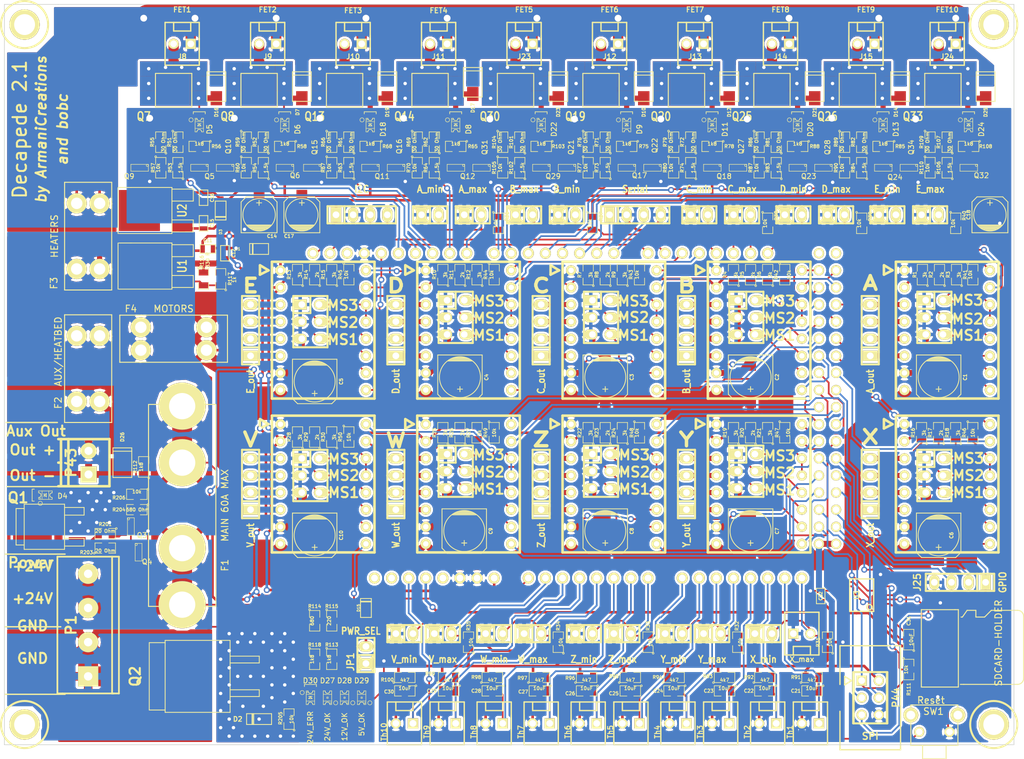
<source format=kicad_pcb>
(kicad_pcb (version 20171130) (host pcbnew 5.1.12-84ad8e8a86~92~ubuntu20.04.1)
  (layers (0 F.Cu signal) (31 B.Cu signal) (34 B.Paste user hide) (35 F.Paste user hide) (36 B.SilkS user hide) (37 F.SilkS user hide) (38 B.Mask user hide) (39 F.Mask user hide) (44 Edge.Cuts user))
  (net 0 "")
  (net 1 +24V)
  (net 2 +3.3V)
  (net 3 +V_GATE)
  (net 4 +V_HEATBED)
  (net 5 +V_HEATERS)
  (net 6 +V_LOGIC)
  (net 7 +V_MOTOR)
  (net 8 "/FET Drivers/FET1_OUT")
  (net 9 "/FET Drivers/FET2_OUT")
  (net 10 "/FET Drivers/FET3_OUT")
  (net 11 "/FET Drivers/FET_OUT4")
  (net 12 "/FET PWM Drivers/FET_OUT_P1")
  (net 13 "/FET PWM Drivers/FET_OUT_P2")
  (net 14 "/FET PWM Drivers/FET_OUT_P3")
  (net 15 "/FET PWM Drivers/FET_OUT_P4")
  (net 16 "/More FET drivers/FET_OUT_5")
  (net 17 "/More FET drivers/FET_OUT_P5")
  (net 18 /Power/24V_IN)
  (net 19 /Power/AUX_RTN)
  (net 20 /Power/GND_IN)
  (net 21 /Stepstick/MOT_1A_A)
  (net 22 /Stepstick/MOT_1A_B)
  (net 23 /Stepstick/MOT_1A_C)
  (net 24 /Stepstick/MOT_1A_D)
  (net 25 /Stepstick/MOT_1A_E)
  (net 26 /Stepstick/MOT_1A_V)
  (net 27 /Stepstick/MOT_1A_W)
  (net 28 /Stepstick/MOT_1A_X)
  (net 29 /Stepstick/MOT_1A_Y)
  (net 30 /Stepstick/MOT_1A_Z)
  (net 31 /Stepstick/MOT_1B_A)
  (net 32 /Stepstick/MOT_1B_B)
  (net 33 /Stepstick/MOT_1B_C)
  (net 34 /Stepstick/MOT_1B_D)
  (net 35 /Stepstick/MOT_1B_E)
  (net 36 /Stepstick/MOT_1B_V)
  (net 37 /Stepstick/MOT_1B_W)
  (net 38 /Stepstick/MOT_1B_X)
  (net 39 /Stepstick/MOT_1B_Y)
  (net 40 /Stepstick/MOT_1B_Z)
  (net 41 /Stepstick/MOT_2A_A)
  (net 42 /Stepstick/MOT_2A_B)
  (net 43 /Stepstick/MOT_2A_C)
  (net 44 /Stepstick/MOT_2A_D)
  (net 45 /Stepstick/MOT_2A_E)
  (net 46 /Stepstick/MOT_2A_V)
  (net 47 /Stepstick/MOT_2A_W)
  (net 48 /Stepstick/MOT_2A_X)
  (net 49 /Stepstick/MOT_2A_Y)
  (net 50 /Stepstick/MOT_2A_Z)
  (net 51 /Stepstick/MOT_2B_A)
  (net 52 /Stepstick/MOT_2B_B)
  (net 53 /Stepstick/MOT_2B_C)
  (net 54 /Stepstick/MOT_2B_D)
  (net 55 /Stepstick/MOT_2B_E)
  (net 56 /Stepstick/MOT_2B_V)
  (net 57 /Stepstick/MOT_2B_W)
  (net 58 /Stepstick/MOT_2B_X)
  (net 59 /Stepstick/MOT_2B_Y)
  (net 60 /Stepstick/MOT_2B_Z)
  (net 61 AGND)
  (net 62 ARDUINO_VIN)
  (net 63 A_axis)
  (net 64 Aux_output)
  (net 65 B_axis)
  (net 66 C_axis)
  (net 67 D_axis)
  (net 68 E_axis)
  (net 69 FET1)
  (net 70 FET1_PWM)
  (net 71 FET2)
  (net 72 FET2_PWM)
  (net 73 FET3)
  (net 74 FET3_PWM)
  (net 75 FET4)
  (net 76 FET4_PWM)
  (net 77 FET5)
  (net 78 FET5_PWM)
  (net 79 GND)
  (net 80 GPIO1)
  (net 81 GPIO2)
  (net 82 GPIO3)
  (net 83 MISO)
  (net 84 MOSI)
  (net 85 MotorA_Enable)
  (net 86 MotorA_dir)
  (net 87 MotorA_step)
  (net 88 MotorB_Enable)
  (net 89 MotorB_dir)
  (net 90 MotorB_step)
  (net 91 MotorC_Enable)
  (net 92 MotorC_dir)
  (net 93 MotorC_step)
  (net 94 MotorD_Enable)
  (net 95 MotorD_dir)
  (net 96 MotorD_step)
  (net 97 MotorE_Enable)
  (net 98 MotorE_dir)
  (net 99 MotorE_step)
  (net 100 MotorV_Enable)
  (net 101 MotorV_dir)
  (net 102 MotorV_step)
  (net 103 MotorW_Enable)
  (net 104 MotorW_dir)
  (net 105 MotorW_step)
  (net 106 MotorX_Enable)
  (net 107 MotorX_dir)
  (net 108 MotorX_step)
  (net 109 MotorY_Enable)
  (net 110 MotorY_dir)
  (net 111 MotorY_step)
  (net 112 MotorZ_Enable)
  (net 113 MotorZ_dir)
  (net 114 MotorZ_step)
  (net 115 N-000001)
  (net 116 N-00000103)
  (net 117 N-00000104)
  (net 118 N-00000105)
  (net 119 N-00000106)
  (net 120 N-00000108)
  (net 121 N-0000011)
  (net 122 N-00000114)
  (net 123 N-0000012)
  (net 124 N-00000120)
  (net 125 N-00000123)
  (net 126 N-00000124)
  (net 127 N-00000125)
  (net 128 N-00000127)
  (net 129 N-00000128)
  (net 130 N-00000129)
  (net 131 N-00000130)
  (net 132 N-00000184)
  (net 133 N-00000185)
  (net 134 N-00000186)
  (net 135 N-00000187)
  (net 136 N-00000188)
  (net 137 N-00000189)
  (net 138 N-0000019)
  (net 139 N-00000190)
  (net 140 N-00000191)
  (net 141 N-00000192)
  (net 142 N-00000193)
  (net 143 N-00000194)
  (net 144 N-00000195)
  (net 145 N-00000197)
  (net 146 N-00000198)
  (net 147 N-00000199)
  (net 148 N-000002)
  (net 149 N-00000201)
  (net 150 N-00000202)
  (net 151 N-00000205)
  (net 152 N-00000206)
  (net 153 N-00000207)
  (net 154 N-00000208)
  (net 155 N-00000209)
  (net 156 N-0000021)
  (net 157 N-00000210)
  (net 158 N-00000211)
  (net 159 N-00000212)
  (net 160 N-00000215)
  (net 161 N-00000216)
  (net 162 N-00000217)
  (net 163 N-00000218)
  (net 164 N-00000219)
  (net 165 N-0000022)
  (net 166 N-00000220)
  (net 167 N-00000221)
  (net 168 N-00000222)
  (net 169 N-00000223)
  (net 170 N-00000224)
  (net 171 N-00000225)
  (net 172 N-00000227)
  (net 173 N-00000228)
  (net 174 N-00000229)
  (net 175 N-0000023)
  (net 176 N-00000230)
  (net 177 N-00000232)
  (net 178 N-00000233)
  (net 179 N-00000235)
  (net 180 N-00000236)
  (net 181 N-00000237)
  (net 182 N-00000238)
  (net 183 N-00000239)
  (net 184 N-0000024)
  (net 185 N-00000240)
  (net 186 N-00000242)
  (net 187 N-00000243)
  (net 188 N-00000248)
  (net 189 N-00000249)
  (net 190 N-00000250)
  (net 191 N-0000037)
  (net 192 N-0000038)
  (net 193 N-0000039)
  (net 194 N-0000044)
  (net 195 N-0000047)
  (net 196 N-0000050)
  (net 197 N-0000051)
  (net 198 N-0000052)
  (net 199 N-0000057)
  (net 200 N-0000058)
  (net 201 N-0000059)
  (net 202 N-0000060)
  (net 203 N-0000062)
  (net 204 N-0000064)
  (net 205 N-0000065)
  (net 206 N-0000066)
  (net 207 N-000007)
  (net 208 N-000008)
  (net 209 N-0000085)
  (net 210 N-0000086)
  (net 211 N-0000087)
  (net 212 N-0000088)
  (net 213 N-000009)
  (net 214 N-0000090)
  (net 215 N-0000091)
  (net 216 N-0000092)
  (net 217 N-0000094)
  (net 218 N-0000096)
  (net 219 N-0000097)
  (net 220 Reset)
  (net 221 Rx0)
  (net 222 SCK)
  (net 223 SCL1)
  (net 224 SDA1)
  (net 225 SS)
  (net 226 TH1)
  (net 227 TH10)
  (net 228 TH2)
  (net 229 TH3)
  (net 230 TH4)
  (net 231 TH5)
  (net 232 TH6)
  (net 233 TH7)
  (net 234 TH8)
  (net 235 TH9)
  (net 236 Tx0)
  (net 237 V_axis)
  (net 238 W_axis)
  (net 239 X_axis)
  (net 240 Y_axis)
  (net 241 Z_axis)
  (module StepStick (layer F.Cu) (at 176.53 90.805 270)
    (fp_text reference StepStick_1 hide)
    (fp_text value STEPSTICK_A hide)
    (pad 1 thru_hole circle (at -8.89 0 270) (size 1.524 1.524) (drill 0.8128) (layers *.Cu *.Mask F.SilkS) (net 79 GND))
    (pad 2 thru_hole circle (at -6.35 0 270) (size 1.524 1.524) (drill 0.8128) (layers *.Cu *.Mask F.SilkS) (net 6 +V_LOGIC))
    (pad 3 thru_hole circle (at -3.81 0 270) (size 1.524 1.524) (drill 0.8128) (layers *.Cu *.Mask F.SilkS) (net 31 /Stepstick/MOT_1B_A))
    (pad 4 thru_hole circle (at -1.27 0 270) (size 1.524 1.524) (drill 0.8128) (layers *.Cu *.Mask F.SilkS) (net 21 /Stepstick/MOT_1A_A))
    (pad 5 thru_hole circle (at 1.27 0 270) (size 1.524 1.524) (drill 0.8128) (layers *.Cu *.Mask F.SilkS) (net 41 /Stepstick/MOT_2A_A))
    (pad 6 thru_hole circle (at 3.81 0 270) (size 1.524 1.524) (drill 0.8128) (layers *.Cu *.Mask F.SilkS) (net 51 /Stepstick/MOT_2B_A))
    (pad 7 thru_hole circle (at 6.35 0 270) (size 1.524 1.524) (drill 0.8128) (layers *.Cu *.Mask F.SilkS) (net 79 GND))
    (pad 8 thru_hole circle (at 8.89 0 270) (size 1.524 1.524) (drill 0.8128) (layers *.Cu *.Mask F.SilkS) (net 7 +V_MOTOR))
    (pad 9 thru_hole circle (at 8.89 -12.7 270) (size 1.524 1.524) (drill 0.8128) (layers *.Cu *.Mask F.SilkS) (net 85 MotorA_Enable))
    (pad 10 thru_hole circle (at 6.35 -12.7 270) (size 1.524 1.524) (drill 0.8128) (layers *.Cu *.Mask F.SilkS) (net 122 N-00000114))
    (pad 11 thru_hole circle (at 3.81 -12.7 270) (size 1.524 1.524) (drill 0.8128) (layers *.Cu *.Mask F.SilkS) (net 118 N-00000105))
    (pad 12 thru_hole circle (at 1.27 -12.7 270) (size 1.524 1.524) (drill 0.8128) (layers *.Cu *.Mask F.SilkS) (net 119 N-00000106))
    (pad 13 thru_hole circle (at -1.27 -12.7 270) (size 1.524 1.524) (drill 0.8128) (layers *.Cu *.Mask F.SilkS) (net 120 N-00000108))
    (pad 14 thru_hole circle (at -3.81 -12.7 270) (size 1.524 1.524) (drill 0.8128) (layers *.Cu *.Mask F.SilkS) (net 120 N-00000108))
    (pad 15 thru_hole circle (at -6.35 -12.7 270) (size 1.524 1.524) (drill 0.8128) (layers *.Cu *.Mask F.SilkS) (net 87 MotorA_step))
    (pad 16 thru_hole circle (at -8.89 -12.7 270) (size 1.524 1.524) (drill 0.8128) (layers *.Cu *.Mask F.SilkS) (net 86 MotorA_dir))
  )
  (module StepStick (layer F.Cu) (at 148.59 113.665 270)
    (fp_text reference StepStick_7 hide)
    (fp_text value STEPSTICK_Y (at 0.635 -66.675 270) (layer F.SilkS) (effects (font (size 1.524 1.524) (thickness 0.3048))))
    (pad 1 thru_hole circle (at -8.89 0 270) (size 1.524 1.524) (drill 0.8128) (layers *.Cu *.Mask F.SilkS) (net 79 GND))
    (pad 2 thru_hole circle (at -6.35 0 270) (size 1.524 1.524) (drill 0.8128) (layers *.Cu *.Mask F.SilkS) (net 6 +V_LOGIC))
    (pad 3 thru_hole circle (at -3.81 0 270) (size 1.524 1.524) (drill 0.8128) (layers *.Cu *.Mask F.SilkS) (net 39 /Stepstick/MOT_1B_Y))
    (pad 4 thru_hole circle (at -1.27 0 270) (size 1.524 1.524) (drill 0.8128) (layers *.Cu *.Mask F.SilkS) (net 29 /Stepstick/MOT_1A_Y))
    (pad 5 thru_hole circle (at 1.27 0 270) (size 1.524 1.524) (drill 0.8128) (layers *.Cu *.Mask F.SilkS) (net 49 /Stepstick/MOT_2A_Y))
    (pad 6 thru_hole circle (at 3.81 0 270) (size 1.524 1.524) (drill 0.8128) (layers *.Cu *.Mask F.SilkS) (net 59 /Stepstick/MOT_2B_Y))
    (pad 7 thru_hole circle (at 6.35 0 270) (size 1.524 1.524) (drill 0.8128) (layers *.Cu *.Mask F.SilkS) (net 79 GND))
    (pad 8 thru_hole circle (at 8.89 0 270) (size 1.524 1.524) (drill 0.8128) (layers *.Cu *.Mask F.SilkS) (net 7 +V_MOTOR))
    (pad 9 thru_hole circle (at 8.89 -12.7 270) (size 1.524 1.524) (drill 0.8128) (layers *.Cu *.Mask F.SilkS) (net 109 MotorY_Enable))
    (pad 10 thru_hole circle (at 6.35 -12.7 270) (size 1.524 1.524) (drill 0.8128) (layers *.Cu *.Mask F.SilkS) (net 194 N-0000044))
    (pad 11 thru_hole circle (at 3.81 -12.7 270) (size 1.524 1.524) (drill 0.8128) (layers *.Cu *.Mask F.SilkS) (net 191 N-0000037))
    (pad 12 thru_hole circle (at 1.27 -12.7 270) (size 1.524 1.524) (drill 0.8128) (layers *.Cu *.Mask F.SilkS) (net 192 N-0000038))
    (pad 13 thru_hole circle (at -1.27 -12.7 270) (size 1.524 1.524) (drill 0.8128) (layers *.Cu *.Mask F.SilkS) (net 193 N-0000039))
    (pad 14 thru_hole circle (at -3.81 -12.7 270) (size 1.524 1.524) (drill 0.8128) (layers *.Cu *.Mask F.SilkS) (net 193 N-0000039))
    (pad 15 thru_hole circle (at -6.35 -12.7 270) (size 1.524 1.524) (drill 0.8128) (layers *.Cu *.Mask F.SilkS) (net 111 MotorY_step))
    (pad 16 thru_hole circle (at -8.89 -12.7 270) (size 1.524 1.524) (drill 0.8128) (layers *.Cu *.Mask F.SilkS) (net 110 MotorY_dir))
  )
  (module StepStick (layer F.Cu) (at 127 90.805 270)
    (fp_text reference StepStick_3 hide)
    (fp_text value STEPSTICK_C (at 1.27 -106.045 270) (layer F.SilkS) (effects (font (size 1.524 1.524) (thickness 0.3048))))
    (pad 1 thru_hole circle (at -8.89 0 270) (size 1.524 1.524) (drill 0.8128) (layers *.Cu *.Mask F.SilkS) (net 79 GND))
    (pad 2 thru_hole circle (at -6.35 0 270) (size 1.524 1.524) (drill 0.8128) (layers *.Cu *.Mask F.SilkS) (net 6 +V_LOGIC))
    (pad 3 thru_hole circle (at -3.81 0 270) (size 1.524 1.524) (drill 0.8128) (layers *.Cu *.Mask F.SilkS) (net 33 /Stepstick/MOT_1B_C))
    (pad 4 thru_hole circle (at -1.27 0 270) (size 1.524 1.524) (drill 0.8128) (layers *.Cu *.Mask F.SilkS) (net 23 /Stepstick/MOT_1A_C))
    (pad 5 thru_hole circle (at 1.27 0 270) (size 1.524 1.524) (drill 0.8128) (layers *.Cu *.Mask F.SilkS) (net 43 /Stepstick/MOT_2A_C))
    (pad 6 thru_hole circle (at 3.81 0 270) (size 1.524 1.524) (drill 0.8128) (layers *.Cu *.Mask F.SilkS) (net 53 /Stepstick/MOT_2B_C))
    (pad 7 thru_hole circle (at 6.35 0 270) (size 1.524 1.524) (drill 0.8128) (layers *.Cu *.Mask F.SilkS) (net 79 GND))
    (pad 8 thru_hole circle (at 8.89 0 270) (size 1.524 1.524) (drill 0.8128) (layers *.Cu *.Mask F.SilkS) (net 7 +V_MOTOR))
    (pad 9 thru_hole circle (at 8.89 -12.7 270) (size 1.524 1.524) (drill 0.8128) (layers *.Cu *.Mask F.SilkS) (net 91 MotorC_Enable))
    (pad 10 thru_hole circle (at 6.35 -12.7 270) (size 1.524 1.524) (drill 0.8128) (layers *.Cu *.Mask F.SilkS) (net 128 N-00000127))
    (pad 11 thru_hole circle (at 3.81 -12.7 270) (size 1.524 1.524) (drill 0.8128) (layers *.Cu *.Mask F.SilkS) (net 130 N-00000129))
    (pad 12 thru_hole circle (at 1.27 -12.7 270) (size 1.524 1.524) (drill 0.8128) (layers *.Cu *.Mask F.SilkS) (net 131 N-00000130))
    (pad 13 thru_hole circle (at -1.27 -12.7 270) (size 1.524 1.524) (drill 0.8128) (layers *.Cu *.Mask F.SilkS) (net 129 N-00000128))
    (pad 14 thru_hole circle (at -3.81 -12.7 270) (size 1.524 1.524) (drill 0.8128) (layers *.Cu *.Mask F.SilkS) (net 129 N-00000128))
    (pad 15 thru_hole circle (at -6.35 -12.7 270) (size 1.524 1.524) (drill 0.8128) (layers *.Cu *.Mask F.SilkS) (net 93 MotorC_step))
    (pad 16 thru_hole circle (at -8.89 -12.7 270) (size 1.524 1.524) (drill 0.8128) (layers *.Cu *.Mask F.SilkS) (net 92 MotorC_dir))
  )
  (module StepStick (layer F.Cu) (at 127 113.665 270)
    (fp_text reference StepStick_8 hide)
    (fp_text value STEPSTICK_Z (at 0 -105.41 270) (layer F.SilkS) (effects (font (size 1.524 1.524) (thickness 0.3048))))
    (pad 1 thru_hole circle (at -8.89 0 270) (size 1.524 1.524) (drill 0.8128) (layers *.Cu *.Mask F.SilkS) (net 79 GND))
    (pad 2 thru_hole circle (at -6.35 0 270) (size 1.524 1.524) (drill 0.8128) (layers *.Cu *.Mask F.SilkS) (net 6 +V_LOGIC))
    (pad 3 thru_hole circle (at -3.81 0 270) (size 1.524 1.524) (drill 0.8128) (layers *.Cu *.Mask F.SilkS) (net 40 /Stepstick/MOT_1B_Z))
    (pad 4 thru_hole circle (at -1.27 0 270) (size 1.524 1.524) (drill 0.8128) (layers *.Cu *.Mask F.SilkS) (net 30 /Stepstick/MOT_1A_Z))
    (pad 5 thru_hole circle (at 1.27 0 270) (size 1.524 1.524) (drill 0.8128) (layers *.Cu *.Mask F.SilkS) (net 50 /Stepstick/MOT_2A_Z))
    (pad 6 thru_hole circle (at 3.81 0 270) (size 1.524 1.524) (drill 0.8128) (layers *.Cu *.Mask F.SilkS) (net 60 /Stepstick/MOT_2B_Z))
    (pad 7 thru_hole circle (at 6.35 0 270) (size 1.524 1.524) (drill 0.8128) (layers *.Cu *.Mask F.SilkS) (net 79 GND))
    (pad 8 thru_hole circle (at 8.89 0 270) (size 1.524 1.524) (drill 0.8128) (layers *.Cu *.Mask F.SilkS) (net 7 +V_MOTOR))
    (pad 9 thru_hole circle (at 8.89 -12.7 270) (size 1.524 1.524) (drill 0.8128) (layers *.Cu *.Mask F.SilkS) (net 112 MotorZ_Enable))
    (pad 10 thru_hole circle (at 6.35 -12.7 270) (size 1.524 1.524) (drill 0.8128) (layers *.Cu *.Mask F.SilkS) (net 210 N-0000086))
    (pad 11 thru_hole circle (at 3.81 -12.7 270) (size 1.524 1.524) (drill 0.8128) (layers *.Cu *.Mask F.SilkS) (net 209 N-0000085))
    (pad 12 thru_hole circle (at 1.27 -12.7 270) (size 1.524 1.524) (drill 0.8128) (layers *.Cu *.Mask F.SilkS) (net 211 N-0000087))
    (pad 13 thru_hole circle (at -1.27 -12.7 270) (size 1.524 1.524) (drill 0.8128) (layers *.Cu *.Mask F.SilkS) (net 212 N-0000088))
    (pad 14 thru_hole circle (at -3.81 -12.7 270) (size 1.524 1.524) (drill 0.8128) (layers *.Cu *.Mask F.SilkS) (net 212 N-0000088))
    (pad 15 thru_hole circle (at -6.35 -12.7 270) (size 1.524 1.524) (drill 0.8128) (layers *.Cu *.Mask F.SilkS) (net 114 MotorZ_step))
    (pad 16 thru_hole circle (at -8.89 -12.7 270) (size 1.524 1.524) (drill 0.8128) (layers *.Cu *.Mask F.SilkS) (net 113 MotorZ_dir))
  )
  (module StepStick (layer F.Cu) (at 105.41 113.665 270)
    (fp_text reference StepStick_9 hide)
    (fp_text value STEPSTICK_W (at 0 -141.605 270) (layer F.SilkS) (effects (font (size 1.524 1.524) (thickness 0.3048))))
    (pad 1 thru_hole circle (at -8.89 0 270) (size 1.524 1.524) (drill 0.8128) (layers *.Cu *.Mask F.SilkS) (net 79 GND))
    (pad 2 thru_hole circle (at -6.35 0 270) (size 1.524 1.524) (drill 0.8128) (layers *.Cu *.Mask F.SilkS) (net 6 +V_LOGIC))
    (pad 3 thru_hole circle (at -3.81 0 270) (size 1.524 1.524) (drill 0.8128) (layers *.Cu *.Mask F.SilkS) (net 37 /Stepstick/MOT_1B_W))
    (pad 4 thru_hole circle (at -1.27 0 270) (size 1.524 1.524) (drill 0.8128) (layers *.Cu *.Mask F.SilkS) (net 27 /Stepstick/MOT_1A_W))
    (pad 5 thru_hole circle (at 1.27 0 270) (size 1.524 1.524) (drill 0.8128) (layers *.Cu *.Mask F.SilkS) (net 47 /Stepstick/MOT_2A_W))
    (pad 6 thru_hole circle (at 3.81 0 270) (size 1.524 1.524) (drill 0.8128) (layers *.Cu *.Mask F.SilkS) (net 57 /Stepstick/MOT_2B_W))
    (pad 7 thru_hole circle (at 6.35 0 270) (size 1.524 1.524) (drill 0.8128) (layers *.Cu *.Mask F.SilkS) (net 79 GND))
    (pad 8 thru_hole circle (at 8.89 0 270) (size 1.524 1.524) (drill 0.8128) (layers *.Cu *.Mask F.SilkS) (net 7 +V_MOTOR))
    (pad 9 thru_hole circle (at 8.89 -12.7 270) (size 1.524 1.524) (drill 0.8128) (layers *.Cu *.Mask F.SilkS) (net 103 MotorW_Enable))
    (pad 10 thru_hole circle (at 6.35 -12.7 270) (size 1.524 1.524) (drill 0.8128) (layers *.Cu *.Mask F.SilkS) (net 216 N-0000092))
    (pad 11 thru_hole circle (at 3.81 -12.7 270) (size 1.524 1.524) (drill 0.8128) (layers *.Cu *.Mask F.SilkS) (net 215 N-0000091))
    (pad 12 thru_hole circle (at 1.27 -12.7 270) (size 1.524 1.524) (drill 0.8128) (layers *.Cu *.Mask F.SilkS) (net 214 N-0000090))
    (pad 13 thru_hole circle (at -1.27 -12.7 270) (size 1.524 1.524) (drill 0.8128) (layers *.Cu *.Mask F.SilkS) (net 217 N-0000094))
    (pad 14 thru_hole circle (at -3.81 -12.7 270) (size 1.524 1.524) (drill 0.8128) (layers *.Cu *.Mask F.SilkS) (net 217 N-0000094))
    (pad 15 thru_hole circle (at -6.35 -12.7 270) (size 1.524 1.524) (drill 0.8128) (layers *.Cu *.Mask F.SilkS) (net 105 MotorW_step))
    (pad 16 thru_hole circle (at -8.89 -12.7 270) (size 1.524 1.524) (drill 0.8128) (layers *.Cu *.Mask F.SilkS) (net 104 MotorW_dir))
  )
  (module StepStick (layer F.Cu) (at 83.82 113.665 270)
    (fp_text reference StepStick_10 hide)
    (fp_text value STEPSTICK_V (at -0.635 -174.625 270) (layer F.SilkS) (effects (font (size 1.524 1.524) (thickness 0.3048))))
    (pad 1 thru_hole circle (at -8.89 0 270) (size 1.524 1.524) (drill 0.8128) (layers *.Cu *.Mask F.SilkS) (net 79 GND))
    (pad 2 thru_hole circle (at -6.35 0 270) (size 1.524 1.524) (drill 0.8128) (layers *.Cu *.Mask F.SilkS) (net 6 +V_LOGIC))
    (pad 3 thru_hole circle (at -3.81 0 270) (size 1.524 1.524) (drill 0.8128) (layers *.Cu *.Mask F.SilkS) (net 36 /Stepstick/MOT_1B_V))
    (pad 4 thru_hole circle (at -1.27 0 270) (size 1.524 1.524) (drill 0.8128) (layers *.Cu *.Mask F.SilkS) (net 26 /Stepstick/MOT_1A_V))
    (pad 5 thru_hole circle (at 1.27 0 270) (size 1.524 1.524) (drill 0.8128) (layers *.Cu *.Mask F.SilkS) (net 46 /Stepstick/MOT_2A_V))
    (pad 6 thru_hole circle (at 3.81 0 270) (size 1.524 1.524) (drill 0.8128) (layers *.Cu *.Mask F.SilkS) (net 56 /Stepstick/MOT_2B_V))
    (pad 7 thru_hole circle (at 6.35 0 270) (size 1.524 1.524) (drill 0.8128) (layers *.Cu *.Mask F.SilkS) (net 79 GND))
    (pad 8 thru_hole circle (at 8.89 0 270) (size 1.524 1.524) (drill 0.8128) (layers *.Cu *.Mask F.SilkS) (net 7 +V_MOTOR))
    (pad 9 thru_hole circle (at 8.89 -12.7 270) (size 1.524 1.524) (drill 0.8128) (layers *.Cu *.Mask F.SilkS) (net 100 MotorV_Enable))
    (pad 10 thru_hole circle (at 6.35 -12.7 270) (size 1.524 1.524) (drill 0.8128) (layers *.Cu *.Mask F.SilkS) (net 204 N-0000064))
    (pad 11 thru_hole circle (at 3.81 -12.7 270) (size 1.524 1.524) (drill 0.8128) (layers *.Cu *.Mask F.SilkS) (net 205 N-0000065))
    (pad 12 thru_hole circle (at 1.27 -12.7 270) (size 1.524 1.524) (drill 0.8128) (layers *.Cu *.Mask F.SilkS) (net 206 N-0000066))
    (pad 13 thru_hole circle (at -1.27 -12.7 270) (size 1.524 1.524) (drill 0.8128) (layers *.Cu *.Mask F.SilkS) (net 203 N-0000062))
    (pad 14 thru_hole circle (at -3.81 -12.7 270) (size 1.524 1.524) (drill 0.8128) (layers *.Cu *.Mask F.SilkS) (net 203 N-0000062))
    (pad 15 thru_hole circle (at -6.35 -12.7 270) (size 1.524 1.524) (drill 0.8128) (layers *.Cu *.Mask F.SilkS) (net 102 MotorV_step))
    (pad 16 thru_hole circle (at -8.89 -12.7 270) (size 1.524 1.524) (drill 0.8128) (layers *.Cu *.Mask F.SilkS) (net 101 MotorV_dir))
  )
  (module StepStick (layer F.Cu) (at 176.53 113.665 270)
    (fp_text reference StepStick_6 hide)
    (fp_text value STEPSTICK_X hide)
    (pad 1 thru_hole circle (at -8.89 0 270) (size 1.524 1.524) (drill 0.8128) (layers *.Cu *.Mask F.SilkS) (net 79 GND))
    (pad 2 thru_hole circle (at -6.35 0 270) (size 1.524 1.524) (drill 0.8128) (layers *.Cu *.Mask F.SilkS) (net 6 +V_LOGIC))
    (pad 3 thru_hole circle (at -3.81 0 270) (size 1.524 1.524) (drill 0.8128) (layers *.Cu *.Mask F.SilkS) (net 38 /Stepstick/MOT_1B_X))
    (pad 4 thru_hole circle (at -1.27 0 270) (size 1.524 1.524) (drill 0.8128) (layers *.Cu *.Mask F.SilkS) (net 28 /Stepstick/MOT_1A_X))
    (pad 5 thru_hole circle (at 1.27 0 270) (size 1.524 1.524) (drill 0.8128) (layers *.Cu *.Mask F.SilkS) (net 48 /Stepstick/MOT_2A_X))
    (pad 6 thru_hole circle (at 3.81 0 270) (size 1.524 1.524) (drill 0.8128) (layers *.Cu *.Mask F.SilkS) (net 58 /Stepstick/MOT_2B_X))
    (pad 7 thru_hole circle (at 6.35 0 270) (size 1.524 1.524) (drill 0.8128) (layers *.Cu *.Mask F.SilkS) (net 79 GND))
    (pad 8 thru_hole circle (at 8.89 0 270) (size 1.524 1.524) (drill 0.8128) (layers *.Cu *.Mask F.SilkS) (net 7 +V_MOTOR))
    (pad 9 thru_hole circle (at 8.89 -12.7 270) (size 1.524 1.524) (drill 0.8128) (layers *.Cu *.Mask F.SilkS) (net 106 MotorX_Enable))
    (pad 10 thru_hole circle (at 6.35 -12.7 270) (size 1.524 1.524) (drill 0.8128) (layers *.Cu *.Mask F.SilkS) (net 202 N-0000060))
    (pad 11 thru_hole circle (at 3.81 -12.7 270) (size 1.524 1.524) (drill 0.8128) (layers *.Cu *.Mask F.SilkS) (net 201 N-0000059))
    (pad 12 thru_hole circle (at 1.27 -12.7 270) (size 1.524 1.524) (drill 0.8128) (layers *.Cu *.Mask F.SilkS) (net 200 N-0000058))
    (pad 13 thru_hole circle (at -1.27 -12.7 270) (size 1.524 1.524) (drill 0.8128) (layers *.Cu *.Mask F.SilkS) (net 199 N-0000057))
    (pad 14 thru_hole circle (at -3.81 -12.7 270) (size 1.524 1.524) (drill 0.8128) (layers *.Cu *.Mask F.SilkS) (net 199 N-0000057))
    (pad 15 thru_hole circle (at -6.35 -12.7 270) (size 1.524 1.524) (drill 0.8128) (layers *.Cu *.Mask F.SilkS) (net 108 MotorX_step))
    (pad 16 thru_hole circle (at -8.89 -12.7 270) (size 1.524 1.524) (drill 0.8128) (layers *.Cu *.Mask F.SilkS) (net 107 MotorX_dir))
  )
  (module StepStick (layer F.Cu) (at 148.59 90.805 270)
    (fp_text reference StepStick_2 hide)
    (fp_text value STEPSTICK_B (at 1.27 -66.04 270) (layer F.SilkS) (effects (font (size 1.524 1.524) (thickness 0.3048))))
    (pad 1 thru_hole circle (at -8.89 0 270) (size 1.524 1.524) (drill 0.8128) (layers *.Cu *.Mask F.SilkS) (net 79 GND))
    (pad 2 thru_hole circle (at -6.35 0 270) (size 1.524 1.524) (drill 0.8128) (layers *.Cu *.Mask F.SilkS) (net 6 +V_LOGIC))
    (pad 3 thru_hole circle (at -3.81 0 270) (size 1.524 1.524) (drill 0.8128) (layers *.Cu *.Mask F.SilkS) (net 32 /Stepstick/MOT_1B_B))
    (pad 4 thru_hole circle (at -1.27 0 270) (size 1.524 1.524) (drill 0.8128) (layers *.Cu *.Mask F.SilkS) (net 22 /Stepstick/MOT_1A_B))
    (pad 5 thru_hole circle (at 1.27 0 270) (size 1.524 1.524) (drill 0.8128) (layers *.Cu *.Mask F.SilkS) (net 42 /Stepstick/MOT_2A_B))
    (pad 6 thru_hole circle (at 3.81 0 270) (size 1.524 1.524) (drill 0.8128) (layers *.Cu *.Mask F.SilkS) (net 52 /Stepstick/MOT_2B_B))
    (pad 7 thru_hole circle (at 6.35 0 270) (size 1.524 1.524) (drill 0.8128) (layers *.Cu *.Mask F.SilkS) (net 79 GND))
    (pad 8 thru_hole circle (at 8.89 0 270) (size 1.524 1.524) (drill 0.8128) (layers *.Cu *.Mask F.SilkS) (net 7 +V_MOTOR))
    (pad 9 thru_hole circle (at 8.89 -12.7 270) (size 1.524 1.524) (drill 0.8128) (layers *.Cu *.Mask F.SilkS) (net 88 MotorB_Enable))
    (pad 10 thru_hole circle (at 6.35 -12.7 270) (size 1.524 1.524) (drill 0.8128) (layers *.Cu *.Mask F.SilkS) (net 117 N-00000104))
    (pad 11 thru_hole circle (at 3.81 -12.7 270) (size 1.524 1.524) (drill 0.8128) (layers *.Cu *.Mask F.SilkS) (net 218 N-0000096))
    (pad 12 thru_hole circle (at 1.27 -12.7 270) (size 1.524 1.524) (drill 0.8128) (layers *.Cu *.Mask F.SilkS) (net 219 N-0000097))
    (pad 13 thru_hole circle (at -1.27 -12.7 270) (size 1.524 1.524) (drill 0.8128) (layers *.Cu *.Mask F.SilkS) (net 116 N-00000103))
    (pad 14 thru_hole circle (at -3.81 -12.7 270) (size 1.524 1.524) (drill 0.8128) (layers *.Cu *.Mask F.SilkS) (net 116 N-00000103))
    (pad 15 thru_hole circle (at -6.35 -12.7 270) (size 1.524 1.524) (drill 0.8128) (layers *.Cu *.Mask F.SilkS) (net 90 MotorB_step))
    (pad 16 thru_hole circle (at -8.89 -12.7 270) (size 1.524 1.524) (drill 0.8128) (layers *.Cu *.Mask F.SilkS) (net 89 MotorB_dir))
  )
  (module StepStick (layer F.Cu) (at 105.41 90.805 270)
    (fp_text reference StepStick_4 hide)
    (fp_text value STEPSTICK_D (at 2.54 -139.7 270) (layer F.SilkS) (effects (font (size 1.524 1.524) (thickness 0.3048))))
    (pad 1 thru_hole circle (at -8.89 0 270) (size 1.524 1.524) (drill 0.8128) (layers *.Cu *.Mask F.SilkS) (net 79 GND))
    (pad 2 thru_hole circle (at -6.35 0 270) (size 1.524 1.524) (drill 0.8128) (layers *.Cu *.Mask F.SilkS) (net 6 +V_LOGIC))
    (pad 3 thru_hole circle (at -3.81 0 270) (size 1.524 1.524) (drill 0.8128) (layers *.Cu *.Mask F.SilkS) (net 34 /Stepstick/MOT_1B_D))
    (pad 4 thru_hole circle (at -1.27 0 270) (size 1.524 1.524) (drill 0.8128) (layers *.Cu *.Mask F.SilkS) (net 24 /Stepstick/MOT_1A_D))
    (pad 5 thru_hole circle (at 1.27 0 270) (size 1.524 1.524) (drill 0.8128) (layers *.Cu *.Mask F.SilkS) (net 44 /Stepstick/MOT_2A_D))
    (pad 6 thru_hole circle (at 3.81 0 270) (size 1.524 1.524) (drill 0.8128) (layers *.Cu *.Mask F.SilkS) (net 54 /Stepstick/MOT_2B_D))
    (pad 7 thru_hole circle (at 6.35 0 270) (size 1.524 1.524) (drill 0.8128) (layers *.Cu *.Mask F.SilkS) (net 79 GND))
    (pad 8 thru_hole circle (at 8.89 0 270) (size 1.524 1.524) (drill 0.8128) (layers *.Cu *.Mask F.SilkS) (net 7 +V_MOTOR))
    (pad 9 thru_hole circle (at 8.89 -12.7 270) (size 1.524 1.524) (drill 0.8128) (layers *.Cu *.Mask F.SilkS) (net 94 MotorD_Enable))
    (pad 10 thru_hole circle (at 6.35 -12.7 270) (size 1.524 1.524) (drill 0.8128) (layers *.Cu *.Mask F.SilkS) (net 127 N-00000125))
    (pad 11 thru_hole circle (at 3.81 -12.7 270) (size 1.524 1.524) (drill 0.8128) (layers *.Cu *.Mask F.SilkS) (net 126 N-00000124))
    (pad 12 thru_hole circle (at 1.27 -12.7 270) (size 1.524 1.524) (drill 0.8128) (layers *.Cu *.Mask F.SilkS) (net 125 N-00000123))
    (pad 13 thru_hole circle (at -1.27 -12.7 270) (size 1.524 1.524) (drill 0.8128) (layers *.Cu *.Mask F.SilkS) (net 124 N-00000120))
    (pad 14 thru_hole circle (at -3.81 -12.7 270) (size 1.524 1.524) (drill 0.8128) (layers *.Cu *.Mask F.SilkS) (net 124 N-00000120))
    (pad 15 thru_hole circle (at -6.35 -12.7 270) (size 1.524 1.524) (drill 0.8128) (layers *.Cu *.Mask F.SilkS) (net 96 MotorD_step))
    (pad 16 thru_hole circle (at -8.89 -12.7 270) (size 1.524 1.524) (drill 0.8128) (layers *.Cu *.Mask F.SilkS) (net 95 MotorD_dir))
  )
  (module StepStick (layer F.Cu) (at 83.82 90.805 270)
    (fp_text reference StepStick_5 hide)
    (fp_text value STEPSTICK_E (at 1.905 -173.99 270) (layer F.SilkS) (effects (font (size 1.524 1.524) (thickness 0.3048))))
    (pad 1 thru_hole circle (at -8.89 0 270) (size 1.524 1.524) (drill 0.8128) (layers *.Cu *.Mask F.SilkS) (net 79 GND))
    (pad 2 thru_hole circle (at -6.35 0 270) (size 1.524 1.524) (drill 0.8128) (layers *.Cu *.Mask F.SilkS) (net 6 +V_LOGIC))
    (pad 3 thru_hole circle (at -3.81 0 270) (size 1.524 1.524) (drill 0.8128) (layers *.Cu *.Mask F.SilkS) (net 35 /Stepstick/MOT_1B_E))
    (pad 4 thru_hole circle (at -1.27 0 270) (size 1.524 1.524) (drill 0.8128) (layers *.Cu *.Mask F.SilkS) (net 25 /Stepstick/MOT_1A_E))
    (pad 5 thru_hole circle (at 1.27 0 270) (size 1.524 1.524) (drill 0.8128) (layers *.Cu *.Mask F.SilkS) (net 45 /Stepstick/MOT_2A_E))
    (pad 6 thru_hole circle (at 3.81 0 270) (size 1.524 1.524) (drill 0.8128) (layers *.Cu *.Mask F.SilkS) (net 55 /Stepstick/MOT_2B_E))
    (pad 7 thru_hole circle (at 6.35 0 270) (size 1.524 1.524) (drill 0.8128) (layers *.Cu *.Mask F.SilkS) (net 79 GND))
    (pad 8 thru_hole circle (at 8.89 0 270) (size 1.524 1.524) (drill 0.8128) (layers *.Cu *.Mask F.SilkS) (net 7 +V_MOTOR))
    (pad 9 thru_hole circle (at 8.89 -12.7 270) (size 1.524 1.524) (drill 0.8128) (layers *.Cu *.Mask F.SilkS) (net 97 MotorE_Enable))
    (pad 10 thru_hole circle (at 6.35 -12.7 270) (size 1.524 1.524) (drill 0.8128) (layers *.Cu *.Mask F.SilkS) (net 196 N-0000050))
    (pad 11 thru_hole circle (at 3.81 -12.7 270) (size 1.524 1.524) (drill 0.8128) (layers *.Cu *.Mask F.SilkS) (net 198 N-0000052))
    (pad 12 thru_hole circle (at 1.27 -12.7 270) (size 1.524 1.524) (drill 0.8128) (layers *.Cu *.Mask F.SilkS) (net 197 N-0000051))
    (pad 13 thru_hole circle (at -1.27 -12.7 270) (size 1.524 1.524) (drill 0.8128) (layers *.Cu *.Mask F.SilkS) (net 195 N-0000047))
    (pad 14 thru_hole circle (at -3.81 -12.7 270) (size 1.524 1.524) (drill 0.8128) (layers *.Cu *.Mask F.SilkS) (net 195 N-0000047))
    (pad 15 thru_hole circle (at -6.35 -12.7 270) (size 1.524 1.524) (drill 0.8128) (layers *.Cu *.Mask F.SilkS) (net 99 MotorE_step))
    (pad 16 thru_hole circle (at -8.89 -12.7 270) (size 1.524 1.524) (drill 0.8128) (layers *.Cu *.Mask F.SilkS) (net 98 MotorE_dir))
  )
  (module SM0805 (layer F.Cu) (at 86.36 82.55 90)
    (fp_text reference R13 (at 0 -1.27 90) (layer F.SilkS) (effects (font (size 0.50038 0.50038) (thickness 0.10922))))
    (fp_text value 3k (at 0 0.381 90) (layer F.SilkS) (effects (font (size 0.50038 0.50038) (thickness 0.10922))))
    (pad 1 smd rect (at -0.9525 0 90) (size 0.889 1.397) (layers F.Cu F.Paste F.Mask) (net 196 N-0000050))
    (pad 2 smd rect (at 0.9525 0 90) (size 0.889 1.397) (layers F.Cu F.Paste F.Mask) (net 6 +V_LOGIC))
  )
  (module SM0805 (layer F.Cu) (at 110.49 82.55 90)
    (fp_text reference R11 (at 0 -1.27 90) (layer F.SilkS) (effects (font (size 0.50038 0.50038) (thickness 0.10922))))
    (fp_text value 2k (at 0 0.381 90) (layer F.SilkS) (effects (font (size 0.50038 0.50038) (thickness 0.10922))))
    (pad 1 smd rect (at -0.9525 0 90) (size 0.889 1.397) (layers F.Cu F.Paste F.Mask) (net 126 N-00000124))
    (pad 2 smd rect (at 0.9525 0 90) (size 0.889 1.397) (layers F.Cu F.Paste F.Mask) (net 6 +V_LOGIC))
  )
  (module SM0805 (layer F.Cu) (at 113.03 82.55 90)
    (fp_text reference R12 (at 0 -1.27 90) (layer F.SilkS) (effects (font (size 0.50038 0.50038) (thickness 0.10922))))
    (fp_text value 3k (at 0 0.381 90) (layer F.SilkS) (effects (font (size 0.50038 0.50038) (thickness 0.10922))))
    (pad 1 smd rect (at -0.9525 0 90) (size 0.889 1.397) (layers F.Cu F.Paste F.Mask) (net 125 N-00000123))
    (pad 2 smd rect (at 0.9525 0 90) (size 0.889 1.397) (layers F.Cu F.Paste F.Mask) (net 6 +V_LOGIC))
  )
  (module SM0805 (layer F.Cu) (at 104.14 66.675 270)
    (fp_text reference R70 (at 0 1.27 270) (layer F.SilkS) (effects (font (size 0.50038 0.50038) (thickness 0.10922))))
    (fp_text value 10k (at 0 0.381 270) (layer F.SilkS) (effects (font (size 0.50038 0.50038) (thickness 0.10922))))
    (pad 1 smd rect (at -0.9525 0 270) (size 0.889 1.397) (layers F.Cu F.Paste F.Mask) (net 75 FET4))
    (pad 2 smd rect (at 0.9525 0 270) (size 0.889 1.397) (layers F.Cu F.Paste F.Mask) (net 79 GND))
  )
  (module SM0805 (layer F.Cu) (at 93.98 82.55 270)
    (fp_text reference R45 (at 0 1.27 270) (layer F.SilkS) (effects (font (size 0.50038 0.50038) (thickness 0.10922))))
    (fp_text value 10k (at 0 0.381 270) (layer F.SilkS) (effects (font (size 0.50038 0.50038) (thickness 0.10922))))
    (pad 1 smd rect (at -0.9525 0 270) (size 0.889 1.397) (layers F.Cu F.Paste F.Mask) (net 6 +V_LOGIC))
    (pad 2 smd rect (at 0.9525 0 270) (size 0.889 1.397) (layers F.Cu F.Paste F.Mask) (net 195 N-0000047))
  )
  (module SM0805 (layer F.Cu) (at 132.08 82.55 90)
    (fp_text reference R8 (at 0 -1.27 90) (layer F.SilkS) (effects (font (size 0.50038 0.50038) (thickness 0.10922))))
    (fp_text value 2k (at 0 0.381 90) (layer F.SilkS) (effects (font (size 0.50038 0.50038) (thickness 0.10922))))
    (pad 1 smd rect (at -0.9525 0 90) (size 0.889 1.397) (layers F.Cu F.Paste F.Mask) (net 130 N-00000129))
    (pad 2 smd rect (at 0.9525 0 90) (size 0.889 1.397) (layers F.Cu F.Paste F.Mask) (net 6 +V_LOGIC))
  )
  (module SM0805 (layer F.Cu) (at 132.08 66.675 90)
    (fp_text reference R73 (at 0 -1.27 90) (layer F.SilkS) (effects (font (size 0.50038 0.50038) (thickness 0.10922))))
    (fp_text value 1.5k (at 0 0.381 90) (layer F.SilkS) (effects (font (size 0.50038 0.50038) (thickness 0.10922))))
    (pad 1 smd rect (at -0.9525 0 90) (size 0.889 1.397) (layers F.Cu F.Paste F.Mask) (net 70 FET1_PWM))
    (pad 2 smd rect (at 0.9525 0 90) (size 0.889 1.397) (layers F.Cu F.Paste F.Mask) (net 176 N-00000230))
  )
  (module SM0805 (layer F.Cu) (at 107.95 82.55 90)
    (fp_text reference R10 (at 0 -1.27 90) (layer F.SilkS) (effects (font (size 0.50038 0.50038) (thickness 0.10922))))
    (fp_text value 3k (at 0 0.381 90) (layer F.SilkS) (effects (font (size 0.50038 0.50038) (thickness 0.10922))))
    (pad 1 smd rect (at -0.9525 0 90) (size 0.889 1.397) (layers F.Cu F.Paste F.Mask) (net 127 N-00000125))
    (pad 2 smd rect (at 0.9525 0 90) (size 0.889 1.397) (layers F.Cu F.Paste F.Mask) (net 6 +V_LOGIC))
  )
  (module SM0805 (layer F.Cu) (at 115.57 82.55 270)
    (fp_text reference R44 (at 0 1.27 270) (layer F.SilkS) (effects (font (size 0.50038 0.50038) (thickness 0.10922))))
    (fp_text value 10k (at 0 0.381 270) (layer F.SilkS) (effects (font (size 0.50038 0.50038) (thickness 0.10922))))
    (pad 1 smd rect (at -0.9525 0 270) (size 0.889 1.397) (layers F.Cu F.Paste F.Mask) (net 6 +V_LOGIC))
    (pad 2 smd rect (at 0.9525 0 270) (size 0.889 1.397) (layers F.Cu F.Paste F.Mask) (net 124 N-00000120))
  )
  (module SM0805 (layer F.Cu) (at 129.54 66.675 270)
    (fp_text reference R77 (at 0 1.27 270) (layer F.SilkS) (effects (font (size 0.50038 0.50038) (thickness 0.10922))))
    (fp_text value 10k (at 0 0.381 270) (layer F.SilkS) (effects (font (size 0.50038 0.50038) (thickness 0.10922))))
    (pad 1 smd rect (at -0.9525 0 270) (size 0.889 1.397) (layers F.Cu F.Paste F.Mask) (net 70 FET1_PWM))
    (pad 2 smd rect (at 0.9525 0 270) (size 0.889 1.397) (layers F.Cu F.Paste F.Mask) (net 79 GND))
  )
  (module SM0805 (layer F.Cu) (at 134.62 82.55 90)
    (fp_text reference R9 (at 0 -1.27 90) (layer F.SilkS) (effects (font (size 0.50038 0.50038) (thickness 0.10922))))
    (fp_text value 3k (at 0 0.381 90) (layer F.SilkS) (effects (font (size 0.50038 0.50038) (thickness 0.10922))))
    (pad 1 smd rect (at -0.9525 0 90) (size 0.889 1.397) (layers F.Cu F.Paste F.Mask) (net 131 N-00000130))
    (pad 2 smd rect (at 0.9525 0 90) (size 0.889 1.397) (layers F.Cu F.Paste F.Mask) (net 6 +V_LOGIC))
  )
  (module SM0805 (layer F.Cu) (at 157.48 66.675 90)
    (fp_text reference R83 (at 0 -1.27 90) (layer F.SilkS) (effects (font (size 0.50038 0.50038) (thickness 0.10922))))
    (fp_text value 1.5k (at 0 0.381 90) (layer F.SilkS) (effects (font (size 0.50038 0.50038) (thickness 0.10922))))
    (pad 1 smd rect (at -0.9525 0 90) (size 0.889 1.397) (layers F.Cu F.Paste F.Mask) (net 74 FET3_PWM))
    (pad 2 smd rect (at 0.9525 0 90) (size 0.889 1.397) (layers F.Cu F.Paste F.Mask) (net 167 N-00000221))
  )
  (module SM0805 (layer F.Cu) (at 106.68 66.675 90)
    (fp_text reference R64 (at 0 -1.27 90) (layer F.SilkS) (effects (font (size 0.50038 0.50038) (thickness 0.10922))))
    (fp_text value 1.5k (at 0 0.381 90) (layer F.SilkS) (effects (font (size 0.50038 0.50038) (thickness 0.10922))))
    (pad 1 smd rect (at -0.9525 0 90) (size 0.889 1.397) (layers F.Cu F.Paste F.Mask) (net 75 FET4))
    (pad 2 smd rect (at 0.9525 0 90) (size 0.889 1.397) (layers F.Cu F.Paste F.Mask) (net 153 N-00000207))
  )
  (module SM0805 (layer F.Cu) (at 88.9 82.55 90)
    (fp_text reference R14 (at 0 -1.27 90) (layer F.SilkS) (effects (font (size 0.50038 0.50038) (thickness 0.10922))))
    (fp_text value 2k (at 0 0.381 90) (layer F.SilkS) (effects (font (size 0.50038 0.50038) (thickness 0.10922))))
    (pad 1 smd rect (at -0.9525 0 90) (size 0.889 1.397) (layers F.Cu F.Paste F.Mask) (net 198 N-0000052))
    (pad 2 smd rect (at 0.9525 0 90) (size 0.889 1.397) (layers F.Cu F.Paste F.Mask) (net 6 +V_LOGIC))
  )
  (module SM0805 (layer F.Cu) (at 91.44 82.55 90)
    (fp_text reference R15 (at 0 -1.27 90) (layer F.SilkS) (effects (font (size 0.50038 0.50038) (thickness 0.10922))))
    (fp_text value 3k (at 0 0.381 90) (layer F.SilkS) (effects (font (size 0.50038 0.50038) (thickness 0.10922))))
    (pad 1 smd rect (at -0.9525 0 90) (size 0.889 1.397) (layers F.Cu F.Paste F.Mask) (net 197 N-0000051))
    (pad 2 smd rect (at 0.9525 0 90) (size 0.889 1.397) (layers F.Cu F.Paste F.Mask) (net 6 +V_LOGIC))
  )
  (module SM0805 (layer F.Cu) (at 91.44 66.675 270)
    (fp_text reference R67 (at 0 1.27 270) (layer F.SilkS) (effects (font (size 0.50038 0.50038) (thickness 0.10922))))
    (fp_text value 10k (at 0 0.381 270) (layer F.SilkS) (effects (font (size 0.50038 0.50038) (thickness 0.10922))))
    (pad 1 smd rect (at -0.9525 0 270) (size 0.889 1.397) (layers F.Cu F.Paste F.Mask) (net 73 FET3))
    (pad 2 smd rect (at 0.9525 0 270) (size 0.889 1.397) (layers F.Cu F.Paste F.Mask) (net 79 GND))
  )
  (module SM0805 (layer F.Cu) (at 186.69 106.045 270)
    (fp_text reference R46 (at 0 1.27 270) (layer F.SilkS) (effects (font (size 0.50038 0.50038) (thickness 0.10922))))
    (fp_text value 10k (at 0 0 270) (layer F.SilkS) (effects (font (size 0.50038 0.50038) (thickness 0.10922))))
    (pad 1 smd rect (at -0.9525 0 270) (size 0.889 1.397) (layers F.Cu F.Paste F.Mask) (net 6 +V_LOGIC))
    (pad 2 smd rect (at 0.9525 0 270) (size 0.889 1.397) (layers F.Cu F.Paste F.Mask) (net 199 N-0000057))
  )
  (module SM0805 (layer F.Cu) (at 179.07 106.045 90)
    (fp_text reference R16 (at 0 -1.27 90) (layer F.SilkS) (effects (font (size 0.50038 0.50038) (thickness 0.10922))))
    (fp_text value 3k (at 0 0.381 90) (layer F.SilkS) (effects (font (size 0.50038 0.50038) (thickness 0.10922))))
    (pad 1 smd rect (at -0.9525 0 90) (size 0.889 1.397) (layers F.Cu F.Paste F.Mask) (net 202 N-0000060))
    (pad 2 smd rect (at 0.9525 0 90) (size 0.889 1.397) (layers F.Cu F.Paste F.Mask) (net 6 +V_LOGIC))
  )
  (module SM0805 (layer F.Cu) (at 93.98 66.675 90)
    (fp_text reference R63 (at 0 -1.27 90) (layer F.SilkS) (effects (font (size 0.50038 0.50038) (thickness 0.10922))))
    (fp_text value 1.5k (at 0 0.381 90) (layer F.SilkS) (effects (font (size 0.50038 0.50038) (thickness 0.10922))))
    (pad 1 smd rect (at -0.9525 0 90) (size 0.889 1.397) (layers F.Cu F.Paste F.Mask) (net 73 FET3))
    (pad 2 smd rect (at 0.9525 0 90) (size 0.889 1.397) (layers F.Cu F.Paste F.Mask) (net 137 N-00000189))
  )
  (module SM0805 (layer F.Cu) (at 181.61 106.045 90)
    (fp_text reference R17 (at 0 -1.27 90) (layer F.SilkS) (effects (font (size 0.50038 0.50038) (thickness 0.10922))))
    (fp_text value 2k (at 0 0.381 90) (layer F.SilkS) (effects (font (size 0.50038 0.50038) (thickness 0.10922))))
    (pad 1 smd rect (at -0.9525 0 90) (size 0.889 1.397) (layers F.Cu F.Paste F.Mask) (net 201 N-0000059))
    (pad 2 smd rect (at 0.9525 0 90) (size 0.889 1.397) (layers F.Cu F.Paste F.Mask) (net 6 +V_LOGIC))
  )
  (module SM0805 (layer F.Cu) (at 184.15 106.045 90)
    (fp_text reference R18 (at 0 -1.27 90) (layer F.SilkS) (effects (font (size 0.50038 0.50038) (thickness 0.10922))))
    (fp_text value 3k (at 0 0.381 90) (layer F.SilkS) (effects (font (size 0.50038 0.50038) (thickness 0.10922))))
    (pad 1 smd rect (at -0.9525 0 90) (size 0.889 1.397) (layers F.Cu F.Paste F.Mask) (net 200 N-0000058))
    (pad 2 smd rect (at 0.9525 0 90) (size 0.889 1.397) (layers F.Cu F.Paste F.Mask) (net 6 +V_LOGIC))
  )
  (module SM0805 (layer F.Cu) (at 78.74 66.675 270)
    (fp_text reference R60 (at 0 1.27 270) (layer F.SilkS) (effects (font (size 0.50038 0.50038) (thickness 0.10922))))
    (fp_text value 10k (at 0 0.381 270) (layer F.SilkS) (effects (font (size 0.50038 0.50038) (thickness 0.10922))))
    (pad 1 smd rect (at -0.9525 0 270) (size 0.889 1.397) (layers F.Cu F.Paste F.Mask) (net 71 FET2))
    (pad 2 smd rect (at 0.9525 0 270) (size 0.889 1.397) (layers F.Cu F.Paste F.Mask) (net 79 GND))
  )
  (module SM0805 (layer F.Cu) (at 158.75 106.045 270)
    (fp_text reference R47 (at 0 1.143 270) (layer F.SilkS) (effects (font (size 0.50038 0.50038) (thickness 0.10922))))
    (fp_text value 10k (at 0 -0.508 270) (layer F.SilkS) (effects (font (size 0.50038 0.50038) (thickness 0.10922))))
    (pad 1 smd rect (at -0.9525 0 270) (size 0.889 1.397) (layers F.Cu F.Paste F.Mask) (net 6 +V_LOGIC))
    (pad 2 smd rect (at 0.9525 0 270) (size 0.889 1.397) (layers F.Cu F.Paste F.Mask) (net 193 N-0000039))
  )
  (module SM0805 (layer F.Cu) (at 151.13 106.045 90)
    (fp_text reference R19 (at 0 -1.27 90) (layer F.SilkS) (effects (font (size 0.50038 0.50038) (thickness 0.10922))))
    (fp_text value 3k (at 0 0.381 90) (layer F.SilkS) (effects (font (size 0.50038 0.50038) (thickness 0.10922))))
    (pad 1 smd rect (at -0.9525 0 90) (size 0.889 1.397) (layers F.Cu F.Paste F.Mask) (net 194 N-0000044))
    (pad 2 smd rect (at 0.9525 0 90) (size 0.889 1.397) (layers F.Cu F.Paste F.Mask) (net 6 +V_LOGIC))
  )
  (module SM0805 (layer F.Cu) (at 181.737 82.55 90)
    (fp_text reference R2 (at 0 -1.27 90) (layer F.SilkS) (effects (font (size 0.50038 0.50038) (thickness 0.10922))))
    (fp_text value 2k (at 0 0.381 90) (layer F.SilkS) (effects (font (size 0.50038 0.50038) (thickness 0.10922))))
    (pad 1 smd rect (at -0.9525 0 90) (size 0.889 1.397) (layers F.Cu F.Paste F.Mask) (net 118 N-00000105))
    (pad 2 smd rect (at 0.9525 0 90) (size 0.889 1.397) (layers F.Cu F.Paste F.Mask) (net 6 +V_LOGIC))
  )
  (module SM0805 (layer F.Cu) (at 177.165 141.224 270)
    (fp_text reference R111 (at 2.921 0 270) (layer F.SilkS) (effects (font (size 0.50038 0.50038) (thickness 0.10922))))
    (fp_text value 10k (at 0 0.381 270) (layer F.SilkS) (effects (font (size 0.50038 0.50038) (thickness 0.10922))))
    (pad 1 smd rect (at -0.9525 0 270) (size 0.889 1.397) (layers F.Cu F.Paste F.Mask) (net 2 +3.3V))
    (pad 2 smd rect (at 0.9525 0 270) (size 0.889 1.397) (layers F.Cu F.Paste F.Mask) (net 83 MISO))
  )
  (module SM0805 (layer F.Cu) (at 62.484 115.189 180)
    (fp_text reference R206 (at 2.667 -0.508 180) (layer F.SilkS) (effects (font (size 0.50038 0.50038) (thickness 0.10922))))
    (fp_text value 10k (at 0 0.381 180) (layer F.SilkS) (effects (font (size 0.50038 0.50038) (thickness 0.10922))))
    (pad 1 smd rect (at -0.9525 0 180) (size 0.889 1.397) (layers F.Cu F.Paste F.Mask) (net 64 Aux_output))
    (pad 2 smd rect (at 0.9525 0 180) (size 0.889 1.397) (layers F.Cu F.Paste F.Mask) (net 79 GND))
  )
  (module SM0805 (layer F.Cu) (at 180.34 66.675 270)
    (fp_text reference R110 (at 0 1.27 270) (layer F.SilkS) (effects (font (size 0.50038 0.50038) (thickness 0.10922))))
    (fp_text value 10k (at 0 0.381 270) (layer F.SilkS) (effects (font (size 0.50038 0.50038) (thickness 0.10922))))
    (pad 1 smd rect (at -0.9525 0 270) (size 0.889 1.397) (layers F.Cu F.Paste F.Mask) (net 78 FET5_PWM))
    (pad 2 smd rect (at 0.9525 0 270) (size 0.889 1.397) (layers F.Cu F.Paste F.Mask) (net 79 GND))
  )
  (module SM0805 (layer F.Cu) (at 182.88 66.675 90)
    (fp_text reference R106 (at 0 -1.27 90) (layer F.SilkS) (effects (font (size 0.50038 0.50038) (thickness 0.10922))))
    (fp_text value 1.5k (at 0 0.381 90) (layer F.SilkS) (effects (font (size 0.50038 0.50038) (thickness 0.10922))))
    (pad 1 smd rect (at -0.9525 0 90) (size 0.889 1.397) (layers F.Cu F.Paste F.Mask) (net 78 FET5_PWM))
    (pad 2 smd rect (at 0.9525 0 90) (size 0.889 1.397) (layers F.Cu F.Paste F.Mask) (net 178 N-00000233))
  )
  (module SM0805 (layer F.Cu) (at 116.84 66.675 270)
    (fp_text reference R105 (at 0 1.27 270) (layer F.SilkS) (effects (font (size 0.50038 0.50038) (thickness 0.10922))))
    (fp_text value 10k (at 0 0.381 270) (layer F.SilkS) (effects (font (size 0.50038 0.50038) (thickness 0.10922))))
    (pad 1 smd rect (at -0.9525 0 270) (size 0.889 1.397) (layers F.Cu F.Paste F.Mask) (net 77 FET5))
    (pad 2 smd rect (at 0.9525 0 270) (size 0.889 1.397) (layers F.Cu F.Paste F.Mask) (net 79 GND))
  )
  (module SM0805 (layer F.Cu) (at 119.38 66.675 90)
    (fp_text reference R102 (at 0 -1.27 90) (layer F.SilkS) (effects (font (size 0.50038 0.50038) (thickness 0.10922))))
    (fp_text value 1.5k (at 0 0.381 90) (layer F.SilkS) (effects (font (size 0.50038 0.50038) (thickness 0.10922))))
    (pad 1 smd rect (at -0.9525 0 90) (size 0.889 1.397) (layers F.Cu F.Paste F.Mask) (net 77 FET5))
    (pad 2 smd rect (at 0.9525 0 90) (size 0.889 1.397) (layers F.Cu F.Paste F.Mask) (net 185 N-00000240))
  )
  (module SM0805 (layer F.Cu) (at 167.64 66.675 270)
    (fp_text reference R90 (at 0 1.27 270) (layer F.SilkS) (effects (font (size 0.50038 0.50038) (thickness 0.10922))))
    (fp_text value 10k (at 0 0.381 270) (layer F.SilkS) (effects (font (size 0.50038 0.50038) (thickness 0.10922))))
    (pad 1 smd rect (at -0.9525 0 270) (size 0.889 1.397) (layers F.Cu F.Paste F.Mask) (net 76 FET4_PWM))
    (pad 2 smd rect (at 0.9525 0 270) (size 0.889 1.397) (layers F.Cu F.Paste F.Mask) (net 79 GND))
  )
  (module SM0805 (layer F.Cu) (at 186.69 82.55 270)
    (fp_text reference R41 (at 0 1.143 270) (layer F.SilkS) (effects (font (size 0.50038 0.50038) (thickness 0.10922))))
    (fp_text value 10k (at 0 0.381 270) (layer F.SilkS) (effects (font (size 0.50038 0.50038) (thickness 0.10922))))
    (pad 1 smd rect (at -0.9525 0 270) (size 0.889 1.397) (layers F.Cu F.Paste F.Mask) (net 6 +V_LOGIC))
    (pad 2 smd rect (at 0.9525 0 270) (size 0.889 1.397) (layers F.Cu F.Paste F.Mask) (net 120 N-00000108))
  )
  (module SM0805 (layer F.Cu) (at 179.197 82.55 90)
    (fp_text reference R1 (at 0 -1.143 90) (layer F.SilkS) (effects (font (size 0.50038 0.50038) (thickness 0.10922))))
    (fp_text value 3k (at 0 0.381 90) (layer F.SilkS) (effects (font (size 0.50038 0.50038) (thickness 0.10922))))
    (pad 1 smd rect (at -0.9525 0 90) (size 0.889 1.397) (layers F.Cu F.Paste F.Mask) (net 122 N-00000114))
    (pad 2 smd rect (at 0.9525 0 90) (size 0.889 1.397) (layers F.Cu F.Paste F.Mask) (net 6 +V_LOGIC))
  )
  (module SM0805 (layer F.Cu) (at 170.18 66.675 90)
    (fp_text reference R84 (at 0 -1.27 90) (layer F.SilkS) (effects (font (size 0.50038 0.50038) (thickness 0.10922))))
    (fp_text value 1.5k (at 0 0.381 90) (layer F.SilkS) (effects (font (size 0.50038 0.50038) (thickness 0.10922))))
    (pad 1 smd rect (at -0.9525 0 90) (size 0.889 1.397) (layers F.Cu F.Paste F.Mask) (net 76 FET4_PWM))
    (pad 2 smd rect (at 0.9525 0 90) (size 0.889 1.397) (layers F.Cu F.Paste F.Mask) (net 155 N-00000209))
  )
  (module SM0805 (layer F.Cu) (at 144.78 66.675 90)
    (fp_text reference R74 (at 0 -1.27 90) (layer F.SilkS) (effects (font (size 0.50038 0.50038) (thickness 0.10922))))
    (fp_text value 1.5k (at 0 0.381 90) (layer F.SilkS) (effects (font (size 0.50038 0.50038) (thickness 0.10922))))
    (pad 1 smd rect (at -0.9525 0 90) (size 0.889 1.397) (layers F.Cu F.Paste F.Mask) (net 72 FET2_PWM))
    (pad 2 smd rect (at 0.9525 0 90) (size 0.889 1.397) (layers F.Cu F.Paste F.Mask) (net 160 N-00000215))
  )
  (module SM0805 (layer F.Cu) (at 184.277 82.55 90)
    (fp_text reference R3 (at 0 -1.27 90) (layer F.SilkS) (effects (font (size 0.50038 0.50038) (thickness 0.10922))))
    (fp_text value 3k (at 0 0.381 90) (layer F.SilkS) (effects (font (size 0.50038 0.50038) (thickness 0.10922))))
    (pad 1 smd rect (at -0.9525 0 90) (size 0.889 1.397) (layers F.Cu F.Paste F.Mask) (net 119 N-00000106))
    (pad 2 smd rect (at 0.9525 0 90) (size 0.889 1.397) (layers F.Cu F.Paste F.Mask) (net 6 +V_LOGIC))
  )
  (module SM0805 (layer F.Cu) (at 154.94 66.675 270)
    (fp_text reference R87 (at 0 1.27 270) (layer F.SilkS) (effects (font (size 0.50038 0.50038) (thickness 0.10922))))
    (fp_text value 10k (at 0 0.381 270) (layer F.SilkS) (effects (font (size 0.50038 0.50038) (thickness 0.10922))))
    (pad 1 smd rect (at -0.9525 0 270) (size 0.889 1.397) (layers F.Cu F.Paste F.Mask) (net 74 FET3_PWM))
    (pad 2 smd rect (at 0.9525 0 270) (size 0.889 1.397) (layers F.Cu F.Paste F.Mask) (net 79 GND))
  )
  (module SM0805 (layer F.Cu) (at 158.75 82.55 270)
    (fp_text reference R42 (at 0 1.27 270) (layer F.SilkS) (effects (font (size 0.50038 0.50038) (thickness 0.10922))))
    (fp_text value 10k (at 0 -0.635 270) (layer F.SilkS) (effects (font (size 0.50038 0.50038) (thickness 0.10922))))
    (pad 1 smd rect (at -0.9525 0 270) (size 0.889 1.397) (layers F.Cu F.Paste F.Mask) (net 6 +V_LOGIC))
    (pad 2 smd rect (at 0.9525 0 270) (size 0.889 1.397) (layers F.Cu F.Paste F.Mask) (net 116 N-00000103))
  )
  (module SM0805 (layer F.Cu) (at 151.13 82.55 90)
    (fp_text reference R4 (at 0 -1.27 90) (layer F.SilkS) (effects (font (size 0.50038 0.50038) (thickness 0.10922))))
    (fp_text value 3k (at 0 0.381 90) (layer F.SilkS) (effects (font (size 0.50038 0.50038) (thickness 0.10922))))
    (pad 1 smd rect (at -0.9525 0 90) (size 0.889 1.397) (layers F.Cu F.Paste F.Mask) (net 117 N-00000104))
    (pad 2 smd rect (at 0.9525 0 90) (size 0.889 1.397) (layers F.Cu F.Paste F.Mask) (net 6 +V_LOGIC))
  )
  (module SM0805 (layer F.Cu) (at 134.62 106.045 90)
    (fp_text reference R24 (at 0 -1.27 90) (layer F.SilkS) (effects (font (size 0.50038 0.50038) (thickness 0.10922))))
    (fp_text value 3k (at 0 0.381 90) (layer F.SilkS) (effects (font (size 0.50038 0.50038) (thickness 0.10922))))
    (pad 1 smd rect (at -0.9525 0 90) (size 0.889 1.397) (layers F.Cu F.Paste F.Mask) (net 211 N-0000087))
    (pad 2 smd rect (at 0.9525 0 90) (size 0.889 1.397) (layers F.Cu F.Paste F.Mask) (net 6 +V_LOGIC))
  )
  (module SM0805 (layer F.Cu) (at 153.67 82.55 90)
    (fp_text reference R5 (at 0 -1.27 90) (layer F.SilkS) (effects (font (size 0.50038 0.50038) (thickness 0.10922))))
    (fp_text value 2k (at 0 0.381 90) (layer F.SilkS) (effects (font (size 0.50038 0.50038) (thickness 0.10922))))
    (pad 1 smd rect (at -0.9525 0 90) (size 0.889 1.397) (layers F.Cu F.Paste F.Mask) (net 218 N-0000096))
    (pad 2 smd rect (at 0.9525 0 90) (size 0.889 1.397) (layers F.Cu F.Paste F.Mask) (net 6 +V_LOGIC))
  )
  (module SM0805 (layer F.Cu) (at 156.21 82.55 90)
    (fp_text reference R6 (at 0 -1.27 90) (layer F.SilkS) (effects (font (size 0.50038 0.50038) (thickness 0.10922))))
    (fp_text value 3k (at 0 0.381 90) (layer F.SilkS) (effects (font (size 0.50038 0.50038) (thickness 0.10922))))
    (pad 1 smd rect (at -0.9525 0 90) (size 0.889 1.397) (layers F.Cu F.Paste F.Mask) (net 219 N-0000097))
    (pad 2 smd rect (at 0.9525 0 90) (size 0.889 1.397) (layers F.Cu F.Paste F.Mask) (net 6 +V_LOGIC))
  )
  (module SM0805 (layer F.Cu) (at 142.24 66.675 270)
    (fp_text reference R80 (at 0 1.27 270) (layer F.SilkS) (effects (font (size 0.50038 0.50038) (thickness 0.10922))))
    (fp_text value 10k (at 0 0.381 270) (layer F.SilkS) (effects (font (size 0.50038 0.50038) (thickness 0.10922))))
    (pad 1 smd rect (at -0.9525 0 270) (size 0.889 1.397) (layers F.Cu F.Paste F.Mask) (net 72 FET2_PWM))
    (pad 2 smd rect (at 0.9525 0 270) (size 0.889 1.397) (layers F.Cu F.Paste F.Mask) (net 79 GND))
  )
  (module SM0805 (layer F.Cu) (at 137.16 82.55 270)
    (fp_text reference R43 (at 0 1.27 270) (layer F.SilkS) (effects (font (size 0.50038 0.50038) (thickness 0.10922))))
    (fp_text value 10k (at 0 0.381 270) (layer F.SilkS) (effects (font (size 0.50038 0.50038) (thickness 0.10922))))
    (pad 1 smd rect (at -0.9525 0 270) (size 0.889 1.397) (layers F.Cu F.Paste F.Mask) (net 6 +V_LOGIC))
    (pad 2 smd rect (at 0.9525 0 270) (size 0.889 1.397) (layers F.Cu F.Paste F.Mask) (net 129 N-00000128))
  )
  (module SM0805 (layer F.Cu) (at 129.54 82.55 90)
    (fp_text reference R7 (at 0 -1.27 90) (layer F.SilkS) (effects (font (size 0.50038 0.50038) (thickness 0.10922))))
    (fp_text value 3k (at 0 0.381 90) (layer F.SilkS) (effects (font (size 0.50038 0.50038) (thickness 0.10922))))
    (pad 1 smd rect (at -0.9525 0 90) (size 0.889 1.397) (layers F.Cu F.Paste F.Mask) (net 128 N-00000127))
    (pad 2 smd rect (at 0.9525 0 90) (size 0.889 1.397) (layers F.Cu F.Paste F.Mask) (net 6 +V_LOGIC))
  )
  (module SM0805 (layer F.Cu) (at 151.765 137.16 90)
    (fp_text reference R32 (at 2.413 -0.127 90) (layer F.SilkS) (effects (font (size 0.50038 0.50038) (thickness 0.10922))))
    (fp_text value 10k (at 0 0.381 90) (layer F.SilkS) (effects (font (size 0.50038 0.50038) (thickness 0.10922))))
    (pad 1 smd rect (at -0.9525 0 90) (size 0.889 1.397) (layers F.Cu F.Paste F.Mask) (net 6 +V_LOGIC))
    (pad 2 smd rect (at 0.9525 0 90) (size 0.889 1.397) (layers F.Cu F.Paste F.Mask) (net 240 Y_axis))
  )
  (module SM0805 (layer F.Cu) (at 156.21 74.93 270)
    (fp_text reference R38 (at -1.143 -1.27 270) (layer F.SilkS) (effects (font (size 0.50038 0.50038) (thickness 0.10922))))
    (fp_text value 10k (at 0 0.381 270) (layer F.SilkS) (effects (font (size 0.50038 0.50038) (thickness 0.10922))))
    (pad 1 smd rect (at -0.9525 0 270) (size 0.889 1.397) (layers F.Cu F.Paste F.Mask) (net 6 +V_LOGIC))
    (pad 2 smd rect (at 0.9525 0 270) (size 0.889 1.397) (layers F.Cu F.Paste F.Mask) (net 66 C_axis))
  )
  (module SM0805 (layer F.Cu) (at 165.1 137.16 90)
    (fp_text reference R31 (at 0 -1.397 90) (layer F.SilkS) (effects (font (size 0.50038 0.50038) (thickness 0.10922))))
    (fp_text value 10k (at 0 0.381 90) (layer F.SilkS) (effects (font (size 0.50038 0.50038) (thickness 0.10922))))
    (pad 1 smd rect (at -0.9525 0 90) (size 0.889 1.397) (layers F.Cu F.Paste F.Mask) (net 6 +V_LOGIC))
    (pad 2 smd rect (at 0.9525 0 90) (size 0.889 1.397) (layers F.Cu F.Paste F.Mask) (net 239 X_axis))
  )
  (module SM0805 (layer F.Cu) (at 91.44 106.68 90)
    (fp_text reference R30 (at 0 -1.27 90) (layer F.SilkS) (effects (font (size 0.50038 0.50038) (thickness 0.10922))))
    (fp_text value 3k (at 0 0.381 90) (layer F.SilkS) (effects (font (size 0.50038 0.50038) (thickness 0.10922))))
    (pad 1 smd rect (at -0.9525 0 90) (size 0.889 1.397) (layers F.Cu F.Paste F.Mask) (net 206 N-0000066))
    (pad 2 smd rect (at 0.9525 0 90) (size 0.889 1.397) (layers F.Cu F.Paste F.Mask) (net 6 +V_LOGIC))
  )
  (module SM0805 (layer F.Cu) (at 111.76 137.16 90)
    (fp_text reference R35 (at 2.413 0 90) (layer F.SilkS) (effects (font (size 0.50038 0.50038) (thickness 0.10922))))
    (fp_text value 10k (at 0 0.381 90) (layer F.SilkS) (effects (font (size 0.50038 0.50038) (thickness 0.10922))))
    (pad 1 smd rect (at -0.9525 0 90) (size 0.889 1.397) (layers F.Cu F.Paste F.Mask) (net 6 +V_LOGIC))
    (pad 2 smd rect (at 0.9525 0 90) (size 0.889 1.397) (layers F.Cu F.Paste F.Mask) (net 237 V_axis))
  )
  (module SM0805 (layer F.Cu) (at 170.18 74.93 270)
    (fp_text reference R39 (at -1.016 -1.27 270) (layer F.SilkS) (effects (font (size 0.50038 0.50038) (thickness 0.10922))))
    (fp_text value 10k (at 0 0.381 270) (layer F.SilkS) (effects (font (size 0.50038 0.50038) (thickness 0.10922))))
    (pad 1 smd rect (at -0.9525 0 270) (size 0.889 1.397) (layers F.Cu F.Paste F.Mask) (net 6 +V_LOGIC))
    (pad 2 smd rect (at 0.9525 0 270) (size 0.889 1.397) (layers F.Cu F.Paste F.Mask) (net 67 D_axis))
  )
  (module SM0805 (layer F.Cu) (at 113.03 106.045 90)
    (fp_text reference R27 (at 0 -1.27 90) (layer F.SilkS) (effects (font (size 0.50038 0.50038) (thickness 0.10922))))
    (fp_text value 3k (at 0 0.381 90) (layer F.SilkS) (effects (font (size 0.50038 0.50038) (thickness 0.10922))))
    (pad 1 smd rect (at -0.9525 0 90) (size 0.889 1.397) (layers F.Cu F.Paste F.Mask) (net 214 N-0000090))
    (pad 2 smd rect (at 0.9525 0 90) (size 0.889 1.397) (layers F.Cu F.Paste F.Mask) (net 6 +V_LOGIC))
  )
  (module SM0805 (layer F.Cu) (at 110.49 106.045 90)
    (fp_text reference R26 (at 0 -1.27 90) (layer F.SilkS) (effects (font (size 0.50038 0.50038) (thickness 0.10922))))
    (fp_text value 2k (at 0 0.381 90) (layer F.SilkS) (effects (font (size 0.50038 0.50038) (thickness 0.10922))))
    (pad 1 smd rect (at -0.9525 0 90) (size 0.889 1.397) (layers F.Cu F.Paste F.Mask) (net 215 N-0000091))
    (pad 2 smd rect (at 0.9525 0 90) (size 0.889 1.397) (layers F.Cu F.Paste F.Mask) (net 6 +V_LOGIC))
  )
  (module SM0805 (layer F.Cu) (at 116.205 74.93 270)
    (fp_text reference R36 (at -1.016 -1.27 270) (layer F.SilkS) (effects (font (size 0.50038 0.50038) (thickness 0.10922))))
    (fp_text value 10k (at 0 0.381 270) (layer F.SilkS) (effects (font (size 0.50038 0.50038) (thickness 0.10922))))
    (pad 1 smd rect (at -0.9525 0 270) (size 0.889 1.397) (layers F.Cu F.Paste F.Mask) (net 6 +V_LOGIC))
    (pad 2 smd rect (at 0.9525 0 270) (size 0.889 1.397) (layers F.Cu F.Paste F.Mask) (net 63 A_axis))
  )
  (module SM0805 (layer F.Cu) (at 184.15 74.93 270)
    (fp_text reference R40 (at -1.143 -1.27 270) (layer F.SilkS) (effects (font (size 0.50038 0.50038) (thickness 0.10922))))
    (fp_text value 10k (at 0 0.381 270) (layer F.SilkS) (effects (font (size 0.50038 0.50038) (thickness 0.10922))))
    (pad 1 smd rect (at -0.9525 0 270) (size 0.889 1.397) (layers F.Cu F.Paste F.Mask) (net 6 +V_LOGIC))
    (pad 2 smd rect (at 0.9525 0 270) (size 0.889 1.397) (layers F.Cu F.Paste F.Mask) (net 68 E_axis))
  )
  (module SM0805 (layer F.Cu) (at 130.175 74.93 270)
    (fp_text reference R37 (at -1.016 -1.27 270) (layer F.SilkS) (effects (font (size 0.50038 0.50038) (thickness 0.10922))))
    (fp_text value 10k (at 0 0.381 270) (layer F.SilkS) (effects (font (size 0.50038 0.50038) (thickness 0.10922))))
    (pad 1 smd rect (at -0.9525 0 270) (size 0.889 1.397) (layers F.Cu F.Paste F.Mask) (net 6 +V_LOGIC))
    (pad 2 smd rect (at 0.9525 0 270) (size 0.889 1.397) (layers F.Cu F.Paste F.Mask) (net 65 B_axis))
  )
  (module SM0805 (layer F.Cu) (at 68.58 66.675 90)
    (fp_text reference R53 (at 0 -1.143 90) (layer F.SilkS) (effects (font (size 0.50038 0.50038) (thickness 0.10922))))
    (fp_text value 1.5k (at 0 0.381 90) (layer F.SilkS) (effects (font (size 0.50038 0.50038) (thickness 0.10922))))
    (pad 1 smd rect (at -0.9525 0 90) (size 0.889 1.397) (layers F.Cu F.Paste F.Mask) (net 69 FET1))
    (pad 2 smd rect (at 0.9525 0 90) (size 0.889 1.397) (layers F.Cu F.Paste F.Mask) (net 149 N-00000201))
  )
  (module SM0805 (layer F.Cu) (at 129.54 106.045 90)
    (fp_text reference R22 (at 0 -1.27 90) (layer F.SilkS) (effects (font (size 0.50038 0.50038) (thickness 0.10922))))
    (fp_text value 3k (at 0 0.381 90) (layer F.SilkS) (effects (font (size 0.50038 0.50038) (thickness 0.10922))))
    (pad 1 smd rect (at -0.9525 0 90) (size 0.889 1.397) (layers F.Cu F.Paste F.Mask) (net 210 N-0000086))
    (pad 2 smd rect (at 0.9525 0 90) (size 0.889 1.397) (layers F.Cu F.Paste F.Mask) (net 6 +V_LOGIC))
  )
  (module SM0805 (layer F.Cu) (at 93.98 106.68 270)
    (fp_text reference R50 (at 0 1.27 270) (layer F.SilkS) (effects (font (size 0.50038 0.50038) (thickness 0.10922))))
    (fp_text value 10k (at 0 0 270) (layer F.SilkS) (effects (font (size 0.50038 0.50038) (thickness 0.10922))))
    (pad 1 smd rect (at -0.9525 0 270) (size 0.889 1.397) (layers F.Cu F.Paste F.Mask) (net 6 +V_LOGIC))
    (pad 2 smd rect (at 0.9525 0 270) (size 0.889 1.397) (layers F.Cu F.Paste F.Mask) (net 203 N-0000062))
  )
  (module SM0805 (layer F.Cu) (at 137.16 106.045 270)
    (fp_text reference R48 (at 0 1.143 270) (layer F.SilkS) (effects (font (size 0.50038 0.50038) (thickness 0.10922))))
    (fp_text value 10k (at 0 0.381 270) (layer F.SilkS) (effects (font (size 0.50038 0.50038) (thickness 0.10922))))
    (pad 1 smd rect (at -0.9525 0 270) (size 0.889 1.397) (layers F.Cu F.Paste F.Mask) (net 6 +V_LOGIC))
    (pad 2 smd rect (at 0.9525 0 270) (size 0.889 1.397) (layers F.Cu F.Paste F.Mask) (net 212 N-0000088))
  )
  (module SM0805 (layer F.Cu) (at 66.04 66.675 270)
    (fp_text reference R57 (at 0 1.143 270) (layer F.SilkS) (effects (font (size 0.50038 0.50038) (thickness 0.10922))))
    (fp_text value 10k (at 0 0.381 270) (layer F.SilkS) (effects (font (size 0.50038 0.50038) (thickness 0.10922))))
    (pad 1 smd rect (at -0.9525 0 270) (size 0.889 1.397) (layers F.Cu F.Paste F.Mask) (net 69 FET1))
    (pad 2 smd rect (at 0.9525 0 270) (size 0.889 1.397) (layers F.Cu F.Paste F.Mask) (net 79 GND))
  )
  (module SM0805 (layer F.Cu) (at 107.95 106.045 90)
    (fp_text reference R25 (at 0 -1.27 90) (layer F.SilkS) (effects (font (size 0.50038 0.50038) (thickness 0.10922))))
    (fp_text value 3k (at 0 0.381 90) (layer F.SilkS) (effects (font (size 0.50038 0.50038) (thickness 0.10922))))
    (pad 1 smd rect (at -0.9525 0 90) (size 0.889 1.397) (layers F.Cu F.Paste F.Mask) (net 216 N-0000092))
    (pad 2 smd rect (at 0.9525 0 90) (size 0.889 1.397) (layers F.Cu F.Paste F.Mask) (net 6 +V_LOGIC))
  )
  (module SM0805 (layer F.Cu) (at 115.57 106.045 270)
    (fp_text reference R49 (at 0 1.27 270) (layer F.SilkS) (effects (font (size 0.50038 0.50038) (thickness 0.10922))))
    (fp_text value 10k (at 0 0 270) (layer F.SilkS) (effects (font (size 0.50038 0.50038) (thickness 0.10922))))
    (pad 1 smd rect (at -0.9525 0 270) (size 0.889 1.397) (layers F.Cu F.Paste F.Mask) (net 6 +V_LOGIC))
    (pad 2 smd rect (at 0.9525 0 270) (size 0.889 1.397) (layers F.Cu F.Paste F.Mask) (net 217 N-0000094))
  )
  (module SM0805 (layer F.Cu) (at 132.08 106.045 90)
    (fp_text reference R23 (at 0 -1.27 90) (layer F.SilkS) (effects (font (size 0.50038 0.50038) (thickness 0.10922))))
    (fp_text value 2k (at 0 0.381 90) (layer F.SilkS) (effects (font (size 0.50038 0.50038) (thickness 0.10922))))
    (pad 1 smd rect (at -0.9525 0 90) (size 0.889 1.397) (layers F.Cu F.Paste F.Mask) (net 209 N-0000085))
    (pad 2 smd rect (at 0.9525 0 90) (size 0.889 1.397) (layers F.Cu F.Paste F.Mask) (net 6 +V_LOGIC))
  )
  (module SM0805 (layer F.Cu) (at 88.9 106.68 90)
    (fp_text reference R29 (at 0 -1.27 90) (layer F.SilkS) (effects (font (size 0.50038 0.50038) (thickness 0.10922))))
    (fp_text value 2k (at 0 0.381 90) (layer F.SilkS) (effects (font (size 0.50038 0.50038) (thickness 0.10922))))
    (pad 1 smd rect (at -0.9525 0 90) (size 0.889 1.397) (layers F.Cu F.Paste F.Mask) (net 205 N-0000065))
    (pad 2 smd rect (at 0.9525 0 90) (size 0.889 1.397) (layers F.Cu F.Paste F.Mask) (net 6 +V_LOGIC))
  )
  (module SM0805 (layer F.Cu) (at 156.21 106.045 90)
    (fp_text reference R21 (at 0 -1.27 90) (layer F.SilkS) (effects (font (size 0.50038 0.50038) (thickness 0.10922))))
    (fp_text value 3k (at 0 0.381 90) (layer F.SilkS) (effects (font (size 0.50038 0.50038) (thickness 0.10922))))
    (pad 1 smd rect (at -0.9525 0 90) (size 0.889 1.397) (layers F.Cu F.Paste F.Mask) (net 192 N-0000038))
    (pad 2 smd rect (at 0.9525 0 90) (size 0.889 1.397) (layers F.Cu F.Paste F.Mask) (net 6 +V_LOGIC))
  )
  (module SM0805 (layer F.Cu) (at 138.43 137.16 90)
    (fp_text reference R33 (at 2.413 0 90) (layer F.SilkS) (effects (font (size 0.50038 0.50038) (thickness 0.10922))))
    (fp_text value 10k (at 0 0.381 90) (layer F.SilkS) (effects (font (size 0.50038 0.50038) (thickness 0.10922))))
    (pad 1 smd rect (at -0.9525 0 90) (size 0.889 1.397) (layers F.Cu F.Paste F.Mask) (net 6 +V_LOGIC))
    (pad 2 smd rect (at 0.9525 0 90) (size 0.889 1.397) (layers F.Cu F.Paste F.Mask) (net 241 Z_axis))
  )
  (module SM0805 (layer F.Cu) (at 86.36 106.68 90)
    (fp_text reference R28 (at 0 -1.27 90) (layer F.SilkS) (effects (font (size 0.50038 0.50038) (thickness 0.10922))))
    (fp_text value 3k (at 0 0.381 90) (layer F.SilkS) (effects (font (size 0.50038 0.50038) (thickness 0.10922))))
    (pad 1 smd rect (at -0.9525 0 90) (size 0.889 1.397) (layers F.Cu F.Paste F.Mask) (net 204 N-0000064))
    (pad 2 smd rect (at 0.9525 0 90) (size 0.889 1.397) (layers F.Cu F.Paste F.Mask) (net 6 +V_LOGIC))
  )
  (module SM0805 (layer F.Cu) (at 153.67 106.045 90)
    (fp_text reference R20 (at 0 -1.27 90) (layer F.SilkS) (effects (font (size 0.50038 0.50038) (thickness 0.10922))))
    (fp_text value 2k (at 0 0.381 90) (layer F.SilkS) (effects (font (size 0.50038 0.50038) (thickness 0.10922))))
    (pad 1 smd rect (at -0.9525 0 90) (size 0.889 1.397) (layers F.Cu F.Paste F.Mask) (net 191 N-0000037))
    (pad 2 smd rect (at 0.9525 0 90) (size 0.889 1.397) (layers F.Cu F.Paste F.Mask) (net 6 +V_LOGIC))
  )
  (module SM0805 (layer F.Cu) (at 125.095 137.16 90)
    (fp_text reference R34 (at 2.413 0 90) (layer F.SilkS) (effects (font (size 0.50038 0.50038) (thickness 0.10922))))
    (fp_text value 10k (at 0 0.381 90) (layer F.SilkS) (effects (font (size 0.50038 0.50038) (thickness 0.10922))))
    (pad 1 smd rect (at -0.9525 0 90) (size 0.889 1.397) (layers F.Cu F.Paste F.Mask) (net 6 +V_LOGIC))
    (pad 2 smd rect (at 0.9525 0 90) (size 0.889 1.397) (layers F.Cu F.Paste F.Mask) (net 238 W_axis))
  )
  (module SM0805 (layer F.Cu) (at 81.28 66.675 90)
    (fp_text reference R54 (at 0 -1.27 90) (layer F.SilkS) (effects (font (size 0.50038 0.50038) (thickness 0.10922))))
    (fp_text value 1.5k (at 0 0.381 90) (layer F.SilkS) (effects (font (size 0.50038 0.50038) (thickness 0.10922))))
    (pad 1 smd rect (at -0.9525 0 90) (size 0.889 1.397) (layers F.Cu F.Paste F.Mask) (net 71 FET2))
    (pad 2 smd rect (at 0.9525 0 90) (size 0.889 1.397) (layers F.Cu F.Paste F.Mask) (net 139 N-00000190))
  )
  (module SM0603 (layer F.Cu) (at 72.39 74.93 90)
    (fp_text reference C15 (at 0 1.27 90) (layer F.SilkS) (effects (font (size 0.508 0.4572) (thickness 0.1143))))
    (fp_text value 0.33uF hide)
    (pad 1 smd rect (at -0.762 0 90) (size 0.635 1.143) (layers F.Cu F.Paste F.Mask) (net 1 +24V))
    (pad 2 smd rect (at 0.762 0 90) (size 0.635 1.143) (layers F.Cu F.Paste F.Mask) (net 79 GND))
  )
  (module SM0603 (layer F.Cu) (at 75.565 79.375 90)
    (fp_text reference C12 (at 0 1.27 90) (layer F.SilkS) (effects (font (size 0.508 0.4572) (thickness 0.1143))))
    (fp_text value 0.1uF hide)
    (pad 1 smd rect (at -0.762 0 90) (size 0.635 1.143) (layers F.Cu F.Paste F.Mask) (net 6 +V_LOGIC))
    (pad 2 smd rect (at 0.762 0 90) (size 0.635 1.143) (layers F.Cu F.Paste F.Mask) (net 79 GND))
  )
  (module SM0603 (layer F.Cu) (at 73.025 78.74)
    (fp_text reference C11 (at 0 -1.27) (layer F.SilkS) (effects (font (size 0.508 0.4572) (thickness 0.1143))))
    (fp_text value 0.33uF hide)
    (pad 1 smd rect (at -0.762 0) (size 0.635 1.143) (layers F.Cu F.Paste F.Mask) (net 3 +V_GATE))
    (pad 2 smd rect (at 0.762 0) (size 0.635 1.143) (layers F.Cu F.Paste F.Mask) (net 79 GND))
  )
  (module SM0603 (layer F.Cu) (at 72.39 71.12 270)
    (fp_text reference C16 (at 0 -1.27 270) (layer F.SilkS) (effects (font (size 0.508 0.4572) (thickness 0.1143))))
    (fp_text value 0.1uF hide)
    (pad 1 smd rect (at -0.762 0 270) (size 0.635 1.143) (layers F.Cu F.Paste F.Mask) (net 3 +V_GATE))
    (pad 2 smd rect (at 0.762 0 270) (size 0.635 1.143) (layers F.Cu F.Paste F.Mask) (net 79 GND))
  )
  (module SM0603 (layer F.Cu) (at 164.084 130.302 90)
    (fp_text reference C32 (at 0 0 90) (layer F.SilkS) (effects (font (size 0.508 0.4572) (thickness 0.1143))))
    (fp_text value 0.1uF hide)
    (pad 1 smd rect (at -0.762 0 90) (size 0.635 1.143) (layers F.Cu F.Paste F.Mask) (net 2 +3.3V))
    (pad 2 smd rect (at 0.762 0 90) (size 0.635 1.143) (layers F.Cu F.Paste F.Mask) (net 79 GND))
  )
  (module pin_strip_4 (layer F.Cu) (at 79.375 113.665 90)
    (fp_text reference P20 hide)
    (fp_text value V_out (at -7.62 0 90) (layer F.SilkS) (effects (font (size 1.016 0.889) (thickness 0.2032))))
    (pad 1 thru_hole rect (at -3.81 0 90) (size 1.524 2.19964) (drill 1.00076) (layers *.Cu *.Mask F.SilkS) (net 56 /Stepstick/MOT_2B_V))
    (pad 2 thru_hole oval (at -1.27 0 90) (size 1.524 2.19964) (drill 1.00076) (layers *.Cu *.Mask F.SilkS) (net 46 /Stepstick/MOT_2A_V))
    (pad 3 thru_hole oval (at 1.27 0 90) (size 1.524 2.19964) (drill 1.00076) (layers *.Cu *.Mask F.SilkS) (net 26 /Stepstick/MOT_1A_V))
    (pad 4 thru_hole oval (at 3.81 0 90) (size 1.524 2.19964) (drill 1.00076) (layers *.Cu *.Mask F.SilkS) (net 36 /Stepstick/MOT_1B_V))
  )
  (module pin_strip_4 (layer F.Cu) (at 100.965 90.805 90)
    (fp_text reference P8 hide)
    (fp_text value D_out (at -7.62 0 90) (layer F.SilkS) (effects (font (size 1.016 0.889) (thickness 0.2032))))
    (pad 1 thru_hole rect (at -3.81 0 90) (size 1.524 2.19964) (drill 1.00076) (layers *.Cu *.Mask F.SilkS) (net 54 /Stepstick/MOT_2B_D))
    (pad 2 thru_hole oval (at -1.27 0 90) (size 1.524 2.19964) (drill 1.00076) (layers *.Cu *.Mask F.SilkS) (net 44 /Stepstick/MOT_2A_D))
    (pad 3 thru_hole oval (at 1.27 0 90) (size 1.524 2.19964) (drill 1.00076) (layers *.Cu *.Mask F.SilkS) (net 24 /Stepstick/MOT_1A_D))
    (pad 4 thru_hole oval (at 3.81 0 90) (size 1.524 2.19964) (drill 1.00076) (layers *.Cu *.Mask F.SilkS) (net 34 /Stepstick/MOT_1B_D))
  )
  (module pin_strip_4 (layer F.Cu) (at 171.45 90.805 90)
    (fp_text reference P3 hide)
    (fp_text value A_out (at -7.62 0 90) (layer F.SilkS) (effects (font (size 1.016 0.889) (thickness 0.2032))))
    (pad 1 thru_hole rect (at -3.81 0 90) (size 1.524 2.19964) (drill 1.00076) (layers *.Cu *.Mask F.SilkS) (net 51 /Stepstick/MOT_2B_A))
    (pad 2 thru_hole oval (at -1.27 0 90) (size 1.524 2.19964) (drill 1.00076) (layers *.Cu *.Mask F.SilkS) (net 41 /Stepstick/MOT_2A_A))
    (pad 3 thru_hole oval (at 1.27 0 90) (size 1.524 2.19964) (drill 1.00076) (layers *.Cu *.Mask F.SilkS) (net 21 /Stepstick/MOT_1A_A))
    (pad 4 thru_hole oval (at 3.81 0 90) (size 1.524 2.19964) (drill 1.00076) (layers *.Cu *.Mask F.SilkS) (net 31 /Stepstick/MOT_1B_A))
  )
  (module pin_strip_4 (layer F.Cu) (at 122.555 90.805 90)
    (fp_text reference P6 hide)
    (fp_text value C_out (at -7.62 0 90) (layer F.SilkS) (effects (font (size 1.016 0.889) (thickness 0.2032))))
    (pad 1 thru_hole rect (at -3.81 0 90) (size 1.524 2.19964) (drill 1.00076) (layers *.Cu *.Mask F.SilkS) (net 53 /Stepstick/MOT_2B_C))
    (pad 2 thru_hole oval (at -1.27 0 90) (size 1.524 2.19964) (drill 1.00076) (layers *.Cu *.Mask F.SilkS) (net 43 /Stepstick/MOT_2A_C))
    (pad 3 thru_hole oval (at 1.27 0 90) (size 1.524 2.19964) (drill 1.00076) (layers *.Cu *.Mask F.SilkS) (net 23 /Stepstick/MOT_1A_C))
    (pad 4 thru_hole oval (at 3.81 0 90) (size 1.524 2.19964) (drill 1.00076) (layers *.Cu *.Mask F.SilkS) (net 33 /Stepstick/MOT_1B_C))
  )
  (module pin_strip_4 (layer F.Cu) (at 184.785 128.27 180)
    (fp_text reference J25 (at 6.35 0 270) (layer F.SilkS) (effects (font (size 1.016 1.016) (thickness 0.2032))))
    (fp_text value GPIO (at -6.35 0 270) (layer F.SilkS) (effects (font (size 1.016 0.889) (thickness 0.2032))))
    (pad 1 thru_hole rect (at -3.81 0 180) (size 1.524 2.19964) (drill 1.00076) (layers *.Cu *.Mask F.SilkS) (net 80 GPIO1))
    (pad 2 thru_hole oval (at -1.27 0 180) (size 1.524 2.19964) (drill 1.00076) (layers *.Cu *.Mask F.SilkS) (net 81 GPIO2))
    (pad 3 thru_hole oval (at 1.27 0 180) (size 1.524 2.19964) (drill 1.00076) (layers *.Cu *.Mask F.SilkS) (net 82 GPIO3))
    (pad 4 thru_hole oval (at 3.81 0 180) (size 1.524 2.19964) (drill 1.00076) (layers *.Cu *.Mask F.SilkS) (net 79 GND))
  )
  (module pin_strip_4 (layer F.Cu) (at 136.525 73.66)
    (fp_text reference P42 hide)
    (fp_text value Serial (at 0 -3.81) (layer F.SilkS) (effects (font (size 1.016 0.889) (thickness 0.2032))))
    (pad 1 thru_hole rect (at -3.81 0) (size 1.524 2.19964) (drill 1.00076) (layers *.Cu *.Mask F.SilkS) (net 236 Tx0))
    (pad 2 thru_hole oval (at -1.27 0) (size 1.524 2.19964) (drill 1.00076) (layers *.Cu *.Mask F.SilkS) (net 79 GND))
    (pad 3 thru_hole oval (at 1.27 0) (size 1.524 2.19964) (drill 1.00076) (layers *.Cu *.Mask F.SilkS) (net 221 Rx0))
    (pad 4 thru_hole oval (at 3.81 0) (size 1.524 2.19964) (drill 1.00076) (layers *.Cu *.Mask F.SilkS) (net 79 GND))
  )
  (module pin_strip_4 (layer F.Cu) (at 100.965 113.665 90)
    (fp_text reference P18 hide)
    (fp_text value W_out (at -7.62 0 90) (layer F.SilkS) (effects (font (size 1.016 0.889) (thickness 0.2032))))
    (pad 1 thru_hole rect (at -3.81 0 90) (size 1.524 2.19964) (drill 1.00076) (layers *.Cu *.Mask F.SilkS) (net 57 /Stepstick/MOT_2B_W))
    (pad 2 thru_hole oval (at -1.27 0 90) (size 1.524 2.19964) (drill 1.00076) (layers *.Cu *.Mask F.SilkS) (net 47 /Stepstick/MOT_2A_W))
    (pad 3 thru_hole oval (at 1.27 0 90) (size 1.524 2.19964) (drill 1.00076) (layers *.Cu *.Mask F.SilkS) (net 27 /Stepstick/MOT_1A_W))
    (pad 4 thru_hole oval (at 3.81 0 90) (size 1.524 2.19964) (drill 1.00076) (layers *.Cu *.Mask F.SilkS) (net 37 /Stepstick/MOT_1B_W))
  )
  (module pin_strip_4 (layer F.Cu) (at 79.375 90.805 90)
    (fp_text reference P10 hide)
    (fp_text value E_out (at -7.62 0 90) (layer F.SilkS) (effects (font (size 1.016 0.889) (thickness 0.2032))))
    (pad 1 thru_hole rect (at -3.81 0 90) (size 1.524 2.19964) (drill 1.00076) (layers *.Cu *.Mask F.SilkS) (net 55 /Stepstick/MOT_2B_E))
    (pad 2 thru_hole oval (at -1.27 0 90) (size 1.524 2.19964) (drill 1.00076) (layers *.Cu *.Mask F.SilkS) (net 45 /Stepstick/MOT_2A_E))
    (pad 3 thru_hole oval (at 1.27 0 90) (size 1.524 2.19964) (drill 1.00076) (layers *.Cu *.Mask F.SilkS) (net 25 /Stepstick/MOT_1A_E))
    (pad 4 thru_hole oval (at 3.81 0 90) (size 1.524 2.19964) (drill 1.00076) (layers *.Cu *.Mask F.SilkS) (net 35 /Stepstick/MOT_1B_E))
  )
  (module pin_strip_4 (layer F.Cu) (at 144.145 113.665 90)
    (fp_text reference P14 hide)
    (fp_text value Y_out (at -7.62 0 90) (layer F.SilkS) (effects (font (size 1.016 0.889) (thickness 0.2032))))
    (pad 1 thru_hole rect (at -3.81 0 90) (size 1.524 2.19964) (drill 1.00076) (layers *.Cu *.Mask F.SilkS) (net 59 /Stepstick/MOT_2B_Y))
    (pad 2 thru_hole oval (at -1.27 0 90) (size 1.524 2.19964) (drill 1.00076) (layers *.Cu *.Mask F.SilkS) (net 49 /Stepstick/MOT_2A_Y))
    (pad 3 thru_hole oval (at 1.27 0 90) (size 1.524 2.19964) (drill 1.00076) (layers *.Cu *.Mask F.SilkS) (net 29 /Stepstick/MOT_1A_Y))
    (pad 4 thru_hole oval (at 3.81 0 90) (size 1.524 2.19964) (drill 1.00076) (layers *.Cu *.Mask F.SilkS) (net 39 /Stepstick/MOT_1B_Y))
  )
  (module pin_strip_4 (layer F.Cu) (at 171.45 113.665 90)
    (fp_text reference P12 hide)
    (fp_text value X_out (at -7.62 0 90) (layer F.SilkS) (effects (font (size 1.016 0.889) (thickness 0.2032))))
    (pad 1 thru_hole rect (at -3.81 0 90) (size 1.524 2.19964) (drill 1.00076) (layers *.Cu *.Mask F.SilkS) (net 58 /Stepstick/MOT_2B_X))
    (pad 2 thru_hole oval (at -1.27 0 90) (size 1.524 2.19964) (drill 1.00076) (layers *.Cu *.Mask F.SilkS) (net 48 /Stepstick/MOT_2A_X))
    (pad 3 thru_hole oval (at 1.27 0 90) (size 1.524 2.19964) (drill 1.00076) (layers *.Cu *.Mask F.SilkS) (net 28 /Stepstick/MOT_1A_X))
    (pad 4 thru_hole oval (at 3.81 0 90) (size 1.524 2.19964) (drill 1.00076) (layers *.Cu *.Mask F.SilkS) (net 38 /Stepstick/MOT_1B_X))
  )
  (module pin_strip_4 (layer F.Cu) (at 122.555 113.665 90)
    (fp_text reference P16 hide)
    (fp_text value Z_out (at -7.62 0 90) (layer F.SilkS) (effects (font (size 1.016 0.889) (thickness 0.2032))))
    (pad 1 thru_hole rect (at -3.81 0 90) (size 1.524 2.19964) (drill 1.00076) (layers *.Cu *.Mask F.SilkS) (net 60 /Stepstick/MOT_2B_Z))
    (pad 2 thru_hole oval (at -1.27 0 90) (size 1.524 2.19964) (drill 1.00076) (layers *.Cu *.Mask F.SilkS) (net 50 /Stepstick/MOT_2A_Z))
    (pad 3 thru_hole oval (at 1.27 0 90) (size 1.524 2.19964) (drill 1.00076) (layers *.Cu *.Mask F.SilkS) (net 30 /Stepstick/MOT_1A_Z))
    (pad 4 thru_hole oval (at 3.81 0 90) (size 1.524 2.19964) (drill 1.00076) (layers *.Cu *.Mask F.SilkS) (net 40 /Stepstick/MOT_1B_Z))
  )
  (module pin_strip_3x2 (layer F.Cu) (at 88.265 112.395 270)
    (fp_text reference P21 hide)
    (fp_text value MS_V hide)
    (pad 1 thru_hole rect (at -2.54 1.27 270) (size 1.524 1.99898) (drill 1.00076 (offset 0 0.24892)) (layers *.Cu *.Mask F.SilkS) (net 79 GND))
    (pad 2 thru_hole oval (at -2.54 -1.27 270) (size 1.524 1.99898) (drill 1.00076 (offset 0 -0.24892)) (layers *.Cu *.Mask F.SilkS) (net 206 N-0000066))
    (pad 3 thru_hole oval (at 0 1.27 270) (size 1.524 1.99898) (drill 1.00076 (offset 0 0.24892)) (layers *.Cu *.Mask F.SilkS) (net 79 GND))
    (pad 4 thru_hole oval (at 0 -1.27 270) (size 1.524 1.99898) (drill 1.00076 (offset 0 -0.24892)) (layers *.Cu *.Mask F.SilkS) (net 205 N-0000065))
    (pad 5 thru_hole oval (at 2.54 1.27 270) (size 1.524 1.99898) (drill 1.00076 (offset 0 0.24892)) (layers *.Cu *.Mask F.SilkS) (net 79 GND))
    (pad 6 thru_hole oval (at 2.54 -1.27 270) (size 1.524 1.99898) (drill 1.00076 (offset 0 -0.24892)) (layers *.Cu *.Mask F.SilkS) (net 204 N-0000064))
  )
  (module pin_strip_3x2 (layer F.Cu) (at 131.445 111.76 270)
    (fp_text reference P17 hide)
    (fp_text value MS_Z hide)
    (pad 1 thru_hole rect (at -2.54 1.27 270) (size 1.524 1.99898) (drill 1.00076 (offset 0 0.24892)) (layers *.Cu *.Mask F.SilkS) (net 79 GND))
    (pad 2 thru_hole oval (at -2.54 -1.27 270) (size 1.524 1.99898) (drill 1.00076 (offset 0 -0.24892)) (layers *.Cu *.Mask F.SilkS) (net 211 N-0000087))
    (pad 3 thru_hole oval (at 0 1.27 270) (size 1.524 1.99898) (drill 1.00076 (offset 0 0.24892)) (layers *.Cu *.Mask F.SilkS) (net 79 GND))
    (pad 4 thru_hole oval (at 0 -1.27 270) (size 1.524 1.99898) (drill 1.00076 (offset 0 -0.24892)) (layers *.Cu *.Mask F.SilkS) (net 209 N-0000085))
    (pad 5 thru_hole oval (at 2.54 1.27 270) (size 1.524 1.99898) (drill 1.00076 (offset 0 0.24892)) (layers *.Cu *.Mask F.SilkS) (net 79 GND))
    (pad 6 thru_hole oval (at 2.54 -1.27 270) (size 1.524 1.99898) (drill 1.00076 (offset 0 -0.24892)) (layers *.Cu *.Mask F.SilkS) (net 210 N-0000086))
  )
  (module pin_strip_3x2 (layer F.Cu) (at 153.035 111.76 270)
    (fp_text reference P15 hide)
    (fp_text value MS_Y hide)
    (pad 1 thru_hole rect (at -2.54 1.27 270) (size 1.524 1.99898) (drill 1.00076 (offset 0 0.24892)) (layers *.Cu *.Mask F.SilkS) (net 79 GND))
    (pad 2 thru_hole oval (at -2.54 -1.27 270) (size 1.524 1.99898) (drill 1.00076 (offset 0 -0.24892)) (layers *.Cu *.Mask F.SilkS) (net 192 N-0000038))
    (pad 3 thru_hole oval (at 0 1.27 270) (size 1.524 1.99898) (drill 1.00076 (offset 0 0.24892)) (layers *.Cu *.Mask F.SilkS) (net 79 GND))
    (pad 4 thru_hole oval (at 0 -1.27 270) (size 1.524 1.99898) (drill 1.00076 (offset 0 -0.24892)) (layers *.Cu *.Mask F.SilkS) (net 191 N-0000037))
    (pad 5 thru_hole oval (at 2.54 1.27 270) (size 1.524 1.99898) (drill 1.00076 (offset 0 0.24892)) (layers *.Cu *.Mask F.SilkS) (net 79 GND))
    (pad 6 thru_hole oval (at 2.54 -1.27 270) (size 1.524 1.99898) (drill 1.00076 (offset 0 -0.24892)) (layers *.Cu *.Mask F.SilkS) (net 194 N-0000044))
  )
  (module pin_strip_3x2 (layer F.Cu) (at 180.975 88.9 270)
    (fp_text reference P2 hide)
    (fp_text value MS_A hide)
    (pad 1 thru_hole rect (at -2.54 1.27 270) (size 1.524 1.99898) (drill 1.00076 (offset 0 0.24892)) (layers *.Cu *.Mask F.SilkS) (net 79 GND))
    (pad 2 thru_hole oval (at -2.54 -1.27 270) (size 1.524 1.99898) (drill 1.00076 (offset 0 -0.24892)) (layers *.Cu *.Mask F.SilkS) (net 119 N-00000106))
    (pad 3 thru_hole oval (at 0 1.27 270) (size 1.524 1.99898) (drill 1.00076 (offset 0 0.24892)) (layers *.Cu *.Mask F.SilkS) (net 79 GND))
    (pad 4 thru_hole oval (at 0 -1.27 270) (size 1.524 1.99898) (drill 1.00076 (offset 0 -0.24892)) (layers *.Cu *.Mask F.SilkS) (net 118 N-00000105))
    (pad 5 thru_hole oval (at 2.54 1.27 270) (size 1.524 1.99898) (drill 1.00076 (offset 0 0.24892)) (layers *.Cu *.Mask F.SilkS) (net 79 GND))
    (pad 6 thru_hole oval (at 2.54 -1.27 270) (size 1.524 1.99898) (drill 1.00076 (offset 0 -0.24892)) (layers *.Cu *.Mask F.SilkS) (net 122 N-00000114))
  )
  (module pin_strip_3x2 (layer F.Cu) (at 109.855 111.76 270)
    (fp_text reference P19 hide)
    (fp_text value MS_W hide)
    (pad 1 thru_hole rect (at -2.54 1.27 270) (size 1.524 1.99898) (drill 1.00076 (offset 0 0.24892)) (layers *.Cu *.Mask F.SilkS) (net 79 GND))
    (pad 2 thru_hole oval (at -2.54 -1.27 270) (size 1.524 1.99898) (drill 1.00076 (offset 0 -0.24892)) (layers *.Cu *.Mask F.SilkS) (net 214 N-0000090))
    (pad 3 thru_hole oval (at 0 1.27 270) (size 1.524 1.99898) (drill 1.00076 (offset 0 0.24892)) (layers *.Cu *.Mask F.SilkS) (net 79 GND))
    (pad 4 thru_hole oval (at 0 -1.27 270) (size 1.524 1.99898) (drill 1.00076 (offset 0 -0.24892)) (layers *.Cu *.Mask F.SilkS) (net 215 N-0000091))
    (pad 5 thru_hole oval (at 2.54 1.27 270) (size 1.524 1.99898) (drill 1.00076 (offset 0 0.24892)) (layers *.Cu *.Mask F.SilkS) (net 79 GND))
    (pad 6 thru_hole oval (at 2.54 -1.27 270) (size 1.524 1.99898) (drill 1.00076 (offset 0 -0.24892)) (layers *.Cu *.Mask F.SilkS) (net 216 N-0000092))
  )
  (module pin_strip_3x2 (layer F.Cu) (at 153.035 88.9 270)
    (fp_text reference P4 hide)
    (fp_text value MS_B hide)
    (pad 1 thru_hole rect (at -2.54 1.27 270) (size 1.524 1.99898) (drill 1.00076 (offset 0 0.24892)) (layers *.Cu *.Mask F.SilkS) (net 79 GND))
    (pad 2 thru_hole oval (at -2.54 -1.27 270) (size 1.524 1.99898) (drill 1.00076 (offset 0 -0.24892)) (layers *.Cu *.Mask F.SilkS) (net 219 N-0000097))
    (pad 3 thru_hole oval (at 0 1.27 270) (size 1.524 1.99898) (drill 1.00076 (offset 0 0.24892)) (layers *.Cu *.Mask F.SilkS) (net 79 GND))
    (pad 4 thru_hole oval (at 0 -1.27 270) (size 1.524 1.99898) (drill 1.00076 (offset 0 -0.24892)) (layers *.Cu *.Mask F.SilkS) (net 218 N-0000096))
    (pad 5 thru_hole oval (at 2.54 1.27 270) (size 1.524 1.99898) (drill 1.00076 (offset 0 0.24892)) (layers *.Cu *.Mask F.SilkS) (net 79 GND))
    (pad 6 thru_hole oval (at 2.54 -1.27 270) (size 1.524 1.99898) (drill 1.00076 (offset 0 -0.24892)) (layers *.Cu *.Mask F.SilkS) (net 117 N-00000104))
  )
  (module pin_strip_3x2 (layer F.Cu) (at 88.265 89.535 270)
    (fp_text reference P11 hide)
    (fp_text value MS_E hide)
    (pad 1 thru_hole rect (at -2.54 1.27 270) (size 1.524 1.99898) (drill 1.00076 (offset 0 0.24892)) (layers *.Cu *.Mask F.SilkS) (net 79 GND))
    (pad 2 thru_hole oval (at -2.54 -1.27 270) (size 1.524 1.99898) (drill 1.00076 (offset 0 -0.24892)) (layers *.Cu *.Mask F.SilkS) (net 197 N-0000051))
    (pad 3 thru_hole oval (at 0 1.27 270) (size 1.524 1.99898) (drill 1.00076 (offset 0 0.24892)) (layers *.Cu *.Mask F.SilkS) (net 79 GND))
    (pad 4 thru_hole oval (at 0 -1.27 270) (size 1.524 1.99898) (drill 1.00076 (offset 0 -0.24892)) (layers *.Cu *.Mask F.SilkS) (net 198 N-0000052))
    (pad 5 thru_hole oval (at 2.54 1.27 270) (size 1.524 1.99898) (drill 1.00076 (offset 0 0.24892)) (layers *.Cu *.Mask F.SilkS) (net 79 GND))
    (pad 6 thru_hole oval (at 2.54 -1.27 270) (size 1.524 1.99898) (drill 1.00076 (offset 0 -0.24892)) (layers *.Cu *.Mask F.SilkS) (net 196 N-0000050))
  )
  (module pin_strip_3x2 (layer F.Cu) (at 131.445 88.9 270)
    (fp_text reference P7 hide)
    (fp_text value MS_C hide)
    (pad 1 thru_hole rect (at -2.54 1.27 270) (size 1.524 1.99898) (drill 1.00076 (offset 0 0.24892)) (layers *.Cu *.Mask F.SilkS) (net 79 GND))
    (pad 2 thru_hole oval (at -2.54 -1.27 270) (size 1.524 1.99898) (drill 1.00076 (offset 0 -0.24892)) (layers *.Cu *.Mask F.SilkS) (net 131 N-00000130))
    (pad 3 thru_hole oval (at 0 1.27 270) (size 1.524 1.99898) (drill 1.00076 (offset 0 0.24892)) (layers *.Cu *.Mask F.SilkS) (net 79 GND))
    (pad 4 thru_hole oval (at 0 -1.27 270) (size 1.524 1.99898) (drill 1.00076 (offset 0 -0.24892)) (layers *.Cu *.Mask F.SilkS) (net 130 N-00000129))
    (pad 5 thru_hole oval (at 2.54 1.27 270) (size 1.524 1.99898) (drill 1.00076 (offset 0 0.24892)) (layers *.Cu *.Mask F.SilkS) (net 79 GND))
    (pad 6 thru_hole oval (at 2.54 -1.27 270) (size 1.524 1.99898) (drill 1.00076 (offset 0 -0.24892)) (layers *.Cu *.Mask F.SilkS) (net 128 N-00000127))
  )
  (module pin_strip_3x2 (layer F.Cu) (at 109.855 88.9 270)
    (fp_text reference P9 hide)
    (fp_text value MS_D hide)
    (pad 1 thru_hole rect (at -2.54 1.27 270) (size 1.524 1.99898) (drill 1.00076 (offset 0 0.24892)) (layers *.Cu *.Mask F.SilkS) (net 79 GND))
    (pad 2 thru_hole oval (at -2.54 -1.27 270) (size 1.524 1.99898) (drill 1.00076 (offset 0 -0.24892)) (layers *.Cu *.Mask F.SilkS) (net 125 N-00000123))
    (pad 3 thru_hole oval (at 0 1.27 270) (size 1.524 1.99898) (drill 1.00076 (offset 0 0.24892)) (layers *.Cu *.Mask F.SilkS) (net 79 GND))
    (pad 4 thru_hole oval (at 0 -1.27 270) (size 1.524 1.99898) (drill 1.00076 (offset 0 -0.24892)) (layers *.Cu *.Mask F.SilkS) (net 126 N-00000124))
    (pad 5 thru_hole oval (at 2.54 1.27 270) (size 1.524 1.99898) (drill 1.00076 (offset 0 0.24892)) (layers *.Cu *.Mask F.SilkS) (net 79 GND))
    (pad 6 thru_hole oval (at 2.54 -1.27 270) (size 1.524 1.99898) (drill 1.00076 (offset 0 -0.24892)) (layers *.Cu *.Mask F.SilkS) (net 127 N-00000125))
  )
  (module pin_strip_3x2 (layer F.Cu) (at 180.975 112.395 270)
    (fp_text reference P13 hide)
    (fp_text value MS_X hide)
    (pad 1 thru_hole rect (at -2.54 1.27 270) (size 1.524 1.99898) (drill 1.00076 (offset 0 0.24892)) (layers *.Cu *.Mask F.SilkS) (net 79 GND))
    (pad 2 thru_hole oval (at -2.54 -1.27 270) (size 1.524 1.99898) (drill 1.00076 (offset 0 -0.24892)) (layers *.Cu *.Mask F.SilkS) (net 200 N-0000058))
    (pad 3 thru_hole oval (at 0 1.27 270) (size 1.524 1.99898) (drill 1.00076 (offset 0 0.24892)) (layers *.Cu *.Mask F.SilkS) (net 79 GND))
    (pad 4 thru_hole oval (at 0 -1.27 270) (size 1.524 1.99898) (drill 1.00076 (offset 0 -0.24892)) (layers *.Cu *.Mask F.SilkS) (net 201 N-0000059))
    (pad 5 thru_hole oval (at 2.54 1.27 270) (size 1.524 1.99898) (drill 1.00076 (offset 0 0.24892)) (layers *.Cu *.Mask F.SilkS) (net 79 GND))
    (pad 6 thru_hole oval (at 2.54 -1.27 270) (size 1.524 1.99898) (drill 1.00076 (offset 0 -0.24892)) (layers *.Cu *.Mask F.SilkS) (net 202 N-0000060))
  )
  (module pin_strip_2 (layer F.Cu) (at 173.99 73.66)
    (fp_text reference P40 hide)
    (fp_text value E_min (at 0 -3.81) (layer F.SilkS) (effects (font (size 1.016 0.889) (thickness 0.2032))))
    (pad 1 thru_hole rect (at -1.27 0) (size 1.524 2.19964) (drill 1.00076) (layers *.Cu *.Mask F.SilkS) (net 79 GND))
    (pad 2 thru_hole oval (at 1.27 0) (size 1.524 2.19964) (drill 1.00076) (layers *.Cu *.Mask F.SilkS) (net 68 E_axis))
  )
  (module pin_strip_2 (layer F.Cu) (at 112.395 73.66)
    (fp_text reference P33 hide)
    (fp_text value A_max (at 0 -3.81) (layer F.SilkS) (effects (font (size 1.016 0.889) (thickness 0.2032))))
    (pad 1 thru_hole rect (at -1.27 0) (size 1.524 2.19964) (drill 1.00076) (layers *.Cu *.Mask F.SilkS) (net 79 GND))
    (pad 2 thru_hole oval (at 1.27 0) (size 1.524 2.19964) (drill 1.00076) (layers *.Cu *.Mask F.SilkS) (net 63 A_axis))
  )
  (module pin_strip_2 (layer F.Cu) (at 166.37 73.66)
    (fp_text reference P39 hide)
    (fp_text value D_max (at 0 -3.81) (layer F.SilkS) (effects (font (size 1.016 0.889) (thickness 0.2032))))
    (pad 1 thru_hole rect (at -1.27 0) (size 1.524 2.19964) (drill 1.00076) (layers *.Cu *.Mask F.SilkS) (net 79 GND))
    (pad 2 thru_hole oval (at 1.27 0) (size 1.524 2.19964) (drill 1.00076) (layers *.Cu *.Mask F.SilkS) (net 67 D_axis))
  )
  (module pin_strip_2 (layer F.Cu) (at 146.05 73.66)
    (fp_text reference P36 hide)
    (fp_text value C_min (at 0 -3.81) (layer F.SilkS) (effects (font (size 1.016 0.889) (thickness 0.2032))))
    (pad 1 thru_hole rect (at -1.27 0) (size 1.524 2.19964) (drill 1.00076) (layers *.Cu *.Mask F.SilkS) (net 79 GND))
    (pad 2 thru_hole oval (at 1.27 0) (size 1.524 2.19964) (drill 1.00076) (layers *.Cu *.Mask F.SilkS) (net 66 C_axis))
  )
  (module pin_strip_2 (layer F.Cu) (at 180.34 73.66)
    (fp_text reference P41 hide)
    (fp_text value E_max (at 0 -3.81) (layer F.SilkS) (effects (font (size 1.016 0.889) (thickness 0.2032))))
    (pad 1 thru_hole rect (at -1.27 0) (size 1.524 2.19964) (drill 1.00076) (layers *.Cu *.Mask F.SilkS) (net 79 GND))
    (pad 2 thru_hole oval (at 1.27 0) (size 1.524 2.19964) (drill 1.00076) (layers *.Cu *.Mask F.SilkS) (net 68 E_axis))
  )
  (module pin_strip_2 (layer F.Cu) (at 160.02 73.66)
    (fp_text reference P38 hide)
    (fp_text value D_min (at 0 -3.81) (layer F.SilkS) (effects (font (size 1.016 0.889) (thickness 0.2032))))
    (pad 1 thru_hole rect (at -1.27 0) (size 1.524 2.19964) (drill 1.00076) (layers *.Cu *.Mask F.SilkS) (net 79 GND))
    (pad 2 thru_hole oval (at 1.27 0) (size 1.524 2.19964) (drill 1.00076) (layers *.Cu *.Mask F.SilkS) (net 67 D_axis))
  )
  (module pin_strip_2 (layer F.Cu) (at 126.365 73.66)
    (fp_text reference P34 hide)
    (fp_text value B_min (at 0 -3.81) (layer F.SilkS) (effects (font (size 1.016 0.889) (thickness 0.2032))))
    (pad 1 thru_hole rect (at -1.27 0) (size 1.524 2.19964) (drill 1.00076) (layers *.Cu *.Mask F.SilkS) (net 79 GND))
    (pad 2 thru_hole oval (at 1.27 0) (size 1.524 2.19964) (drill 1.00076) (layers *.Cu *.Mask F.SilkS) (net 65 B_axis))
  )
  (module pin_strip_2 (layer F.Cu) (at 106.045 73.66)
    (fp_text reference P32 hide)
    (fp_text value A_min (at 0 -3.81) (layer F.SilkS) (effects (font (size 1.016 0.889) (thickness 0.2032))))
    (pad 1 thru_hole rect (at -1.27 0) (size 1.524 2.19964) (drill 1.00076) (layers *.Cu *.Mask F.SilkS) (net 79 GND))
    (pad 2 thru_hole oval (at 1.27 0) (size 1.524 2.19964) (drill 1.00076) (layers *.Cu *.Mask F.SilkS) (net 63 A_axis))
  )
  (module pin_strip_2 (layer F.Cu) (at 142.24 135.89)
    (fp_text reference P24 hide)
    (fp_text value Y_min (at 0 3.81) (layer F.SilkS) (effects (font (size 1.016 0.889) (thickness 0.2032))))
    (pad 1 thru_hole rect (at -1.27 0) (size 1.524 2.19964) (drill 1.00076) (layers *.Cu *.Mask F.SilkS) (net 79 GND))
    (pad 2 thru_hole oval (at 1.27 0) (size 1.524 2.19964) (drill 1.00076) (layers *.Cu *.Mask F.SilkS) (net 240 Y_axis))
  )
  (module pin_strip_2 (layer F.Cu) (at 147.955 135.89)
    (fp_text reference P25 hide)
    (fp_text value Y_max (at 0 3.81) (layer F.SilkS) (effects (font (size 1.016 0.889) (thickness 0.2032))))
    (pad 1 thru_hole rect (at -1.27 0) (size 1.524 2.19964) (drill 1.00076) (layers *.Cu *.Mask F.SilkS) (net 79 GND))
    (pad 2 thru_hole oval (at 1.27 0) (size 1.524 2.19964) (drill 1.00076) (layers *.Cu *.Mask F.SilkS) (net 240 Y_axis))
  )
  (module pin_strip_2 (layer F.Cu) (at 120.015 73.66)
    (fp_text reference P35 hide)
    (fp_text value B_max (at 0 -3.81) (layer F.SilkS) (effects (font (size 1.016 0.889) (thickness 0.2032))))
    (pad 1 thru_hole rect (at -1.27 0) (size 1.524 2.19964) (drill 1.00076) (layers *.Cu *.Mask F.SilkS) (net 79 GND))
    (pad 2 thru_hole oval (at 1.27 0) (size 1.524 2.19964) (drill 1.00076) (layers *.Cu *.Mask F.SilkS) (net 65 B_axis))
  )
  (module pin_strip_2 (layer F.Cu) (at 107.95 135.89)
    (fp_text reference P31 hide)
    (fp_text value V_max (at 0 3.81) (layer F.SilkS) (effects (font (size 1.016 0.889) (thickness 0.2032))))
    (pad 1 thru_hole rect (at -1.27 0) (size 1.524 2.19964) (drill 1.00076) (layers *.Cu *.Mask F.SilkS) (net 79 GND))
    (pad 2 thru_hole oval (at 1.27 0) (size 1.524 2.19964) (drill 1.00076) (layers *.Cu *.Mask F.SilkS) (net 237 V_axis))
  )
  (module pin_strip_2 (layer F.Cu) (at 152.4 73.66)
    (fp_text reference P37 hide)
    (fp_text value C_max (at 0 -3.81) (layer F.SilkS) (effects (font (size 1.016 0.889) (thickness 0.2032))))
    (pad 1 thru_hole rect (at -1.27 0) (size 1.524 2.19964) (drill 1.00076) (layers *.Cu *.Mask F.SilkS) (net 79 GND))
    (pad 2 thru_hole oval (at 1.27 0) (size 1.524 2.19964) (drill 1.00076) (layers *.Cu *.Mask F.SilkS) (net 66 C_axis))
  )
  (module pin_strip_2 (layer F.Cu) (at 128.905 135.89)
    (fp_text reference P26 hide)
    (fp_text value Z_min (at 0 3.81) (layer F.SilkS) (effects (font (size 1.016 0.889) (thickness 0.2032))))
    (pad 1 thru_hole rect (at -1.27 0) (size 1.524 2.19964) (drill 1.00076) (layers *.Cu *.Mask F.SilkS) (net 79 GND))
    (pad 2 thru_hole oval (at 1.27 0) (size 1.524 2.19964) (drill 1.00076) (layers *.Cu *.Mask F.SilkS) (net 241 Z_axis))
  )
  (module pin_strip_2 (layer F.Cu) (at 134.62 135.89)
    (fp_text reference P27 hide)
    (fp_text value Z_max (at 0 3.81) (layer F.SilkS) (effects (font (size 1.016 0.889) (thickness 0.2032))))
    (pad 1 thru_hole rect (at -1.27 0) (size 1.524 2.19964) (drill 1.00076) (layers *.Cu *.Mask F.SilkS) (net 79 GND))
    (pad 2 thru_hole oval (at 1.27 0) (size 1.524 2.19964) (drill 1.00076) (layers *.Cu *.Mask F.SilkS) (net 241 Z_axis))
  )
  (module pin_strip_2 (layer F.Cu) (at 102.235 135.89)
    (fp_text reference P30 hide)
    (fp_text value V_min (at 0 3.81) (layer F.SilkS) (effects (font (size 1.016 0.889) (thickness 0.2032))))
    (pad 1 thru_hole rect (at -1.27 0) (size 1.524 2.19964) (drill 1.00076) (layers *.Cu *.Mask F.SilkS) (net 79 GND))
    (pad 2 thru_hole oval (at 1.27 0) (size 1.524 2.19964) (drill 1.00076) (layers *.Cu *.Mask F.SilkS) (net 237 V_axis))
  )
  (module pin_strip_2 (layer F.Cu) (at 115.57 135.89)
    (fp_text reference P28 hide)
    (fp_text value W_min (at 0 3.81) (layer F.SilkS) (effects (font (size 1.016 0.889) (thickness 0.2032))))
    (pad 1 thru_hole rect (at -1.27 0) (size 1.524 2.19964) (drill 1.00076) (layers *.Cu *.Mask F.SilkS) (net 79 GND))
    (pad 2 thru_hole oval (at 1.27 0) (size 1.524 2.19964) (drill 1.00076) (layers *.Cu *.Mask F.SilkS) (net 238 W_axis))
  )
  (module pin_strip_2 (layer F.Cu) (at 121.285 135.89)
    (fp_text reference P29 hide)
    (fp_text value W_max (at 0 3.81) (layer F.SilkS) (effects (font (size 1.016 0.889) (thickness 0.2032))))
    (pad 1 thru_hole rect (at -1.27 0) (size 1.524 2.19964) (drill 1.00076) (layers *.Cu *.Mask F.SilkS) (net 79 GND))
    (pad 2 thru_hole oval (at 1.27 0) (size 1.524 2.19964) (drill 1.00076) (layers *.Cu *.Mask F.SilkS) (net 238 W_axis))
  )
  (module CONN_KK_2.54_2W (layer F.Cu) (at 108.585 149.225 180)
    (fp_text reference J29 hide)
    (fp_text value Th9 (at 3.048 -1.27 270) (layer F.SilkS) (effects (font (size 0.762 0.762) (thickness 0.1524))))
    (pad 1 thru_hole rect (at -1.27 0 180) (size 1.524 1.524) (drill 1.016) (layers *.Cu *.Mask F.SilkS) (net 235 TH9))
    (pad 2 thru_hole circle (at 1.27 0 180) (size 1.524 1.524) (drill 1.016) (layers *.Cu *.Mask F.SilkS) (net 61 AGND))
  )
  (module CONN_KK_2.54_2W (layer F.Cu) (at 115.57 149.225 180)
    (fp_text reference J28 hide)
    (fp_text value Th8 (at 3.048 -1.27 270) (layer F.SilkS) (effects (font (size 0.762 0.762) (thickness 0.1524))))
    (pad 1 thru_hole rect (at -1.27 0 180) (size 1.524 1.524) (drill 1.016) (layers *.Cu *.Mask F.SilkS) (net 234 TH8))
    (pad 2 thru_hole circle (at 1.27 0 180) (size 1.524 1.524) (drill 1.016) (layers *.Cu *.Mask F.SilkS) (net 61 AGND))
  )
  (module CONN_KK_2.54_2W (layer F.Cu) (at 69.215 48.26 180)
    (fp_text reference J8 (at 0 -1.905 180) (layer F.SilkS) (effects (font (size 0.762 0.762) (thickness 0.1524))))
    (fp_text value FET1 (at 0 5.08 180) (layer F.SilkS) (effects (font (size 0.762 0.762) (thickness 0.1524))))
    (pad 1 thru_hole rect (at -1.27 0 180) (size 1.524 1.524) (drill 1.016) (layers *.Cu *.Mask F.SilkS) (net 5 +V_HEATERS))
    (pad 2 thru_hole circle (at 1.27 0 180) (size 1.524 1.524) (drill 1.016) (layers *.Cu *.Mask F.SilkS) (net 8 "/FET Drivers/FET1_OUT"))
  )
  (module CONN_KK_2.54_2W (layer F.Cu) (at 102.235 149.225 180)
    (fp_text reference J30 hide)
    (fp_text value Th10 (at 3.048 -1.27 270) (layer F.SilkS) (effects (font (size 0.762 0.762) (thickness 0.1524))))
    (pad 1 thru_hole rect (at -1.27 0 180) (size 1.524 1.524) (drill 1.016) (layers *.Cu *.Mask F.SilkS) (net 227 TH10))
    (pad 2 thru_hole circle (at 1.27 0 180) (size 1.524 1.524) (drill 1.016) (layers *.Cu *.Mask F.SilkS) (net 61 AGND))
  )
  (module CONN_KK_2.54_2W (layer F.Cu) (at 107.315 48.26 180)
    (fp_text reference J11 (at 0 -1.905 180) (layer F.SilkS) (effects (font (size 0.762 0.762) (thickness 0.1524))))
    (fp_text value FET4 (at 0 4.953 180) (layer F.SilkS) (effects (font (size 0.762 0.762) (thickness 0.1524))))
    (pad 1 thru_hole rect (at -1.27 0 180) (size 1.524 1.524) (drill 1.016) (layers *.Cu *.Mask F.SilkS) (net 5 +V_HEATERS))
    (pad 2 thru_hole circle (at 1.27 0 180) (size 1.524 1.524) (drill 1.016) (layers *.Cu *.Mask F.SilkS) (net 11 "/FET Drivers/FET_OUT4"))
  )
  (module CONN_KK_2.54_2W (layer F.Cu) (at 120.015 48.26 180)
    (fp_text reference J23 (at 0 -1.905 180) (layer F.SilkS) (effects (font (size 0.762 0.762) (thickness 0.1524))))
    (fp_text value FET5 (at 0 5.08 180) (layer F.SilkS) (effects (font (size 0.762 0.762) (thickness 0.1524))))
    (pad 1 thru_hole rect (at -1.27 0 180) (size 1.524 1.524) (drill 1.016) (layers *.Cu *.Mask F.SilkS) (net 5 +V_HEATERS))
    (pad 2 thru_hole circle (at 1.27 0 180) (size 1.524 1.524) (drill 1.016) (layers *.Cu *.Mask F.SilkS) (net 16 "/More FET drivers/FET_OUT_5"))
  )
  (module CONN_KK_2.54_2W (layer F.Cu) (at 94.615 48.26 180)
    (fp_text reference J10 (at 0 -1.905 180) (layer F.SilkS) (effects (font (size 0.762 0.762) (thickness 0.1524))))
    (fp_text value FET3 (at 0 4.953 180) (layer F.SilkS) (effects (font (size 0.762 0.762) (thickness 0.1524))))
    (pad 1 thru_hole rect (at -1.27 0 180) (size 1.524 1.524) (drill 1.016) (layers *.Cu *.Mask F.SilkS) (net 5 +V_HEATERS))
    (pad 2 thru_hole circle (at 1.27 0 180) (size 1.524 1.524) (drill 1.016) (layers *.Cu *.Mask F.SilkS) (net 10 "/FET Drivers/FET3_OUT"))
  )
  (module CONN_KK_2.54_2W (layer F.Cu) (at 81.915 48.26 180)
    (fp_text reference J9 (at 0 -1.905 180) (layer F.SilkS) (effects (font (size 0.762 0.762) (thickness 0.1524))))
    (fp_text value FET2 (at 0 5.08 180) (layer F.SilkS) (effects (font (size 0.762 0.762) (thickness 0.1524))))
    (pad 1 thru_hole rect (at -1.27 0 180) (size 1.524 1.524) (drill 1.016) (layers *.Cu *.Mask F.SilkS) (net 5 +V_HEATERS))
    (pad 2 thru_hole circle (at 1.27 0 180) (size 1.524 1.524) (drill 1.016) (layers *.Cu *.Mask F.SilkS) (net 9 "/FET Drivers/FET2_OUT"))
  )
  (module CONN_KK_2.54_2W (layer F.Cu) (at 182.88 48.26 180)
    (fp_text reference J24 (at 0 -1.905 180) (layer F.SilkS) (effects (font (size 0.762 0.762) (thickness 0.1524))))
    (fp_text value FET10 (at 0 5.08 180) (layer F.SilkS) (effects (font (size 0.762 0.762) (thickness 0.1524))))
    (pad 1 thru_hole rect (at -1.27 0 180) (size 1.524 1.524) (drill 1.016) (layers *.Cu *.Mask F.SilkS) (net 5 +V_HEATERS))
    (pad 2 thru_hole circle (at 1.27 0 180) (size 1.524 1.524) (drill 1.016) (layers *.Cu *.Mask F.SilkS) (net 17 "/More FET drivers/FET_OUT_P5"))
  )
  (module CONN_KK_2.54_2W (layer F.Cu) (at 149.225 149.225 180)
    (fp_text reference J18 hide)
    (fp_text value Th3 (at 3.048 -1.27 270) (layer F.SilkS) (effects (font (size 0.762 0.762) (thickness 0.1524))))
    (pad 1 thru_hole rect (at -1.27 0 180) (size 1.524 1.524) (drill 1.016) (layers *.Cu *.Mask F.SilkS) (net 229 TH3))
    (pad 2 thru_hole circle (at 1.27 0 180) (size 1.524 1.524) (drill 1.016) (layers *.Cu *.Mask F.SilkS) (net 61 AGND))
  )
  (module CONN_KK_2.54_2W (layer F.Cu) (at 145.415 48.26 180)
    (fp_text reference J13 (at 0 -1.905 180) (layer F.SilkS) (effects (font (size 0.762 0.762) (thickness 0.1524))))
    (fp_text value FET7 (at 0 5.08 180) (layer F.SilkS) (effects (font (size 0.762 0.762) (thickness 0.1524))))
    (pad 1 thru_hole rect (at -1.27 0 180) (size 1.524 1.524) (drill 1.016) (layers *.Cu *.Mask F.SilkS) (net 5 +V_HEATERS))
    (pad 2 thru_hole circle (at 1.27 0 180) (size 1.524 1.524) (drill 1.016) (layers *.Cu *.Mask F.SilkS) (net 13 "/FET PWM Drivers/FET_OUT_P2"))
  )
  (module CONN_KK_2.54_2W (layer F.Cu) (at 158.115 48.26 180)
    (fp_text reference J14 (at 0 -1.905 180) (layer F.SilkS) (effects (font (size 0.762 0.762) (thickness 0.1524))))
    (fp_text value FET8 (at 0 5.08 180) (layer F.SilkS) (effects (font (size 0.762 0.762) (thickness 0.1524))))
    (pad 1 thru_hole rect (at -1.27 0 180) (size 1.524 1.524) (drill 1.016) (layers *.Cu *.Mask F.SilkS) (net 5 +V_HEATERS))
    (pad 2 thru_hole circle (at 1.27 0 180) (size 1.524 1.524) (drill 1.016) (layers *.Cu *.Mask F.SilkS) (net 14 "/FET PWM Drivers/FET_OUT_P3"))
  )
  (module CONN_KK_2.54_2W (layer F.Cu) (at 170.815 48.26 180)
    (fp_text reference J15 (at 0 -1.905 180) (layer F.SilkS) (effects (font (size 0.762 0.762) (thickness 0.1524))))
    (fp_text value FET9 (at 0 5.08 180) (layer F.SilkS) (effects (font (size 0.762 0.762) (thickness 0.1524))))
    (pad 1 thru_hole rect (at -1.27 0 180) (size 1.524 1.524) (drill 1.016) (layers *.Cu *.Mask F.SilkS) (net 5 +V_HEATERS))
    (pad 2 thru_hole circle (at 1.27 0 180) (size 1.524 1.524) (drill 1.016) (layers *.Cu *.Mask F.SilkS) (net 15 "/FET PWM Drivers/FET_OUT_P4"))
  )
  (module CONN_KK_2.54_2W (layer F.Cu) (at 162.56 149.225 180)
    (fp_text reference J16 hide)
    (fp_text value Th1 (at 3.048 -1.27 270) (layer F.SilkS) (effects (font (size 0.762 0.762) (thickness 0.1524))))
    (pad 1 thru_hole rect (at -1.27 0 180) (size 1.524 1.524) (drill 1.016) (layers *.Cu *.Mask F.SilkS) (net 226 TH1))
    (pad 2 thru_hole circle (at 1.27 0 180) (size 1.524 1.524) (drill 1.016) (layers *.Cu *.Mask F.SilkS) (net 61 AGND))
  )
  (module CONN_KK_2.54_2W (layer F.Cu) (at 156.21 149.225 180)
    (fp_text reference J17 hide)
    (fp_text value Th2 (at 3.048 -1.27 270) (layer F.SilkS) (effects (font (size 0.762 0.762) (thickness 0.1524))))
    (pad 1 thru_hole rect (at -1.27 0 180) (size 1.524 1.524) (drill 1.016) (layers *.Cu *.Mask F.SilkS) (net 228 TH2))
    (pad 2 thru_hole circle (at 1.27 0 180) (size 1.524 1.524) (drill 1.016) (layers *.Cu *.Mask F.SilkS) (net 61 AGND))
  )
  (module CONN_KK_2.54_2W (layer F.Cu) (at 142.875 149.225 180)
    (fp_text reference J19 hide)
    (fp_text value Th4 (at 3.048 -1.27 270) (layer F.SilkS) (effects (font (size 0.762 0.762) (thickness 0.1524))))
    (pad 1 thru_hole rect (at -1.27 0 180) (size 1.524 1.524) (drill 1.016) (layers *.Cu *.Mask F.SilkS) (net 230 TH4))
    (pad 2 thru_hole circle (at 1.27 0 180) (size 1.524 1.524) (drill 1.016) (layers *.Cu *.Mask F.SilkS) (net 61 AGND))
  )
  (module CONN_KK_2.54_2W (layer F.Cu) (at 135.89 149.225 180)
    (fp_text reference J20 hide)
    (fp_text value Th5 (at 3.048 -1.27 270) (layer F.SilkS) (effects (font (size 0.762 0.762) (thickness 0.1524))))
    (pad 1 thru_hole rect (at -1.27 0 180) (size 1.524 1.524) (drill 1.016) (layers *.Cu *.Mask F.SilkS) (net 231 TH5))
    (pad 2 thru_hole circle (at 1.27 0 180) (size 1.524 1.524) (drill 1.016) (layers *.Cu *.Mask F.SilkS) (net 61 AGND))
  )
  (module CONN_KK_2.54_2W (layer F.Cu) (at 132.715 48.26 180)
    (fp_text reference J12 (at 0 -1.905 180) (layer F.SilkS) (effects (font (size 0.762 0.762) (thickness 0.1524))))
    (fp_text value FET6 (at 0 5.08 180) (layer F.SilkS) (effects (font (size 0.762 0.762) (thickness 0.1524))))
    (pad 1 thru_hole rect (at -1.27 0 180) (size 1.524 1.524) (drill 1.016) (layers *.Cu *.Mask F.SilkS) (net 5 +V_HEATERS))
    (pad 2 thru_hole circle (at 1.27 0 180) (size 1.524 1.524) (drill 1.016) (layers *.Cu *.Mask F.SilkS) (net 12 "/FET PWM Drivers/FET_OUT_P1"))
  )
  (module CONN_KK_2.54_2W (layer F.Cu) (at 129.54 149.225 180)
    (fp_text reference J21 hide)
    (fp_text value Th6 (at 3.048 -1.27 270) (layer F.SilkS) (effects (font (size 0.762 0.762) (thickness 0.1524))))
    (pad 1 thru_hole rect (at -1.27 0 180) (size 1.524 1.524) (drill 1.016) (layers *.Cu *.Mask F.SilkS) (net 232 TH6))
    (pad 2 thru_hole circle (at 1.27 0 180) (size 1.524 1.524) (drill 1.016) (layers *.Cu *.Mask F.SilkS) (net 61 AGND))
  )
  (module CONN_KK_2.54_2W (layer F.Cu) (at 122.555 149.225 180)
    (fp_text reference J22 hide)
    (fp_text value Th7 (at 3.048 -1.27 270) (layer F.SilkS) (effects (font (size 0.762 0.762) (thickness 0.1524))))
    (pad 1 thru_hole rect (at -1.27 0 180) (size 1.524 1.524) (drill 1.016) (layers *.Cu *.Mask F.SilkS) (net 233 TH7))
    (pad 2 thru_hole circle (at 1.27 0 180) (size 1.524 1.524) (drill 1.016) (layers *.Cu *.Mask F.SilkS) (net 61 AGND))
  )
  (module c_elec_6.3x7.7 (layer F.Cu) (at 132.08 97.79 270)
    (fp_text reference C3 (at 0 -3.937 270) (layer F.SilkS) (effects (font (size 0.50038 0.50038) (thickness 0.11938))))
    (fp_text value 100uF/35V hide)
    (pad 1 smd rect (at 2.75082 0 270) (size 3.59918 1.6002) (layers F.Cu F.Paste F.Mask) (net 7 +V_MOTOR))
    (pad 2 smd rect (at -2.75082 0 270) (size 3.59918 1.6002) (layers F.Cu F.Paste F.Mask) (net 79 GND))
  )
  (module c_elec_6.3x7.7 (layer F.Cu) (at 181.61 97.79 270)
    (fp_text reference C1 (at 0 -3.937 270) (layer F.SilkS) (effects (font (size 0.50038 0.50038) (thickness 0.11938))))
    (fp_text value 100uF/35V hide)
    (pad 1 smd rect (at 2.75082 0 270) (size 3.59918 1.6002) (layers F.Cu F.Paste F.Mask) (net 7 +V_MOTOR))
    (pad 2 smd rect (at -2.75082 0 270) (size 3.59918 1.6002) (layers F.Cu F.Paste F.Mask) (net 79 GND))
  )
  (module c_elec_6.3x7.7 (layer F.Cu) (at 132.08 120.65 270)
    (fp_text reference C8 (at 0 -3.937 270) (layer F.SilkS) (effects (font (size 0.50038 0.50038) (thickness 0.11938))))
    (fp_text value 100uF/35V hide)
    (pad 1 smd rect (at 2.75082 0 270) (size 3.59918 1.6002) (layers F.Cu F.Paste F.Mask) (net 7 +V_MOTOR))
    (pad 2 smd rect (at -2.75082 0 270) (size 3.59918 1.6002) (layers F.Cu F.Paste F.Mask) (net 79 GND))
  )
  (module c_elec_6.3x7.7 (layer F.Cu) (at 111.125 120.65 270)
    (fp_text reference C9 (at 0 -3.937 270) (layer F.SilkS) (effects (font (size 0.50038 0.50038) (thickness 0.11938))))
    (fp_text value 100uF/35V hide)
    (pad 1 smd rect (at 2.75082 0 270) (size 3.59918 1.6002) (layers F.Cu F.Paste F.Mask) (net 7 +V_MOTOR))
    (pad 2 smd rect (at -2.75082 0 270) (size 3.59918 1.6002) (layers F.Cu F.Paste F.Mask) (net 79 GND))
  )
  (module c_elec_6.3x7.7 (layer F.Cu) (at 181.61 121.285 270)
    (fp_text reference C6 (at 0 -1.905 270) (layer F.SilkS) (effects (font (size 0.50038 0.50038) (thickness 0.11938))))
    (fp_text value 100uF/35V hide)
    (pad 1 smd rect (at 2.75082 0 270) (size 3.59918 1.6002) (layers F.Cu F.Paste F.Mask) (net 7 +V_MOTOR))
    (pad 2 smd rect (at -2.75082 0 270) (size 3.59918 1.6002) (layers F.Cu F.Paste F.Mask) (net 79 GND))
  )
  (module c_elec_6.3x7.7 (layer F.Cu) (at 153.67 97.79 270)
    (fp_text reference C2 (at 0 -3.937 270) (layer F.SilkS) (effects (font (size 0.50038 0.50038) (thickness 0.11938))))
    (fp_text value 100uF/35V hide)
    (pad 1 smd rect (at 2.75082 0 270) (size 3.59918 1.6002) (layers F.Cu F.Paste F.Mask) (net 7 +V_MOTOR))
    (pad 2 smd rect (at -2.75082 0 270) (size 3.59918 1.6002) (layers F.Cu F.Paste F.Mask) (net 79 GND))
  )
  (module c_elec_6.3x7.7 (layer F.Cu) (at 110.49 97.79 270)
    (fp_text reference C4 (at 0 -3.937 270) (layer F.SilkS) (effects (font (size 0.50038 0.50038) (thickness 0.11938))))
    (fp_text value 100uF/35V hide)
    (pad 1 smd rect (at 2.75082 0 270) (size 3.59918 1.6002) (layers F.Cu F.Paste F.Mask) (net 7 +V_MOTOR))
    (pad 2 smd rect (at -2.75082 0 270) (size 3.59918 1.6002) (layers F.Cu F.Paste F.Mask) (net 79 GND))
  )
  (module c_elec_6.3x7.7 (layer F.Cu) (at 153.67 120.65 270)
    (fp_text reference C7 (at 0 -3.937 270) (layer F.SilkS) (effects (font (size 0.50038 0.50038) (thickness 0.11938))))
    (fp_text value 100uF/35V hide)
    (pad 1 smd rect (at 2.75082 0 270) (size 3.59918 1.6002) (layers F.Cu F.Paste F.Mask) (net 7 +V_MOTOR))
    (pad 2 smd rect (at -2.75082 0 270) (size 3.59918 1.6002) (layers F.Cu F.Paste F.Mask) (net 79 GND))
  )
  (module c_elec_6.3x7.7 (layer F.Cu) (at 88.9 98.425 270)
    (fp_text reference C5 (at 0 -3.937 270) (layer F.SilkS) (effects (font (size 0.50038 0.50038) (thickness 0.11938))))
    (fp_text value 100uF/35V hide)
    (pad 1 smd rect (at 2.75082 0 270) (size 3.59918 1.6002) (layers F.Cu F.Paste F.Mask) (net 7 +V_MOTOR))
    (pad 2 smd rect (at -2.75082 0 270) (size 3.59918 1.6002) (layers F.Cu F.Paste F.Mask) (net 79 GND))
  )
  (module c_elec_6.3x7.7 (layer F.Cu) (at 88.9 121.285 270)
    (fp_text reference C10 (at 0 -3.937 270) (layer F.SilkS) (effects (font (size 0.50038 0.50038) (thickness 0.11938))))
    (fp_text value 100uF/35V hide)
    (pad 1 smd rect (at 2.75082 0 270) (size 3.59918 1.6002) (layers F.Cu F.Paste F.Mask) (net 7 +V_MOTOR))
    (pad 2 smd rect (at -2.75082 0 270) (size 3.59918 1.6002) (layers F.Cu F.Paste F.Mask) (net 79 GND))
  )
  (module c_elec_5x5.3 (layer F.Cu) (at 189.23 73.66 90)
    (fp_text reference C18 (at 0 -3.175 90) (layer F.SilkS) (effects (font (size 0.50038 0.50038) (thickness 0.11938))))
    (fp_text value 47uF hide)
    (pad 1 smd rect (at 2.19964 0 90) (size 2.99974 1.6002) (layers F.Cu F.Paste F.Mask) (net 3 +V_GATE))
    (pad 2 smd rect (at -2.19964 0 90) (size 2.99974 1.6002) (layers F.Cu F.Paste F.Mask) (net 79 GND))
  )
  (module c_elec_5x5.3 (layer F.Cu) (at 86.995 73.66 90)
    (fp_text reference C17 (at -3.175 -1.905 180) (layer F.SilkS) (effects (font (size 0.50038 0.50038) (thickness 0.11938))))
    (fp_text value 47uF hide)
    (pad 1 smd rect (at 2.19964 0 90) (size 2.99974 1.6002) (layers F.Cu F.Paste F.Mask) (net 3 +V_GATE))
    (pad 2 smd rect (at -2.19964 0 90) (size 2.99974 1.6002) (layers F.Cu F.Paste F.Mask) (net 79 GND))
  )
  (module c_elec_5x5.3 (layer F.Cu) (at 80.645 73.66 90)
    (fp_text reference C14 (at -3.175 1.905 180) (layer F.SilkS) (effects (font (size 0.50038 0.50038) (thickness 0.11938))))
    (fp_text value 47uF hide)
    (pad 1 smd rect (at 2.19964 0 90) (size 2.99974 1.6002) (layers F.Cu F.Paste F.Mask) (net 6 +V_LOGIC))
    (pad 2 smd rect (at -2.19964 0 90) (size 2.99974 1.6002) (layers F.Cu F.Paste F.Mask) (net 79 GND))
  )
  (module sod80c (layer F.Cu) (at 80.645 148.59 180)
    (fp_text reference D2 (at 3.175 0 180) (layer F.SilkS) (effects (font (size 0.70104 0.70104) (thickness 0.14986))))
    (fp_text value BZV55-B15,115 hide)
    (pad 1 smd rect (at -1.84912 0 180) (size 1.00076 1.99898) (layers F.Cu F.Paste F.Mask) (net 79 GND))
    (pad 2 smd rect (at 1.84912 0 180) (size 1.00076 1.99898) (layers F.Cu F.Paste F.Mask) (net 184 N-0000024))
  )
  (module sod123 (layer F.Cu) (at 80.645 78.74 180)
    (fp_text reference D1 (at 3.175 0 180) (layer F.SilkS) (effects (font (size 0.39878 0.39878) (thickness 0.09906))))
    (fp_text value "Diode 1N4007" hide)
    (pad 2 smd rect (at 1.67386 0 180) (size 0.8509 0.8509) (layers F.Cu F.Paste F.Mask) (net 3 +V_GATE))
    (pad 1 smd rect (at -1.67386 0 180) (size 0.8509 0.8509) (layers F.Cu F.Paste F.Mask) (net 6 +V_LOGIC))
  )
  (module sod123 (layer F.Cu) (at 74.93 73.025 270)
    (fp_text reference D3 (at 3.175 0 270) (layer F.SilkS) (effects (font (size 0.39878 0.39878) (thickness 0.09906))))
    (fp_text value "Diode 1N4007" hide)
    (pad 2 smd rect (at 1.67386 0 270) (size 0.8509 0.8509) (layers F.Cu F.Paste F.Mask) (net 1 +24V))
    (pad 1 smd rect (at -1.67386 0 270) (size 0.8509 0.8509) (layers F.Cu F.Paste F.Mask) (net 3 +V_GATE))
  )
  (module SOT23 (layer F.Cu) (at 109.855 66.675 180)
    (fp_text reference Q12 (at -1.778 -1.27 180) (layer F.SilkS) (effects (font (size 0.762 0.762) (thickness 0.11938))))
    (fp_text value BC817-25,215 hide)
    (pad 3 smd rect (at 0 -1.09982 180) (size 0.8001 1.00076) (layers F.Cu F.Paste F.Mask) (net 3 +V_GATE))
    (pad 2 smd rect (at 0.9525 1.09982 180) (size 0.8001 1.00076) (layers F.Cu F.Paste F.Mask) (net 151 N-00000205))
    (pad 1 smd rect (at -0.9525 1.09982 180) (size 0.8001 1.00076) (layers F.Cu F.Paste F.Mask) (net 153 N-00000207))
  )
  (module SOT23 (layer F.Cu) (at 186.055 66.675 180)
    (fp_text reference Q32 (at -1.905 -1.143 180) (layer F.SilkS) (effects (font (size 0.762 0.762) (thickness 0.11938))))
    (fp_text value BC817-25,215 hide)
    (pad 3 smd rect (at 0 -1.09982 180) (size 0.8001 1.00076) (layers F.Cu F.Paste F.Mask) (net 3 +V_GATE))
    (pad 2 smd rect (at 0.9525 1.09982 180) (size 0.8001 1.00076) (layers F.Cu F.Paste F.Mask) (net 187 N-00000243))
    (pad 1 smd rect (at -0.9525 1.09982 180) (size 0.8001 1.00076) (layers F.Cu F.Paste F.Mask) (net 178 N-00000233))
  )
  (module SOT23 (layer F.Cu) (at 177.165 66.675 180)
    (fp_text reference Q34 (at -0.381 3.048 270) (layer F.SilkS) (effects (font (size 0.762 0.762) (thickness 0.11938))))
    (fp_text value BC807,215 hide)
    (pad 3 smd rect (at 0 -1.09982 180) (size 0.8001 1.00076) (layers F.Cu F.Paste F.Mask) (net 79 GND))
    (pad 2 smd rect (at 0.9525 1.09982 180) (size 0.8001 1.00076) (layers F.Cu F.Paste F.Mask) (net 186 N-00000242))
    (pad 1 smd rect (at -0.9525 1.09982 180) (size 0.8001 1.00076) (layers F.Cu F.Paste F.Mask) (net 178 N-00000233))
  )
  (module SOT23 (layer F.Cu) (at 122.555 66.675 180)
    (fp_text reference Q29 (at -1.778 -1.27 180) (layer F.SilkS) (effects (font (size 0.762 0.762) (thickness 0.11938))))
    (fp_text value BC817-25,215 hide)
    (pad 3 smd rect (at 0 -1.09982 180) (size 0.8001 1.00076) (layers F.Cu F.Paste F.Mask) (net 3 +V_GATE))
    (pad 2 smd rect (at 0.9525 1.09982 180) (size 0.8001 1.00076) (layers F.Cu F.Paste F.Mask) (net 182 N-00000238))
    (pad 1 smd rect (at -0.9525 1.09982 180) (size 0.8001 1.00076) (layers F.Cu F.Paste F.Mask) (net 185 N-00000240))
  )
  (module SOT23 (layer F.Cu) (at 113.665 66.675 180)
    (fp_text reference Q31 (at -0.508 3.048 270) (layer F.SilkS) (effects (font (size 0.762 0.762) (thickness 0.11938))))
    (fp_text value BC807,215 hide)
    (pad 3 smd rect (at 0 -1.09982 180) (size 0.8001 1.00076) (layers F.Cu F.Paste F.Mask) (net 79 GND))
    (pad 2 smd rect (at 0.9525 1.09982 180) (size 0.8001 1.00076) (layers F.Cu F.Paste F.Mask) (net 183 N-00000239))
    (pad 1 smd rect (at -0.9525 1.09982 180) (size 0.8001 1.00076) (layers F.Cu F.Paste F.Mask) (net 185 N-00000240))
  )
  (module SOT23 (layer F.Cu) (at 173.355 66.675 180)
    (fp_text reference Q24 (at -1.778 -1.397 180) (layer F.SilkS) (effects (font (size 0.762 0.762) (thickness 0.11938))))
    (fp_text value BC817-25,215 hide)
    (pad 3 smd rect (at 0 -1.09982 180) (size 0.8001 1.00076) (layers F.Cu F.Paste F.Mask) (net 3 +V_GATE))
    (pad 2 smd rect (at 0.9525 1.09982 180) (size 0.8001 1.00076) (layers F.Cu F.Paste F.Mask) (net 158 N-00000211))
    (pad 1 smd rect (at -0.9525 1.09982 180) (size 0.8001 1.00076) (layers F.Cu F.Paste F.Mask) (net 155 N-00000209))
  )
  (module SOT23 (layer F.Cu) (at 164.465 66.675 180)
    (fp_text reference Q28 (at -0.635 3.048 270) (layer F.SilkS) (effects (font (size 0.762 0.762) (thickness 0.11938))))
    (fp_text value BC807,215 hide)
    (pad 3 smd rect (at 0 -1.09982 180) (size 0.8001 1.00076) (layers F.Cu F.Paste F.Mask) (net 79 GND))
    (pad 2 smd rect (at 0.9525 1.09982 180) (size 0.8001 1.00076) (layers F.Cu F.Paste F.Mask) (net 154 N-00000208))
    (pad 1 smd rect (at -0.9525 1.09982 180) (size 0.8001 1.00076) (layers F.Cu F.Paste F.Mask) (net 155 N-00000209))
  )
  (module SOT23 (layer F.Cu) (at 160.655 66.675 180)
    (fp_text reference Q23 (at -1.651 -1.27 180) (layer F.SilkS) (effects (font (size 0.762 0.762) (thickness 0.11938))))
    (fp_text value BC817-25,215 hide)
    (pad 3 smd rect (at 0 -1.09982 180) (size 0.8001 1.00076) (layers F.Cu F.Paste F.Mask) (net 3 +V_GATE))
    (pad 2 smd rect (at 0.9525 1.09982 180) (size 0.8001 1.00076) (layers F.Cu F.Paste F.Mask) (net 163 N-00000218))
    (pad 1 smd rect (at -0.9525 1.09982 180) (size 0.8001 1.00076) (layers F.Cu F.Paste F.Mask) (net 167 N-00000221))
  )
  (module SOT23 (layer F.Cu) (at 151.765 66.675 180)
    (fp_text reference Q27 (at -0.508 3.175 270) (layer F.SilkS) (effects (font (size 0.762 0.762) (thickness 0.11938))))
    (fp_text value BC807,215 hide)
    (pad 3 smd rect (at 0 -1.09982 180) (size 0.8001 1.00076) (layers F.Cu F.Paste F.Mask) (net 79 GND))
    (pad 2 smd rect (at 0.9525 1.09982 180) (size 0.8001 1.00076) (layers F.Cu F.Paste F.Mask) (net 166 N-00000220))
    (pad 1 smd rect (at -0.9525 1.09982 180) (size 0.8001 1.00076) (layers F.Cu F.Paste F.Mask) (net 167 N-00000221))
  )
  (module SOT23 (layer F.Cu) (at 147.955 66.675 180)
    (fp_text reference Q18 (at -1.778 -1.27 180) (layer F.SilkS) (effects (font (size 0.762 0.762) (thickness 0.11938))))
    (fp_text value BC817-25,215 hide)
    (pad 3 smd rect (at 0 -1.09982 180) (size 0.8001 1.00076) (layers F.Cu F.Paste F.Mask) (net 3 +V_GATE))
    (pad 2 smd rect (at 0.9525 1.09982 180) (size 0.8001 1.00076) (layers F.Cu F.Paste F.Mask) (net 162 N-00000217))
    (pad 1 smd rect (at -0.9525 1.09982 180) (size 0.8001 1.00076) (layers F.Cu F.Paste F.Mask) (net 160 N-00000215))
  )
  (module SOT23 (layer F.Cu) (at 139.065 66.675 180)
    (fp_text reference Q22 (at -0.381 3.302 270) (layer F.SilkS) (effects (font (size 0.762 0.762) (thickness 0.11938))))
    (fp_text value BC807,215 hide)
    (pad 3 smd rect (at 0 -1.09982 180) (size 0.8001 1.00076) (layers F.Cu F.Paste F.Mask) (net 79 GND))
    (pad 2 smd rect (at 0.9525 1.09982 180) (size 0.8001 1.00076) (layers F.Cu F.Paste F.Mask) (net 161 N-00000216))
    (pad 1 smd rect (at -0.9525 1.09982 180) (size 0.8001 1.00076) (layers F.Cu F.Paste F.Mask) (net 160 N-00000215))
  )
  (module SOT23 (layer F.Cu) (at 135.255 66.675 180)
    (fp_text reference Q17 (at -1.905 -1.143 180) (layer F.SilkS) (effects (font (size 0.762 0.762) (thickness 0.11938))))
    (fp_text value BC817-25,215 hide)
    (pad 3 smd rect (at 0 -1.09982 180) (size 0.8001 1.00076) (layers F.Cu F.Paste F.Mask) (net 3 +V_GATE))
    (pad 2 smd rect (at 0.9525 1.09982 180) (size 0.8001 1.00076) (layers F.Cu F.Paste F.Mask) (net 174 N-00000229))
    (pad 1 smd rect (at -0.9525 1.09982 180) (size 0.8001 1.00076) (layers F.Cu F.Paste F.Mask) (net 176 N-00000230))
  )
  (module SOT23 (layer F.Cu) (at 126.365 66.675 180)
    (fp_text reference Q21 (at -0.635 3.048 270) (layer F.SilkS) (effects (font (size 0.762 0.762) (thickness 0.11938))))
    (fp_text value BC807,215 hide)
    (pad 3 smd rect (at 0 -1.09982 180) (size 0.8001 1.00076) (layers F.Cu F.Paste F.Mask) (net 79 GND))
    (pad 2 smd rect (at 0.9525 1.09982 180) (size 0.8001 1.00076) (layers F.Cu F.Paste F.Mask) (net 173 N-00000228))
    (pad 1 smd rect (at -0.9525 1.09982 180) (size 0.8001 1.00076) (layers F.Cu F.Paste F.Mask) (net 176 N-00000230))
  )
  (module SOT23 (layer F.Cu) (at 62.738 123.825 270)
    (fp_text reference Q4 (at 1.397 -1.27) (layer F.SilkS) (effects (font (size 0.762 0.762) (thickness 0.11938))))
    (fp_text value BC807,215 hide)
    (pad 3 smd rect (at 0 -1.09982 270) (size 0.8001 1.00076) (layers F.Cu F.Paste F.Mask) (net 79 GND))
    (pad 2 smd rect (at 0.9525 1.09982 270) (size 0.8001 1.00076) (layers F.Cu F.Paste F.Mask) (net 156 N-0000021))
    (pad 1 smd rect (at -0.9525 1.09982 270) (size 0.8001 1.00076) (layers F.Cu F.Paste F.Mask) (net 175 N-0000023))
  )
  (module SOT23 (layer F.Cu) (at 100.965 66.675 180)
    (fp_text reference Q16 (at -0.508 3.175 270) (layer F.SilkS) (effects (font (size 0.762 0.762) (thickness 0.11938))))
    (fp_text value BC807,215 hide)
    (pad 3 smd rect (at 0 -1.09982 180) (size 0.8001 1.00076) (layers F.Cu F.Paste F.Mask) (net 79 GND))
    (pad 2 smd rect (at 0.9525 1.09982 180) (size 0.8001 1.00076) (layers F.Cu F.Paste F.Mask) (net 152 N-00000206))
    (pad 1 smd rect (at -0.9525 1.09982 180) (size 0.8001 1.00076) (layers F.Cu F.Paste F.Mask) (net 153 N-00000207))
  )
  (module SOT23 (layer F.Cu) (at 97.155 66.675 180)
    (fp_text reference Q11 (at -1.778 -1.27 180) (layer F.SilkS) (effects (font (size 0.762 0.762) (thickness 0.11938))))
    (fp_text value BC817-25,215 hide)
    (pad 3 smd rect (at 0 -1.09982 180) (size 0.8001 1.00076) (layers F.Cu F.Paste F.Mask) (net 3 +V_GATE))
    (pad 2 smd rect (at 0.9525 1.09982 180) (size 0.8001 1.00076) (layers F.Cu F.Paste F.Mask) (net 134 N-00000186))
    (pad 1 smd rect (at -0.9525 1.09982 180) (size 0.8001 1.00076) (layers F.Cu F.Paste F.Mask) (net 137 N-00000189))
  )
  (module SOT23 (layer F.Cu) (at 88.519 66.675 180)
    (fp_text reference Q15 (at -0.381 3.048 270) (layer F.SilkS) (effects (font (size 0.762 0.762) (thickness 0.11938))))
    (fp_text value BC807,215 hide)
    (pad 3 smd rect (at 0 -1.09982 180) (size 0.8001 1.00076) (layers F.Cu F.Paste F.Mask) (net 79 GND))
    (pad 2 smd rect (at 0.9525 1.09982 180) (size 0.8001 1.00076) (layers F.Cu F.Paste F.Mask) (net 136 N-00000188))
    (pad 1 smd rect (at -0.9525 1.09982 180) (size 0.8001 1.00076) (layers F.Cu F.Paste F.Mask) (net 137 N-00000189))
  )
  (module SOT23 (layer F.Cu) (at 84.455 66.675 180)
    (fp_text reference Q6 (at -1.524 -1.143 180) (layer F.SilkS) (effects (font (size 0.762 0.762) (thickness 0.11938))))
    (fp_text value BC817-25,215 hide)
    (pad 3 smd rect (at 0 -1.09982 180) (size 0.8001 1.00076) (layers F.Cu F.Paste F.Mask) (net 3 +V_GATE))
    (pad 2 smd rect (at 0.9525 1.09982 180) (size 0.8001 1.00076) (layers F.Cu F.Paste F.Mask) (net 140 N-00000191))
    (pad 1 smd rect (at -0.9525 1.09982 180) (size 0.8001 1.00076) (layers F.Cu F.Paste F.Mask) (net 139 N-00000190))
  )
  (module SOT23 (layer F.Cu) (at 75.565 66.675 180)
    (fp_text reference Q10 (at -0.508 3.175 270) (layer F.SilkS) (effects (font (size 0.762 0.762) (thickness 0.11938))))
    (fp_text value BC807,215 hide)
    (pad 3 smd rect (at 0 -1.09982 180) (size 0.8001 1.00076) (layers F.Cu F.Paste F.Mask) (net 79 GND))
    (pad 2 smd rect (at 0.9525 1.09982 180) (size 0.8001 1.00076) (layers F.Cu F.Paste F.Mask) (net 141 N-00000192))
    (pad 1 smd rect (at -0.9525 1.09982 180) (size 0.8001 1.00076) (layers F.Cu F.Paste F.Mask) (net 139 N-00000190))
  )
  (module SOT23 (layer F.Cu) (at 71.755 66.675 180)
    (fp_text reference Q5 (at -1.524 -1.27 180) (layer F.SilkS) (effects (font (size 0.762 0.762) (thickness 0.11938))))
    (fp_text value BC817-25,215 hide)
    (pad 3 smd rect (at 0 -1.09982 180) (size 0.8001 1.00076) (layers F.Cu F.Paste F.Mask) (net 3 +V_GATE))
    (pad 2 smd rect (at 0.9525 1.09982 180) (size 0.8001 1.00076) (layers F.Cu F.Paste F.Mask) (net 144 N-00000195))
    (pad 1 smd rect (at -0.9525 1.09982 180) (size 0.8001 1.00076) (layers F.Cu F.Paste F.Mask) (net 149 N-00000201))
  )
  (module SOT23 (layer F.Cu) (at 62.865 66.675 180)
    (fp_text reference Q9 (at 1.524 -1.27 180) (layer F.SilkS) (effects (font (size 0.762 0.762) (thickness 0.11938))))
    (fp_text value BC807,215 hide)
    (pad 3 smd rect (at 0 -1.09982 180) (size 0.8001 1.00076) (layers F.Cu F.Paste F.Mask) (net 79 GND))
    (pad 2 smd rect (at 0.9525 1.09982 180) (size 0.8001 1.00076) (layers F.Cu F.Paste F.Mask) (net 143 N-00000194))
    (pad 1 smd rect (at -0.9525 1.09982 180) (size 0.8001 1.00076) (layers F.Cu F.Paste F.Mask) (net 149 N-00000201))
  )
  (module SOT23 (layer F.Cu) (at 61.595 120.015 270)
    (fp_text reference Q3 (at 1.27 -1.651) (layer F.SilkS) (effects (font (size 0.762 0.762) (thickness 0.11938))))
    (fp_text value BC817-25,215 hide)
    (pad 3 smd rect (at 0 -1.09982 270) (size 0.8001 1.00076) (layers F.Cu F.Paste F.Mask) (net 3 +V_GATE))
    (pad 2 smd rect (at 0.9525 1.09982 270) (size 0.8001 1.00076) (layers F.Cu F.Paste F.Mask) (net 165 N-0000022))
    (pad 1 smd rect (at -0.9525 1.09982 270) (size 0.8001 1.00076) (layers F.Cu F.Paste F.Mask) (net 175 N-0000023))
  )
  (module HOLE_M3 (layer F.Cu) (at 45.8 149.4)
    (fp_text reference H1 hide)
    (fp_text value HOLE_RMC hide)
    (pad "" thru_hole circle (at 0 0) (size 4.50088 4.50088) (drill 3.0988) (layers *.Cu *.Mask F.SilkS))
  )
  (module HOLE_M3 (layer F.Cu) (at 45.8 45.4)
    (fp_text reference H2 hide)
    (fp_text value HOLE_RMC hide)
    (pad "" thru_hole circle (at 0 0) (size 4.50088 4.50088) (drill 3.0988) (layers *.Cu *.Mask F.SilkS))
  )
  (module HOLE_M3 (layer F.Cu) (at 189.8 45.4)
    (fp_text reference H4 hide)
    (fp_text value HOLE_RMC hide)
    (pad "" thru_hole circle (at 0 0) (size 4.50088 4.50088) (drill 3.0988) (layers *.Cu *.Mask F.SilkS))
  )
  (module HOLE_M3 (layer F.Cu) (at 189.8 149.4)
    (fp_text reference H3 hide)
    (fp_text value HOLE_RMC hide)
    (pad "" thru_hole circle (at 0 0) (size 4.50088 4.50088) (drill 3.0988) (layers *.Cu *.Mask F.SilkS))
  )
  (module SM0805 (layer F.Cu) (at 85.09 148.59 90)
    (fp_text reference R205 (at 0.127 -1.27 90) (layer F.SilkS) (effects (font (size 0.50038 0.50038) (thickness 0.10922))))
    (fp_text value 10k (at 0 0.381 90) (layer F.SilkS) (effects (font (size 0.50038 0.50038) (thickness 0.10922))))
    (pad 1 smd rect (at -0.9525 0 90) (size 0.889 1.397) (layers F.Cu F.Paste F.Mask) (net 184 N-0000024))
    (pad 2 smd rect (at 0.9525 0 90) (size 0.889 1.397) (layers F.Cu F.Paste F.Mask) (net 18 /Power/24V_IN))
  )
  (module SM0805 (layer F.Cu) (at 62.484 117.475 180)
    (fp_text reference R204 (at 2.667 0 180) (layer F.SilkS) (effects (font (size 0.50038 0.50038) (thickness 0.10922))))
    (fp_text value "680 Ohm" (at -0.127 0 180) (layer F.SilkS) (effects (font (size 0.50038 0.50038) (thickness 0.10922))))
    (pad 1 smd rect (at -0.9525 0 180) (size 0.889 1.397) (layers F.Cu F.Paste F.Mask) (net 64 Aux_output))
    (pad 2 smd rect (at 0.9525 0 180) (size 0.889 1.397) (layers F.Cu F.Paste F.Mask) (net 175 N-0000023))
  )
  (module DPAK2 (layer F.Cu) (at 69.215 73.025 90)
    (fp_text reference U2 (at 0 0 90) (layer F.SilkS) (effects (font (size 1.27 1.016) (thickness 0.2032))))
    (fp_text value L78M12CDT-TR (at -1.27 -40.64 90) (layer F.SilkS) (effects (font (size 1.016 1.016) (thickness 0.2032))))
    (pad 1 smd rect (at -2.286 0 90) (size 1.651 3.048) (layers F.Cu F.Paste F.Mask) (net 1 +24V))
    (pad 2 smd rect (at 0 -6.35 90) (size 6.096 6.096) (layers F.Cu F.Paste F.Mask) (net 79 GND))
    (pad 3 smd rect (at 2.286 0 90) (size 1.651 3.048) (layers F.Cu F.Paste F.Mask) (net 3 +V_GATE))
  )
  (module DPAK2 (layer F.Cu) (at 69.215 81.28 90)
    (fp_text reference U1 (at 0 0 90) (layer F.SilkS) (effects (font (size 1.27 1.016) (thickness 0.2032))))
    (fp_text value LM317MDT (at 0 -38.735 90) (layer F.SilkS) (effects (font (size 1.016 1.016) (thickness 0.2032))))
    (pad 1 smd rect (at -2.286 0 90) (size 1.651 3.048) (layers F.Cu F.Paste F.Mask) (net 208 N-000008))
    (pad 2 smd rect (at 0 -6.35 90) (size 6.096 6.096) (layers F.Cu F.Paste F.Mask) (net 6 +V_LOGIC))
    (pad 3 smd rect (at 2.286 0 90) (size 1.651 3.048) (layers F.Cu F.Paste F.Mask) (net 3 +V_GATE))
  )
  (module PCB_GREEN_RMC (layer F.Cu) (at 117.165 97.4)
    (fp_text reference M1 hide)
    (fp_text value PCB_GREEN_RMC hide)
  )
  (module sot404 (layer F.Cu) (at 73.66 142.24 90)
    (fp_text reference Q2 (at 0 -11.43 90) (layer F.SilkS) (effects (font (size 1.524 1.524) (thickness 0.3048))))
    (fp_text value BUK964R8-60E,118 hide)
    (pad 1 smd rect (at -2.49936 5.5499 90) (size 1.99898 3.79984) (layers F.Cu F.Paste F.Mask) (net 184 N-0000024))
    (pad 3 smd rect (at 2.49936 5.5499 90) (size 1.99898 3.79984) (layers F.Cu F.Paste F.Mask) (net 79 GND))
    (pad 2 smd rect (at 0 -5.5499 90) (size 11.50112 8.99922) (layers F.Cu F.Paste F.Mask) (net 20 /Power/GND_IN))
  )
  (module SW_EVQ-PF303M (layer F.Cu) (at 180.975 150.495)
    (fp_text reference SW1 (at -0.127 -3.048) (layer F.SilkS))
    (fp_text value Reset (at -0.508 -4.699) (layer F.SilkS))
    (pad 1 thru_hole circle (at -2.25 0) (size 1.5 1.5) (drill 1) (layers *.Cu *.Mask F.SilkS) (net 220 Reset))
    (pad 2 thru_hole circle (at 2.25 0) (size 1.5 1.5) (drill 1) (layers *.Cu *.Mask F.SilkS) (net 79 GND))
    (pad "" thru_hole circle (at -3.5 -2.5) (size 2.2 2.2) (drill 1.3) (layers *.Cu *.Mask F.SilkS))
    (pad "" thru_hole circle (at 3.5 -2.5) (size 2.2 2.2) (drill 1.3) (layers *.Cu *.Mask F.SilkS))
  )
  (module FUSE_MAXI (layer F.Cu) (at 69.215 116.84 270)
    (fp_text reference F1 (at 8.89 -6.35 270) (layer F.SilkS))
    (fp_text value "MAIN 60A MAX" (at 0 -6.35 270) (layer F.SilkS))
    (pad 1 thru_hole circle (at -6.35 0 270) (size 7 7) (drill 3.9) (layers *.Cu *.Mask F.SilkS) (net 1 +24V))
    (pad 1 thru_hole circle (at -14.75 0 270) (size 7 7) (drill 3.9) (layers *.Cu *.Mask F.SilkS) (net 1 +24V))
    (pad 2 thru_hole circle (at 6.35 0 270) (size 7 7) (drill 3.9) (layers *.Cu *.Mask F.SilkS) (net 18 /Power/24V_IN))
    (pad 2 thru_hole circle (at 14.75 0 270) (size 7 7) (drill 3.9) (layers *.Cu *.Mask F.SilkS) (net 18 /Power/24V_IN))
  )
  (module SD_MOLEX_47579-0001 (layer F.Cu) (at 180.34 138.43 90)
    (fp_text reference J27 hide)
    (fp_text value SDCARD-HOLDER (at 1.143 10.16 90) (layer F.SilkS))
    (pad 5 smd rect (at -0.55 0 90) (size 0.7 1) (layers F.Cu F.Paste F.Mask) (net 189 N-00000249))
    (pad 6 smd rect (at -1.65 0 90) (size 0.7 1) (layers F.Cu F.Paste F.Mask) (net 79 GND))
    (pad 7 smd rect (at -2.75 0 90) (size 0.7 1) (layers F.Cu F.Paste F.Mask) (net 83 MISO))
    (pad 8 smd rect (at -3.85 0 90) (size 0.7 1) (layers F.Cu F.Paste F.Mask))
    (pad 4 smd rect (at 0.55 0 90) (size 0.7 1) (layers F.Cu F.Paste F.Mask) (net 2 +3.3V))
    (pad 3 smd rect (at 1.65 0 90) (size 0.7 1) (layers F.Cu F.Paste F.Mask) (net 188 N-00000248))
    (pad 2 smd rect (at 2.75 0 90) (size 0.7 1) (layers F.Cu F.Paste F.Mask) (net 190 N-00000250))
    (pad 1 smd rect (at 3.85 0 90) (size 0.7 1) (layers F.Cu F.Paste F.Mask))
    (pad 9 smd rect (at -4.95 1.15 90) (size 1.15 1.2) (layers F.Cu F.Paste F.Mask) (net 79 GND))
    (pad 10 smd rect (at -4.95 3.7 90) (size 1.15 1.2) (layers F.Cu F.Paste F.Mask) (net 79 GND))
    (pad 11 smd rect (at 5.5 1.5 90) (size 1.45 1.2) (layers F.Cu F.Paste F.Mask) (net 79 GND))
    (pad 12 smd rect (at 5.75 2.65 90) (size 1 0.7) (layers F.Cu F.Paste F.Mask))
    (pad 13 smd rect (at 5.5 3.8 90) (size 1.5 0.9) (layers F.Cu F.Paste F.Mask))
  )
  (module sod123 (layer F.Cu) (at 96.52 132.08 90)
    (fp_text reference D15 (at 0 -1.09982 90) (layer F.SilkS) (effects (font (size 0.39878 0.39878) (thickness 0.09906))))
    (fp_text value "Diode 1N4007" hide)
    (pad 2 smd rect (at 1.67386 0 90) (size 0.8509 0.8509) (layers F.Cu F.Paste F.Mask) (net 62 ARDUINO_VIN))
    (pad 1 smd rect (at -1.67386 0 90) (size 0.8509 0.8509) (layers F.Cu F.Paste F.Mask) (net 121 N-0000011))
  )
  (module pt_1,5-2-3,5-h (layer F.Cu) (at 54.61 110.49 270)
    (fp_text reference P43 (at 0 1.905 270) (layer F.SilkS) (effects (font (size 1.5 1.5) (thickness 0.3))))
    (fp_text value "Aux Out" (at -4.699 7.112) (layer F.SilkS) (effects (font (size 1.5 1.5) (thickness 0.3))))
    (pad 2 thru_hole circle (at -1.75 -0.7 270) (size 2.4 2.4) (drill 1.2) (layers *.Cu *.Mask F.SilkS) (net 4 +V_HEATBED))
    (pad 1 thru_hole rect (at 1.75 -0.7 270) (size 2.4 2.4) (drill 1.2) (layers *.Cu *.Mask F.SilkS) (net 19 /Power/AUX_RTN))
  )
  (module pin_strip_2 (layer F.Cu) (at 96.52 139.065 90)
    (fp_text reference JP1 (at -1.016 -2.286 90) (layer F.SilkS) (effects (font (size 1.016 1.016) (thickness 0.2032))))
    (fp_text value PWR_SEL (at 3.556 -0.762 180) (layer F.SilkS) (effects (font (size 1.016 0.889) (thickness 0.2032))))
    (pad 1 thru_hole rect (at -1.27 0 90) (size 1.524 2.19964) (drill 1.00076) (layers *.Cu *.Mask F.SilkS) (net 3 +V_GATE))
    (pad 2 thru_hole oval (at 1.27 0 90) (size 1.524 2.19964) (drill 1.00076) (layers *.Cu *.Mask F.SilkS) (net 121 N-0000011))
  )
  (module mors_4p (layer F.Cu) (at 55.245 134.62 90)
    (fp_text reference P1 (at 0 -2.54 90) (layer F.SilkS) (effects (font (size 1.524 1.524) (thickness 0.3048))))
    (fp_text value Power (at 9.271 -8.509 180) (layer F.SilkS) (effects (font (size 1.524 1.524) (thickness 0.3048))))
    (pad 1 thru_hole rect (at -7.62 0 90) (size 2.99974 2.99974) (drill 1.24968) (layers *.Cu *.Mask F.SilkS) (net 20 /Power/GND_IN))
    (pad 2 thru_hole circle (at -2.54 0 90) (size 2.99974 2.99974) (drill 1.24968) (layers *.Cu *.Mask F.SilkS) (net 20 /Power/GND_IN))
    (pad 3 thru_hole circle (at 2.54 0 90) (size 2.99974 2.99974) (drill 1.24968) (layers *.Cu *.Mask F.SilkS) (net 18 /Power/24V_IN))
    (pad 4 thru_hole circle (at 7.62 0 90) (size 2.99974 2.99974) (drill 1.24968) (layers *.Cu *.Mask F.SilkS) (net 18 /Power/24V_IN))
  )
  (module SM0805 (layer F.Cu) (at 162.8 142.4)
    (fp_text reference R91 (at -2.399 -0.033) (layer F.SilkS) (effects (font (size 0.50038 0.50038) (thickness 0.10922))))
    (fp_text value 4k7 (at 0 0.381) (layer F.SilkS) (effects (font (size 0.50038 0.50038) (thickness 0.10922))))
    (pad 1 smd rect (at -0.9525 0) (size 0.889 1.397) (layers F.Cu F.Paste F.Mask) (net 6 +V_LOGIC))
    (pad 2 smd rect (at 0.9525 0) (size 0.889 1.397) (layers F.Cu F.Paste F.Mask) (net 226 TH1))
  )
  (module SM0805 (layer F.Cu) (at 155.8 142.4)
    (fp_text reference R92 (at -2.384 -0.033) (layer F.SilkS) (effects (font (size 0.50038 0.50038) (thickness 0.10922))))
    (fp_text value 4k7 (at 0 0.381) (layer F.SilkS) (effects (font (size 0.50038 0.50038) (thickness 0.10922))))
    (pad 1 smd rect (at -0.9525 0) (size 0.889 1.397) (layers F.Cu F.Paste F.Mask) (net 6 +V_LOGIC))
    (pad 2 smd rect (at 0.9525 0) (size 0.889 1.397) (layers F.Cu F.Paste F.Mask) (net 228 TH2))
  )
  (module SM0805 (layer F.Cu) (at 149.8 142.4)
    (fp_text reference R93 (at -2.48 -0.16) (layer F.SilkS) (effects (font (size 0.50038 0.50038) (thickness 0.10922))))
    (fp_text value 4k7 (at 0 0.381) (layer F.SilkS) (effects (font (size 0.50038 0.50038) (thickness 0.10922))))
    (pad 1 smd rect (at -0.9525 0) (size 0.889 1.397) (layers F.Cu F.Paste F.Mask) (net 6 +V_LOGIC))
    (pad 2 smd rect (at 0.9525 0) (size 0.889 1.397) (layers F.Cu F.Paste F.Mask) (net 229 TH3))
  )
  (module SM0805 (layer F.Cu) (at 142.3 142.4)
    (fp_text reference R94 (at -2.473 -0.033) (layer F.SilkS) (effects (font (size 0.50038 0.50038) (thickness 0.10922))))
    (fp_text value 4k7 (at 0 0.381) (layer F.SilkS) (effects (font (size 0.50038 0.50038) (thickness 0.10922))))
    (pad 1 smd rect (at -0.9525 0) (size 0.889 1.397) (layers F.Cu F.Paste F.Mask) (net 6 +V_LOGIC))
    (pad 2 smd rect (at 0.9525 0) (size 0.889 1.397) (layers F.Cu F.Paste F.Mask) (net 230 TH4))
  )
  (module SM0805 (layer F.Cu) (at 135.8 142.4)
    (fp_text reference R95 (at -2.45 -0.16) (layer F.SilkS) (effects (font (size 0.50038 0.50038) (thickness 0.10922))))
    (fp_text value 4k7 (at 0 0.381) (layer F.SilkS) (effects (font (size 0.50038 0.50038) (thickness 0.10922))))
    (pad 1 smd rect (at -0.9525 0) (size 0.889 1.397) (layers F.Cu F.Paste F.Mask) (net 6 +V_LOGIC))
    (pad 2 smd rect (at 0.9525 0) (size 0.889 1.397) (layers F.Cu F.Paste F.Mask) (net 231 TH5))
  )
  (module SM0805 (layer F.Cu) (at 129.3 142.4)
    (fp_text reference R96 (at -2.427 0.094) (layer F.SilkS) (effects (font (size 0.50038 0.50038) (thickness 0.10922))))
    (fp_text value 4k7 (at 0 0.381) (layer F.SilkS) (effects (font (size 0.50038 0.50038) (thickness 0.10922))))
    (pad 1 smd rect (at -0.9525 0) (size 0.889 1.397) (layers F.Cu F.Paste F.Mask) (net 6 +V_LOGIC))
    (pad 2 smd rect (at 0.9525 0) (size 0.889 1.397) (layers F.Cu F.Paste F.Mask) (net 232 TH6))
  )
  (module SM0805 (layer F.Cu) (at 122.3 142.4)
    (fp_text reference R97 (at -2.539 0.094) (layer F.SilkS) (effects (font (size 0.50038 0.50038) (thickness 0.10922))))
    (fp_text value 4k7 (at 0 0.381) (layer F.SilkS) (effects (font (size 0.50038 0.50038) (thickness 0.10922))))
    (pad 1 smd rect (at -0.9525 0) (size 0.889 1.397) (layers F.Cu F.Paste F.Mask) (net 6 +V_LOGIC))
    (pad 2 smd rect (at 0.9525 0) (size 0.889 1.397) (layers F.Cu F.Paste F.Mask) (net 233 TH7))
  )
  (module SM0805 (layer F.Cu) (at 115.3 142.4)
    (fp_text reference R98 (at -2.397 -0.033) (layer F.SilkS) (effects (font (size 0.50038 0.50038) (thickness 0.10922))))
    (fp_text value 4k7 (at 0 0.381) (layer F.SilkS) (effects (font (size 0.50038 0.50038) (thickness 0.10922))))
    (pad 1 smd rect (at -0.9525 0) (size 0.889 1.397) (layers F.Cu F.Paste F.Mask) (net 6 +V_LOGIC))
    (pad 2 smd rect (at 0.9525 0) (size 0.889 1.397) (layers F.Cu F.Paste F.Mask) (net 234 TH8))
  )
  (module SM0805 (layer F.Cu) (at 108.8 142.4)
    (fp_text reference R99 (at -2.755 -0.541) (layer F.SilkS) (effects (font (size 0.50038 0.50038) (thickness 0.10922))))
    (fp_text value 4k7 (at 0 0.381) (layer F.SilkS) (effects (font (size 0.50038 0.50038) (thickness 0.10922))))
    (pad 1 smd rect (at -0.9525 0) (size 0.889 1.397) (layers F.Cu F.Paste F.Mask) (net 6 +V_LOGIC))
    (pad 2 smd rect (at 0.9525 0) (size 0.889 1.397) (layers F.Cu F.Paste F.Mask) (net 235 TH9))
  )
  (module SM0805 (layer F.Cu) (at 102.3 142.4)
    (fp_text reference R100 (at -2.605 0.348) (layer F.SilkS) (effects (font (size 0.50038 0.50038) (thickness 0.10922))))
    (fp_text value 4k7 (at 0 0.381) (layer F.SilkS) (effects (font (size 0.50038 0.50038) (thickness 0.10922))))
    (pad 1 smd rect (at -0.9525 0) (size 0.889 1.397) (layers F.Cu F.Paste F.Mask) (net 6 +V_LOGIC))
    (pad 2 smd rect (at 0.9525 0) (size 0.889 1.397) (layers F.Cu F.Paste F.Mask) (net 227 TH10))
  )
  (module SM0805 (layer F.Cu) (at 135.8 144.4 180)
    (fp_text reference C25 (at 2.45 -0.38 180) (layer F.SilkS) (effects (font (size 0.50038 0.50038) (thickness 0.10922))))
    (fp_text value 10uF (at 0 0.381 180) (layer F.SilkS) (effects (font (size 0.50038 0.50038) (thickness 0.10922))))
    (pad 1 smd rect (at -0.9525 0 180) (size 0.889 1.397) (layers F.Cu F.Paste F.Mask) (net 231 TH5))
    (pad 2 smd rect (at 0.9525 0 180) (size 0.889 1.397) (layers F.Cu F.Paste F.Mask) (net 61 AGND))
  )
  (module SM0805 (layer F.Cu) (at 102.3 144.4 180)
    (fp_text reference C30 (at 2.351 -0.126 180) (layer F.SilkS) (effects (font (size 0.50038 0.50038) (thickness 0.10922))))
    (fp_text value 10uF (at 0 0.381 180) (layer F.SilkS) (effects (font (size 0.50038 0.50038) (thickness 0.10922))))
    (pad 1 smd rect (at -0.9525 0 180) (size 0.889 1.397) (layers F.Cu F.Paste F.Mask) (net 227 TH10))
    (pad 2 smd rect (at 0.9525 0 180) (size 0.889 1.397) (layers F.Cu F.Paste F.Mask) (net 61 AGND))
  )
  (module SM0805 (layer F.Cu) (at 177.165 136.779 90)
    (fp_text reference C31 (at 2.794 0 90) (layer F.SilkS) (effects (font (size 0.50038 0.50038) (thickness 0.10922))))
    (fp_text value 10uF (at 0 0.381 90) (layer F.SilkS) (effects (font (size 0.50038 0.50038) (thickness 0.10922))))
    (pad 1 smd rect (at -0.9525 0 90) (size 0.889 1.397) (layers F.Cu F.Paste F.Mask) (net 2 +3.3V))
    (pad 2 smd rect (at 0.9525 0 90) (size 0.889 1.397) (layers F.Cu F.Paste F.Mask) (net 79 GND))
  )
  (module SM0805 (layer F.Cu) (at 142.3 144.4 180)
    (fp_text reference C24 (at 2.346 0.001 180) (layer F.SilkS) (effects (font (size 0.50038 0.50038) (thickness 0.10922))))
    (fp_text value 10uF (at 0 0.381 180) (layer F.SilkS) (effects (font (size 0.50038 0.50038) (thickness 0.10922))))
    (pad 1 smd rect (at -0.9525 0 180) (size 0.889 1.397) (layers F.Cu F.Paste F.Mask) (net 230 TH4))
    (pad 2 smd rect (at 0.9525 0 180) (size 0.889 1.397) (layers F.Cu F.Paste F.Mask) (net 61 AGND))
  )
  (module SM0805 (layer F.Cu) (at 115.3 144.4 180)
    (fp_text reference C28 (at 2.397 0.001 180) (layer F.SilkS) (effects (font (size 0.50038 0.50038) (thickness 0.10922))))
    (fp_text value 10uF (at 0 0.381 180) (layer F.SilkS) (effects (font (size 0.50038 0.50038) (thickness 0.10922))))
    (pad 1 smd rect (at -0.9525 0 180) (size 0.889 1.397) (layers F.Cu F.Paste F.Mask) (net 234 TH8))
    (pad 2 smd rect (at 0.9525 0 180) (size 0.889 1.397) (layers F.Cu F.Paste F.Mask) (net 61 AGND))
  )
  (module SM0805 (layer F.Cu) (at 149.8 144.4 180)
    (fp_text reference C23 (at 2.353 0.001 180) (layer F.SilkS) (effects (font (size 0.50038 0.50038) (thickness 0.10922))))
    (fp_text value 10uF (at 0 0.381 180) (layer F.SilkS) (effects (font (size 0.50038 0.50038) (thickness 0.10922))))
    (pad 1 smd rect (at -0.9525 0 180) (size 0.889 1.397) (layers F.Cu F.Paste F.Mask) (net 229 TH3))
    (pad 2 smd rect (at 0.9525 0 180) (size 0.889 1.397) (layers F.Cu F.Paste F.Mask) (net 61 AGND))
  )
  (module SM0805 (layer F.Cu) (at 122.3 144.4 180)
    (fp_text reference C27 (at 2.412 -0.126 180) (layer F.SilkS) (effects (font (size 0.50038 0.50038) (thickness 0.10922))))
    (fp_text value 10uF (at 0 0.381 180) (layer F.SilkS) (effects (font (size 0.50038 0.50038) (thickness 0.10922))))
    (pad 1 smd rect (at -0.9525 0 180) (size 0.889 1.397) (layers F.Cu F.Paste F.Mask) (net 233 TH7))
    (pad 2 smd rect (at 0.9525 0 180) (size 0.889 1.397) (layers F.Cu F.Paste F.Mask) (net 61 AGND))
  )
  (module SM0805 (layer F.Cu) (at 129.3 144.4 180)
    (fp_text reference C26 (at 2.427 -0.38 180) (layer F.SilkS) (effects (font (size 0.50038 0.50038) (thickness 0.10922))))
    (fp_text value 10uF (at 0 0.381 180) (layer F.SilkS) (effects (font (size 0.50038 0.50038) (thickness 0.10922))))
    (pad 1 smd rect (at -0.9525 0 180) (size 0.889 1.397) (layers F.Cu F.Paste F.Mask) (net 232 TH6))
    (pad 2 smd rect (at 0.9525 0 180) (size 0.889 1.397) (layers F.Cu F.Paste F.Mask) (net 61 AGND))
  )
  (module SM0805 (layer F.Cu) (at 162.8 144.4 180)
    (fp_text reference C21 (at 2.399 0.001 180) (layer F.SilkS) (effects (font (size 0.50038 0.50038) (thickness 0.10922))))
    (fp_text value 10uF (at 0 0.381 180) (layer F.SilkS) (effects (font (size 0.50038 0.50038) (thickness 0.10922))))
    (pad 1 smd rect (at -0.9525 0 180) (size 0.889 1.397) (layers F.Cu F.Paste F.Mask) (net 226 TH1))
    (pad 2 smd rect (at 0.9525 0 180) (size 0.889 1.397) (layers F.Cu F.Paste F.Mask) (net 61 AGND))
  )
  (module SM0805 (layer F.Cu) (at 108.8 144.4 180)
    (fp_text reference C29 (at 2.501 0.001 180) (layer F.SilkS) (effects (font (size 0.50038 0.50038) (thickness 0.10922))))
    (fp_text value 10uF (at 0 0.381 180) (layer F.SilkS) (effects (font (size 0.50038 0.50038) (thickness 0.10922))))
    (pad 1 smd rect (at -0.9525 0 180) (size 0.889 1.397) (layers F.Cu F.Paste F.Mask) (net 235 TH9))
    (pad 2 smd rect (at 0.9525 0 180) (size 0.889 1.397) (layers F.Cu F.Paste F.Mask) (net 61 AGND))
  )
  (module SM0805 (layer F.Cu) (at 155.8 144.4 180)
    (fp_text reference C22 (at 2.384 0.001 180) (layer F.SilkS) (effects (font (size 0.50038 0.50038) (thickness 0.10922))))
    (fp_text value 10uF (at 0 0.381 180) (layer F.SilkS) (effects (font (size 0.50038 0.50038) (thickness 0.10922))))
    (pad 1 smd rect (at -0.9525 0 180) (size 0.889 1.397) (layers F.Cu F.Paste F.Mask) (net 228 TH2))
    (pad 2 smd rect (at 0.9525 0 180) (size 0.889 1.397) (layers F.Cu F.Paste F.Mask) (net 61 AGND))
  )
  (module do214ac (layer F.Cu) (at 74.295 54.61 90)
    (fp_text reference D16 (at -3.81 0 90) (layer F.SilkS) (effects (font (size 0.50038 0.50038) (thickness 0.11938))))
    (fp_text value ES1D hide)
    (pad 2 smd rect (at 1.72974 0 90) (size 2.10058 1.69926) (layers F.Cu F.Paste F.Mask) (net 5 +V_HEATERS))
    (pad 1 smd rect (at -1.72974 0 90) (size 2.10058 1.69926) (layers F.Cu F.Paste F.Mask) (net 8 "/FET Drivers/FET1_OUT"))
  )
  (module SM0805 (layer F.Cu) (at 66.04 62.865 90)
    (fp_text reference R55 (at 0 -1.27 90) (layer F.SilkS) (effects (font (size 0.50038 0.50038) (thickness 0.10922))))
    (fp_text value "30 Ohm" (at 0 0.381 90) (layer F.SilkS) (effects (font (size 0.50038 0.50038) (thickness 0.10922))))
    (pad 1 smd rect (at -0.9525 0 90) (size 0.889 1.397) (layers F.Cu F.Paste F.Mask) (net 143 N-00000194))
    (pad 2 smd rect (at 0.9525 0 90) (size 0.889 1.397) (layers F.Cu F.Paste F.Mask) (net 142 N-00000193))
  )
  (module SM0805 (layer F.Cu) (at 93.98 62.865 90)
    (fp_text reference R61 (at 0 -1.27 90) (layer F.SilkS) (effects (font (size 0.50038 0.50038) (thickness 0.10922))))
    (fp_text value "30 Ohm" (at 0 0.381 90) (layer F.SilkS) (effects (font (size 0.50038 0.50038) (thickness 0.10922))))
    (pad 1 smd rect (at -0.9525 0 90) (size 0.889 1.397) (layers F.Cu F.Paste F.Mask) (net 134 N-00000186))
    (pad 2 smd rect (at 0.9525 0 90) (size 0.889 1.397) (layers F.Cu F.Paste F.Mask) (net 135 N-00000187))
  )
  (module SM0805 (layer F.Cu) (at 91.44 62.865 270)
    (fp_text reference R66 (at 0 1.27 270) (layer F.SilkS) (effects (font (size 0.50038 0.50038) (thickness 0.10922))))
    (fp_text value "30 Ohm" (at 0 0.381 270) (layer F.SilkS) (effects (font (size 0.50038 0.50038) (thickness 0.10922))))
    (pad 1 smd rect (at -0.9525 0 270) (size 0.889 1.397) (layers F.Cu F.Paste F.Mask) (net 135 N-00000187))
    (pad 2 smd rect (at 0.9525 0 270) (size 0.889 1.397) (layers F.Cu F.Paste F.Mask) (net 136 N-00000188))
  )
  (module SM0805 (layer F.Cu) (at 109.855 63.5 180)
    (fp_text reference R65 (at -2.54 0 180) (layer F.SilkS) (effects (font (size 0.50038 0.50038) (thickness 0.10922))))
    (fp_text value 1k8 (at 0 0.381 180) (layer F.SilkS) (effects (font (size 0.50038 0.50038) (thickness 0.10922))))
    (pad 1 smd rect (at -0.9525 0 180) (size 0.889 1.397) (layers F.Cu F.Paste F.Mask) (net 3 +V_GATE))
    (pad 2 smd rect (at 0.9525 0 180) (size 0.889 1.397) (layers F.Cu F.Paste F.Mask) (net 133 N-00000185))
  )
  (module SM0805 (layer F.Cu) (at 68.58 62.865 270)
    (fp_text reference R51 (at 0 1.27 270) (layer F.SilkS) (effects (font (size 0.50038 0.50038) (thickness 0.10922))))
    (fp_text value "30 Ohm" (at 0 0.381 270) (layer F.SilkS) (effects (font (size 0.50038 0.50038) (thickness 0.10922))))
    (pad 1 smd rect (at -0.9525 0 270) (size 0.889 1.397) (layers F.Cu F.Paste F.Mask) (net 142 N-00000193))
    (pad 2 smd rect (at 0.9525 0 270) (size 0.889 1.397) (layers F.Cu F.Paste F.Mask) (net 144 N-00000195))
  )
  (module SM0805 (layer F.Cu) (at 147.955 63.5 180)
    (fp_text reference R78 (at -2.54 0 180) (layer F.SilkS) (effects (font (size 0.50038 0.50038) (thickness 0.10922))))
    (fp_text value 1k8 (at 0 0.381 180) (layer F.SilkS) (effects (font (size 0.50038 0.50038) (thickness 0.10922))))
    (pad 1 smd rect (at -0.9525 0 180) (size 0.889 1.397) (layers F.Cu F.Paste F.Mask) (net 3 +V_GATE))
    (pad 2 smd rect (at 0.9525 0 180) (size 0.889 1.397) (layers F.Cu F.Paste F.Mask) (net 169 N-00000223))
  )
  (module SM0805 (layer F.Cu) (at 81.28 62.865 90)
    (fp_text reference R52 (at 0 -1.27 90) (layer F.SilkS) (effects (font (size 0.50038 0.50038) (thickness 0.10922))))
    (fp_text value "30 Ohm" (at 0 0.381 90) (layer F.SilkS) (effects (font (size 0.50038 0.50038) (thickness 0.10922))))
    (pad 1 smd rect (at -0.9525 0 90) (size 0.889 1.397) (layers F.Cu F.Paste F.Mask) (net 140 N-00000191))
    (pad 2 smd rect (at 0.9525 0 90) (size 0.889 1.397) (layers F.Cu F.Paste F.Mask) (net 132 N-00000184))
  )
  (module SM0805 (layer F.Cu) (at 78.74 62.865 270)
    (fp_text reference R59 (at 0 1.27 270) (layer F.SilkS) (effects (font (size 0.50038 0.50038) (thickness 0.10922))))
    (fp_text value "30 Ohm" (at 0 0.381 270) (layer F.SilkS) (effects (font (size 0.50038 0.50038) (thickness 0.10922))))
    (pad 1 smd rect (at -0.9525 0 270) (size 0.889 1.397) (layers F.Cu F.Paste F.Mask) (net 132 N-00000184))
    (pad 2 smd rect (at 0.9525 0 270) (size 0.889 1.397) (layers F.Cu F.Paste F.Mask) (net 141 N-00000192))
  )
  (module SM0805 (layer F.Cu) (at 84.455 63.5 180)
    (fp_text reference R58 (at -2.54 0 180) (layer F.SilkS) (effects (font (size 0.50038 0.50038) (thickness 0.10922))))
    (fp_text value 1k8 (at 0 0.381 180) (layer F.SilkS) (effects (font (size 0.50038 0.50038) (thickness 0.10922))))
    (pad 1 smd rect (at -0.9525 0 180) (size 0.889 1.397) (layers F.Cu F.Paste F.Mask) (net 3 +V_GATE))
    (pad 2 smd rect (at 0.9525 0 180) (size 0.889 1.397) (layers F.Cu F.Paste F.Mask) (net 145 N-00000197))
  )
  (module SM0805 (layer F.Cu) (at 154.94 62.865 270)
    (fp_text reference R86 (at 0 1.27 270) (layer F.SilkS) (effects (font (size 0.50038 0.50038) (thickness 0.10922))))
    (fp_text value "30 Ohm" (at 0 0.381 270) (layer F.SilkS) (effects (font (size 0.50038 0.50038) (thickness 0.10922))))
    (pad 1 smd rect (at -0.9525 0 270) (size 0.889 1.397) (layers F.Cu F.Paste F.Mask) (net 164 N-00000219))
    (pad 2 smd rect (at 0.9525 0 270) (size 0.889 1.397) (layers F.Cu F.Paste F.Mask) (net 166 N-00000220))
  )
  (module SM0805 (layer F.Cu) (at 186.055 63.5 180)
    (fp_text reference R108 (at -2.54 0 180) (layer F.SilkS) (effects (font (size 0.50038 0.50038) (thickness 0.10922))))
    (fp_text value 1k8 (at 0 0.381 180) (layer F.SilkS) (effects (font (size 0.50038 0.50038) (thickness 0.10922))))
    (pad 1 smd rect (at -0.9525 0 180) (size 0.889 1.397) (layers F.Cu F.Paste F.Mask) (net 3 +V_GATE))
    (pad 2 smd rect (at 0.9525 0 180) (size 0.889 1.397) (layers F.Cu F.Paste F.Mask) (net 177 N-00000232))
  )
  (module SM0805 (layer F.Cu) (at 180.34 62.865 270)
    (fp_text reference R109 (at 0 1.27 270) (layer F.SilkS) (effects (font (size 0.50038 0.50038) (thickness 0.10922))))
    (fp_text value "30 Ohm" (at 0 0.381 270) (layer F.SilkS) (effects (font (size 0.50038 0.50038) (thickness 0.10922))))
    (pad 1 smd rect (at -0.9525 0 270) (size 0.889 1.397) (layers F.Cu F.Paste F.Mask) (net 179 N-00000235))
    (pad 2 smd rect (at 0.9525 0 270) (size 0.889 1.397) (layers F.Cu F.Paste F.Mask) (net 186 N-00000242))
  )
  (module SM0805 (layer F.Cu) (at 182.88 62.865 90)
    (fp_text reference R107 (at 0 -1.27 90) (layer F.SilkS) (effects (font (size 0.50038 0.50038) (thickness 0.10922))))
    (fp_text value "30 Ohm" (at 0 0.381 90) (layer F.SilkS) (effects (font (size 0.50038 0.50038) (thickness 0.10922))))
    (pad 1 smd rect (at -0.9525 0 90) (size 0.889 1.397) (layers F.Cu F.Paste F.Mask) (net 187 N-00000243))
    (pad 2 smd rect (at 0.9525 0 90) (size 0.889 1.397) (layers F.Cu F.Paste F.Mask) (net 179 N-00000235))
  )
  (module SM0805 (layer F.Cu) (at 122.555 63.5 180)
    (fp_text reference R103 (at -2.54 0 180) (layer F.SilkS) (effects (font (size 0.50038 0.50038) (thickness 0.10922))))
    (fp_text value 1k8 (at 0 0.381 180) (layer F.SilkS) (effects (font (size 0.50038 0.50038) (thickness 0.10922))))
    (pad 1 smd rect (at -0.9525 0 180) (size 0.889 1.397) (layers F.Cu F.Paste F.Mask) (net 3 +V_GATE))
    (pad 2 smd rect (at 0.9525 0 180) (size 0.889 1.397) (layers F.Cu F.Paste F.Mask) (net 181 N-00000237))
  )
  (module SM0805 (layer F.Cu) (at 116.84 62.865 270)
    (fp_text reference R104 (at 0 1.27 270) (layer F.SilkS) (effects (font (size 0.50038 0.50038) (thickness 0.10922))))
    (fp_text value "30 Ohm" (at 0 0.381 270) (layer F.SilkS) (effects (font (size 0.50038 0.50038) (thickness 0.10922))))
    (pad 1 smd rect (at -0.9525 0 270) (size 0.889 1.397) (layers F.Cu F.Paste F.Mask) (net 180 N-00000236))
    (pad 2 smd rect (at 0.9525 0 270) (size 0.889 1.397) (layers F.Cu F.Paste F.Mask) (net 183 N-00000239))
  )
  (module SM0805 (layer F.Cu) (at 119.38 62.865 90)
    (fp_text reference R101 (at 0 -1.27 90) (layer F.SilkS) (effects (font (size 0.50038 0.50038) (thickness 0.10922))))
    (fp_text value "30 Ohm" (at 0 0.381 90) (layer F.SilkS) (effects (font (size 0.50038 0.50038) (thickness 0.10922))))
    (pad 1 smd rect (at -0.9525 0 90) (size 0.889 1.397) (layers F.Cu F.Paste F.Mask) (net 182 N-00000238))
    (pad 2 smd rect (at 0.9525 0 90) (size 0.889 1.397) (layers F.Cu F.Paste F.Mask) (net 180 N-00000236))
  )
  (module SM0805 (layer F.Cu) (at 160.655 63.5 180)
    (fp_text reference R88 (at -2.54 0 180) (layer F.SilkS) (effects (font (size 0.50038 0.50038) (thickness 0.10922))))
    (fp_text value 1k8 (at 0 0.381 180) (layer F.SilkS) (effects (font (size 0.50038 0.50038) (thickness 0.10922))))
    (pad 1 smd rect (at -0.9525 0 180) (size 0.889 1.397) (layers F.Cu F.Paste F.Mask) (net 3 +V_GATE))
    (pad 2 smd rect (at 0.9525 0 180) (size 0.889 1.397) (layers F.Cu F.Paste F.Mask) (net 171 N-00000225))
  )
  (module SM0805 (layer F.Cu) (at 167.64 62.865 270)
    (fp_text reference R89 (at 0 1.27 270) (layer F.SilkS) (effects (font (size 0.50038 0.50038) (thickness 0.10922))))
    (fp_text value "30 Ohm" (at 0 0.381 270) (layer F.SilkS) (effects (font (size 0.50038 0.50038) (thickness 0.10922))))
    (pad 1 smd rect (at -0.9525 0 270) (size 0.889 1.397) (layers F.Cu F.Paste F.Mask) (net 157 N-00000210))
    (pad 2 smd rect (at 0.9525 0 270) (size 0.889 1.397) (layers F.Cu F.Paste F.Mask) (net 154 N-00000208))
  )
  (module SM0805 (layer F.Cu) (at 170.18 62.865 90)
    (fp_text reference R82 (at 0 -1.27 90) (layer F.SilkS) (effects (font (size 0.50038 0.50038) (thickness 0.10922))))
    (fp_text value "30 Ohm" (at 0 0.381 90) (layer F.SilkS) (effects (font (size 0.50038 0.50038) (thickness 0.10922))))
    (pad 1 smd rect (at -0.9525 0 90) (size 0.889 1.397) (layers F.Cu F.Paste F.Mask) (net 158 N-00000211))
    (pad 2 smd rect (at 0.9525 0 90) (size 0.889 1.397) (layers F.Cu F.Paste F.Mask) (net 157 N-00000210))
  )
  (module SM0805 (layer F.Cu) (at 173.355 63.5 180)
    (fp_text reference R85 (at -2.54 0 180) (layer F.SilkS) (effects (font (size 0.50038 0.50038) (thickness 0.10922))))
    (fp_text value 1k8 (at 0 0.381 180) (layer F.SilkS) (effects (font (size 0.50038 0.50038) (thickness 0.10922))))
    (pad 1 smd rect (at -0.9525 0 180) (size 0.889 1.397) (layers F.Cu F.Paste F.Mask) (net 3 +V_GATE))
    (pad 2 smd rect (at 0.9525 0 180) (size 0.889 1.397) (layers F.Cu F.Paste F.Mask) (net 172 N-00000227))
  )
  (module SM0805 (layer F.Cu) (at 106.68 62.865 90)
    (fp_text reference R62 (at 0 -1.27 90) (layer F.SilkS) (effects (font (size 0.50038 0.50038) (thickness 0.10922))))
    (fp_text value "30 Ohm" (at 0 0.381 90) (layer F.SilkS) (effects (font (size 0.50038 0.50038) (thickness 0.10922))))
    (pad 1 smd rect (at -0.9525 0 90) (size 0.889 1.397) (layers F.Cu F.Paste F.Mask) (net 151 N-00000205))
    (pad 2 smd rect (at 0.9525 0 90) (size 0.889 1.397) (layers F.Cu F.Paste F.Mask) (net 147 N-00000199))
  )
  (module SM0805 (layer F.Cu) (at 157.48 62.865 90)
    (fp_text reference R81 (at 0 -1.27 90) (layer F.SilkS) (effects (font (size 0.50038 0.50038) (thickness 0.10922))))
    (fp_text value "30 Ohm" (at 0 0.381 90) (layer F.SilkS) (effects (font (size 0.50038 0.50038) (thickness 0.10922))))
    (pad 1 smd rect (at -0.9525 0 90) (size 0.889 1.397) (layers F.Cu F.Paste F.Mask) (net 163 N-00000218))
    (pad 2 smd rect (at 0.9525 0 90) (size 0.889 1.397) (layers F.Cu F.Paste F.Mask) (net 164 N-00000219))
  )
  (module SM0805 (layer F.Cu) (at 71.755 63.5 180)
    (fp_text reference R56 (at -2.54 0 180) (layer F.SilkS) (effects (font (size 0.50038 0.50038) (thickness 0.10922))))
    (fp_text value 1k8 (at 0 0.381 180) (layer F.SilkS) (effects (font (size 0.50038 0.50038) (thickness 0.10922))))
    (pad 1 smd rect (at -0.9525 0 180) (size 0.889 1.397) (layers F.Cu F.Paste F.Mask) (net 3 +V_GATE))
    (pad 2 smd rect (at 0.9525 0 180) (size 0.889 1.397) (layers F.Cu F.Paste F.Mask) (net 150 N-00000202))
  )
  (module SM0805 (layer F.Cu) (at 142.24 62.865 270)
    (fp_text reference R79 (at 0 1.27 270) (layer F.SilkS) (effects (font (size 0.50038 0.50038) (thickness 0.10922))))
    (fp_text value "30 Ohm" (at 0 0.381 270) (layer F.SilkS) (effects (font (size 0.50038 0.50038) (thickness 0.10922))))
    (pad 1 smd rect (at -0.9525 0 270) (size 0.889 1.397) (layers F.Cu F.Paste F.Mask) (net 168 N-00000222))
    (pad 2 smd rect (at 0.9525 0 270) (size 0.889 1.397) (layers F.Cu F.Paste F.Mask) (net 161 N-00000216))
  )
  (module SM0805 (layer F.Cu) (at 144.78 62.865 90)
    (fp_text reference R72 (at 0 -1.27 90) (layer F.SilkS) (effects (font (size 0.50038 0.50038) (thickness 0.10922))))
    (fp_text value "30 Ohm" (at 0 0.381 90) (layer F.SilkS) (effects (font (size 0.50038 0.50038) (thickness 0.10922))))
    (pad 1 smd rect (at -0.9525 0 90) (size 0.889 1.397) (layers F.Cu F.Paste F.Mask) (net 162 N-00000217))
    (pad 2 smd rect (at 0.9525 0 90) (size 0.889 1.397) (layers F.Cu F.Paste F.Mask) (net 168 N-00000222))
  )
  (module SM0805 (layer F.Cu) (at 135.255 63.5 180)
    (fp_text reference R75 (at -2.54 0 180) (layer F.SilkS) (effects (font (size 0.50038 0.50038) (thickness 0.10922))))
    (fp_text value 1k8 (at 0 0.381 180) (layer F.SilkS) (effects (font (size 0.50038 0.50038) (thickness 0.10922))))
    (pad 1 smd rect (at -0.9525 0 180) (size 0.889 1.397) (layers F.Cu F.Paste F.Mask) (net 3 +V_GATE))
    (pad 2 smd rect (at 0.9525 0 180) (size 0.889 1.397) (layers F.Cu F.Paste F.Mask) (net 159 N-00000212))
  )
  (module SM0805 (layer F.Cu) (at 129.54 62.865 270)
    (fp_text reference R76 (at 0 1.27 270) (layer F.SilkS) (effects (font (size 0.50038 0.50038) (thickness 0.10922))))
    (fp_text value "30 Ohm" (at 0 0.381 270) (layer F.SilkS) (effects (font (size 0.50038 0.50038) (thickness 0.10922))))
    (pad 1 smd rect (at -0.9525 0 270) (size 0.889 1.397) (layers F.Cu F.Paste F.Mask) (net 170 N-00000224))
    (pad 2 smd rect (at 0.9525 0 270) (size 0.889 1.397) (layers F.Cu F.Paste F.Mask) (net 173 N-00000228))
  )
  (module SM0805 (layer F.Cu) (at 132.08 62.865 90)
    (fp_text reference R71 (at 0 -1.27 90) (layer F.SilkS) (effects (font (size 0.50038 0.50038) (thickness 0.10922))))
    (fp_text value "30 Ohm" (at 0 0.381 90) (layer F.SilkS) (effects (font (size 0.50038 0.50038) (thickness 0.10922))))
    (pad 1 smd rect (at -0.9525 0 90) (size 0.889 1.397) (layers F.Cu F.Paste F.Mask) (net 174 N-00000229))
    (pad 2 smd rect (at 0.9525 0 90) (size 0.889 1.397) (layers F.Cu F.Paste F.Mask) (net 170 N-00000224))
  )
  (module SM0805 (layer F.Cu) (at 97.155 63.5 180)
    (fp_text reference R68 (at -2.54 0 180) (layer F.SilkS) (effects (font (size 0.50038 0.50038) (thickness 0.10922))))
    (fp_text value 1k8 (at 0 0.381 180) (layer F.SilkS) (effects (font (size 0.50038 0.50038) (thickness 0.10922))))
    (pad 1 smd rect (at -0.9525 0 180) (size 0.889 1.397) (layers F.Cu F.Paste F.Mask) (net 3 +V_GATE))
    (pad 2 smd rect (at 0.9525 0 180) (size 0.889 1.397) (layers F.Cu F.Paste F.Mask) (net 146 N-00000198))
  )
  (module SM0805 (layer F.Cu) (at 104.14 62.865 270)
    (fp_text reference R69 (at 0 1.27 270) (layer F.SilkS) (effects (font (size 0.50038 0.50038) (thickness 0.10922))))
    (fp_text value "30 Ohm" (at 0 0.381 270) (layer F.SilkS) (effects (font (size 0.50038 0.50038) (thickness 0.10922))))
    (pad 1 smd rect (at -0.9525 0 270) (size 0.889 1.397) (layers F.Cu F.Paste F.Mask) (net 147 N-00000199))
    (pad 2 smd rect (at 0.9525 0 270) (size 0.889 1.397) (layers F.Cu F.Paste F.Mask) (net 152 N-00000206))
  )
  (module SM0805 (layer F.Cu) (at 57.785 123.19)
    (fp_text reference R203 (at -2.794 0.635) (layer F.SilkS) (effects (font (size 0.50038 0.50038) (thickness 0.10922))))
    (fp_text value "20 Ohm" (at 0 0.381) (layer F.SilkS) (effects (font (size 0.50038 0.50038) (thickness 0.10922))))
    (pad 1 smd rect (at -0.9525 0) (size 0.889 1.397) (layers F.Cu F.Paste F.Mask) (net 123 N-0000012))
    (pad 2 smd rect (at 0.9525 0) (size 0.889 1.397) (layers F.Cu F.Paste F.Mask) (net 156 N-0000021))
  )
  (module SM0805 (layer F.Cu) (at 57.785 121.031 180)
    (fp_text reference R201 (at 0 1.397 180) (layer F.SilkS) (effects (font (size 0.50038 0.50038) (thickness 0.10922))))
    (fp_text value "20 Ohm" (at 0 0.381 180) (layer F.SilkS) (effects (font (size 0.50038 0.50038) (thickness 0.10922))))
    (pad 1 smd rect (at -0.9525 0 180) (size 0.889 1.397) (layers F.Cu F.Paste F.Mask) (net 165 N-0000022))
    (pad 2 smd rect (at 0.9525 0 180) (size 0.889 1.397) (layers F.Cu F.Paste F.Mask) (net 123 N-0000012))
  )
  (module LED-0805_RED (layer F.Cu) (at 71.755 60.325 90)
    (fp_text reference D5 (at -0.635 1.524 90) (layer F.SilkS) (effects (font (size 0.762 0.762) (thickness 0.127))))
    (fp_text value LED hide)
    (pad 1 smd rect (at -1.04902 0 90) (size 1.19888 1.19888) (layers F.Cu F.Paste F.Mask) (net 150 N-00000202))
    (pad 2 smd rect (at 1.04902 0 90) (size 1.19888 1.19888) (layers F.Cu F.Paste F.Mask) (net 8 "/FET Drivers/FET1_OUT"))
  )
  (module SM0805 (layer F.Cu) (at 63.5 111.125 90)
    (fp_text reference R112 (at 0 -1.27 90) (layer F.SilkS) (effects (font (size 0.50038 0.50038) (thickness 0.10922))))
    (fp_text value 1k8 (at 0 -0.381 90) (layer F.SilkS) (effects (font (size 0.50038 0.50038) (thickness 0.10922))))
    (pad 1 smd rect (at -0.9525 0 90) (size 0.889 1.397) (layers F.Cu F.Paste F.Mask) (net 3 +V_GATE))
    (pad 2 smd rect (at 0.9525 0 90) (size 0.889 1.397) (layers F.Cu F.Paste F.Mask) (net 213 N-000009))
  )
  (module LED-0805_RED (layer F.Cu) (at 97.155 60.325 90)
    (fp_text reference D18 (at -0.635 1.905 90) (layer F.SilkS) (effects (font (size 0.762 0.762) (thickness 0.127))))
    (fp_text value LED hide)
    (pad 1 smd rect (at -1.04902 0 90) (size 1.19888 1.19888) (layers F.Cu F.Paste F.Mask) (net 146 N-00000198))
    (pad 2 smd rect (at 1.04902 0 90) (size 1.19888 1.19888) (layers F.Cu F.Paste F.Mask) (net 10 "/FET Drivers/FET3_OUT"))
  )
  (module LED-0805_RED (layer F.Cu) (at 160.655 60.325 90)
    (fp_text reference D20 (at -0.635 1.905 90) (layer F.SilkS) (effects (font (size 0.762 0.762) (thickness 0.127))))
    (fp_text value LED hide)
    (pad 1 smd rect (at -1.04902 0 90) (size 1.19888 1.19888) (layers F.Cu F.Paste F.Mask) (net 171 N-00000225))
    (pad 2 smd rect (at 1.04902 0 90) (size 1.19888 1.19888) (layers F.Cu F.Paste F.Mask) (net 14 "/FET PWM Drivers/FET_OUT_P3"))
  )
  (module LED-0805_RED (layer F.Cu) (at 186.055 60.325 90)
    (fp_text reference D24 (at -0.635 1.905 90) (layer F.SilkS) (effects (font (size 0.762 0.762) (thickness 0.127))))
    (fp_text value LED hide)
    (pad 1 smd rect (at -1.04902 0 90) (size 1.19888 1.19888) (layers F.Cu F.Paste F.Mask) (net 177 N-00000232))
    (pad 2 smd rect (at 1.04902 0 90) (size 1.19888 1.19888) (layers F.Cu F.Paste F.Mask) (net 17 "/More FET drivers/FET_OUT_P5"))
  )
  (module LED-0805_RED (layer F.Cu) (at 122.555 60.325 90)
    (fp_text reference D22 (at -0.635 1.905 90) (layer F.SilkS) (effects (font (size 0.762 0.762) (thickness 0.127))))
    (fp_text value LED hide)
    (pad 1 smd rect (at -1.04902 0 90) (size 1.19888 1.19888) (layers F.Cu F.Paste F.Mask) (net 181 N-00000237))
    (pad 2 smd rect (at 1.04902 0 90) (size 1.19888 1.19888) (layers F.Cu F.Paste F.Mask) (net 16 "/More FET drivers/FET_OUT_5"))
  )
  (module do214ac (layer F.Cu) (at 60.325 110.49 90)
    (fp_text reference D26 (at 3.81 0 90) (layer F.SilkS) (effects (font (size 0.50038 0.50038) (thickness 0.11938))))
    (fp_text value ES1D hide)
    (pad 2 smd rect (at 1.72974 0 90) (size 2.10058 1.69926) (layers F.Cu F.Paste F.Mask) (net 4 +V_HEATBED))
    (pad 1 smd rect (at -1.72974 0 90) (size 2.10058 1.69926) (layers F.Cu F.Paste F.Mask) (net 19 /Power/AUX_RTN))
  )
  (module do214ac (layer F.Cu) (at 112.395 53.975 90)
    (fp_text reference D17 (at -3.81 0 90) (layer F.SilkS) (effects (font (size 0.50038 0.50038) (thickness 0.11938))))
    (fp_text value ES1D hide)
    (pad 2 smd rect (at 1.72974 0 90) (size 2.10058 1.69926) (layers F.Cu F.Paste F.Mask) (net 5 +V_HEATERS))
    (pad 1 smd rect (at -1.72974 0 90) (size 2.10058 1.69926) (layers F.Cu F.Paste F.Mask) (net 11 "/FET Drivers/FET_OUT4"))
  )
  (module do214ac (layer F.Cu) (at 99.695 54.61 90)
    (fp_text reference D19 (at -3.81 0 90) (layer F.SilkS) (effects (font (size 0.50038 0.50038) (thickness 0.11938))))
    (fp_text value ES1D hide)
    (pad 2 smd rect (at 1.72974 0 90) (size 2.10058 1.69926) (layers F.Cu F.Paste F.Mask) (net 5 +V_HEATERS))
    (pad 1 smd rect (at -1.72974 0 90) (size 2.10058 1.69926) (layers F.Cu F.Paste F.Mask) (net 10 "/FET Drivers/FET3_OUT"))
  )
  (module do214ac (layer F.Cu) (at 163.195 54.61 90)
    (fp_text reference D21 (at -3.81 0 90) (layer F.SilkS) (effects (font (size 0.50038 0.50038) (thickness 0.11938))))
    (fp_text value ES1D hide)
    (pad 2 smd rect (at 1.72974 0 90) (size 2.10058 1.69926) (layers F.Cu F.Paste F.Mask) (net 5 +V_HEATERS))
    (pad 1 smd rect (at -1.72974 0 90) (size 2.10058 1.69926) (layers F.Cu F.Paste F.Mask) (net 14 "/FET PWM Drivers/FET_OUT_P3"))
  )
  (module do214ac (layer F.Cu) (at 188.595 54.61 90)
    (fp_text reference D25 (at -3.81 0 90) (layer F.SilkS) (effects (font (size 0.50038 0.50038) (thickness 0.11938))))
    (fp_text value ES1D hide)
    (pad 2 smd rect (at 1.72974 0 90) (size 2.10058 1.69926) (layers F.Cu F.Paste F.Mask) (net 5 +V_HEATERS))
    (pad 1 smd rect (at -1.72974 0 90) (size 2.10058 1.69926) (layers F.Cu F.Paste F.Mask) (net 17 "/More FET drivers/FET_OUT_P5"))
  )
  (module do214ac (layer F.Cu) (at 125.095 54.61 90)
    (fp_text reference D23 (at -3.81 0 90) (layer F.SilkS) (effects (font (size 0.50038 0.50038) (thickness 0.11938))))
    (fp_text value ES1D hide)
    (pad 2 smd rect (at 1.72974 0 90) (size 2.10058 1.69926) (layers F.Cu F.Paste F.Mask) (net 5 +V_HEATERS))
    (pad 1 smd rect (at -1.72974 0 90) (size 2.10058 1.69926) (layers F.Cu F.Paste F.Mask) (net 16 "/More FET drivers/FET_OUT_5"))
  )
  (module LED-0805_RED (layer F.Cu) (at 109.855 60.325 90)
    (fp_text reference D8 (at -0.635 1.905 90) (layer F.SilkS) (effects (font (size 0.762 0.762) (thickness 0.127))))
    (fp_text value LED hide)
    (pad 1 smd rect (at -1.04902 0 90) (size 1.19888 1.19888) (layers F.Cu F.Paste F.Mask) (net 133 N-00000185))
    (pad 2 smd rect (at 1.04902 0 90) (size 1.19888 1.19888) (layers F.Cu F.Paste F.Mask) (net 11 "/FET Drivers/FET_OUT4"))
  )
  (module do214ac (layer F.Cu) (at 150.495 54.61 90)
    (fp_text reference D12 (at -3.81 0 90) (layer F.SilkS) (effects (font (size 0.50038 0.50038) (thickness 0.11938))))
    (fp_text value ES1D hide)
    (pad 2 smd rect (at 1.72974 0 90) (size 2.10058 1.69926) (layers F.Cu F.Paste F.Mask) (net 5 +V_HEATERS))
    (pad 1 smd rect (at -1.72974 0 90) (size 2.10058 1.69926) (layers F.Cu F.Paste F.Mask) (net 13 "/FET PWM Drivers/FET_OUT_P2"))
  )
  (module LED-0805_RED (layer F.Cu) (at 173.355 60.325 90)
    (fp_text reference D13 (at -0.635 1.905 90) (layer F.SilkS) (effects (font (size 0.762 0.762) (thickness 0.127))))
    (fp_text value LED hide)
    (pad 1 smd rect (at -1.04902 0 90) (size 1.19888 1.19888) (layers F.Cu F.Paste F.Mask) (net 172 N-00000227))
    (pad 2 smd rect (at 1.04902 0 90) (size 1.19888 1.19888) (layers F.Cu F.Paste F.Mask) (net 15 "/FET PWM Drivers/FET_OUT_P4"))
  )
  (module LED-0805_RED (layer F.Cu) (at 147.955 60.325 90)
    (fp_text reference D11 (at -0.635 1.905 90) (layer F.SilkS) (effects (font (size 0.762 0.762) (thickness 0.127))))
    (fp_text value LED hide)
    (pad 1 smd rect (at -1.04902 0 90) (size 1.19888 1.19888) (layers F.Cu F.Paste F.Mask) (net 169 N-00000223))
    (pad 2 smd rect (at 1.04902 0 90) (size 1.19888 1.19888) (layers F.Cu F.Paste F.Mask) (net 13 "/FET PWM Drivers/FET_OUT_P2"))
  )
  (module do214ac (layer F.Cu) (at 175.895 54.61 90)
    (fp_text reference D14 (at -3.81 -0.635 90) (layer F.SilkS) (effects (font (size 0.50038 0.50038) (thickness 0.11938))))
    (fp_text value ES1D hide)
    (pad 2 smd rect (at 1.72974 0 90) (size 2.10058 1.69926) (layers F.Cu F.Paste F.Mask) (net 5 +V_HEATERS))
    (pad 1 smd rect (at -1.72974 0 90) (size 2.10058 1.69926) (layers F.Cu F.Paste F.Mask) (net 15 "/FET PWM Drivers/FET_OUT_P4"))
  )
  (module do214ac (layer F.Cu) (at 137.795 54.61 90)
    (fp_text reference D10 (at -3.81 0 90) (layer F.SilkS) (effects (font (size 0.50038 0.50038) (thickness 0.11938))))
    (fp_text value ES1D hide)
    (pad 2 smd rect (at 1.72974 0 90) (size 2.10058 1.69926) (layers F.Cu F.Paste F.Mask) (net 5 +V_HEATERS))
    (pad 1 smd rect (at -1.72974 0 90) (size 2.10058 1.69926) (layers F.Cu F.Paste F.Mask) (net 12 "/FET PWM Drivers/FET_OUT_P1"))
  )
  (module LED-0805_RED (layer F.Cu) (at 135.255 60.325 90)
    (fp_text reference D9 (at -0.635 1.905 90) (layer F.SilkS) (effects (font (size 0.762 0.762) (thickness 0.127))))
    (fp_text value LED hide)
    (pad 1 smd rect (at -1.04902 0 90) (size 1.19888 1.19888) (layers F.Cu F.Paste F.Mask) (net 159 N-00000212))
    (pad 2 smd rect (at 1.04902 0 90) (size 1.19888 1.19888) (layers F.Cu F.Paste F.Mask) (net 12 "/FET PWM Drivers/FET_OUT_P1"))
  )
  (module LED-0805_RED (layer F.Cu) (at 48.895 115.316 180)
    (fp_text reference D4 (at -2.54 -0.127 180) (layer F.SilkS) (effects (font (size 0.762 0.762) (thickness 0.127))))
    (fp_text value LED hide)
    (pad 1 smd rect (at -1.04902 0 180) (size 1.19888 1.19888) (layers F.Cu F.Paste F.Mask) (net 213 N-000009))
    (pad 2 smd rect (at 1.04902 0 180) (size 1.19888 1.19888) (layers F.Cu F.Paste F.Mask) (net 19 /Power/AUX_RTN))
  )
  (module do214ac (layer F.Cu) (at 86.995 54.61 90)
    (fp_text reference D7 (at -3.81 -0.635 90) (layer F.SilkS) (effects (font (size 0.50038 0.50038) (thickness 0.11938))))
    (fp_text value ES1D hide)
    (pad 2 smd rect (at 1.72974 0 90) (size 2.10058 1.69926) (layers F.Cu F.Paste F.Mask) (net 5 +V_HEATERS))
    (pad 1 smd rect (at -1.72974 0 90) (size 2.10058 1.69926) (layers F.Cu F.Paste F.Mask) (net 9 "/FET Drivers/FET2_OUT"))
  )
  (module LED-0805_RED (layer F.Cu) (at 84.455 60.325 90)
    (fp_text reference D6 (at -0.635 1.905 90) (layer F.SilkS) (effects (font (size 0.762 0.762) (thickness 0.127))))
    (fp_text value LED hide)
    (pad 1 smd rect (at -1.04902 0 90) (size 1.19888 1.19888) (layers F.Cu F.Paste F.Mask) (net 145 N-00000197))
    (pad 2 smd rect (at 1.04902 0 90) (size 1.19888 1.19888) (layers F.Cu F.Paste F.Mask) (net 9 "/FET Drivers/FET2_OUT"))
  )
  (module SM0805 (layer F.Cu) (at 91.44 139.7 270)
    (fp_text reference R113 (at -2.159 0) (layer F.SilkS) (effects (font (size 0.50038 0.50038) (thickness 0.10922))))
    (fp_text value 1k8 (at 0 0.381 270) (layer F.SilkS) (effects (font (size 0.50038 0.50038) (thickness 0.10922))))
    (pad 1 smd rect (at -0.9525 0 270) (size 0.889 1.397) (layers F.Cu F.Paste F.Mask) (net 1 +24V))
    (pad 2 smd rect (at 0.9525 0 270) (size 0.889 1.397) (layers F.Cu F.Paste F.Mask) (net 207 N-000007))
  )
  (module SM0805 (layer F.Cu) (at 88.9 133.985 270)
    (fp_text reference R114 (at -2.159 0) (layer F.SilkS) (effects (font (size 0.50038 0.50038) (thickness 0.10922))))
    (fp_text value 680 (at 0 0.381 270) (layer F.SilkS) (effects (font (size 0.50038 0.50038) (thickness 0.10922))))
    (pad 1 smd rect (at -0.9525 0 270) (size 0.889 1.397) (layers F.Cu F.Paste F.Mask) (net 3 +V_GATE))
    (pad 2 smd rect (at 0.9525 0 270) (size 0.889 1.397) (layers F.Cu F.Paste F.Mask) (net 115 N-000001))
  )
  (module SM0805 (layer F.Cu) (at 91.44 133.985 270)
    (fp_text reference R115 (at -2.159 0) (layer F.SilkS) (effects (font (size 0.50038 0.50038) (thickness 0.10922))))
    (fp_text value 220 (at 0 0.381 270) (layer F.SilkS) (effects (font (size 0.50038 0.50038) (thickness 0.10922))))
    (pad 1 smd rect (at -0.9525 0 270) (size 0.889 1.397) (layers F.Cu F.Paste F.Mask) (net 6 +V_LOGIC))
    (pad 2 smd rect (at 0.9525 0 270) (size 0.889 1.397) (layers F.Cu F.Paste F.Mask) (net 148 N-000002))
  )
  (module SM0805 (layer F.Cu) (at 72.39 83.185 270)
    (fp_text reference R116 (at -2.54 0.254 270) (layer F.SilkS) (effects (font (size 0.50038 0.50038) (thickness 0.10922))))
    (fp_text value "330 R" (at -2.794 -0.635 270) (layer F.SilkS) (effects (font (size 0.50038 0.50038) (thickness 0.10922))))
    (pad 1 smd rect (at -0.9525 0 270) (size 0.889 1.397) (layers F.Cu F.Paste F.Mask) (net 6 +V_LOGIC))
    (pad 2 smd rect (at 0.9525 0 270) (size 0.889 1.397) (layers F.Cu F.Paste F.Mask) (net 208 N-000008))
  )
  (module SM0805 (layer F.Cu) (at 74.93 83.185 90)
    (fp_text reference R117 (at 0 1.397 90) (layer F.SilkS) (effects (font (size 0.50038 0.50038) (thickness 0.10922))))
    (fp_text value 1k (at -0.127 2.032 90) (layer F.SilkS) (effects (font (size 0.50038 0.50038) (thickness 0.10922))))
    (pad 1 smd rect (at -0.9525 0 90) (size 0.889 1.397) (layers F.Cu F.Paste F.Mask) (net 208 N-000008))
    (pad 2 smd rect (at 0.9525 0 90) (size 0.889 1.397) (layers F.Cu F.Paste F.Mask) (net 79 GND))
  )
  (module pin_strip_4 (layer F.Cu) (at 95.885 73.66)
    (fp_text reference J1 hide)
    (fp_text value I2C (at 0 -3.81) (layer F.SilkS) (effects (font (size 1.016 0.889) (thickness 0.2032))))
    (pad 1 thru_hole rect (at -3.81 0) (size 1.524 2.19964) (drill 1.00076) (layers *.Cu *.Mask F.SilkS) (net 6 +V_LOGIC))
    (pad 2 thru_hole oval (at -1.27 0) (size 1.524 2.19964) (drill 1.00076) (layers *.Cu *.Mask F.SilkS) (net 79 GND))
    (pad 3 thru_hole oval (at 1.27 0) (size 1.524 2.19964) (drill 1.00076) (layers *.Cu *.Mask F.SilkS) (net 223 SCL1))
    (pad 4 thru_hole oval (at 3.81 0) (size 1.524 2.19964) (drill 1.00076) (layers *.Cu *.Mask F.SilkS) (net 224 SDA1))
  )
  (module TSSOP14 (layer F.Cu) (at 170.18 130.175 90)
    (fp_text reference U3 (at 0 -0.762 90) (layer F.SilkS) (effects (font (size 0.762 0.635) (thickness 0.16002))))
    (fp_text value 74LCX125 hide)
    (pad 1 smd rect (at -1.9304 2.794 90) (size 0.29972 1.30048) (layers F.Cu F.Paste F.Mask) (net 79 GND))
    (pad 2 smd rect (at -1.2954 2.794 90) (size 0.29972 1.30048) (layers F.Cu F.Paste F.Mask) (net 225 SS))
    (pad 3 smd rect (at -0.635 2.794 90) (size 0.29972 1.30048) (layers F.Cu F.Paste F.Mask) (net 190 N-00000250))
    (pad 4 smd rect (at 0 2.794 90) (size 0.29972 1.30048) (layers F.Cu F.Paste F.Mask) (net 79 GND))
    (pad 5 smd rect (at 0.6604 2.794 90) (size 0.29972 1.30048) (layers F.Cu F.Paste F.Mask) (net 222 SCK))
    (pad 6 smd rect (at 1.3081 2.794 90) (size 0.29972 1.30048) (layers F.Cu F.Paste F.Mask) (net 189 N-00000249))
    (pad 7 smd rect (at 1.9558 2.794 90) (size 0.29972 1.30048) (layers F.Cu F.Paste F.Mask) (net 79 GND))
    (pad 8 smd rect (at 1.9558 -2.794 90) (size 0.29972 1.30048) (layers F.Cu F.Paste F.Mask) (net 188 N-00000248))
    (pad 9 smd rect (at 1.3081 -2.794 90) (size 0.29972 1.30048) (layers F.Cu F.Paste F.Mask) (net 84 MOSI))
    (pad 10 smd rect (at 0.6604 -2.794 90) (size 0.29972 1.30048) (layers F.Cu F.Paste F.Mask) (net 79 GND))
    (pad 11 smd rect (at 0 -2.794 90) (size 0.29972 1.30048) (layers F.Cu F.Paste F.Mask) (net 2 +3.3V))
    (pad 12 smd rect (at -0.6477 -2.794 90) (size 0.29972 1.30048) (layers F.Cu F.Paste F.Mask) (net 2 +3.3V))
    (pad 13 smd rect (at -1.2954 -2.794 90) (size 0.29972 1.30048) (layers F.Cu F.Paste F.Mask) (net 2 +3.3V))
    (pad 14 smd rect (at -1.9431 -2.794 90) (size 0.29972 1.30048) (layers F.Cu F.Paste F.Mask) (net 2 +3.3V))
  )
  (module SOT669-PSMN023-ENH_RMC (layer F.Cu) (at 182.245 59.055)
    (fp_text reference Q33 (at -4.445 0) (layer F.SilkS) (effects (font (size 1.27 1.016) (thickness 0.2032))))
    (fp_text value PSMN023-40YLCX (at -1.27 -26.035) (layer F.SilkS) (effects (font (size 1.016 1.016) (thickness 0.2032))))
    (pad 1 smd rect (at -1.905 0.254) (size 0.7 1.7) (layers F.Cu F.Paste F.Mask) (net 79 GND))
    (pad 1 smd rect (at -0.635 0.254) (size 0.7 1.7) (layers F.Cu F.Paste F.Mask) (net 79 GND))
    (pad 1 smd rect (at 0.635 0.254) (size 0.7 1.7) (layers F.Cu F.Paste F.Mask) (net 79 GND))
    (pad 4 smd rect (at 1.905 0.254) (size 0.7 1.7) (layers F.Cu F.Paste F.Mask) (net 179 N-00000235))
    (pad 5 smd rect (at 0 -4) (size 4.8 4.8) (layers B.Cu) (net 17 "/More FET drivers/FET_OUT_P5"))
    (pad 5 thru_hole rect (at -3.7 -7.1) (size 2.6 2.2) (drill 0.508) (layers *.Cu) (net 17 "/More FET drivers/FET_OUT_P5"))
    (pad 5 thru_hole rect (at -3.7 -4.9) (size 2.6 2.2) (drill 0.508) (layers *.Cu) (net 17 "/More FET drivers/FET_OUT_P5"))
    (pad 5 thru_hole rect (at -3.7 -2.7) (size 2.6 2.2) (drill 0.508) (layers *.Cu) (net 17 "/More FET drivers/FET_OUT_P5"))
    (pad 5 thru_hole rect (at -1.2 -7.3) (size 2.4 1.8) (drill 0.508) (layers *.Cu) (net 17 "/More FET drivers/FET_OUT_P5"))
    (pad 5 thru_hole rect (at 1.2 -7.3) (size 2.4 1.8) (drill 0.508) (layers *.Cu) (net 17 "/More FET drivers/FET_OUT_P5"))
    (pad 5 thru_hole rect (at 3.7 -7.1) (size 2.6 2.2) (drill 0.508) (layers *.Cu) (net 17 "/More FET drivers/FET_OUT_P5"))
    (pad 5 thru_hole rect (at 3.7 -4.9) (size 2.6 2.2) (drill 0.508) (layers *.Cu) (net 17 "/More FET drivers/FET_OUT_P5"))
    (pad 5 thru_hole rect (at 3.7 -2.7) (size 2.6 2.2) (drill 0.508) (layers *.Cu) (net 17 "/More FET drivers/FET_OUT_P5"))
    (pad 5 smd rect (at -1.2 -2.8) (size 1.2 1.2) (layers F.Cu F.Paste F.Mask) (net 17 "/More FET drivers/FET_OUT_P5"))
    (pad 5 smd rect (at 1.2 -2.8) (size 1.2 1.2) (layers F.Cu F.Paste F.Mask) (net 17 "/More FET drivers/FET_OUT_P5"))
    (pad 5 smd rect (at -1.2 -5.2) (size 1.2 1.2) (layers F.Cu F.Paste F.Mask) (net 17 "/More FET drivers/FET_OUT_P5"))
    (pad 5 smd rect (at 1.2 -5.2) (size 1.2 1.2) (layers F.Cu F.Paste F.Mask) (net 17 "/More FET drivers/FET_OUT_P5"))
    (pad 5 smd rect (at 0 -4) (size 4.8 4.8) (layers F.Cu F.Mask) (net 17 "/More FET drivers/FET_OUT_P5"))
  )
  (module SOT669-PSMN023-ENH_RMC (layer F.Cu) (at 131.445 59.055)
    (fp_text reference Q19 (at -3.81 0) (layer F.SilkS) (effects (font (size 1.27 1.016) (thickness 0.2032))))
    (fp_text value PSMN023-40YLCX (at 1.27 -24.765) (layer F.SilkS) (effects (font (size 1.016 1.016) (thickness 0.2032))))
    (pad 1 smd rect (at -1.905 0.254) (size 0.7 1.7) (layers F.Cu F.Paste F.Mask) (net 79 GND))
    (pad 1 smd rect (at -0.635 0.254) (size 0.7 1.7) (layers F.Cu F.Paste F.Mask) (net 79 GND))
    (pad 1 smd rect (at 0.635 0.254) (size 0.7 1.7) (layers F.Cu F.Paste F.Mask) (net 79 GND))
    (pad 4 smd rect (at 1.905 0.254) (size 0.7 1.7) (layers F.Cu F.Paste F.Mask) (net 170 N-00000224))
    (pad 5 smd rect (at 0 -4) (size 4.8 4.8) (layers B.Cu) (net 12 "/FET PWM Drivers/FET_OUT_P1"))
    (pad 5 thru_hole rect (at -3.7 -7.1) (size 2.6 2.2) (drill 0.508) (layers *.Cu) (net 12 "/FET PWM Drivers/FET_OUT_P1"))
    (pad 5 thru_hole rect (at -3.7 -4.9) (size 2.6 2.2) (drill 0.508) (layers *.Cu) (net 12 "/FET PWM Drivers/FET_OUT_P1"))
    (pad 5 thru_hole rect (at -3.7 -2.7) (size 2.6 2.2) (drill 0.508) (layers *.Cu) (net 12 "/FET PWM Drivers/FET_OUT_P1"))
    (pad 5 thru_hole rect (at -1.2 -7.3) (size 2.4 1.8) (drill 0.508) (layers *.Cu) (net 12 "/FET PWM Drivers/FET_OUT_P1"))
    (pad 5 thru_hole rect (at 1.2 -7.3) (size 2.4 1.8) (drill 0.508) (layers *.Cu) (net 12 "/FET PWM Drivers/FET_OUT_P1"))
    (pad 5 thru_hole rect (at 3.7 -7.1) (size 2.6 2.2) (drill 0.508) (layers *.Cu) (net 12 "/FET PWM Drivers/FET_OUT_P1"))
    (pad 5 thru_hole rect (at 3.7 -4.9) (size 2.6 2.2) (drill 0.508) (layers *.Cu) (net 12 "/FET PWM Drivers/FET_OUT_P1"))
    (pad 5 thru_hole rect (at 3.7 -2.7) (size 2.6 2.2) (drill 0.508) (layers *.Cu) (net 12 "/FET PWM Drivers/FET_OUT_P1"))
    (pad 5 smd rect (at -1.2 -2.8) (size 1.2 1.2) (layers F.Cu F.Paste F.Mask) (net 12 "/FET PWM Drivers/FET_OUT_P1"))
    (pad 5 smd rect (at 1.2 -2.8) (size 1.2 1.2) (layers F.Cu F.Paste F.Mask) (net 12 "/FET PWM Drivers/FET_OUT_P1"))
    (pad 5 smd rect (at -1.2 -5.2) (size 1.2 1.2) (layers F.Cu F.Paste F.Mask) (net 12 "/FET PWM Drivers/FET_OUT_P1"))
    (pad 5 smd rect (at 1.2 -5.2) (size 1.2 1.2) (layers F.Cu F.Paste F.Mask) (net 12 "/FET PWM Drivers/FET_OUT_P1"))
    (pad 5 smd rect (at 0 -4) (size 4.8 4.8) (layers F.Cu F.Mask) (net 12 "/FET PWM Drivers/FET_OUT_P1"))
  )
  (module SOT669-PSMN023-ENH_RMC (layer F.Cu) (at 144.145 59.055)
    (fp_text reference Q20 (at -3.81 0) (layer F.SilkS) (effects (font (size 1.27 1.016) (thickness 0.2032))))
    (fp_text value PSMN023-40YLCX (at 0.635 -27.305) (layer F.SilkS) (effects (font (size 1.016 1.016) (thickness 0.2032))))
    (pad 1 smd rect (at -1.905 0.254) (size 0.7 1.7) (layers F.Cu F.Paste F.Mask) (net 79 GND))
    (pad 1 smd rect (at -0.635 0.254) (size 0.7 1.7) (layers F.Cu F.Paste F.Mask) (net 79 GND))
    (pad 1 smd rect (at 0.635 0.254) (size 0.7 1.7) (layers F.Cu F.Paste F.Mask) (net 79 GND))
    (pad 4 smd rect (at 1.905 0.254) (size 0.7 1.7) (layers F.Cu F.Paste F.Mask) (net 168 N-00000222))
    (pad 5 smd rect (at 0 -4) (size 4.8 4.8) (layers B.Cu) (net 13 "/FET PWM Drivers/FET_OUT_P2"))
    (pad 5 thru_hole rect (at -3.7 -7.1) (size 2.6 2.2) (drill 0.508) (layers *.Cu) (net 13 "/FET PWM Drivers/FET_OUT_P2"))
    (pad 5 thru_hole rect (at -3.7 -4.9) (size 2.6 2.2) (drill 0.508) (layers *.Cu) (net 13 "/FET PWM Drivers/FET_OUT_P2"))
    (pad 5 thru_hole rect (at -3.7 -2.7) (size 2.6 2.2) (drill 0.508) (layers *.Cu) (net 13 "/FET PWM Drivers/FET_OUT_P2"))
    (pad 5 thru_hole rect (at -1.2 -7.3) (size 2.4 1.8) (drill 0.508) (layers *.Cu) (net 13 "/FET PWM Drivers/FET_OUT_P2"))
    (pad 5 thru_hole rect (at 1.2 -7.3) (size 2.4 1.8) (drill 0.508) (layers *.Cu) (net 13 "/FET PWM Drivers/FET_OUT_P2"))
    (pad 5 thru_hole rect (at 3.7 -7.1) (size 2.6 2.2) (drill 0.508) (layers *.Cu) (net 13 "/FET PWM Drivers/FET_OUT_P2"))
    (pad 5 thru_hole rect (at 3.7 -4.9) (size 2.6 2.2) (drill 0.508) (layers *.Cu) (net 13 "/FET PWM Drivers/FET_OUT_P2"))
    (pad 5 thru_hole rect (at 3.7 -2.7) (size 2.6 2.2) (drill 0.508) (layers *.Cu) (net 13 "/FET PWM Drivers/FET_OUT_P2"))
    (pad 5 smd rect (at -1.2 -2.8) (size 1.2 1.2) (layers F.Cu F.Paste F.Mask) (net 13 "/FET PWM Drivers/FET_OUT_P2"))
    (pad 5 smd rect (at 1.2 -2.8) (size 1.2 1.2) (layers F.Cu F.Paste F.Mask) (net 13 "/FET PWM Drivers/FET_OUT_P2"))
    (pad 5 smd rect (at -1.2 -5.2) (size 1.2 1.2) (layers F.Cu F.Paste F.Mask) (net 13 "/FET PWM Drivers/FET_OUT_P2"))
    (pad 5 smd rect (at 1.2 -5.2) (size 1.2 1.2) (layers F.Cu F.Paste F.Mask) (net 13 "/FET PWM Drivers/FET_OUT_P2"))
    (pad 5 smd rect (at 0 -4) (size 4.8 4.8) (layers F.Cu F.Mask) (net 13 "/FET PWM Drivers/FET_OUT_P2"))
  )
  (module SOT669-PSMN023-ENH_RMC (layer F.Cu) (at 169.545 59.055)
    (fp_text reference Q26 (at -4.445 0) (layer F.SilkS) (effects (font (size 1.27 1.016) (thickness 0.2032))))
    (fp_text value PSMN023-40YLCX (at -1.27 -28.575) (layer F.SilkS) (effects (font (size 1.016 1.016) (thickness 0.2032))))
    (pad 1 smd rect (at -1.905 0.254) (size 0.7 1.7) (layers F.Cu F.Paste F.Mask) (net 79 GND))
    (pad 1 smd rect (at -0.635 0.254) (size 0.7 1.7) (layers F.Cu F.Paste F.Mask) (net 79 GND))
    (pad 1 smd rect (at 0.635 0.254) (size 0.7 1.7) (layers F.Cu F.Paste F.Mask) (net 79 GND))
    (pad 4 smd rect (at 1.905 0.254) (size 0.7 1.7) (layers F.Cu F.Paste F.Mask) (net 157 N-00000210))
    (pad 5 smd rect (at 0 -4) (size 4.8 4.8) (layers B.Cu) (net 15 "/FET PWM Drivers/FET_OUT_P4"))
    (pad 5 thru_hole rect (at -3.7 -7.1) (size 2.6 2.2) (drill 0.508) (layers *.Cu) (net 15 "/FET PWM Drivers/FET_OUT_P4"))
    (pad 5 thru_hole rect (at -3.7 -4.9) (size 2.6 2.2) (drill 0.508) (layers *.Cu) (net 15 "/FET PWM Drivers/FET_OUT_P4"))
    (pad 5 thru_hole rect (at -3.7 -2.7) (size 2.6 2.2) (drill 0.508) (layers *.Cu) (net 15 "/FET PWM Drivers/FET_OUT_P4"))
    (pad 5 thru_hole rect (at -1.2 -7.3) (size 2.4 1.8) (drill 0.508) (layers *.Cu) (net 15 "/FET PWM Drivers/FET_OUT_P4"))
    (pad 5 thru_hole rect (at 1.2 -7.3) (size 2.4 1.8) (drill 0.508) (layers *.Cu) (net 15 "/FET PWM Drivers/FET_OUT_P4"))
    (pad 5 thru_hole rect (at 3.7 -7.1) (size 2.6 2.2) (drill 0.508) (layers *.Cu) (net 15 "/FET PWM Drivers/FET_OUT_P4"))
    (pad 5 thru_hole rect (at 3.7 -4.9) (size 2.6 2.2) (drill 0.508) (layers *.Cu) (net 15 "/FET PWM Drivers/FET_OUT_P4"))
    (pad 5 thru_hole rect (at 3.7 -2.7) (size 2.6 2.2) (drill 0.508) (layers *.Cu) (net 15 "/FET PWM Drivers/FET_OUT_P4"))
    (pad 5 smd rect (at -1.2 -2.8) (size 1.2 1.2) (layers F.Cu F.Paste F.Mask) (net 15 "/FET PWM Drivers/FET_OUT_P4"))
    (pad 5 smd rect (at 1.2 -2.8) (size 1.2 1.2) (layers F.Cu F.Paste F.Mask) (net 15 "/FET PWM Drivers/FET_OUT_P4"))
    (pad 5 smd rect (at -1.2 -5.2) (size 1.2 1.2) (layers F.Cu F.Paste F.Mask) (net 15 "/FET PWM Drivers/FET_OUT_P4"))
    (pad 5 smd rect (at 1.2 -5.2) (size 1.2 1.2) (layers F.Cu F.Paste F.Mask) (net 15 "/FET PWM Drivers/FET_OUT_P4"))
    (pad 5 smd rect (at 0 -4) (size 4.8 4.8) (layers F.Cu F.Mask) (net 15 "/FET PWM Drivers/FET_OUT_P4"))
  )
  (module SOT669-PSMN023-ENH_RMC (layer F.Cu) (at 156.845 59.055)
    (fp_text reference Q25 (at -4.445 0) (layer F.SilkS) (effects (font (size 1.27 1.016) (thickness 0.2032))))
    (fp_text value PSMN023-40YLCX (at 0 -24.765) (layer F.SilkS) (effects (font (size 1.016 1.016) (thickness 0.2032))))
    (pad 1 smd rect (at -1.905 0.254) (size 0.7 1.7) (layers F.Cu F.Paste F.Mask) (net 79 GND))
    (pad 1 smd rect (at -0.635 0.254) (size 0.7 1.7) (layers F.Cu F.Paste F.Mask) (net 79 GND))
    (pad 1 smd rect (at 0.635 0.254) (size 0.7 1.7) (layers F.Cu F.Paste F.Mask) (net 79 GND))
    (pad 4 smd rect (at 1.905 0.254) (size 0.7 1.7) (layers F.Cu F.Paste F.Mask) (net 164 N-00000219))
    (pad 5 smd rect (at 0 -4) (size 4.8 4.8) (layers B.Cu) (net 14 "/FET PWM Drivers/FET_OUT_P3"))
    (pad 5 thru_hole rect (at -3.7 -7.1) (size 2.6 2.2) (drill 0.508) (layers *.Cu) (net 14 "/FET PWM Drivers/FET_OUT_P3"))
    (pad 5 thru_hole rect (at -3.7 -4.9) (size 2.6 2.2) (drill 0.508) (layers *.Cu) (net 14 "/FET PWM Drivers/FET_OUT_P3"))
    (pad 5 thru_hole rect (at -3.7 -2.7) (size 2.6 2.2) (drill 0.508) (layers *.Cu) (net 14 "/FET PWM Drivers/FET_OUT_P3"))
    (pad 5 thru_hole rect (at -1.2 -7.3) (size 2.4 1.8) (drill 0.508) (layers *.Cu) (net 14 "/FET PWM Drivers/FET_OUT_P3"))
    (pad 5 thru_hole rect (at 1.2 -7.3) (size 2.4 1.8) (drill 0.508) (layers *.Cu) (net 14 "/FET PWM Drivers/FET_OUT_P3"))
    (pad 5 thru_hole rect (at 3.7 -7.1) (size 2.6 2.2) (drill 0.508) (layers *.Cu) (net 14 "/FET PWM Drivers/FET_OUT_P3"))
    (pad 5 thru_hole rect (at 3.7 -4.9) (size 2.6 2.2) (drill 0.508) (layers *.Cu) (net 14 "/FET PWM Drivers/FET_OUT_P3"))
    (pad 5 thru_hole rect (at 3.7 -2.7) (size 2.6 2.2) (drill 0.508) (layers *.Cu) (net 14 "/FET PWM Drivers/FET_OUT_P3"))
    (pad 5 smd rect (at -1.2 -2.8) (size 1.2 1.2) (layers F.Cu F.Paste F.Mask) (net 14 "/FET PWM Drivers/FET_OUT_P3"))
    (pad 5 smd rect (at 1.2 -2.8) (size 1.2 1.2) (layers F.Cu F.Paste F.Mask) (net 14 "/FET PWM Drivers/FET_OUT_P3"))
    (pad 5 smd rect (at -1.2 -5.2) (size 1.2 1.2) (layers F.Cu F.Paste F.Mask) (net 14 "/FET PWM Drivers/FET_OUT_P3"))
    (pad 5 smd rect (at 1.2 -5.2) (size 1.2 1.2) (layers F.Cu F.Paste F.Mask) (net 14 "/FET PWM Drivers/FET_OUT_P3"))
    (pad 5 smd rect (at 0 -4) (size 4.8 4.8) (layers F.Cu F.Mask) (net 14 "/FET PWM Drivers/FET_OUT_P3"))
  )
  (module SOT669-PSMN023-ENH_RMC (layer F.Cu) (at 118.745 59.055)
    (fp_text reference Q30 (at -3.81 0) (layer F.SilkS) (effects (font (size 1.27 1.016) (thickness 0.2032))))
    (fp_text value PSMN023-40YLCX (at 0.635 -26.67) (layer F.SilkS) (effects (font (size 1.016 1.016) (thickness 0.2032))))
    (pad 1 smd rect (at -1.905 0.254) (size 0.7 1.7) (layers F.Cu F.Paste F.Mask) (net 79 GND))
    (pad 1 smd rect (at -0.635 0.254) (size 0.7 1.7) (layers F.Cu F.Paste F.Mask) (net 79 GND))
    (pad 1 smd rect (at 0.635 0.254) (size 0.7 1.7) (layers F.Cu F.Paste F.Mask) (net 79 GND))
    (pad 4 smd rect (at 1.905 0.254) (size 0.7 1.7) (layers F.Cu F.Paste F.Mask) (net 180 N-00000236))
    (pad 5 smd rect (at 0 -4) (size 4.8 4.8) (layers B.Cu) (net 16 "/More FET drivers/FET_OUT_5"))
    (pad 5 thru_hole rect (at -3.7 -7.1) (size 2.6 2.2) (drill 0.508) (layers *.Cu) (net 16 "/More FET drivers/FET_OUT_5"))
    (pad 5 thru_hole rect (at -3.7 -4.9) (size 2.6 2.2) (drill 0.508) (layers *.Cu) (net 16 "/More FET drivers/FET_OUT_5"))
    (pad 5 thru_hole rect (at -3.7 -2.7) (size 2.6 2.2) (drill 0.508) (layers *.Cu) (net 16 "/More FET drivers/FET_OUT_5"))
    (pad 5 thru_hole rect (at -1.2 -7.3) (size 2.4 1.8) (drill 0.508) (layers *.Cu) (net 16 "/More FET drivers/FET_OUT_5"))
    (pad 5 thru_hole rect (at 1.2 -7.3) (size 2.4 1.8) (drill 0.508) (layers *.Cu) (net 16 "/More FET drivers/FET_OUT_5"))
    (pad 5 thru_hole rect (at 3.7 -7.1) (size 2.6 2.2) (drill 0.508) (layers *.Cu) (net 16 "/More FET drivers/FET_OUT_5"))
    (pad 5 thru_hole rect (at 3.7 -4.9) (size 2.6 2.2) (drill 0.508) (layers *.Cu) (net 16 "/More FET drivers/FET_OUT_5"))
    (pad 5 thru_hole rect (at 3.7 -2.7) (size 2.6 2.2) (drill 0.508) (layers *.Cu) (net 16 "/More FET drivers/FET_OUT_5"))
    (pad 5 smd rect (at -1.2 -2.8) (size 1.2 1.2) (layers F.Cu F.Paste F.Mask) (net 16 "/More FET drivers/FET_OUT_5"))
    (pad 5 smd rect (at 1.2 -2.8) (size 1.2 1.2) (layers F.Cu F.Paste F.Mask) (net 16 "/More FET drivers/FET_OUT_5"))
    (pad 5 smd rect (at -1.2 -5.2) (size 1.2 1.2) (layers F.Cu F.Paste F.Mask) (net 16 "/More FET drivers/FET_OUT_5"))
    (pad 5 smd rect (at 1.2 -5.2) (size 1.2 1.2) (layers F.Cu F.Paste F.Mask) (net 16 "/More FET drivers/FET_OUT_5"))
    (pad 5 smd rect (at 0 -4) (size 4.8 4.8) (layers F.Cu F.Mask) (net 16 "/More FET drivers/FET_OUT_5"))
  )
  (module SOT669-PSMN023-ENH_RMC (layer F.Cu) (at 93.345 59.055)
    (fp_text reference Q13 (at -4.445 0) (layer F.SilkS) (effects (font (size 1.27 1.016) (thickness 0.2032))))
    (fp_text value PSMN023-40YLCX (at 1.27 -26.035) (layer F.SilkS) (effects (font (size 1.016 1.016) (thickness 0.2032))))
    (pad 1 smd rect (at -1.905 0.254) (size 0.7 1.7) (layers F.Cu F.Paste F.Mask) (net 79 GND))
    (pad 1 smd rect (at -0.635 0.254) (size 0.7 1.7) (layers F.Cu F.Paste F.Mask) (net 79 GND))
    (pad 1 smd rect (at 0.635 0.254) (size 0.7 1.7) (layers F.Cu F.Paste F.Mask) (net 79 GND))
    (pad 4 smd rect (at 1.905 0.254) (size 0.7 1.7) (layers F.Cu F.Paste F.Mask) (net 135 N-00000187))
    (pad 5 smd rect (at 0 -4) (size 4.8 4.8) (layers B.Cu) (net 10 "/FET Drivers/FET3_OUT"))
    (pad 5 thru_hole rect (at -3.7 -7.1) (size 2.6 2.2) (drill 0.508) (layers *.Cu) (net 10 "/FET Drivers/FET3_OUT"))
    (pad 5 thru_hole rect (at -3.7 -4.9) (size 2.6 2.2) (drill 0.508) (layers *.Cu) (net 10 "/FET Drivers/FET3_OUT"))
    (pad 5 thru_hole rect (at -3.7 -2.7) (size 2.6 2.2) (drill 0.508) (layers *.Cu) (net 10 "/FET Drivers/FET3_OUT"))
    (pad 5 thru_hole rect (at -1.2 -7.3) (size 2.4 1.8) (drill 0.508) (layers *.Cu) (net 10 "/FET Drivers/FET3_OUT"))
    (pad 5 thru_hole rect (at 1.2 -7.3) (size 2.4 1.8) (drill 0.508) (layers *.Cu) (net 10 "/FET Drivers/FET3_OUT"))
    (pad 5 thru_hole rect (at 3.7 -7.1) (size 2.6 2.2) (drill 0.508) (layers *.Cu) (net 10 "/FET Drivers/FET3_OUT"))
    (pad 5 thru_hole rect (at 3.7 -4.9) (size 2.6 2.2) (drill 0.508) (layers *.Cu) (net 10 "/FET Drivers/FET3_OUT"))
    (pad 5 thru_hole rect (at 3.7 -2.7) (size 2.6 2.2) (drill 0.508) (layers *.Cu) (net 10 "/FET Drivers/FET3_OUT"))
    (pad 5 smd rect (at -1.2 -2.8) (size 1.2 1.2) (layers F.Cu F.Paste F.Mask) (net 10 "/FET Drivers/FET3_OUT"))
    (pad 5 smd rect (at 1.2 -2.8) (size 1.2 1.2) (layers F.Cu F.Paste F.Mask) (net 10 "/FET Drivers/FET3_OUT"))
    (pad 5 smd rect (at -1.2 -5.2) (size 1.2 1.2) (layers F.Cu F.Paste F.Mask) (net 10 "/FET Drivers/FET3_OUT"))
    (pad 5 smd rect (at 1.2 -5.2) (size 1.2 1.2) (layers F.Cu F.Paste F.Mask) (net 10 "/FET Drivers/FET3_OUT"))
    (pad 5 smd rect (at 0 -4) (size 4.8 4.8) (layers F.Cu F.Mask) (net 10 "/FET Drivers/FET3_OUT"))
  )
  (module SOT669-PSMN023-ENH_RMC (layer F.Cu) (at 106.045 59.055)
    (fp_text reference Q14 (at -3.81 0) (layer F.SilkS) (effects (font (size 1.27 1.016) (thickness 0.2032))))
    (fp_text value PSMN023-40YLCX (at 1.905 -23.495) (layer F.SilkS) (effects (font (size 1.016 1.016) (thickness 0.2032))))
    (pad 1 smd rect (at -1.905 0.254) (size 0.7 1.7) (layers F.Cu F.Paste F.Mask) (net 79 GND))
    (pad 1 smd rect (at -0.635 0.254) (size 0.7 1.7) (layers F.Cu F.Paste F.Mask) (net 79 GND))
    (pad 1 smd rect (at 0.635 0.254) (size 0.7 1.7) (layers F.Cu F.Paste F.Mask) (net 79 GND))
    (pad 4 smd rect (at 1.905 0.254) (size 0.7 1.7) (layers F.Cu F.Paste F.Mask) (net 147 N-00000199))
    (pad 5 smd rect (at 0 -4) (size 4.8 4.8) (layers B.Cu) (net 11 "/FET Drivers/FET_OUT4"))
    (pad 5 thru_hole rect (at -3.7 -7.1) (size 2.6 2.2) (drill 0.508) (layers *.Cu) (net 11 "/FET Drivers/FET_OUT4"))
    (pad 5 thru_hole rect (at -3.7 -4.9) (size 2.6 2.2) (drill 0.508) (layers *.Cu) (net 11 "/FET Drivers/FET_OUT4"))
    (pad 5 thru_hole rect (at -3.7 -2.7) (size 2.6 2.2) (drill 0.508) (layers *.Cu) (net 11 "/FET Drivers/FET_OUT4"))
    (pad 5 thru_hole rect (at -1.2 -7.3) (size 2.4 1.8) (drill 0.508) (layers *.Cu) (net 11 "/FET Drivers/FET_OUT4"))
    (pad 5 thru_hole rect (at 1.2 -7.3) (size 2.4 1.8) (drill 0.508) (layers *.Cu) (net 11 "/FET Drivers/FET_OUT4"))
    (pad 5 thru_hole rect (at 3.7 -7.1) (size 2.6 2.2) (drill 0.508) (layers *.Cu) (net 11 "/FET Drivers/FET_OUT4"))
    (pad 5 thru_hole rect (at 3.7 -4.9) (size 2.6 2.2) (drill 0.508) (layers *.Cu) (net 11 "/FET Drivers/FET_OUT4"))
    (pad 5 thru_hole rect (at 3.7 -2.7) (size 2.6 2.2) (drill 0.508) (layers *.Cu) (net 11 "/FET Drivers/FET_OUT4"))
    (pad 5 smd rect (at -1.2 -2.8) (size 1.2 1.2) (layers F.Cu F.Paste F.Mask) (net 11 "/FET Drivers/FET_OUT4"))
    (pad 5 smd rect (at 1.2 -2.8) (size 1.2 1.2) (layers F.Cu F.Paste F.Mask) (net 11 "/FET Drivers/FET_OUT4"))
    (pad 5 smd rect (at -1.2 -5.2) (size 1.2 1.2) (layers F.Cu F.Paste F.Mask) (net 11 "/FET Drivers/FET_OUT4"))
    (pad 5 smd rect (at 1.2 -5.2) (size 1.2 1.2) (layers F.Cu F.Paste F.Mask) (net 11 "/FET Drivers/FET_OUT4"))
    (pad 5 smd rect (at 0 -4) (size 4.8 4.8) (layers F.Cu F.Mask) (net 11 "/FET Drivers/FET_OUT4"))
  )
  (module SOT669-PSMN023-ENH_RMC (layer F.Cu) (at 80.645 59.055)
    (fp_text reference Q8 (at -4.699 0) (layer F.SilkS) (effects (font (size 1.27 1.016) (thickness 0.2032))))
    (fp_text value PSMN023-40YLCX (at 2.54 -24.13) (layer F.SilkS) (effects (font (size 1.016 1.016) (thickness 0.2032))))
    (pad 1 smd rect (at -1.905 0.254) (size 0.7 1.7) (layers F.Cu F.Paste F.Mask) (net 79 GND))
    (pad 1 smd rect (at -0.635 0.254) (size 0.7 1.7) (layers F.Cu F.Paste F.Mask) (net 79 GND))
    (pad 1 smd rect (at 0.635 0.254) (size 0.7 1.7) (layers F.Cu F.Paste F.Mask) (net 79 GND))
    (pad 4 smd rect (at 1.905 0.254) (size 0.7 1.7) (layers F.Cu F.Paste F.Mask) (net 132 N-00000184))
    (pad 5 smd rect (at 0 -4) (size 4.8 4.8) (layers B.Cu) (net 9 "/FET Drivers/FET2_OUT"))
    (pad 5 thru_hole rect (at -3.7 -7.1) (size 2.6 2.2) (drill 0.508) (layers *.Cu) (net 9 "/FET Drivers/FET2_OUT"))
    (pad 5 thru_hole rect (at -3.7 -4.9) (size 2.6 2.2) (drill 0.508) (layers *.Cu) (net 9 "/FET Drivers/FET2_OUT"))
    (pad 5 thru_hole rect (at -3.7 -2.7) (size 2.6 2.2) (drill 0.508) (layers *.Cu) (net 9 "/FET Drivers/FET2_OUT"))
    (pad 5 thru_hole rect (at -1.2 -7.3) (size 2.4 1.8) (drill 0.508) (layers *.Cu) (net 9 "/FET Drivers/FET2_OUT"))
    (pad 5 thru_hole rect (at 1.2 -7.3) (size 2.4 1.8) (drill 0.508) (layers *.Cu) (net 9 "/FET Drivers/FET2_OUT"))
    (pad 5 thru_hole rect (at 3.7 -7.1) (size 2.6 2.2) (drill 0.508) (layers *.Cu) (net 9 "/FET Drivers/FET2_OUT"))
    (pad 5 thru_hole rect (at 3.7 -4.9) (size 2.6 2.2) (drill 0.508) (layers *.Cu) (net 9 "/FET Drivers/FET2_OUT"))
    (pad 5 thru_hole rect (at 3.7 -2.7) (size 2.6 2.2) (drill 0.508) (layers *.Cu) (net 9 "/FET Drivers/FET2_OUT"))
    (pad 5 smd rect (at -1.2 -2.8) (size 1.2 1.2) (layers F.Cu F.Paste F.Mask) (net 9 "/FET Drivers/FET2_OUT"))
    (pad 5 smd rect (at 1.2 -2.8) (size 1.2 1.2) (layers F.Cu F.Paste F.Mask) (net 9 "/FET Drivers/FET2_OUT"))
    (pad 5 smd rect (at -1.2 -5.2) (size 1.2 1.2) (layers F.Cu F.Paste F.Mask) (net 9 "/FET Drivers/FET2_OUT"))
    (pad 5 smd rect (at 1.2 -5.2) (size 1.2 1.2) (layers F.Cu F.Paste F.Mask) (net 9 "/FET Drivers/FET2_OUT"))
    (pad 5 smd rect (at 0 -4) (size 4.8 4.8) (layers F.Cu F.Mask) (net 9 "/FET Drivers/FET2_OUT"))
  )
  (module SOT669-PSMN023-ENH_RMC (layer F.Cu) (at 67.945 59.055)
    (fp_text reference Q7 (at -4.445 0) (layer F.SilkS) (effects (font (size 1.27 1.016) (thickness 0.2032))))
    (fp_text value PSMN023-40YLCX (at 0.635 -24.13) (layer F.SilkS) (effects (font (size 1.016 1.016) (thickness 0.2032))))
    (pad 5 smd rect (at 1.65 -5.45) (size 0.6 0.9) (layers F.Cu F.Paste F.Mask) (net 8 "/FET Drivers/FET1_OUT"))
    (pad 5 smd rect (at 0.55 -5.45) (size 0.6 0.9) (layers F.Cu F.Paste F.Mask) (net 8 "/FET Drivers/FET1_OUT"))
    (pad 5 smd rect (at -1.65 -5.45) (size 0.6 0.9) (layers F.Cu F.Paste F.Mask) (net 8 "/FET Drivers/FET1_OUT"))
    (pad 5 smd rect (at 1.15 -3.85) (size 0.9 0.6) (layers F.Cu F.Paste F.Mask) (net 8 "/FET Drivers/FET1_OUT"))
    (pad 5 smd rect (at -1.15 -3.85) (size 0.9 0.6) (layers F.Cu F.Paste F.Mask) (net 8 "/FET Drivers/FET1_OUT"))
    (pad 5 smd rect (at 0 -3.85) (size 0.9 0.6) (layers F.Cu F.Paste F.Mask) (net 8 "/FET Drivers/FET1_OUT"))
    (pad 5 smd rect (at 0 -3) (size 0.9 0.6) (layers F.Cu F.Paste F.Mask) (net 8 "/FET Drivers/FET1_OUT"))
    (pad 1 smd rect (at -1.905 0.254) (size 0.7 1.7) (layers F.Cu F.Paste F.Mask) (net 79 GND))
    (pad 1 smd rect (at -0.635 0.254) (size 0.7 1.7) (layers F.Cu F.Paste F.Mask) (net 79 GND))
    (pad 1 smd rect (at 0.635 0.254) (size 0.7 1.7) (layers F.Cu F.Paste F.Mask) (net 79 GND))
    (pad 4 smd rect (at 1.905 0.254) (size 0.7 1.7) (layers F.Cu F.Paste F.Mask) (net 142 N-00000193))
    (pad 5 smd rect (at 0 -4) (size 4.8 4.8) (layers B.Cu) (net 8 "/FET Drivers/FET1_OUT"))
    (pad 5 thru_hole rect (at -3.7 -7.1) (size 2.6 2.2) (drill 0.508) (layers *.Cu) (net 8 "/FET Drivers/FET1_OUT"))
    (pad 5 thru_hole rect (at -3.7 -4.9) (size 2.6 2.2) (drill 0.508) (layers *.Cu) (net 8 "/FET Drivers/FET1_OUT"))
    (pad 5 thru_hole rect (at -3.7 -2.7) (size 2.6 2.2) (drill 0.508) (layers *.Cu) (net 8 "/FET Drivers/FET1_OUT"))
    (pad 5 thru_hole rect (at -1.2 -7.3) (size 2.4 1.8) (drill 0.508) (layers *.Cu) (net 8 "/FET Drivers/FET1_OUT"))
    (pad 5 thru_hole rect (at 1.2 -7.3) (size 2.4 1.8) (drill 0.508) (layers *.Cu) (net 8 "/FET Drivers/FET1_OUT"))
    (pad 5 thru_hole rect (at 3.7 -7.1) (size 2.6 2.2) (drill 0.508) (layers *.Cu) (net 8 "/FET Drivers/FET1_OUT"))
    (pad 5 thru_hole rect (at 3.7 -4.9) (size 2.6 2.2) (drill 0.508) (layers *.Cu) (net 8 "/FET Drivers/FET1_OUT"))
    (pad 5 thru_hole rect (at 3.7 -2.7) (size 2.6 2.2) (drill 0.508) (layers *.Cu) (net 8 "/FET Drivers/FET1_OUT"))
    (pad 5 smd rect (at -1.15 -2.15) (size 0.9 0.6) (layers F.Cu F.Paste F.Mask) (net 8 "/FET Drivers/FET1_OUT"))
    (pad 5 smd rect (at 1.15 -2.15) (size 0.9 0.6) (layers F.Cu F.Paste F.Mask) (net 8 "/FET Drivers/FET1_OUT"))
    (pad 5 smd rect (at -1.15 -3) (size 0.9 0.6) (layers F.Cu F.Paste F.Mask) (net 8 "/FET Drivers/FET1_OUT"))
    (pad 5 smd rect (at 1.15 -3) (size 0.9 0.6) (layers F.Cu F.Paste F.Mask) (net 8 "/FET Drivers/FET1_OUT"))
    (pad 5 smd rect (at 0 -4) (size 4.8 4.8) (layers F.Cu F.Mask) (net 8 "/FET Drivers/FET1_OUT"))
    (pad 5 smd rect (at 0 -2.15) (size 0.9 0.6) (layers F.Cu F.Paste F.Mask) (net 8 "/FET Drivers/FET1_OUT"))
    (pad 5 smd rect (at -0.55 -5.45) (size 0.6 0.9) (layers F.Cu F.Paste F.Mask) (net 8 "/FET Drivers/FET1_OUT"))
  )
  (module sot428-rmc (layer F.Cu) (at 50.165 120.015 90)
    (fp_text reference Q1 (at 4.318 -5.334 180) (layer F.SilkS) (effects (font (size 1.524 1.524) (thickness 0.3048))))
    (fp_text value BUK7226-75A,118 hide)
    (pad 2 smd rect (at 2 -3.2 90) (size 1.8 1) (layers F.Cu F.Paste F.Mask) (net 19 /Power/AUX_RTN))
    (pad 2 smd rect (at 0 -3.2 90) (size 1.8 1) (layers F.Cu F.Paste F.Mask) (net 19 /Power/AUX_RTN))
    (pad 2 smd rect (at -2 -3.2 90) (size 1.8 1) (layers F.Cu F.Paste F.Mask) (net 19 /Power/AUX_RTN))
    (pad 2 smd rect (at -2 -5.5 90) (size 1.8 1) (layers F.Cu F.Paste F.Mask) (net 19 /Power/AUX_RTN))
    (pad 2 smd rect (at 0 -5.5 90) (size 1.8 1) (layers F.Cu F.Paste F.Mask) (net 19 /Power/AUX_RTN))
    (pad 2 smd rect (at 2 -5.5 90) (size 1.8 1) (layers F.Cu F.Paste F.Mask) (net 19 /Power/AUX_RTN))
    (pad 2 smd rect (at 2 -0.9 90) (size 1.8 1) (layers F.Cu F.Paste F.Mask) (net 19 /Power/AUX_RTN))
    (pad 2 smd rect (at 0 -0.9 90) (size 1.8 1) (layers F.Cu F.Paste F.Mask) (net 19 /Power/AUX_RTN))
    (pad 1 smd rect (at -2.27584 3.44932 90) (size 1.50114 2.49936) (layers F.Cu F.Paste F.Mask) (net 123 N-0000012))
    (pad 3 smd rect (at 2.27584 3.44932 90) (size 1.50114 2.49936) (layers F.Cu F.Paste F.Mask) (net 79 GND))
    (pad 2 smd rect (at 0 -3.2 90) (size 6 5.75) (layers F.Cu F.Mask) (net 19 /Power/AUX_RTN))
    (pad 2 smd rect (at -2 -0.9 90) (size 1.8 1) (layers F.Cu F.Paste F.Mask) (net 19 /Power/AUX_RTN))
  )
  (module pin_array_3x2_RMC (layer F.Cu) (at 171.45 145.415 270)
    (fp_text reference P44 (at 0 -3.81 270) (layer F.SilkS) (effects (font (size 1.016 1.016) (thickness 0.2032))))
    (fp_text value SPI (at 5.715 0) (layer F.SilkS) (effects (font (size 1.016 1.016) (thickness 0.2032))))
    (pad 1 thru_hole rect (at -2.54 1.27 270) (size 1.524 1.524) (drill 1.016) (layers *.Cu *.Mask F.SilkS) (net 83 MISO))
    (pad 2 thru_hole circle (at -2.54 -1.27 270) (size 1.524 1.524) (drill 1.016) (layers *.Cu *.Mask F.SilkS) (net 6 +V_LOGIC))
    (pad 3 thru_hole circle (at 0 1.27 270) (size 1.524 1.524) (drill 1.016) (layers *.Cu *.Mask F.SilkS) (net 222 SCK))
    (pad 4 thru_hole circle (at 0 -1.27 270) (size 1.524 1.524) (drill 1.016) (layers *.Cu *.Mask F.SilkS) (net 84 MOSI))
    (pad 5 thru_hole circle (at 2.54 1.27 270) (size 1.524 1.524) (drill 1.016) (layers *.Cu *.Mask F.SilkS) (net 80 GPIO1))
    (pad 6 thru_hole circle (at 2.54 -1.27 270) (size 1.524 1.524) (drill 1.016) (layers *.Cu *.Mask F.SilkS) (net 79 GND))
  )
  (module SM0805 (layer F.Cu) (at 88.9 139.7 270)
    (fp_text reference R118 (at -2.159 0) (layer F.SilkS) (effects (font (size 0.50038 0.50038) (thickness 0.10922))))
    (fp_text value 1k8 (at 0 0.381 270) (layer F.SilkS) (effects (font (size 0.50038 0.50038) (thickness 0.10922))))
    (pad 1 smd rect (at -0.9525 0 270) (size 0.889 1.397) (layers F.Cu F.Paste F.Mask) (net 18 /Power/24V_IN))
    (pad 2 smd rect (at 0.9525 0 270) (size 0.889 1.397) (layers F.Cu F.Paste F.Mask) (net 138 N-0000019))
  )
  (module LED-0805_RED (layer F.Cu) (at 88.265 145.415 90)
    (fp_text reference D30 (at 2.54 0 180) (layer F.SilkS) (effects (font (size 0.762 0.762) (thickness 0.127))))
    (fp_text value 24V_ERR (at -4.445 0 90) (layer F.SilkS) (effects (font (size 0.762 0.762) (thickness 0.127))))
    (pad 1 smd rect (at -1.04902 0 90) (size 1.19888 1.19888) (layers F.Cu F.Paste F.Mask) (net 20 /Power/GND_IN))
    (pad 2 smd rect (at 1.04902 0 90) (size 1.19888 1.19888) (layers F.Cu F.Paste F.Mask) (net 138 N-0000019))
  )
  (module LED-0805_GREEN (layer F.Cu) (at 90.805 145.415 270)
    (fp_text reference D27 (at -2.54 0) (layer F.SilkS) (effects (font (size 0.762 0.762) (thickness 0.127))))
    (fp_text value 24V_OK (at 4.318 0 270) (layer F.SilkS) (effects (font (size 0.762 0.762) (thickness 0.127))))
    (pad 1 smd rect (at -1.04902 0 270) (size 1.19888 1.19888) (layers F.Cu F.Paste F.Mask) (net 207 N-000007))
    (pad 2 smd rect (at 1.04902 0 270) (size 1.19888 1.19888) (layers F.Cu F.Paste F.Mask) (net 79 GND))
  )
  (module LED-0805_GREEN (layer F.Cu) (at 93.345 145.415 270)
    (fp_text reference D28 (at -2.54 0) (layer F.SilkS) (effects (font (size 0.762 0.762) (thickness 0.127))))
    (fp_text value 12V_OK (at 4.318 0 270) (layer F.SilkS) (effects (font (size 0.762 0.762) (thickness 0.127))))
    (pad 1 smd rect (at -1.04902 0 270) (size 1.19888 1.19888) (layers F.Cu F.Paste F.Mask) (net 115 N-000001))
    (pad 2 smd rect (at 1.04902 0 270) (size 1.19888 1.19888) (layers F.Cu F.Paste F.Mask) (net 79 GND))
  )
  (module LED-0805_GREEN (layer F.Cu) (at 95.885 145.415 270)
    (fp_text reference D29 (at -2.54 0) (layer F.SilkS) (effects (font (size 0.762 0.762) (thickness 0.127))))
    (fp_text value 5V_OK (at 3.937 0 270) (layer F.SilkS) (effects (font (size 0.762 0.762) (thickness 0.127))))
    (pad 1 smd rect (at -1.04902 0 270) (size 1.19888 1.19888) (layers F.Cu F.Paste F.Mask) (net 148 N-000002))
    (pad 2 smd rect (at 1.04902 0 270) (size 1.19888 1.19888) (layers F.Cu F.Paste F.Mask) (net 79 GND))
  )
  (module ARDUINO_MEGA_R3_NO_MOUNT_RMC (layer F.Cu) (at 69.85 130.175)
    (fp_text reference SHIELD1 (at -43.815 -2.921) (layer F.SilkS) (effects (font (size 1.524 1.524) (thickness 0.3048))))
    (fp_text value ARDUINO_SHIELD hide)
    (pad 14 thru_hole circle (at 68.58 -50.8 90) (size 1.651 1.651) (drill 1.016) (layers *.Cu *.Mask F.SilkS) (net 98 MotorE_dir))
    (pad 15 thru_hole circle (at 71.12 -50.8 90) (size 1.651 1.651) (drill 1.016) (layers *.Cu *.Mask F.SilkS) (net 99 MotorE_step))
    (pad 16 thru_hole circle (at 73.66 -50.8 90) (size 1.651 1.651) (drill 1.016) (layers *.Cu *.Mask F.SilkS) (net 95 MotorD_dir))
    (pad 17 thru_hole circle (at 76.2 -50.8 90) (size 1.651 1.651) (drill 1.016) (layers *.Cu *.Mask F.SilkS) (net 96 MotorD_step))
    (pad 18 thru_hole circle (at 78.74 -50.8 90) (size 1.651 1.651) (drill 1.016) (layers *.Cu *.Mask F.SilkS) (net 65 B_axis))
    (pad 19 thru_hole circle (at 81.28 -50.8 90) (size 1.651 1.651) (drill 1.016) (layers *.Cu *.Mask F.SilkS) (net 66 C_axis))
    (pad 20 thru_hole circle (at 83.82 -50.8 90) (size 1.651 1.651) (drill 1.016) (layers *.Cu *.Mask F.SilkS) (net 67 D_axis))
    (pad 21 thru_hole circle (at 86.36 -50.8 90) (size 1.651 1.651) (drill 1.016) (layers *.Cu *.Mask F.SilkS) (net 68 E_axis))
    (pad AD15 thru_hole circle (at 91.44 -2.54 90) (size 1.651 1.651) (drill 1.016) (layers *.Cu *.Mask F.SilkS) (net 239 X_axis))
    (pad AD14 thru_hole circle (at 88.9 -2.54 90) (size 1.651 1.651) (drill 1.016) (layers *.Cu *.Mask F.SilkS) (net 226 TH1))
    (pad AD13 thru_hole circle (at 86.36 -2.54 90) (size 1.651 1.651) (drill 1.016) (layers *.Cu *.Mask F.SilkS) (net 228 TH2))
    (pad AD12 thru_hole circle (at 83.82 -2.54 90) (size 1.651 1.651) (drill 1.016) (layers *.Cu *.Mask F.SilkS) (net 229 TH3))
    (pad AD8 thru_hole circle (at 73.66 -2.54 90) (size 1.651 1.651) (drill 1.016) (layers *.Cu *.Mask F.SilkS) (net 232 TH6))
    (pad AD7 thru_hole circle (at 68.58 -2.54 90) (size 1.651 1.651) (drill 1.016) (layers *.Cu *.Mask F.SilkS) (net 241 Z_axis))
    (pad AD6 thru_hole circle (at 66.04 -2.54 90) (size 1.651 1.651) (drill 1.016) (layers *.Cu *.Mask F.SilkS) (net 233 TH7))
    (pad AD9 thru_hole circle (at 76.2 -2.54 90) (size 1.651 1.651) (drill 1.016) (layers *.Cu *.Mask F.SilkS) (net 231 TH5))
    (pad AD10 thru_hole circle (at 78.74 -2.54 90) (size 1.651 1.651) (drill 1.016) (layers *.Cu *.Mask F.SilkS) (net 230 TH4))
    (pad AD11 thru_hole circle (at 81.28 -2.54 90) (size 1.651 1.651) (drill 1.016) (layers *.Cu *.Mask F.SilkS) (net 240 Y_axis))
    (pad AD5 thru_hole circle (at 63.5 -2.54 90) (size 1.651 1.651) (drill 1.016) (layers *.Cu *.Mask F.SilkS) (net 234 TH8))
    (pad AD4 thru_hole circle (at 60.96 -2.54 90) (size 1.651 1.651) (drill 1.016) (layers *.Cu *.Mask F.SilkS) (net 238 W_axis))
    (pad AD3 thru_hole circle (at 58.42 -2.54 90) (size 1.651 1.651) (drill 1.016) (layers *.Cu *.Mask F.SilkS) (net 235 TH9))
    (pad AD0 thru_hole circle (at 50.8 -2.54 90) (size 1.651 1.651) (drill 1.016) (layers *.Cu *.Mask F.SilkS) (net 100 MotorV_Enable))
    (pad AD1 thru_hole circle (at 53.34 -2.54 90) (size 1.651 1.651) (drill 1.016) (layers *.Cu *.Mask F.SilkS) (net 237 V_axis))
    (pad AD2 thru_hole circle (at 55.88 -2.54 90) (size 1.651 1.651) (drill 1.016) (layers *.Cu *.Mask F.SilkS) (net 227 TH10))
    (pad V_IN thru_hole circle (at 45.72 -2.54 90) (size 1.651 1.651) (drill 1.016) (layers *.Cu *.Mask F.SilkS) (net 62 ARDUINO_VIN))
    (pad GND thru_hole circle (at 43.18 -2.54 90) (size 1.651 1.651) (drill 1.016) (layers *.Cu *.Mask F.SilkS) (net 79 GND))
    (pad GND thru_hole circle (at 40.64 -2.54 90) (size 1.651 1.651) (drill 1.016) (layers *.Cu *.Mask F.SilkS) (net 79 GND))
    (pad 3V3 thru_hole circle (at 35.56 -2.54 90) (size 1.651 1.651) (drill 1.016) (layers *.Cu *.Mask F.SilkS) (net 2 +3.3V))
    (pad RST thru_hole circle (at 33.02 -2.54 90) (size 1.651 1.651) (drill 1.016) (layers *.Cu *.Mask F.SilkS) (net 220 Reset))
    (pad 0 thru_hole circle (at 63.5 -50.8 90) (size 1.651 1.651) (drill 1.016) (layers *.Cu *.Mask F.SilkS) (net 221 Rx0))
    (pad 1 thru_hole circle (at 60.96 -50.8 90) (size 1.651 1.651) (drill 1.016) (layers *.Cu *.Mask F.SilkS) (net 236 Tx0))
    (pad 2 thru_hole circle (at 58.42 -50.8 90) (size 1.651 1.651) (drill 1.016) (layers *.Cu *.Mask F.SilkS) (net 78 FET5_PWM))
    (pad 3 thru_hole circle (at 55.88 -50.8 90) (size 1.651 1.651) (drill 1.016) (layers *.Cu *.Mask F.SilkS) (net 76 FET4_PWM))
    (pad 4 thru_hole circle (at 53.34 -50.8 90) (size 1.651 1.651) (drill 1.016) (layers *.Cu *.Mask F.SilkS) (net 74 FET3_PWM))
    (pad 5 thru_hole circle (at 50.8 -50.8 90) (size 1.651 1.651) (drill 1.016) (layers *.Cu *.Mask F.SilkS) (net 72 FET2_PWM))
    (pad 6 thru_hole circle (at 48.26 -50.8 90) (size 1.651 1.651) (drill 1.016) (layers *.Cu *.Mask F.SilkS) (net 70 FET1_PWM))
    (pad 7 thru_hole circle (at 45.72 -50.8 90) (size 1.651 1.651) (drill 1.016) (layers *.Cu *.Mask F.SilkS) (net 77 FET5))
    (pad 8 thru_hole circle (at 41.656 -50.8 90) (size 1.651 1.651) (drill 1.016) (layers *.Cu *.Mask F.SilkS) (net 63 A_axis))
    (pad 9 thru_hole circle (at 39.116 -50.8 90) (size 1.651 1.651) (drill 1.016) (layers *.Cu *.Mask F.SilkS) (net 75 FET4))
    (pad 10 thru_hole circle (at 36.576 -50.8 90) (size 1.651 1.651) (drill 1.016) (layers *.Cu *.Mask F.SilkS) (net 73 FET3))
    (pad 11 thru_hole circle (at 34.036 -50.8 90) (size 1.651 1.651) (drill 1.016) (layers *.Cu *.Mask F.SilkS) (net 71 FET2))
    (pad 12 thru_hole circle (at 31.496 -50.8 90) (size 1.651 1.651) (drill 1.016) (layers *.Cu *.Mask F.SilkS) (net 69 FET1))
    (pad 13 thru_hole circle (at 28.956 -50.8 90) (size 1.651 1.651) (drill 1.016) (layers *.Cu *.Mask F.SilkS) (net 64 Aux_output))
    (pad GND thru_hole circle (at 26.416 -50.8 90) (size 1.651 1.651) (drill 1.016) (layers *.Cu *.Mask F.SilkS) (net 79 GND))
    (pad AREF thru_hole circle (at 23.876 -50.8 90) (size 1.651 1.651) (drill 1.016) (layers *.Cu *.Mask F.SilkS))
    (pad 5V thru_hole circle (at 38.1 -2.54 90) (size 1.651 1.651) (drill 1.016) (layers *.Cu *.Mask F.SilkS))
    (pad 22 thru_hole circle (at 93.98 -48.26) (size 1.524 1.524) (drill 1.016) (layers *.Cu *.Mask F.SilkS) (net 89 MotorB_dir))
    (pad 23 thru_hole circle (at 96.52 -48.26) (size 1.524 1.524) (drill 1.016) (layers *.Cu *.Mask F.SilkS) (net 90 MotorB_step))
    (pad 24 thru_hole circle (at 93.98 -45.72) (size 1.524 1.524) (drill 1.016) (layers *.Cu *.Mask F.SilkS) (net 92 MotorC_dir))
    (pad 25 thru_hole circle (at 96.52 -45.72) (size 1.524 1.524) (drill 1.016) (layers *.Cu *.Mask F.SilkS) (net 93 MotorC_step))
    (pad 26 thru_hole circle (at 93.98 -43.18) (size 1.524 1.524) (drill 1.016) (layers *.Cu *.Mask F.SilkS) (net 97 MotorE_Enable))
    (pad 27 thru_hole circle (at 96.52 -43.18) (size 1.524 1.524) (drill 1.016) (layers *.Cu *.Mask F.SilkS) (net 86 MotorA_dir))
    (pad 28 thru_hole circle (at 93.98 -40.64) (size 1.524 1.524) (drill 1.016) (layers *.Cu *.Mask F.SilkS) (net 94 MotorD_Enable))
    (pad 29 thru_hole circle (at 96.52 -40.64) (size 1.524 1.524) (drill 1.016) (layers *.Cu *.Mask F.SilkS) (net 87 MotorA_step))
    (pad 5V_4 thru_hole circle (at 93.98 -50.8) (size 1.524 1.524) (drill 1.016) (layers *.Cu *.Mask F.SilkS))
    (pad 5V_5 thru_hole circle (at 96.52 -50.8) (size 1.524 1.524) (drill 1.016) (layers *.Cu *.Mask F.SilkS))
    (pad 31 thru_hole circle (at 96.52 -38.1) (size 1.524 1.524) (drill 1.016) (layers *.Cu *.Mask F.SilkS) (net 85 MotorA_Enable))
    (pad 30 thru_hole circle (at 93.98 -38.1) (size 1.524 1.524) (drill 1.016) (layers *.Cu *.Mask F.SilkS) (net 91 MotorC_Enable))
    (pad 32 thru_hole circle (at 93.98 -35.56) (size 1.524 1.524) (drill 1.016) (layers *.Cu *.Mask F.SilkS) (net 88 MotorB_Enable))
    (pad 33 thru_hole circle (at 96.52 -35.56) (size 1.524 1.524) (drill 1.016) (layers *.Cu *.Mask F.SilkS) (net 107 MotorX_dir))
    (pad 34 thru_hole circle (at 93.98 -33.02) (size 1.524 1.524) (drill 1.016) (layers *.Cu *.Mask F.SilkS) (net 111 MotorY_step))
    (pad 35 thru_hole circle (at 96.52 -33.02) (size 1.524 1.524) (drill 1.016) (layers *.Cu *.Mask F.SilkS) (net 108 MotorX_step))
    (pad 36 thru_hole circle (at 93.98 -30.48) (size 1.524 1.524) (drill 1.016) (layers *.Cu *.Mask F.SilkS) (net 110 MotorY_dir))
    (pad 37 thru_hole circle (at 96.52 -30.48) (size 1.524 1.524) (drill 1.016) (layers *.Cu *.Mask F.SilkS) (net 106 MotorX_Enable))
    (pad 38 thru_hole circle (at 93.98 -27.94) (size 1.524 1.524) (drill 1.016) (layers *.Cu *.Mask F.SilkS) (net 113 MotorZ_dir))
    (pad 39 thru_hole circle (at 96.52 -27.94) (size 1.524 1.524) (drill 1.016) (layers *.Cu *.Mask F.SilkS) (net 114 MotorZ_step))
    (pad 40 thru_hole circle (at 93.98 -25.4) (size 1.524 1.524) (drill 1.016) (layers *.Cu *.Mask F.SilkS) (net 104 MotorW_dir))
    (pad 41 thru_hole circle (at 96.52 -25.4) (size 1.524 1.524) (drill 1.016) (layers *.Cu *.Mask F.SilkS) (net 105 MotorW_step))
    (pad 42 thru_hole circle (at 93.98 -22.86) (size 1.524 1.524) (drill 1.016) (layers *.Cu *.Mask F.SilkS) (net 101 MotorV_dir))
    (pad 43 thru_hole circle (at 96.52 -22.86) (size 1.524 1.524) (drill 1.016) (layers *.Cu *.Mask F.SilkS) (net 102 MotorV_step))
    (pad 44 thru_hole circle (at 93.98 -20.32) (size 1.524 1.524) (drill 1.016) (layers *.Cu *.Mask F.SilkS) (net 109 MotorY_Enable))
    (pad 45 thru_hole circle (at 96.52 -20.32) (size 1.524 1.524) (drill 1.016) (layers *.Cu *.Mask F.SilkS) (net 80 GPIO1))
    (pad 46 thru_hole circle (at 93.98 -17.78) (size 1.524 1.524) (drill 1.016) (layers *.Cu *.Mask F.SilkS) (net 112 MotorZ_Enable))
    (pad 47 thru_hole circle (at 96.52 -17.78) (size 1.524 1.524) (drill 1.016) (layers *.Cu *.Mask F.SilkS) (net 81 GPIO2))
    (pad 48 thru_hole circle (at 93.98 -15.24) (size 1.524 1.524) (drill 1.016) (layers *.Cu *.Mask F.SilkS) (net 103 MotorW_Enable))
    (pad 49 thru_hole circle (at 96.52 -15.24) (size 1.524 1.524) (drill 1.016) (layers *.Cu *.Mask F.SilkS) (net 82 GPIO3))
    (pad 50 thru_hole circle (at 93.98 -12.7) (size 1.524 1.524) (drill 1.016) (layers *.Cu *.Mask F.SilkS) (net 83 MISO))
    (pad 51 thru_hole circle (at 96.52 -12.7) (size 1.524 1.524) (drill 1.016) (layers *.Cu *.Mask F.SilkS) (net 84 MOSI))
    (pad 52 thru_hole circle (at 93.98 -10.16) (size 1.524 1.524) (drill 1.016) (layers *.Cu *.Mask F.SilkS) (net 222 SCK))
    (pad 53 thru_hole circle (at 96.52 -10.16) (size 1.524 1.524) (drill 1.016) (layers *.Cu *.Mask F.SilkS) (net 225 SS))
    (pad GND4 thru_hole circle (at 93.98 -7.62) (size 1.524 1.524) (drill 1.016) (layers *.Cu *.Mask F.SilkS) (net 61 AGND))
    (pad GND5 thru_hole circle (at 96.52 -7.62) (size 1.524 1.524) (drill 1.016) (layers *.Cu *.Mask F.SilkS) (net 61 AGND))
    (pad SDA1 thru_hole circle (at 21.336 -50.8 90) (size 1.651 1.651) (drill 1.016) (layers *.Cu *.Mask F.SilkS) (net 224 SDA1))
    (pad SCL1 thru_hole circle (at 18.796 -50.8 90) (size 1.651 1.651) (drill 1.016) (layers *.Cu *.Mask F.SilkS) (net 223 SCL1))
    (pad IORF thru_hole circle (at 30.48 -2.54 90) (size 1.651 1.651) (drill 1.016) (layers *.Cu *.Mask F.SilkS))
    (pad NC1 thru_hole circle (at 27.94 -2.54 90) (size 1.651 1.651) (drill 1.016) (layers *.Cu *.Mask F.SilkS))
  )
  (module Keystone_3568 (layer F.Cu) (at 55.245 76.835 270)
    (fp_text reference F3 (at 6.985 5.08 270) (layer F.SilkS))
    (fp_text value HEATERS (at 0 5 270) (layer F.SilkS))
    (pad 1 thru_hole circle (at -4.875 -1.7 270) (size 3 3) (drill 1.7) (layers *.Cu *.Mask F.SilkS) (net 5 +V_HEATERS))
    (pad 1 thru_hole circle (at -4.875 1.7 270) (size 3 3) (drill 1.7) (layers *.Cu *.Mask F.SilkS) (net 5 +V_HEATERS))
    (pad 2 thru_hole circle (at 4.875 -1.7 270) (size 3 3) (drill 1.7) (layers *.Cu *.Mask F.SilkS) (net 1 +24V))
    (pad 2 thru_hole circle (at 4.875 1.7 270) (size 3 3) (drill 1.7) (layers *.Cu *.Mask F.SilkS) (net 1 +24V))
  )
  (module Keystone_3568 (layer F.Cu) (at 67.945 92.075 180)
    (fp_text reference F4 (at 6.35 4.445 180) (layer F.SilkS))
    (fp_text value MOTORS (at 0 4.445 180) (layer F.SilkS))
    (pad 1 thru_hole circle (at -4.875 -1.7 180) (size 3 3) (drill 1.7) (layers *.Cu *.Mask F.SilkS) (net 7 +V_MOTOR))
    (pad 1 thru_hole circle (at -4.875 1.7 180) (size 3 3) (drill 1.7) (layers *.Cu *.Mask F.SilkS) (net 7 +V_MOTOR))
    (pad 2 thru_hole circle (at 4.875 -1.7 180) (size 3 3) (drill 1.7) (layers *.Cu *.Mask F.SilkS) (net 1 +24V))
    (pad 2 thru_hole circle (at 4.875 1.7 180) (size 3 3) (drill 1.7) (layers *.Cu *.Mask F.SilkS) (net 1 +24V))
  )
  (module Keystone_3568 (layer F.Cu) (at 55.245 96.52 90)
    (fp_text reference F2 (at -5.08 -4.445 90) (layer F.SilkS))
    (fp_text value AUX/HEATBED (at 2.54 -4.445 90) (layer F.SilkS))
    (pad 1 thru_hole circle (at -4.875 -1.7 90) (size 3 3) (drill 1.7) (layers *.Cu *.Mask F.SilkS) (net 4 +V_HEATBED))
    (pad 1 thru_hole circle (at -4.875 1.7 90) (size 3 3) (drill 1.7) (layers *.Cu *.Mask F.SilkS) (net 4 +V_HEATBED))
    (pad 2 thru_hole circle (at 4.875 -1.7 90) (size 3 3) (drill 1.7) (layers *.Cu *.Mask F.SilkS) (net 1 +24V))
    (pad 2 thru_hole circle (at 4.875 1.7 90) (size 3 3) (drill 1.7) (layers *.Cu *.Mask F.SilkS) (net 1 +24V))
  )
  (module CONN_KK_2.54_2W (layer F.Cu) (at 161.29 135.89)
    (fp_text reference P23 hide)
    (fp_text value X_max (at 0 3.81) (layer F.SilkS) (effects (font (size 0.762 0.762) (thickness 0.1524))))
    (pad 1 thru_hole rect (at -1.27 0) (size 1.524 1.524) (drill 1.016) (layers *.Cu *.Mask F.SilkS) (net 79 GND))
    (pad 2 thru_hole circle (at 1.27 0) (size 1.524 1.524) (drill 1.016) (layers *.Cu *.Mask F.SilkS) (net 239 X_axis))
  )
  (module pin_strip_4 (layer F.Cu) (at 144.145 90.805 90)
    (fp_text reference P5 hide)
    (fp_text value B_out (at -7.62 0 90) (layer F.SilkS) (effects (font (size 1.016 0.889) (thickness 0.2032))))
    (pad 1 thru_hole rect (at -3.81 0 90) (size 1.524 2.19964) (drill 1.00076) (layers *.Cu *.Mask F.SilkS) (net 52 /Stepstick/MOT_2B_B))
    (pad 2 thru_hole oval (at -1.27 0 90) (size 1.524 2.19964) (drill 1.00076) (layers *.Cu *.Mask F.SilkS) (net 42 /Stepstick/MOT_2A_B))
    (pad 3 thru_hole oval (at 1.27 0 90) (size 1.524 2.19964) (drill 1.00076) (layers *.Cu *.Mask F.SilkS) (net 22 /Stepstick/MOT_1A_B))
    (pad 4 thru_hole oval (at 3.81 0 90) (size 1.524 2.19964) (drill 1.00076) (layers *.Cu *.Mask F.SilkS) (net 32 /Stepstick/MOT_1B_B))
  )
  (module pin_strip_2 (layer F.Cu) (at 155.575 135.89)
    (fp_text reference P22 hide)
    (fp_text value X_min (at 0 3.81) (layer F.SilkS) (effects (font (size 1.016 0.889) (thickness 0.2032))))
    (pad 1 thru_hole rect (at -1.27 0) (size 1.524 2.19964) (drill 1.00076) (layers *.Cu *.Mask F.SilkS) (net 79 GND))
    (pad 2 thru_hole oval (at 1.27 0) (size 1.524 2.19964) (drill 1.00076) (layers *.Cu *.Mask F.SilkS) (net 239 X_axis))
  )
  (gr_line (start 42.8 152.4) (end 50.8 152.4) (angle 90) (layer Edge.Cuts) (width 0.1))
  (gr_line (start 50.8 42.4) (end 42.8 42.4) (angle 90) (layer Edge.Cuts) (width 0.1))
  (gr_text "and bobc" (at 51.435 60.96 90) (layer F.SilkS) (effects (font (size 1.5 1.5) (thickness 0.3) italic)))
  (gr_text V (at 79.375 107.061) (layer F.SilkS) (effects (font (size 2.032 2.54) (thickness 0.508))))
  (gr_text W (at 100.965 107.188) (layer F.SilkS) (effects (font (size 2.032 2.54) (thickness 0.508))))
  (gr_text Z (at 122.555 107.061) (layer F.SilkS) (effects (font (size 2.032 2.54) (thickness 0.508))))
  (gr_text Y (at 144.145 107.061) (layer F.SilkS) (effects (font (size 2.032 2.54) (thickness 0.508))))
  (gr_text X (at 171.45 106.68) (layer F.SilkS) (effects (font (size 2.032 2.54) (thickness 0.508))))
  (gr_text E (at 79.375 84.201) (layer F.SilkS) (effects (font (size 2.032 2.54) (thickness 0.508))))
  (gr_text D (at 100.965 84.201) (layer F.SilkS) (effects (font (size 2.032 2.54) (thickness 0.508))))
  (gr_text C (at 122.555 84.201) (layer F.SilkS) (effects (font (size 2.032 2.54) (thickness 0.508))))
  (gr_text B (at 144.145 84.201) (layer F.SilkS) (effects (font (size 2.032 2.54) (thickness 0.508))))
  (gr_text A (at 171.45 83.82) (layer F.SilkS) (effects (font (size 2.032 2.54) (thickness 0.508))))
  (gr_line (start 50.8 114.046) (end 43.18 114.046) (angle 90) (layer F.SilkS) (width 0.2))
  (gr_line (start 50.673 104.521) (end 43.053 104.521) (angle 90) (layer F.SilkS) (width 0.2))
  (gr_text MS1 (at 157.988 114.554) (layer F.SilkS) (effects (font (size 1.5 1.5) (thickness 0.3))))
  (gr_text MS2 (at 157.988 112.014) (layer F.SilkS) (effects (font (size 1.5 1.5) (thickness 0.3))))
  (gr_text MS3 (at 157.988 109.474) (layer F.SilkS) (effects (font (size 1.5 1.5) (thickness 0.3))))
  (gr_text MS1 (at 136.398 114.427) (layer F.SilkS) (effects (font (size 1.5 1.5) (thickness 0.3))))
  (gr_text MS2 (at 136.398 111.887) (layer F.SilkS) (effects (font (size 1.5 1.5) (thickness 0.3))))
  (gr_text MS3 (at 136.398 109.347) (layer F.SilkS) (effects (font (size 1.5 1.5) (thickness 0.3))))
  (gr_text MS1 (at 114.808 114.427) (layer F.SilkS) (effects (font (size 1.5 1.5) (thickness 0.3))))
  (gr_text MS2 (at 114.808 111.887) (layer F.SilkS) (effects (font (size 1.5 1.5) (thickness 0.3))))
  (gr_text MS3 (at 114.808 109.347) (layer F.SilkS) (effects (font (size 1.5 1.5) (thickness 0.3))))
  (gr_text MS2 (at 93.218 112.395) (layer F.SilkS) (effects (font (size 1.5 1.5) (thickness 0.3))))
  (gr_text MS3 (at 93.218 109.982) (layer F.SilkS) (effects (font (size 1.5 1.5) (thickness 0.3))))
  (gr_text MS1 (at 93.218 114.935) (layer F.SilkS) (effects (font (size 1.5 1.5) (thickness 0.3))))
  (gr_text MS1 (at 186.055 114.935) (layer F.SilkS) (effects (font (size 1.5 1.5) (thickness 0.3))))
  (gr_text MS2 (at 185.928 89.154) (layer F.SilkS) (effects (font (size 1.5 1.5) (thickness 0.3))))
  (gr_text MS3 (at 186.055 109.855) (layer F.SilkS) (effects (font (size 1.5 1.5) (thickness 0.3))))
  (gr_text MS3 (at 185.928 86.36) (layer F.SilkS) (effects (font (size 1.5 1.5) (thickness 0.3))))
  (gr_text MS2 (at 186.055 112.395) (layer F.SilkS) (effects (font (size 1.5 1.5) (thickness 0.3))))
  (gr_text MS1 (at 185.928 91.567) (layer F.SilkS) (effects (font (size 1.5 1.5) (thickness 0.3))))
  (gr_text MS1 (at 157.988 91.567) (layer F.SilkS) (effects (font (size 1.5 1.5) (thickness 0.3))))
  (gr_text MS2 (at 157.988 89.027) (layer F.SilkS) (effects (font (size 1.5 1.5) (thickness 0.3))))
  (gr_text MS2 (at 136.271 88.9) (layer F.SilkS) (effects (font (size 1.5 1.5) (thickness 0.3))))
  (gr_text MS1 (at 136.271 91.567) (layer F.SilkS) (effects (font (size 1.5 1.5) (thickness 0.3))))
  (gr_text MS3 (at 157.988 86.487) (layer F.SilkS) (effects (font (size 1.5 1.5) (thickness 0.3))))
  (gr_text MS3 (at 136.271 86.487) (layer F.SilkS) (effects (font (size 1.5 1.5) (thickness 0.3))))
  (gr_text MS1 (at 114.808 91.567) (layer F.SilkS) (effects (font (size 1.5 1.5) (thickness 0.3))))
  (gr_text MS2 (at 114.808 89.027) (layer F.SilkS) (effects (font (size 1.5 1.5) (thickness 0.3))))
  (gr_text MS3 (at 114.808 86.487) (layer F.SilkS) (effects (font (size 1.5 1.5) (thickness 0.3))))
  (gr_text MS2 (at 93.091 89.662) (layer F.SilkS) (effects (font (size 1.5 1.5) (thickness 0.3))))
  (gr_text MS1 (at 93.091 92.202) (layer F.SilkS) (effects (font (size 1.5 1.5) (thickness 0.3))))
  (gr_text MS3 (at 93.091 87.122) (layer F.SilkS) (effects (font (size 1.5 1.5) (thickness 0.3))))
  (gr_text "Out -" (at 46.99 112.395) (layer F.SilkS) (effects (font (size 1.5 1.5) (thickness 0.3))))
  (gr_text "Out +" (at 46.99 108.585) (layer F.SilkS) (effects (font (size 1.5 1.5) (thickness 0.3))))
  (gr_text "GND\n\nGND" (at 46.99 137.16) (layer F.SilkS) (effects (font (size 1.5 1.5) (thickness 0.3))))
  (gr_text "+24V\n\n+24V" (at 46.99 128.27) (layer F.SilkS) (effects (font (size 1.5 1.5) (thickness 0.3))))
  (gr_line (start 51.816 144.907) (end 42.926 144.907) (angle 90) (layer F.SilkS) (width 0.2))
  (gr_line (start 51.816 124.079) (end 42.926 124.079) (angle 90) (layer F.SilkS) (width 0.2))
  (gr_line (start 51.181 134.874) (end 42.926 134.874) (angle 90) (layer F.SilkS) (width 0.2))
  (gr_text "Decapede 2.1\n" (at 45.085 60.96 90) (layer F.SilkS) (effects (font (size 2 2) (thickness 0.3))))
  (gr_text "by ArmaniCreations" (at 48.26 60.96 90) (layer F.SilkS) (effects (font (size 1.5 1.5) (thickness 0.3) italic)))
  (gr_line (start 192.8 152.4) (end 50.8 152.4) (angle 90) (layer Edge.Cuts) (width 0.1))
  (gr_line (start 192.8 42.4) (end 192.8 152.4) (angle 90) (layer Edge.Cuts) (width 0.1))
  (gr_line (start 50.8 42.4) (end 192.8 42.4) (angle 90) (layer Edge.Cuts) (width 0.1))
  (gr_line (start 42.8 152.4) (end 42.8 42.4) (angle 90) (layer Edge.Cuts) (width 0.1))
  (segment (start 87.122 135.255) (end 88.773 136.906) (width 0.254) (layer F.Cu) (net 1))
  (segment (start 80.391 131.064) (end 78.867 129.54) (width 0.254) (layer F.Cu) (net 1))
  (segment (start 78.867 129.54) (end 74.676 129.54) (width 0.254) (layer F.Cu) (net 1))
  (segment (start 74.676 129.54) (end 74.295 129.159) (width 0.254) (layer F.Cu) (net 1))
  (segment (start 69.215 110.49) (end 73.152 110.49) (width 0.254) (layer F.Cu) (net 1))
  (segment (start 74.295 111.633) (end 73.152 110.49) (width 0.254) (layer F.Cu) (net 1))
  (segment (start 74.295 129.159) (end 74.295 111.633) (width 0.254) (layer F.Cu) (net 1))
  (segment (start 87.122 135.255) (end 82.931 131.064) (width 0.254) (layer F.Cu) (net 1))
  (segment (start 82.931 131.064) (end 80.391 131.064) (width 0.254) (layer F.Cu) (net 1))
  (segment (start 91.44 137.287) (end 91.44 138.7475) (width 0.254) (layer F.Cu) (net 1))
  (segment (start 91.059 136.906) (end 91.44 137.287) (width 0.254) (layer F.Cu) (net 1))
  (segment (start 88.773 136.906) (end 91.059 136.906) (width 0.254) (layer F.Cu) (net 1))
  (segment (start 91.44 138.43) (end 91.44 138.7475) (width 0.254) (layer F.Cu) (net 1))
  (segment (start 59.055 77.089) (end 58.166 77.089) (width 0.762) (layer F.Cu) (net 1))
  (segment (start 59.055 77.089) (end 66.294 77.089) (width 0.889) (layer F.Cu) (net 1))
  (segment (start 68.961 77.089) (end 69.215 76.835) (width 0.889) (layer F.Cu) (net 1))
  (segment (start 66.294 77.089) (end 68.961 77.089) (width 0.889) (layer F.Cu) (net 1))
  (segment (start 69.215 75.311) (end 69.215 76.835) (width 0.889) (layer F.Cu) (net 1))
  (segment (start 56.945 78.31) (end 56.945 81.79) (width 0.762) (layer F.Cu) (net 1))
  (segment (start 58.166 77.089) (end 56.945 78.31) (width 0.762) (layer F.Cu) (net 1))
  (segment (start 69.215 110.49) (end 69.215 102.09) (width 2.9464) (layer F.Cu) (net 1))
  (segment (start 72.39 75.692) (end 73.93686 75.692) (width 0.381) (layer F.Cu) (net 1))
  (segment (start 73.93686 75.692) (end 74.93 74.69886) (width 0.381) (layer F.Cu) (net 1))
  (segment (start 72.39 75.692) (end 69.596 75.692) (width 0.381) (layer F.Cu) (net 1))
  (segment (start 69.596 75.692) (end 69.215 75.311) (width 0.381) (layer F.Cu) (net 1))
  (segment (start 169.418 132.8349) (end 171.1889 132.8349) (width 0.381) (layer F.Cu) (net 2))
  (segment (start 176.0855 137.7315) (end 177.165 137.7315) (width 0.381) (layer F.Cu) (net 2))
  (segment (start 171.1889 132.8349) (end 176.0855 137.7315) (width 0.381) (layer F.Cu) (net 2))
  (segment (start 177.165 137.7315) (end 177.165 140.2715) (width 0.381) (layer F.Cu) (net 2))
  (segment (start 180.34 137.88) (end 177.3135 137.88) (width 0.381) (layer F.Cu) (net 2))
  (segment (start 177.3135 137.88) (end 177.165 137.7315) (width 0.381) (layer F.Cu) (net 2))
  (segment (start 164.084 131.064) (end 162.433 132.715) (width 0.381) (layer F.Cu) (net 2))
  (segment (start 105.41 130.937) (end 105.41 127.635) (width 0.381) (layer B.Cu) (net 2))
  (segment (start 106.426 131.953) (end 107.188 132.715) (width 0.381) (layer F.Cu) (net 2))
  (via (at 106.426 131.953) (size 0.889) (layers F.Cu B.Cu) (net 2))
  (segment (start 105.41 130.937) (end 106.426 131.953) (width 0.381) (layer B.Cu) (net 2))
  (segment (start 107.188 132.715) (end 162.433 132.715) (width 0.381) (layer F.Cu) (net 2))
  (segment (start 164.084 131.064) (end 164.211 131.064) (width 0.381) (layer F.Cu) (net 2))
  (segment (start 164.211 131.064) (end 165.9819 132.8349) (width 0.381) (layer F.Cu) (net 2))
  (segment (start 165.9819 132.8349) (end 167.386 132.8349) (width 0.381) (layer F.Cu) (net 2))
  (segment (start 167.386 132.8349) (end 167.386 132.1181) (width 0.381) (layer F.Cu) (net 2))
  (segment (start 167.386 132.1181) (end 167.386 131.4704) (width 0.381) (layer F.Cu) (net 2))
  (segment (start 167.386 131.4704) (end 167.386 130.8227) (width 0.381) (layer F.Cu) (net 2))
  (segment (start 167.386 130.8227) (end 167.386 130.175) (width 0.381) (layer F.Cu) (net 2))
  (segment (start 169.418 132.8349) (end 167.386 132.8349) (width 0.381) (layer F.Cu) (net 2))
  (segment (start 169.3867 132.8349) (end 169.418 132.8349) (width 0.381) (layer F.Cu) (net 2))
  (segment (start 88.9 133.0325) (end 89.8525 133.985) (width 0.381) (layer F.Cu) (net 3))
  (segment (start 88.9 133.0325) (end 86.1695 130.302) (width 0.381) (layer F.Cu) (net 3))
  (segment (start 92.964 133.985) (end 94.742 135.763) (width 0.381) (layer F.Cu) (net 3))
  (segment (start 94.742 135.763) (end 94.742 140.208) (width 0.381) (layer F.Cu) (net 3))
  (segment (start 94.742 140.208) (end 94.869 140.335) (width 0.381) (layer F.Cu) (net 3))
  (segment (start 94.869 140.335) (end 96.52 140.335) (width 0.381) (layer F.Cu) (net 3))
  (segment (start 89.8525 133.985) (end 92.964 133.985) (width 0.381) (layer F.Cu) (net 3))
  (segment (start 83.058 130.302) (end 86.1695 130.302) (width 0.381) (layer F.Cu) (net 3))
  (segment (start 80.264 129.794) (end 80.264 129.667) (width 0.381) (layer F.Cu) (net 3))
  (via (at 80.264 129.667) (size 0.889) (layers F.Cu B.Cu) (net 3))
  (segment (start 80.772 130.302) (end 83.058 130.302) (width 0.381) (layer F.Cu) (net 3))
  (segment (start 80.264 129.794) (end 80.772 130.302) (width 0.381) (layer F.Cu) (net 3))
  (segment (start 77.06614 76.835) (end 78.97114 78.74) (width 0.381) (layer F.Cu) (net 3))
  (segment (start 76.2 76.835) (end 77.06614 76.835) (width 0.381) (layer F.Cu) (net 3))
  (segment (start 78.105 69.469) (end 78.359 69.469) (width 0.381) (layer F.Cu) (net 3))
  (segment (start 78.359 69.469) (end 81.661 69.469) (width 0.381) (layer F.Cu) (net 3))
  (segment (start 76.22286 71.35114) (end 78.105 69.469) (width 0.381) (layer F.Cu) (net 3))
  (segment (start 76.2 71.35114) (end 76.22286 71.35114) (width 0.381) (layer F.Cu) (net 3))
  (segment (start 83.01736 70.82536) (end 84.455 70.82536) (width 0.381) (layer F.Cu) (net 3))
  (segment (start 84.455 70.82536) (end 84.53624 70.82536) (width 0.381) (layer F.Cu) (net 3))
  (segment (start 81.661 69.469) (end 83.01736 70.82536) (width 0.381) (layer F.Cu) (net 3))
  (segment (start 86.36 70.82536) (end 85.17636 70.82536) (width 0.254) (layer F.Cu) (net 3))
  (segment (start 85.17636 70.82536) (end 84.53624 70.82536) (width 0.254) (layer F.Cu) (net 3))
  (segment (start 84.53624 70.82536) (end 84.4956 70.866) (width 0.254) (layer F.Cu) (net 3))
  (segment (start 84.4956 70.866) (end 84.455 70.8254) (width 0.381) (layer F.Cu) (net 3))
  (segment (start 81.661 109.093) (end 81.661 106.299) (width 0.381) (layer F.Cu) (net 3))
  (segment (start 81.153 84.836) (end 77.47 81.153) (width 0.381) (layer F.Cu) (net 3))
  (via (at 77.47 81.153) (size 0.889) (layers F.Cu B.Cu) (net 3))
  (segment (start 77.47 81.153) (end 76.2 79.883) (width 0.381) (layer B.Cu) (net 3))
  (segment (start 76.2 79.883) (end 76.2 78.613) (width 0.381) (layer B.Cu) (net 3))
  (segment (start 81.153 96.139) (end 81.153 97.409) (width 0.381) (layer F.Cu) (net 3))
  (via (at 76.2 76.835) (size 0.889) (layers F.Cu B.Cu) (net 3))
  (segment (start 76.2 76.835) (end 76.2 78.613) (width 0.381) (layer B.Cu) (net 3))
  (segment (start 81.153 85.471) (end 81.153 96.139) (width 0.381) (layer F.Cu) (net 3))
  (segment (start 81.661 119.507) (end 80.264 120.904) (width 0.381) (layer F.Cu) (net 3))
  (segment (start 81.661 109.093) (end 81.661 119.507) (width 0.381) (layer F.Cu) (net 3))
  (segment (start 81.153 85.471) (end 81.153 84.836) (width 0.381) (layer F.Cu) (net 3))
  (segment (start 81.026 97.409) (end 81.153 97.409) (width 0.381) (layer F.Cu) (net 3))
  (segment (start 80.899 97.536) (end 81.026 97.409) (width 0.381) (layer F.Cu) (net 3))
  (via (at 80.899 97.536) (size 0.889) (layers F.Cu B.Cu) (net 3))
  (segment (start 80.899 105.283) (end 80.899 97.536) (width 0.381) (layer B.Cu) (net 3))
  (segment (start 80.772 105.41) (end 80.899 105.283) (width 0.381) (layer B.Cu) (net 3))
  (via (at 80.772 105.41) (size 0.889) (layers F.Cu B.Cu) (net 3))
  (segment (start 81.661 106.299) (end 80.772 105.41) (width 0.381) (layer F.Cu) (net 3))
  (segment (start 80.264 129.667) (end 80.01 129.667) (width 0.381) (layer B.Cu) (net 3))
  (segment (start 80.01 129.667) (end 78.867 130.81) (width 0.381) (layer B.Cu) (net 3))
  (via (at 78.867 130.81) (size 0.889) (layers F.Cu B.Cu) (net 3))
  (segment (start 78.867 130.81) (end 74.168 130.81) (width 0.381) (layer F.Cu) (net 3))
  (segment (start 74.168 130.81) (end 73.723498 130.365498) (width 0.381) (layer F.Cu) (net 3))
  (segment (start 73.723498 130.365498) (end 73.723498 117.665498) (width 0.381) (layer F.Cu) (net 3))
  (segment (start 73.723498 117.665498) (end 73.291702 117.233702) (width 0.381) (layer F.Cu) (net 3))
  (segment (start 73.291702 117.233702) (end 64.630298 117.233702) (width 0.381) (layer F.Cu) (net 3))
  (segment (start 64.630298 117.233702) (end 64.389 117.475) (width 0.381) (layer F.Cu) (net 3))
  (segment (start 64.389 117.475) (end 64.389 118.364) (width 0.381) (layer F.Cu) (net 3))
  (segment (start 64.389 118.364) (end 62.738 120.015) (width 0.381) (layer F.Cu) (net 3))
  (segment (start 62.738 120.015) (end 62.69482 120.015) (width 0.381) (layer F.Cu) (net 3))
  (via (at 80.264 120.904) (size 0.889) (layers F.Cu B.Cu) (net 3))
  (segment (start 80.264 124.079) (end 80.264 129.667) (width 0.381) (layer B.Cu) (net 3))
  (segment (start 80.264 120.904) (end 80.264 124.079) (width 0.381) (layer B.Cu) (net 3))
  (segment (start 63.5 112.0775) (end 63.5 113.411) (width 0.381) (layer F.Cu) (net 3))
  (segment (start 63.5 113.411) (end 62.484 114.427) (width 0.381) (layer F.Cu) (net 3))
  (segment (start 62.484 114.427) (end 62.484 119.80418) (width 0.381) (layer F.Cu) (net 3))
  (segment (start 62.484 119.80418) (end 62.69482 120.015) (width 0.381) (layer F.Cu) (net 3))
  (segment (start 80.264 120.904) (end 80.264 120.904) (width 0.381) (layer F.Cu) (net 3))
  (segment (start 88.9 133.0325) (end 88.9 133.223) (width 0.381) (layer F.Cu) (net 3))
  (segment (start 76.2 76.835) (end 75.184 76.835) (width 0.381) (layer F.Cu) (net 3))
  (segment (start 73.025 76.835) (end 75.184 76.835) (width 0.381) (layer F.Cu) (net 3))
  (segment (start 72.263 77.597) (end 73.025 76.835) (width 0.381) (layer F.Cu) (net 3))
  (segment (start 72.263 77.597) (end 72.263 78.74) (width 0.381) (layer F.Cu) (net 3))
  (segment (start 76.2 76.835) (end 76.2 75.819) (width 0.381) (layer F.Cu) (net 3))
  (segment (start 76.2 71.35114) (end 76.2 75.819) (width 0.381) (layer F.Cu) (net 3))
  (segment (start 76.2 71.35114) (end 74.93 71.35114) (width 0.381) (layer F.Cu) (net 3))
  (segment (start 72.39 70.358) (end 73.93686 70.358) (width 0.381) (layer F.Cu) (net 3))
  (segment (start 73.93686 70.358) (end 74.93 71.35114) (width 0.381) (layer F.Cu) (net 3))
  (segment (start 72.39 70.358) (end 72.517 70.231) (width 0.381) (layer F.Cu) (net 3))
  (segment (start 72.517 70.231) (end 72.517 67.7748) (width 0.381) (layer F.Cu) (net 3))
  (segment (start 69.215 70.739) (end 69.596 70.358) (width 0.381) (layer F.Cu) (net 3))
  (segment (start 69.596 70.358) (end 72.39 70.358) (width 0.381) (layer F.Cu) (net 3))
  (segment (start 69.215 78.994) (end 72.009 78.994) (width 0.381) (layer F.Cu) (net 3))
  (segment (start 72.009 78.994) (end 72.263 78.74) (width 0.381) (layer F.Cu) (net 3))
  (segment (start 186.055 69.85) (end 185.42 70.485) (width 0.381) (layer F.Cu) (net 3))
  (segment (start 186.055 67.7748) (end 186.055 69.85) (width 0.381) (layer F.Cu) (net 3))
  (segment (start 185.715 70.1904) (end 189.23 70.1904) (width 0.381) (layer F.Cu) (net 3))
  (segment (start 185.42 70.485) (end 185.715 70.1904) (width 0.381) (layer F.Cu) (net 3))
  (segment (start 135.255 67.7748) (end 135.255 70.8254) (width 0.381) (layer F.Cu) (net 3))
  (segment (start 122.555 67.7748) (end 122.555 70.8254) (width 0.381) (layer F.Cu) (net 3))
  (segment (start 147.955 70.485) (end 147.615 70.8254) (width 0.381) (layer F.Cu) (net 3))
  (segment (start 147.955 67.7748) (end 147.955 70.485) (width 0.381) (layer F.Cu) (net 3))
  (segment (start 160.655 70.6577) (end 160.823 70.8254) (width 0.381) (layer F.Cu) (net 3))
  (segment (start 160.655 67.7748) (end 160.655 70.6577) (width 0.381) (layer F.Cu) (net 3))
  (segment (start 173.355 67.7748) (end 173.355 70.8254) (width 0.381) (layer F.Cu) (net 3))
  (segment (start 109.855 67.7748) (end 109.855 70.8254) (width 0.381) (layer F.Cu) (net 3))
  (segment (start 97.155 70.8254) (end 97.155 67.7748) (width 0.381) (layer F.Cu) (net 3))
  (segment (start 84.455 67.7748) (end 84.455 70.8254) (width 0.381) (layer F.Cu) (net 3))
  (segment (start 98.7222 67.7748) (end 97.155 67.7748) (width 0.381) (layer F.Cu) (net 3))
  (segment (start 99.06 67.437) (end 98.7222 67.7748) (width 0.381) (layer F.Cu) (net 3))
  (segment (start 99.06 64.389) (end 99.06 67.437) (width 0.381) (layer F.Cu) (net 3))
  (segment (start 98.171 63.5) (end 99.06 64.389) (width 0.381) (layer F.Cu) (net 3))
  (segment (start 98.1075 63.5) (end 98.171 63.5) (width 0.381) (layer F.Cu) (net 3))
  (segment (start 86.1492 67.7748) (end 84.455 67.7748) (width 0.381) (layer F.Cu) (net 3))
  (segment (start 86.487 67.437) (end 86.1492 67.7748) (width 0.381) (layer F.Cu) (net 3))
  (segment (start 86.487 64.389) (end 86.487 67.437) (width 0.381) (layer F.Cu) (net 3))
  (segment (start 85.598 63.5) (end 86.487 64.389) (width 0.381) (layer F.Cu) (net 3))
  (segment (start 85.4075 63.5) (end 85.598 63.5) (width 0.381) (layer F.Cu) (net 3))
  (segment (start 73.3222 67.7748) (end 72.517 67.7748) (width 0.381) (layer F.Cu) (net 3))
  (segment (start 72.7075 63.5) (end 72.898 63.5) (width 0.381) (layer F.Cu) (net 3))
  (segment (start 72.898 63.5) (end 73.66 64.262) (width 0.381) (layer F.Cu) (net 3))
  (segment (start 73.66 64.262) (end 73.66 67.437) (width 0.381) (layer F.Cu) (net 3))
  (segment (start 73.66 67.437) (end 73.3222 67.7748) (width 0.381) (layer F.Cu) (net 3))
  (segment (start 72.517 67.7748) (end 72.39 67.7748) (width 0.381) (layer F.Cu) (net 3))
  (segment (start 72.39 67.7748) (end 71.755 67.7748) (width 0.381) (layer F.Cu) (net 3))
  (segment (start 84.455 70.8254) (end 97.155 70.8254) (width 0.381) (layer F.Cu) (net 3))
  (segment (start 97.155 70.8254) (end 109.855 70.8254) (width 0.381) (layer F.Cu) (net 3))
  (segment (start 160.823 70.8254) (end 173.355 70.8254) (width 0.381) (layer F.Cu) (net 3))
  (segment (start 147.615 70.8254) (end 160.823 70.8254) (width 0.381) (layer F.Cu) (net 3))
  (segment (start 109.855 70.8254) (end 122.555 70.8254) (width 0.381) (layer F.Cu) (net 3))
  (segment (start 122.555 70.8254) (end 135.255 70.8254) (width 0.381) (layer F.Cu) (net 3))
  (segment (start 135.255 70.8254) (end 147.615 70.8254) (width 0.381) (layer F.Cu) (net 3))
  (segment (start 184.785 70.8254) (end 184.831 70.8254) (width 0.381) (layer F.Cu) (net 3))
  (segment (start 185.08 70.8254) (end 185.42 70.485) (width 0.381) (layer F.Cu) (net 3))
  (segment (start 184.831 70.8254) (end 185.08 70.8254) (width 0.381) (layer F.Cu) (net 3))
  (segment (start 173.355 70.8254) (end 184.785 70.8254) (width 0.381) (layer F.Cu) (net 3))
  (segment (start 184.785 70.8254) (end 184.831 70.8254) (width 0.381) (layer F.Cu) (net 3))
  (segment (start 136.695 67.7748) (end 135.255 67.7748) (width 0.381) (layer F.Cu) (net 3))
  (segment (start 137.16 67.31) (end 136.695 67.7748) (width 0.381) (layer F.Cu) (net 3))
  (segment (start 137.16 64.262) (end 137.16 67.31) (width 0.381) (layer F.Cu) (net 3))
  (segment (start 136.398 63.5) (end 137.16 64.262) (width 0.381) (layer F.Cu) (net 3))
  (segment (start 136.208 63.5) (end 136.398 63.5) (width 0.381) (layer F.Cu) (net 3))
  (segment (start 136.208 63.5) (end 136.2075 63.5) (width 0.381) (layer F.Cu) (net 3))
  (segment (start 175.049 67.7748) (end 173.355 67.7748) (width 0.381) (layer F.Cu) (net 3))
  (segment (start 175.26 67.564) (end 175.049 67.7748) (width 0.381) (layer F.Cu) (net 3))
  (segment (start 175.26 64.135) (end 175.26 67.564) (width 0.381) (layer F.Cu) (net 3))
  (segment (start 174.625 63.5) (end 175.26 64.135) (width 0.381) (layer F.Cu) (net 3))
  (segment (start 174.308 63.5) (end 174.625 63.5) (width 0.381) (layer F.Cu) (net 3))
  (segment (start 174.308 63.5) (end 174.3075 63.5) (width 0.381) (layer F.Cu) (net 3))
  (segment (start 162.349 67.7748) (end 160.655 67.7748) (width 0.381) (layer F.Cu) (net 3))
  (segment (start 162.56 67.564) (end 162.349 67.7748) (width 0.381) (layer F.Cu) (net 3))
  (segment (start 162.56 64.389) (end 162.56 67.564) (width 0.381) (layer F.Cu) (net 3))
  (segment (start 161.671 63.5) (end 162.56 64.389) (width 0.381) (layer F.Cu) (net 3))
  (segment (start 161.608 63.5) (end 161.671 63.5) (width 0.381) (layer F.Cu) (net 3))
  (segment (start 161.608 63.5) (end 161.6075 63.5) (width 0.381) (layer F.Cu) (net 3))
  (segment (start 123.868 67.7748) (end 122.555 67.7748) (width 0.381) (layer F.Cu) (net 3))
  (segment (start 124.46 67.183) (end 123.868 67.7748) (width 0.381) (layer F.Cu) (net 3))
  (segment (start 124.46 64.262) (end 124.46 67.183) (width 0.381) (layer F.Cu) (net 3))
  (segment (start 123.698 63.5) (end 124.46 64.262) (width 0.381) (layer F.Cu) (net 3))
  (segment (start 123.508 63.5) (end 123.698 63.5) (width 0.381) (layer F.Cu) (net 3))
  (segment (start 123.508 63.5) (end 123.5075 63.5) (width 0.381) (layer F.Cu) (net 3))
  (segment (start 187.622 67.7748) (end 186.055 67.7748) (width 0.381) (layer F.Cu) (net 3))
  (segment (start 188.214 67.183) (end 187.622 67.7748) (width 0.381) (layer F.Cu) (net 3))
  (segment (start 188.214 64.643) (end 188.214 67.183) (width 0.381) (layer F.Cu) (net 3))
  (segment (start 187.071 63.5) (end 188.214 64.643) (width 0.381) (layer F.Cu) (net 3))
  (segment (start 187.008 63.5) (end 187.071 63.5) (width 0.381) (layer F.Cu) (net 3))
  (segment (start 187.008 63.5) (end 187.0075 63.5) (width 0.381) (layer F.Cu) (net 3))
  (segment (start 149.395 67.7748) (end 147.955 67.7748) (width 0.381) (layer F.Cu) (net 3))
  (segment (start 149.86 67.31) (end 149.395 67.7748) (width 0.381) (layer F.Cu) (net 3))
  (segment (start 149.86 64.262) (end 149.86 67.31) (width 0.381) (layer F.Cu) (net 3))
  (segment (start 149.098 63.5) (end 149.86 64.262) (width 0.381) (layer F.Cu) (net 3))
  (segment (start 148.908 63.5) (end 149.098 63.5) (width 0.381) (layer F.Cu) (net 3))
  (segment (start 148.908 63.5) (end 148.9075 63.5) (width 0.381) (layer F.Cu) (net 3))
  (segment (start 111.295 67.7748) (end 109.855 67.7748) (width 0.381) (layer F.Cu) (net 3))
  (segment (start 111.76 67.31) (end 111.295 67.7748) (width 0.381) (layer F.Cu) (net 3))
  (segment (start 111.76 64.389) (end 111.76 67.31) (width 0.381) (layer F.Cu) (net 3))
  (segment (start 110.871 63.5) (end 111.76 64.389) (width 0.381) (layer F.Cu) (net 3))
  (segment (start 110.808 63.5) (end 110.871 63.5) (width 0.381) (layer F.Cu) (net 3))
  (segment (start 110.808 63.5) (end 110.8075 63.5) (width 0.381) (layer F.Cu) (net 3))
  (segment (start 55.31 108.74) (end 55.31 103.03) (width 1.143) (layer F.Cu) (net 4))
  (segment (start 55.31 103.03) (end 56.945 101.395) (width 0.381) (layer F.Cu) (net 4))
  (segment (start 55.31 103.57) (end 55.31 103.03) (width 0.381) (layer F.Cu) (net 4))
  (segment (start 53.545 101.805) (end 53.545 101.395) (width 0.381) (layer F.Cu) (net 4))
  (segment (start 55.31 103.57) (end 53.545 101.805) (width 0.381) (layer F.Cu) (net 4))
  (segment (start 55.31 108.74) (end 55.31 103.57) (width 0.381) (layer F.Cu) (net 4))
  (segment (start 56.945 71.96) (end 56.945 69.01) (width 0.381) (layer F.Cu) (net 5))
  (segment (start 56.945 69.01) (end 53.34 65.405) (width 0.381) (layer F.Cu) (net 5))
  (segment (start 53.545 71.96) (end 53.545 48.055) (width 0.381) (layer F.Cu) (net 5))
  (segment (start 57.15 44.45) (end 63.5 44.45) (width 2.9464) (layer F.Cu) (net 5))
  (segment (start 53.545 48.055) (end 57.15 44.45) (width 0.381) (layer F.Cu) (net 5))
  (segment (start 63.5 44.45) (end 71.12 44.45) (width 2.9464) (layer B.Cu) (net 5))
  (segment (start 71.12 44.45) (end 83.185 44.45) (width 2.9464) (layer F.Cu) (net 5))
  (via (at 71.12 44.45) (size 1.524) (drill 1.016) (layers F.Cu B.Cu) (net 5))
  (via (at 83.185 44.45) (size 1.524) (drill 1.016) (layers F.Cu B.Cu) (net 5))
  (segment (start 96.52 44.45) (end 108.585 44.45) (width 2.9464) (layer F.Cu) (net 5))
  (via (at 96.52 44.45) (size 1.524) (drill 1.016) (layers F.Cu B.Cu) (net 5))
  (segment (start 83.185 44.45) (end 96.52 44.45) (width 2.9464) (layer B.Cu) (net 5))
  (via (at 108.585 44.45) (size 1.524) (drill 1.016) (layers F.Cu B.Cu) (net 5))
  (segment (start 108.585 44.45) (end 121.92 44.45) (width 2.9464) (layer B.Cu) (net 5))
  (via (at 121.92 44.45) (size 1.524) (drill 1.016) (layers F.Cu B.Cu) (net 5))
  (segment (start 121.92 44.45) (end 133.985 44.45) (width 2.9464) (layer F.Cu) (net 5))
  (via (at 133.985 44.45) (size 1.524) (drill 1.016) (layers F.Cu B.Cu) (net 5))
  (segment (start 133.985 44.45) (end 147.32 44.45) (width 2.9464) (layer B.Cu) (net 5))
  (via (at 147.32 44.45) (size 1.524) (drill 1.016) (layers F.Cu B.Cu) (net 5))
  (segment (start 147.32 44.45) (end 159.385 44.45) (width 2.9464) (layer F.Cu) (net 5))
  (via (at 159.385 44.45) (size 1.524) (drill 1.016) (layers F.Cu B.Cu) (net 5))
  (segment (start 159.385 44.45) (end 172.72 44.45) (width 2.9464) (layer B.Cu) (net 5))
  (via (at 172.72 44.45) (size 1.524) (drill 1.016) (layers F.Cu B.Cu) (net 5))
  (segment (start 172.72 44.45) (end 184.15 44.45) (width 2.9464) (layer F.Cu) (net 5))
  (via (at 184.15 44.45) (size 1.524) (drill 1.016) (layers F.Cu B.Cu) (net 5))
  (segment (start 70.485 44.45) (end 64.135 44.45) (width 4.064) (layer F.Cu) (net 5))
  (segment (start 63.5 44.45) (end 64.135 44.45) (width 2.9464) (layer F.Cu) (net 5))
  (via (at 63.5 44.45) (size 1.524) (drill 1.016) (layers F.Cu B.Cu) (net 5))
  (segment (start 184.15 44.45) (end 184.785 45.085) (width 1.524) (layer F.Cu) (net 5))
  (segment (start 172.085 44.45) (end 184.15 44.45) (width 4.064) (layer F.Cu) (net 5))
  (segment (start 159.385 44.45) (end 172.085 44.45) (width 4.064) (layer F.Cu) (net 5))
  (segment (start 146.685 44.45) (end 159.385 44.45) (width 4.064) (layer F.Cu) (net 5))
  (segment (start 108.585 44.45) (end 121.285 44.45) (width 4.064) (layer F.Cu) (net 5))
  (segment (start 95.885 44.45) (end 107.95 44.45) (width 4.064) (layer F.Cu) (net 5))
  (segment (start 121.285 44.45) (end 133.985 44.45) (width 4.064) (layer F.Cu) (net 5))
  (segment (start 133.985 44.45) (end 146.685 44.45) (width 4.064) (layer F.Cu) (net 5))
  (segment (start 70.485 44.45) (end 83.185 44.45) (width 4.064) (layer F.Cu) (net 5))
  (segment (start 83.185 44.45) (end 95.885 44.45) (width 4.064) (layer F.Cu) (net 5))
  (segment (start 108.585 44.45) (end 107.95 44.45) (width 1.524) (layer F.Cu) (net 5))
  (segment (start 70.485 48.26) (end 70.485 44.45) (width 1.524) (layer F.Cu) (net 5))
  (segment (start 83.185 48.26) (end 83.185 44.45) (width 1.524) (layer F.Cu) (net 5))
  (segment (start 95.885 48.26) (end 95.885 44.45) (width 1.524) (layer F.Cu) (net 5))
  (segment (start 133.985 48.26) (end 133.985 44.45) (width 1.524) (layer F.Cu) (net 5))
  (segment (start 121.285 48.26) (end 121.285 44.45) (width 1.524) (layer F.Cu) (net 5))
  (segment (start 146.685 48.26) (end 146.685 44.45) (width 1.524) (layer F.Cu) (net 5))
  (segment (start 159.385 48.26) (end 159.385 44.45) (width 1.524) (layer F.Cu) (net 5))
  (segment (start 172.085 48.26) (end 172.085 44.45) (width 1.524) (layer F.Cu) (net 5))
  (segment (start 184.785 45.085) (end 184.15 48.26) (width 1.524) (layer F.Cu) (net 5))
  (segment (start 108.585 48.26) (end 108.585 44.45) (width 1.524) (layer F.Cu) (net 5))
  (segment (start 77.77607 80.08493) (end 80.97393 80.08493) (width 0.381) (layer F.Cu) (net 6))
  (segment (start 80.97393 80.08493) (end 82.31886 78.74) (width 0.381) (layer F.Cu) (net 6))
  (segment (start 82.31886 78.74) (end 82.31886 73.13422) (width 0.381) (layer F.Cu) (net 6))
  (segment (start 82.31886 73.13422) (end 80.645 71.46036) (width 0.381) (layer F.Cu) (net 6))
  (segment (start 87.249 79.629) (end 87.249 78.74) (width 0.381) (layer F.Cu) (net 6))
  (segment (start 86.36 80.518) (end 87.249 79.629) (width 0.381) (layer F.Cu) (net 6))
  (segment (start 86.36 81.5975) (end 86.36 80.518) (width 0.381) (layer F.Cu) (net 6))
  (segment (start 92.075 74.676) (end 92.075 73.66) (width 0.381) (layer F.Cu) (net 6))
  (segment (start 88.9 77.851) (end 92.075 74.676) (width 0.381) (layer F.Cu) (net 6))
  (segment (start 88.138 77.851) (end 88.9 77.851) (width 0.381) (layer F.Cu) (net 6))
  (segment (start 87.249 78.74) (end 88.138 77.851) (width 0.381) (layer F.Cu) (net 6))
  (segment (start 186.436 75.565) (end 186.436 77.47) (width 0.381) (layer F.Cu) (net 6))
  (segment (start 190.9445 82.7405) (end 191.008 82.677) (width 0.381) (layer F.Cu) (net 6))
  (segment (start 191.008 80.137) (end 191.008 82.677) (width 0.381) (layer F.Cu) (net 6))
  (segment (start 186.436 75.565) (end 186.436 73.787) (width 0.381) (layer F.Cu) (net 6))
  (segment (start 188.849 77.978) (end 191.008 80.137) (width 0.381) (layer F.Cu) (net 6))
  (segment (start 186.944 77.978) (end 188.849 77.978) (width 0.381) (layer F.Cu) (net 6))
  (segment (start 186.436 77.47) (end 186.944 77.978) (width 0.381) (layer F.Cu) (net 6))
  (segment (start 93.091 71.501) (end 92.71 71.501) (width 0.381) (layer F.Cu) (net 6))
  (segment (start 92.71 71.501) (end 92.075 72.136) (width 0.381) (layer F.Cu) (net 6))
  (segment (start 92.075 72.136) (end 92.075 73.66) (width 0.381) (layer F.Cu) (net 6))
  (segment (start 93.091 71.501) (end 98.679 71.501) (width 0.381) (layer F.Cu) (net 6))
  (segment (start 102.87 71.501) (end 98.679 71.501) (width 0.381) (layer F.Cu) (net 6))
  (segment (start 102.87 71.501) (end 107.061 71.501) (width 0.381) (layer F.Cu) (net 6))
  (segment (start 107.061 71.501) (end 108.585 71.501) (width 0.381) (layer F.Cu) (net 6))
  (segment (start 108.585 71.501) (end 110.49 71.501) (width 0.381) (layer F.Cu) (net 6))
  (segment (start 116.205 71.501) (end 114.935 71.501) (width 0.381) (layer F.Cu) (net 6))
  (segment (start 110.49 71.501) (end 114.935 71.501) (width 0.381) (layer F.Cu) (net 6))
  (segment (start 116.205 71.501) (end 117.729 71.501) (width 0.381) (layer F.Cu) (net 6))
  (segment (start 116.205 73.9775) (end 116.205 71.501) (width 0.381) (layer F.Cu) (net 6))
  (segment (start 130.175 73.9775) (end 130.175 71.501) (width 0.381) (layer F.Cu) (net 6))
  (segment (start 156.21 71.501) (end 156.21 73.9775) (width 0.381) (layer F.Cu) (net 6))
  (segment (start 170.18 71.501) (end 170.18 73.9775) (width 0.381) (layer F.Cu) (net 6))
  (segment (start 184.15 73.9775) (end 186.436 73.9775) (width 0.381) (layer F.Cu) (net 6))
  (segment (start 186.436 73.9775) (end 186.436 73.787) (width 0.381) (layer F.Cu) (net 6))
  (segment (start 165.1 138.1125) (end 165.1 139.827) (width 0.381) (layer F.Cu) (net 6))
  (segment (start 165.1 139.827) (end 164.2159 140.7111) (width 0.381) (layer F.Cu) (net 6))
  (segment (start 151.765 138.1125) (end 151.765 139.954) (width 0.381) (layer F.Cu) (net 6))
  (segment (start 151.765 139.954) (end 151.0079 140.7111) (width 0.381) (layer F.Cu) (net 6))
  (segment (start 138.43 138.1125) (end 138.43 140.335) (width 0.381) (layer F.Cu) (net 6))
  (segment (start 138.43 140.335) (end 138.0539 140.7111) (width 0.381) (layer F.Cu) (net 6))
  (segment (start 125.095 138.1125) (end 125.095 140.335) (width 0.381) (layer F.Cu) (net 6))
  (segment (start 125.095 140.335) (end 124.7189 140.7111) (width 0.381) (layer F.Cu) (net 6))
  (segment (start 111.76 138.1125) (end 111.76 140.7111) (width 0.381) (layer F.Cu) (net 6))
  (segment (start 92.075 74.549) (end 92.075 73.66) (width 0.381) (layer F.Cu) (net 6))
  (segment (start 83.82 84.455) (end 82.14614 84.455) (width 0.381) (layer F.Cu) (net 6))
  (segment (start 82.14614 84.455) (end 77.77607 80.08493) (width 0.381) (layer F.Cu) (net 6))
  (segment (start 77.77607 80.08493) (end 77.70114 80.01) (width 0.381) (layer F.Cu) (net 6))
  (segment (start 77.70114 80.01) (end 77.724 80.01) (width 0.381) (layer F.Cu) (net 6))
  (segment (start 77.70114 80.01) (end 77.216 80.01) (width 0.381) (layer F.Cu) (net 6))
  (segment (start 77.216 80.01) (end 75.692 80.01) (width 0.381) (layer F.Cu) (net 6))
  (segment (start 75.692 80.01) (end 75.565 80.137) (width 0.381) (layer F.Cu) (net 6))
  (via (at 82.106757 97.536) (size 0.889) (layers F.Cu B.Cu) (net 6))
  (segment (start 83.82 107.315) (end 83.82 107.061) (width 0.381) (layer F.Cu) (net 6))
  (segment (start 82.042 105.283) (end 83.82 107.061) (width 0.381) (layer F.Cu) (net 6))
  (via (at 82.042 105.283) (size 0.889) (layers F.Cu B.Cu) (net 6))
  (segment (start 82.042 97.600757) (end 82.042 105.283) (width 0.381) (layer B.Cu) (net 6))
  (segment (start 82.042 97.600757) (end 82.106757 97.536) (width 0.381) (layer B.Cu) (net 6))
  (segment (start 82.106757 96.723074) (end 82.106757 97.536) (width 0.381) (layer F.Cu) (net 6))
  (segment (start 83.82 84.455) (end 82.042 86.233) (width 0.381) (layer F.Cu) (net 6))
  (segment (start 82.042 86.36) (end 82.106757 96.723074) (width 0.381) (layer F.Cu) (net 6))
  (segment (start 82.042 86.36) (end 82.042 86.233) (width 0.381) (layer F.Cu) (net 6))
  (segment (start 82.106757 97.536) (end 82.106757 97.598243) (width 0.381) (layer F.Cu) (net 6))
  (segment (start 83.439 107.315) (end 83.82 107.315) (width 0.381) (layer F.Cu) (net 6))
  (segment (start 91.44 133.0325) (end 91.2495 133.0325) (width 0.381) (layer F.Cu) (net 6))
  (segment (start 91.2495 133.0325) (end 86.995 129.413) (width 0.381) (layer F.Cu) (net 6))
  (segment (start 86.995 129.413) (end 81.788 129.413) (width 0.381) (layer F.Cu) (net 6))
  (segment (start 81.788 121.031) (end 81.788 129.413) (width 0.381) (layer B.Cu) (net 6))
  (segment (start 83.693 107.315) (end 83.82 107.315) (width 0.381) (layer F.Cu) (net 6))
  (via (at 81.788 121.031) (size 0.889) (layers F.Cu B.Cu) (net 6))
  (segment (start 82.423 120.396) (end 81.788 121.031) (width 0.381) (layer F.Cu) (net 6))
  (segment (start 82.423 108.585) (end 82.423 120.396) (width 0.381) (layer F.Cu) (net 6))
  (segment (start 83.693 107.315) (end 82.423 108.585) (width 0.381) (layer F.Cu) (net 6))
  (via (at 81.788 129.413) (size 0.889) (layers F.Cu B.Cu) (net 6))
  (segment (start 93.2815 133.0325) (end 94.1705 133.0325) (width 0.381) (layer F.Cu) (net 6))
  (segment (start 94.1705 133.0325) (end 94.869 132.334) (width 0.381) (layer F.Cu) (net 6))
  (segment (start 93.2815 133.0325) (end 91.44 133.0325) (width 0.381) (layer F.Cu) (net 6))
  (segment (start 97.409 132.334) (end 98.552 132.334) (width 0.381) (layer F.Cu) (net 6))
  (segment (start 94.869 132.334) (end 97.409 132.334) (width 0.381) (layer F.Cu) (net 6))
  (segment (start 101.3475 140.716) (end 102.616 140.716) (width 0.381) (layer F.Cu) (net 6))
  (segment (start 99.06 137.16) (end 102.616 140.716) (width 0.381) (layer F.Cu) (net 6))
  (segment (start 99.06 132.842) (end 99.06 137.16) (width 0.381) (layer F.Cu) (net 6))
  (segment (start 98.552 132.334) (end 99.06 132.842) (width 0.381) (layer F.Cu) (net 6))
  (segment (start 158.75 105.0925) (end 156.21 105.0925) (width 0.381) (layer F.Cu) (net 6))
  (segment (start 179.07 105.0925) (end 181.61 105.0925) (width 0.381) (layer F.Cu) (net 6))
  (segment (start 176.53 107.315) (end 176.8475 107.315) (width 0.381) (layer F.Cu) (net 6))
  (segment (start 176.8475 107.315) (end 179.07 105.0925) (width 0.381) (layer F.Cu) (net 6))
  (segment (start 186.436 72.517) (end 186.436 73.787) (width 0.381) (layer F.Cu) (net 6))
  (segment (start 170.18 71.501) (end 173.355 71.501) (width 0.381) (layer F.Cu) (net 6))
  (segment (start 173.355 71.501) (end 179.07 71.501) (width 0.381) (layer F.Cu) (net 6))
  (segment (start 185.42 71.501) (end 179.07 71.501) (width 0.381) (layer F.Cu) (net 6))
  (segment (start 185.42 71.501) (end 186.436 72.517) (width 0.381) (layer F.Cu) (net 6))
  (segment (start 153.67 105.0925) (end 156.21 105.0925) (width 0.381) (layer F.Cu) (net 6))
  (segment (start 151.13 105.0925) (end 153.67 105.0925) (width 0.381) (layer F.Cu) (net 6))
  (segment (start 148.59 107.315) (end 148.9075 107.315) (width 0.381) (layer F.Cu) (net 6))
  (segment (start 148.9075 107.315) (end 151.13 105.0925) (width 0.381) (layer F.Cu) (net 6))
  (segment (start 147.193 106.045) (end 147.32 106.045) (width 0.381) (layer F.Cu) (net 6))
  (segment (start 139.573 106.045) (end 147.193 106.045) (width 0.381) (layer F.Cu) (net 6))
  (segment (start 137.16 105.0925) (end 137.3505 105.0925) (width 0.381) (layer F.Cu) (net 6))
  (segment (start 137.3505 105.0925) (end 138.303 106.045) (width 0.381) (layer F.Cu) (net 6))
  (segment (start 139.573 106.045) (end 138.303 106.045) (width 0.381) (layer F.Cu) (net 6))
  (segment (start 147.32 106.045) (end 148.59 107.315) (width 0.381) (layer F.Cu) (net 6))
  (segment (start 190.9445 105.4735) (end 190.373 106.045) (width 0.381) (layer F.Cu) (net 6))
  (segment (start 190.9445 82.7405) (end 190.9445 105.4735) (width 0.381) (layer F.Cu) (net 6))
  (segment (start 187.5155 105.0925) (end 186.69 105.0925) (width 0.381) (layer F.Cu) (net 6))
  (segment (start 188.468 106.045) (end 187.5155 105.0925) (width 0.381) (layer F.Cu) (net 6))
  (segment (start 190.373 106.045) (end 188.468 106.045) (width 0.381) (layer F.Cu) (net 6))
  (segment (start 186.8805 81.5975) (end 186.69 81.5975) (width 0.381) (layer F.Cu) (net 6))
  (segment (start 188.468 83.185) (end 186.8805 81.5975) (width 0.381) (layer F.Cu) (net 6))
  (segment (start 190.5 83.185) (end 188.468 83.185) (width 0.381) (layer F.Cu) (net 6))
  (segment (start 190.9445 82.7405) (end 190.5 83.185) (width 0.381) (layer F.Cu) (net 6))
  (segment (start 184.15 105.0925) (end 181.61 105.0925) (width 0.381) (layer F.Cu) (net 6))
  (segment (start 186.69 105.0925) (end 184.15 105.0925) (width 0.381) (layer F.Cu) (net 6))
  (segment (start 86.36 81.5975) (end 86.2965 81.5975) (width 0.381) (layer F.Cu) (net 6))
  (segment (start 83.82 84.074) (end 83.82 84.455) (width 0.381) (layer F.Cu) (net 6))
  (segment (start 86.2965 81.5975) (end 83.82 84.074) (width 0.381) (layer F.Cu) (net 6))
  (segment (start 93.98 81.5975) (end 91.44 81.5975) (width 0.381) (layer F.Cu) (net 6))
  (segment (start 91.44 81.5975) (end 88.9 81.5975) (width 0.381) (layer F.Cu) (net 6))
  (segment (start 88.9 81.5975) (end 86.36 81.5975) (width 0.381) (layer F.Cu) (net 6))
  (segment (start 179.197 81.5975) (end 181.737 81.5975) (width 0.381) (layer F.Cu) (net 6))
  (segment (start 186.69 81.5975) (end 184.277 81.5975) (width 0.381) (layer F.Cu) (net 6))
  (segment (start 184.277 81.5975) (end 181.737 81.5975) (width 0.381) (layer F.Cu) (net 6))
  (segment (start 179.197 81.5975) (end 176.53 84.2645) (width 0.381) (layer F.Cu) (net 6))
  (segment (start 176.53 84.2645) (end 176.53 84.455) (width 0.381) (layer F.Cu) (net 6))
  (segment (start 125.095 106.045) (end 125.73 106.045) (width 0.381) (layer F.Cu) (net 6))
  (segment (start 127 107.315) (end 125.73 106.045) (width 0.381) (layer F.Cu) (net 6))
  (segment (start 117.094 106.045) (end 117.729 106.045) (width 0.381) (layer F.Cu) (net 6))
  (segment (start 116.1415 105.0925) (end 117.094 106.045) (width 0.381) (layer F.Cu) (net 6))
  (segment (start 116.1415 105.0925) (end 115.57 105.0925) (width 0.381) (layer F.Cu) (net 6))
  (segment (start 125.095 106.045) (end 117.729 106.045) (width 0.381) (layer F.Cu) (net 6))
  (segment (start 117.221 83.185) (end 125.095 83.185) (width 0.381) (layer F.Cu) (net 6))
  (segment (start 115.57 81.5975) (end 115.6335 81.5975) (width 0.254) (layer F.Cu) (net 6))
  (segment (start 115.6335 81.5975) (end 117.221 83.185) (width 0.254) (layer F.Cu) (net 6))
  (segment (start 125.095 83.185) (end 127 84.455) (width 0.254) (layer F.Cu) (net 6))
  (segment (start 99.5174 85.725) (end 99.949 85.725) (width 0.381) (layer F.Cu) (net 6))
  (segment (start 105.41 84.455) (end 102.0574 84.455) (width 0.254) (layer F.Cu) (net 6))
  (segment (start 95.0463 81.5975) (end 93.98 81.5975) (width 0.254) (layer F.Cu) (net 6))
  (segment (start 95.377 81.9282) (end 95.0463 81.5975) (width 0.254) (layer F.Cu) (net 6))
  (segment (start 99.5174 85.725) (end 95.758 85.725) (width 0.254) (layer F.Cu) (net 6))
  (segment (start 95.758 85.725) (end 95.377 85.344) (width 0.254) (layer F.Cu) (net 6))
  (segment (start 95.377 85.344) (end 95.377 81.9282) (width 0.254) (layer F.Cu) (net 6))
  (segment (start 101.219 84.455) (end 102.0574 84.455) (width 0.381) (layer F.Cu) (net 6))
  (segment (start 99.949 85.725) (end 101.219 84.455) (width 0.381) (layer F.Cu) (net 6))
  (segment (start 148.59 84.455) (end 147.32 83.185) (width 0.381) (layer F.Cu) (net 6))
  (segment (start 137.2235 81.5975) (end 138.811 83.185) (width 0.381) (layer F.Cu) (net 6))
  (segment (start 138.811 83.185) (end 147.32 83.185) (width 0.381) (layer F.Cu) (net 6))
  (segment (start 137.2235 81.5975) (end 137.16 81.5975) (width 0.381) (layer F.Cu) (net 6))
  (segment (start 72.39 82.2325) (end 72.39 80.899) (width 0.381) (layer F.Cu) (net 6))
  (segment (start 95.631 106.045) (end 104.14 106.045) (width 0.381) (layer F.Cu) (net 6))
  (segment (start 95.3135 105.7275) (end 95.631 106.045) (width 0.381) (layer F.Cu) (net 6))
  (segment (start 105.41 107.315) (end 104.14 106.045) (width 0.381) (layer F.Cu) (net 6))
  (segment (start 95.3135 105.7275) (end 93.98 105.7275) (width 0.381) (layer F.Cu) (net 6))
  (segment (start 106.553 83.312) (end 106.553 82.9945) (width 0.254) (layer F.Cu) (net 6))
  (segment (start 105.41 84.455) (end 106.553 83.312) (width 0.254) (layer F.Cu) (net 6))
  (segment (start 106.553 82.9945) (end 107.95 81.5975) (width 0.254) (layer F.Cu) (net 6))
  (segment (start 110.49 105.0925) (end 107.95 105.0925) (width 0.381) (layer F.Cu) (net 6))
  (segment (start 113.03 105.0925) (end 110.49 105.0925) (width 0.381) (layer F.Cu) (net 6))
  (segment (start 101.3475 142.4) (end 101.3475 140.716) (width 0.381) (layer F.Cu) (net 6))
  (segment (start 101.3475 140.716) (end 101.3475 140.7111) (width 0.381) (layer F.Cu) (net 6))
  (segment (start 107.9549 140.7111) (end 105.5419 140.7111) (width 0.381) (layer F.Cu) (net 6))
  (segment (start 105.5419 140.7111) (end 101.3475 140.7111) (width 0.381) (layer F.Cu) (net 6))
  (segment (start 74.041 80.899) (end 74.803 80.137) (width 0.381) (layer F.Cu) (net 6))
  (segment (start 74.803 80.137) (end 75.565 80.137) (width 0.381) (layer F.Cu) (net 6))
  (segment (start 74.041 80.899) (end 73.9775 80.9625) (width 0.381) (layer F.Cu) (net 6))
  (segment (start 63.246 80.899) (end 72.39 80.899) (width 0.889) (layer F.Cu) (net 6))
  (segment (start 72.39 80.899) (end 74.041 80.899) (width 0.889) (layer F.Cu) (net 6))
  (segment (start 62.865 81.28) (end 63.246 80.899) (width 0.889) (layer F.Cu) (net 6))
  (segment (start 129.54 105.0925) (end 132.08 105.0925) (width 0.381) (layer F.Cu) (net 6))
  (segment (start 132.08 105.0925) (end 134.62 105.0925) (width 0.381) (layer F.Cu) (net 6))
  (segment (start 134.62 105.0925) (end 137.16 105.0925) (width 0.381) (layer F.Cu) (net 6))
  (segment (start 127 107.315) (end 127.3175 107.315) (width 0.381) (layer F.Cu) (net 6))
  (segment (start 127.3175 107.315) (end 129.54 105.0925) (width 0.381) (layer F.Cu) (net 6))
  (segment (start 105.41 107.315) (end 105.7275 107.315) (width 0.381) (layer F.Cu) (net 6))
  (segment (start 105.7275 107.315) (end 107.95 105.0925) (width 0.381) (layer F.Cu) (net 6))
  (segment (start 113.03 105.0925) (end 115.57 105.0925) (width 0.381) (layer F.Cu) (net 6))
  (segment (start 86.36 105.7275) (end 88.9 105.7275) (width 0.381) (layer F.Cu) (net 6))
  (segment (start 88.9 105.7275) (end 91.44 105.7275) (width 0.381) (layer F.Cu) (net 6))
  (segment (start 91.44 105.7275) (end 93.98 105.7275) (width 0.381) (layer F.Cu) (net 6))
  (segment (start 86.36 105.7275) (end 85.4075 105.7275) (width 0.381) (layer F.Cu) (net 6))
  (segment (start 85.4075 105.7275) (end 83.82 107.315) (width 0.381) (layer F.Cu) (net 6))
  (segment (start 158.75 81.5975) (end 156.21 81.5975) (width 0.254) (layer F.Cu) (net 6))
  (segment (start 156.21 81.5975) (end 153.67 81.5975) (width 0.254) (layer F.Cu) (net 6))
  (segment (start 137.16 81.5975) (end 137.3505 81.5975) (width 0.254) (layer F.Cu) (net 6))
  (segment (start 129.3495 81.5975) (end 132.08 81.5975) (width 0.254) (layer F.Cu) (net 6))
  (segment (start 127 83.947) (end 129.3495 81.5975) (width 0.254) (layer F.Cu) (net 6))
  (segment (start 127 84.455) (end 127 83.947) (width 0.254) (layer F.Cu) (net 6))
  (segment (start 132.08 81.5975) (end 134.62 81.5975) (width 0.254) (layer F.Cu) (net 6))
  (segment (start 134.62 81.5975) (end 137.16 81.5975) (width 0.254) (layer F.Cu) (net 6))
  (segment (start 110.49 81.5975) (end 113.03 81.5975) (width 0.254) (layer F.Cu) (net 6))
  (segment (start 113.03 81.5975) (end 115.57 81.5975) (width 0.254) (layer F.Cu) (net 6))
  (segment (start 110.49 81.5975) (end 107.95 81.5975) (width 0.254) (layer F.Cu) (net 6))
  (segment (start 154.686 140.7111) (end 154.686 142.2385) (width 0.381) (layer F.Cu) (net 6))
  (segment (start 154.686 142.2385) (end 154.8475 142.4) (width 0.381) (layer F.Cu) (net 6))
  (segment (start 148.844 140.7111) (end 148.844 142.3965) (width 0.381) (layer F.Cu) (net 6))
  (segment (start 148.844 142.3965) (end 148.8475 142.4) (width 0.381) (layer F.Cu) (net 6))
  (segment (start 141.3475 142.4) (end 141.3475 140.7111) (width 0.381) (layer F.Cu) (net 6))
  (segment (start 134.8475 142.4) (end 134.8475 140.7111) (width 0.381) (layer F.Cu) (net 6))
  (segment (start 134.8475 140.7111) (end 134.8475 140.7111) (width 0.381) (layer F.Cu) (net 6))
  (segment (start 128.3475 142.4) (end 128.3475 140.7111) (width 0.381) (layer F.Cu) (net 6))
  (segment (start 121.3475 142.4) (end 121.3475 140.7111) (width 0.381) (layer F.Cu) (net 6))
  (segment (start 114.3475 142.4) (end 114.3475 140.7111) (width 0.381) (layer F.Cu) (net 6))
  (segment (start 156.464 140.7111) (end 154.686 140.7111) (width 0.381) (layer F.Cu) (net 6))
  (segment (start 121.3475 140.7111) (end 120.0199 140.7111) (width 0.381) (layer F.Cu) (net 6))
  (segment (start 120.0199 140.7111) (end 115.57 140.7111) (width 0.381) (layer F.Cu) (net 6))
  (segment (start 107.8475 140.8185) (end 107.8475 142.4) (width 0.381) (layer F.Cu) (net 6))
  (segment (start 161.8475 142.4) (end 161.8475 141.371) (width 0.381) (layer F.Cu) (net 6))
  (segment (start 170.5561 140.7111) (end 172.72 142.875) (width 0.381) (layer F.Cu) (net 6))
  (segment (start 148.59 84.455) (end 148.59 84.1756) (width 0.381) (layer F.Cu) (net 6))
  (segment (start 148.59 84.1756) (end 151.13 81.6356) (width 0.381) (layer F.Cu) (net 6))
  (segment (start 151.13 81.6356) (end 151.13 81.5975) (width 0.381) (layer F.Cu) (net 6))
  (segment (start 153.67 81.5975) (end 151.13 81.5975) (width 0.254) (layer F.Cu) (net 6))
  (segment (start 125.222 71.501) (end 125.349 71.501) (width 0.381) (layer F.Cu) (net 6))
  (segment (start 125.984 71.501) (end 130.175 71.501) (width 0.381) (layer F.Cu) (net 6))
  (segment (start 130.175 71.501) (end 143.51 71.501) (width 0.381) (layer F.Cu) (net 6))
  (segment (start 143.51 71.501) (end 143.891 71.501) (width 0.381) (layer F.Cu) (net 6))
  (segment (start 143.891 71.501) (end 149.86 71.501) (width 0.381) (layer F.Cu) (net 6))
  (segment (start 149.86 71.501) (end 151.13 71.501) (width 0.381) (layer F.Cu) (net 6))
  (segment (start 151.13 71.501) (end 152.019 71.501) (width 0.381) (layer F.Cu) (net 6))
  (segment (start 152.019 71.501) (end 156.21 71.501) (width 0.381) (layer F.Cu) (net 6))
  (segment (start 156.21 71.501) (end 158.877 71.501) (width 0.381) (layer F.Cu) (net 6))
  (segment (start 158.877 71.501) (end 164.465 71.501) (width 0.381) (layer F.Cu) (net 6))
  (segment (start 164.465 71.501) (end 166.497 71.501) (width 0.381) (layer F.Cu) (net 6))
  (segment (start 166.497 71.501) (end 170.18 71.501) (width 0.381) (layer F.Cu) (net 6))
  (segment (start 122.047 71.501) (end 123.19 71.501) (width 0.381) (layer F.Cu) (net 6))
  (segment (start 117.729 71.501) (end 122.047 71.501) (width 0.381) (layer F.Cu) (net 6))
  (segment (start 123.19 71.501) (end 125.349 71.501) (width 0.381) (layer F.Cu) (net 6))
  (segment (start 125.349 71.501) (end 125.984 71.501) (width 0.381) (layer F.Cu) (net 6))
  (segment (start 159.258 140.7111) (end 158.3739 140.7111) (width 0.381) (layer F.Cu) (net 6))
  (segment (start 158.3739 140.7111) (end 156.464 140.7111) (width 0.381) (layer F.Cu) (net 6))
  (segment (start 154.686 140.7111) (end 153.0399 140.7111) (width 0.381) (layer F.Cu) (net 6))
  (segment (start 153.0399 140.7111) (end 151.0079 140.7111) (width 0.381) (layer F.Cu) (net 6))
  (segment (start 151.0079 140.7111) (end 150.6269 140.7111) (width 0.381) (layer F.Cu) (net 6))
  (segment (start 150.6269 140.7111) (end 148.844 140.7111) (width 0.381) (layer F.Cu) (net 6))
  (segment (start 148.844 140.7111) (end 145.5469 140.7111) (width 0.381) (layer F.Cu) (net 6))
  (segment (start 145.5469 140.7111) (end 141.3475 140.7111) (width 0.381) (layer F.Cu) (net 6))
  (segment (start 141.3475 140.7111) (end 138.0539 140.7111) (width 0.381) (layer F.Cu) (net 6))
  (segment (start 138.0539 140.7111) (end 134.8475 140.7111) (width 0.381) (layer F.Cu) (net 6))
  (segment (start 134.8475 140.7111) (end 130.81 140.7111) (width 0.381) (layer F.Cu) (net 6))
  (segment (start 130.81 140.7111) (end 128.3475 140.7111) (width 0.381) (layer F.Cu) (net 6))
  (segment (start 128.3475 140.7111) (end 124.7189 140.7111) (width 0.381) (layer F.Cu) (net 6))
  (segment (start 124.7189 140.7111) (end 122.8139 140.7111) (width 0.381) (layer F.Cu) (net 6))
  (segment (start 122.8139 140.7111) (end 121.3475 140.7111) (width 0.381) (layer F.Cu) (net 6))
  (segment (start 115.57 140.7111) (end 114.3475 140.7111) (width 0.381) (layer F.Cu) (net 6))
  (segment (start 114.3475 140.7111) (end 111.76 140.7111) (width 0.381) (layer F.Cu) (net 6))
  (segment (start 111.76 140.7111) (end 108.2089 140.7111) (width 0.381) (layer F.Cu) (net 6))
  (segment (start 108.2089 140.7111) (end 107.9549 140.7111) (width 0.381) (layer F.Cu) (net 6))
  (segment (start 107.9549 140.7111) (end 107.8475 140.8185) (width 0.381) (layer F.Cu) (net 6))
  (segment (start 161.8475 141.371) (end 162.5074 140.7111) (width 0.381) (layer F.Cu) (net 6))
  (segment (start 168.5339 140.7111) (end 170.5561 140.7111) (width 0.381) (layer F.Cu) (net 6))
  (segment (start 162.5074 140.7111) (end 159.258 140.7111) (width 0.381) (layer F.Cu) (net 6))
  (segment (start 162.5074 140.7111) (end 164.2159 140.7111) (width 0.381) (layer F.Cu) (net 6))
  (segment (start 164.2159 140.7111) (end 168.5339 140.7111) (width 0.381) (layer F.Cu) (net 6))
  (segment (start 72.82 93.775) (end 75.36 93.775) (width 0.381) (layer F.Cu) (net 7))
  (segment (start 76.327 94.742) (end 76.327 102.2096) (width 2.9464) (layer F.Cu) (net 7))
  (segment (start 75.36 93.775) (end 76.327 94.742) (width 0.381) (layer F.Cu) (net 7))
  (segment (start 83.82 99.695) (end 83.82 100.965) (width 0.889) (layer F.Cu) (net 7))
  (segment (start 83.82 100.965) (end 82.5754 102.2096) (width 0.889) (layer F.Cu) (net 7))
  (segment (start 105.41 99.695) (end 105.41 100.584) (width 0.889) (layer F.Cu) (net 7))
  (segment (start 105.41 100.584) (end 104.013 101.981) (width 0.889) (layer F.Cu) (net 7))
  (segment (start 127 99.695) (end 127 101.092) (width 0.889) (layer F.Cu) (net 7))
  (segment (start 127 101.092) (end 126.238 101.854) (width 0.889) (layer F.Cu) (net 7))
  (segment (start 148.59 99.695) (end 148.59 100.584) (width 0.889) (layer F.Cu) (net 7))
  (segment (start 148.59 100.584) (end 147.447 101.727) (width 0.889) (layer F.Cu) (net 7))
  (segment (start 132.08 100.54082) (end 132.54482 100.54082) (width 0.889) (layer F.Cu) (net 7))
  (segment (start 152.48382 101.727) (end 153.67 100.54082) (width 0.889) (layer F.Cu) (net 7))
  (segment (start 133.731 101.727) (end 147.447 101.727) (width 0.889) (layer F.Cu) (net 7))
  (segment (start 147.447 101.727) (end 152.48382 101.727) (width 0.889) (layer F.Cu) (net 7))
  (segment (start 132.54482 100.54082) (end 133.731 101.727) (width 0.889) (layer F.Cu) (net 7))
  (segment (start 110.49 100.54082) (end 110.95482 100.54082) (width 0.889) (layer F.Cu) (net 7))
  (segment (start 131.61518 100.54082) (end 132.08 100.54082) (width 0.889) (layer F.Cu) (net 7))
  (segment (start 130.302 101.854) (end 131.61518 100.54082) (width 0.889) (layer F.Cu) (net 7))
  (segment (start 112.268 101.854) (end 126.238 101.854) (width 0.889) (layer F.Cu) (net 7))
  (segment (start 126.238 101.854) (end 130.302 101.854) (width 0.889) (layer F.Cu) (net 7))
  (segment (start 110.95482 100.54082) (end 112.268 101.854) (width 0.889) (layer F.Cu) (net 7))
  (segment (start 88.9 101.17582) (end 89.99982 101.17582) (width 0.889) (layer F.Cu) (net 7))
  (segment (start 89.99982 101.17582) (end 90.805 101.981) (width 0.889) (layer F.Cu) (net 7))
  (segment (start 90.805 101.981) (end 104.013 101.981) (width 0.889) (layer F.Cu) (net 7))
  (segment (start 109.04982 101.981) (end 110.49 100.54082) (width 0.889) (layer F.Cu) (net 7))
  (segment (start 104.013 101.981) (end 109.04982 101.981) (width 0.889) (layer F.Cu) (net 7))
  (segment (start 76.327 102.2096) (end 82.5754 102.2096) (width 0.889) (layer F.Cu) (net 7))
  (segment (start 82.5754 102.2096) (end 87.86622 102.2096) (width 0.889) (layer F.Cu) (net 7))
  (segment (start 87.86622 102.2096) (end 88.9 101.17582) (width 0.889) (layer F.Cu) (net 7))
  (segment (start 176.53 99.695) (end 176.53 101.092) (width 0.889) (layer F.Cu) (net 7))
  (segment (start 176.53 101.092) (end 175.895 101.727) (width 0.889) (layer F.Cu) (net 7))
  (segment (start 169.037 125.095) (end 169.037 106.553) (width 0.889) (layer F.Cu) (net 7))
  (segment (start 180.42382 101.727) (end 181.61 100.54082) (width 0.889) (layer F.Cu) (net 7))
  (segment (start 173.863 101.727) (end 175.895 101.727) (width 0.889) (layer F.Cu) (net 7))
  (segment (start 175.895 101.727) (end 180.42382 101.727) (width 0.889) (layer F.Cu) (net 7))
  (segment (start 169.037 106.553) (end 173.863 101.727) (width 0.889) (layer F.Cu) (net 7))
  (segment (start 127 122.555) (end 127 124.079) (width 0.889) (layer F.Cu) (net 7))
  (segment (start 127 124.079) (end 125.984 125.095) (width 0.889) (layer F.Cu) (net 7))
  (segment (start 148.59 122.555) (end 148.59 124.206) (width 0.889) (layer F.Cu) (net 7))
  (segment (start 148.59 124.206) (end 149.225 124.841) (width 0.889) (layer F.Cu) (net 7))
  (segment (start 176.53 122.555) (end 176.53 124.46) (width 0.889) (layer F.Cu) (net 7))
  (segment (start 176.53 124.46) (end 177.165 125.095) (width 0.889) (layer F.Cu) (net 7))
  (segment (start 132.08 123.40082) (end 132.92582 123.40082) (width 0.889) (layer F.Cu) (net 7))
  (segment (start 152.22982 124.841) (end 153.67 123.40082) (width 0.889) (layer F.Cu) (net 7))
  (segment (start 134.366 124.841) (end 149.225 124.841) (width 0.889) (layer F.Cu) (net 7))
  (segment (start 149.225 124.841) (end 152.22982 124.841) (width 0.889) (layer F.Cu) (net 7))
  (segment (start 132.92582 123.40082) (end 134.366 124.841) (width 0.889) (layer F.Cu) (net 7))
  (segment (start 153.67 123.40082) (end 154.26182 123.40082) (width 0.889) (layer F.Cu) (net 7))
  (segment (start 180.55082 125.095) (end 181.61 124.03582) (width 0.889) (layer F.Cu) (net 7))
  (segment (start 155.956 125.095) (end 169.037 125.095) (width 0.889) (layer F.Cu) (net 7))
  (segment (start 169.037 125.095) (end 177.165 125.095) (width 0.889) (layer F.Cu) (net 7))
  (segment (start 177.165 125.095) (end 180.55082 125.095) (width 0.889) (layer F.Cu) (net 7))
  (segment (start 154.26182 123.40082) (end 155.956 125.095) (width 0.889) (layer F.Cu) (net 7))
  (segment (start 111.125 123.40082) (end 111.46282 123.40082) (width 0.889) (layer F.Cu) (net 7))
  (segment (start 130.38582 125.095) (end 132.08 123.40082) (width 0.889) (layer F.Cu) (net 7))
  (segment (start 113.157 125.095) (end 125.984 125.095) (width 0.889) (layer F.Cu) (net 7))
  (segment (start 125.984 125.095) (end 130.38582 125.095) (width 0.889) (layer F.Cu) (net 7))
  (segment (start 111.46282 123.40082) (end 113.157 125.095) (width 0.889) (layer F.Cu) (net 7))
  (segment (start 83.82 124.46) (end 88.47582 124.46) (width 0.889) (layer F.Cu) (net 7))
  (segment (start 109.93882 124.587) (end 111.125 123.40082) (width 0.889) (layer F.Cu) (net 7))
  (segment (start 88.60282 124.587) (end 109.93882 124.587) (width 0.889) (layer F.Cu) (net 7))
  (segment (start 88.47582 124.46) (end 88.60282 124.587) (width 0.889) (layer F.Cu) (net 7))
  (segment (start 83.82 122.555) (end 83.82 124.46) (width 0.889) (layer F.Cu) (net 7))
  (segment (start 83.82 124.46) (end 83.82 124.587) (width 0.889) (layer F.Cu) (net 7))
  (segment (start 76.327 124.206) (end 77.216 125.095) (width 2.9464) (layer F.Cu) (net 7))
  (segment (start 76.327 102.2096) (end 76.327 124.206) (width 2.9464) (layer F.Cu) (net 7))
  (segment (start 83.312 125.095) (end 77.216 125.095) (width 0.889) (layer F.Cu) (net 7))
  (segment (start 83.82 124.587) (end 83.312 125.095) (width 0.889) (layer F.Cu) (net 7))
  (segment (start 88.9 124.03582) (end 88.68918 124.03582) (width 0.889) (layer F.Cu) (net 7))
  (segment (start 153.67 123.40082) (end 153.58618 123.40082) (width 0.889) (layer F.Cu) (net 7))
  (segment (start 132.08 123.40082) (end 132.08 124.206) (width 0.889) (layer F.Cu) (net 7))
  (segment (start 88.9 101.17582) (end 88.9 101.346) (width 0.889) (layer F.Cu) (net 7))
  (segment (start 153.67 123.40082) (end 153.67 124.0028) (width 0.889) (layer F.Cu) (net 7))
  (segment (start 132.08 100.54082) (end 132.08 101.17582) (width 0.889) (layer F.Cu) (net 7))
  (segment (start 132.08 123.40082) (end 132.11302 123.40082) (width 0.889) (layer F.Cu) (net 7))
  (segment (start 105.41 99.695) (end 105.3846 99.7204) (width 0.889) (layer F.Cu) (net 7))
  (segment (start 71.755 56.465) (end 71.645 56.355) (width 0.254) (layer F.Cu) (net 8))
  (segment (start 71.755 59.276) (end 71.755 56.465) (width 0.254) (layer F.Cu) (net 8))
  (segment (start 71.6603 56.3397) (end 71.645 56.355) (width 0.889) (layer F.Cu) (net 8))
  (segment (start 74.295 56.3397) (end 71.6603 56.3397) (width 0.889) (layer F.Cu) (net 8))
  (segment (start 67.945 48.26) (end 67.945 51.3287) (width 1.524) (layer F.Cu) (net 8))
  (segment (start 68.7187 51.3287) (end 69.145 51.755) (width 0.762) (layer F.Cu) (net 8))
  (segment (start 67.945 51.3287) (end 68.7187 51.3287) (width 0.762) (layer F.Cu) (net 8))
  (segment (start 67.945 51.3287) (end 67.945 51.7835) (width 1.524) (layer F.Cu) (net 8))
  (segment (start 66.7735 51.7835) (end 66.745 51.755) (width 0.762) (layer F.Cu) (net 8))
  (segment (start 67.945 51.7835) (end 66.7735 51.7835) (width 0.762) (layer F.Cu) (net 8))
  (segment (start 67.945 55.0197) (end 67.945 55.055) (width 0.762) (layer F.Cu) (net 8))
  (segment (start 67.945 54.305) (end 67.945 55.0197) (width 0.762) (layer F.Cu) (net 8))
  (segment (start 69.145 51.8873) (end 69.145 51.755) (width 0.762) (layer B.Cu) (net 8))
  (segment (start 69.0126 52.0197) (end 69.145 51.8873) (width 0.762) (layer B.Cu) (net 8))
  (segment (start 67.945 52.0197) (end 69.0126 52.0197) (width 0.762) (layer B.Cu) (net 8))
  (segment (start 67.945 55.055) (end 67.945 52.0197) (width 0.762) (layer B.Cu) (net 8))
  (segment (start 69.7097 51.955) (end 70.6774 51.955) (width 0.762) (layer B.Cu) (net 8))
  (segment (start 69.642 51.8873) (end 69.7097 51.955) (width 0.762) (layer B.Cu) (net 8))
  (segment (start 69.145 51.8873) (end 69.642 51.8873) (width 0.762) (layer B.Cu) (net 8))
  (segment (start 71.1421 52.4197) (end 70.6774 51.955) (width 0.762) (layer B.Cu) (net 8))
  (segment (start 71.645 52.4197) (end 71.1421 52.4197) (width 0.762) (layer B.Cu) (net 8))
  (segment (start 71.645 54.155) (end 71.645 52.4197) (width 0.762) (layer B.Cu) (net 8))
  (segment (start 67.945 55.0197) (end 66.745 55.0197) (width 0.762) (layer F.Cu) (net 8))
  (segment (start 65.2127 54.155) (end 66.745 54.155) (width 0.762) (layer F.Cu) (net 8))
  (segment (start 64.748 54.6197) (end 65.2127 54.155) (width 0.762) (layer F.Cu) (net 8))
  (segment (start 64.245 54.6197) (end 64.748 54.6197) (width 0.762) (layer F.Cu) (net 8))
  (segment (start 64.245 56.355) (end 64.245 54.6197) (width 0.762) (layer F.Cu) (net 8))
  (segment (start 64.2642 53.6903) (end 64.7289 54.155) (width 0.762) (layer F.Cu) (net 8))
  (segment (start 64.245 53.6903) (end 64.2642 53.6903) (width 0.762) (layer F.Cu) (net 8))
  (segment (start 64.245 51.955) (end 64.245 53.6903) (width 0.762) (layer F.Cu) (net 8))
  (segment (start 71.645 54.155) (end 71.645 56.355) (width 0.762) (layer F.Cu) (net 8))
  (segment (start 64.245 54.155) (end 64.7289 54.155) (width 0.762) (layer F.Cu) (net 8))
  (segment (start 64.7289 54.155) (end 65.2127 54.155) (width 0.762) (layer F.Cu) (net 8))
  (segment (start 66.745 55.0197) (end 66.745 54.155) (width 0.762) (layer F.Cu) (net 8))
  (segment (start 67.945 55.0197) (end 69.145 55.0197) (width 0.762) (layer F.Cu) (net 8))
  (segment (start 71.645 51.955) (end 70.6774 51.955) (width 0.762) (layer B.Cu) (net 8))
  (segment (start 66.745 55.3285) (end 66.745 55.0197) (width 0.762) (layer F.Cu) (net 8))
  (segment (start 66.795 55.2785) (end 66.795 55.205) (width 0.762) (layer F.Cu) (net 8))
  (segment (start 66.745 55.3285) (end 66.795 55.2785) (width 0.762) (layer F.Cu) (net 8))
  (segment (start 67.945 55.205) (end 67.945 55.055) (width 0.762) (layer F.Cu) (net 8))
  (segment (start 69.145 55.9461) (end 69.145 55.3285) (width 0.762) (layer F.Cu) (net 8))
  (segment (start 69.145 55.3285) (end 69.145 55.0197) (width 0.762) (layer F.Cu) (net 8))
  (segment (start 69.095 55.2785) (end 69.095 55.205) (width 0.762) (layer F.Cu) (net 8))
  (segment (start 69.145 55.3285) (end 69.095 55.2785) (width 0.762) (layer F.Cu) (net 8))
  (segment (start 67.945 53.0442) (end 67.395 53.0442) (width 0.762) (layer F.Cu) (net 8))
  (segment (start 67.395 53.605) (end 67.395 53.0442) (width 0.762) (layer F.Cu) (net 8))
  (segment (start 67.945 51.7835) (end 67.945 53.0442) (width 1.524) (layer F.Cu) (net 8))
  (segment (start 69.145 55.0197) (end 69.145 54.4373) (width 0.762) (layer F.Cu) (net 8))
  (segment (start 69.145 54.4373) (end 69.145 53.855) (width 0.762) (layer F.Cu) (net 8))
  (segment (start 69.595 53.9873) (end 69.595 53.605) (width 0.762) (layer F.Cu) (net 8))
  (segment (start 69.145 54.4373) (end 69.595 53.9873) (width 0.762) (layer F.Cu) (net 8))
  (segment (start 66.745 54.155) (end 66.745 54.005) (width 0.762) (layer F.Cu) (net 8))
  (segment (start 66.745 54.005) (end 66.745 53.855) (width 0.762) (layer F.Cu) (net 8))
  (segment (start 66.695 54.005) (end 66.295 53.605) (width 0.762) (layer F.Cu) (net 8))
  (segment (start 66.745 54.005) (end 66.695 54.005) (width 0.762) (layer F.Cu) (net 8))
  (segment (start 67.945 56.905) (end 69.0303 56.905) (width 0.762) (layer F.Cu) (net 8))
  (segment (start 69.095 56.905) (end 69.0303 56.905) (width 0.762) (layer F.Cu) (net 8))
  (segment (start 69.095 55.9961) (end 69.095 56.055) (width 0.762) (layer F.Cu) (net 8))
  (segment (start 69.145 55.9461) (end 69.095 55.9961) (width 0.762) (layer F.Cu) (net 8))
  (segment (start 66.745 56.255) (end 66.745 56.0233) (width 0.762) (layer F.Cu) (net 8))
  (segment (start 66.745 56.0233) (end 66.745 55.3285) (width 0.762) (layer F.Cu) (net 8))
  (segment (start 66.7767 56.055) (end 66.795 56.055) (width 0.762) (layer F.Cu) (net 8))
  (segment (start 66.745 56.0233) (end 66.7767 56.055) (width 0.762) (layer F.Cu) (net 8))
  (segment (start 67.945 56.055) (end 66.8597 56.055) (width 0.762) (layer F.Cu) (net 8))
  (segment (start 66.795 56.055) (end 66.8597 56.055) (width 0.762) (layer F.Cu) (net 8))
  (segment (start 67.945 56.905) (end 66.8597 56.905) (width 0.762) (layer F.Cu) (net 8))
  (segment (start 66.795 56.905) (end 66.8597 56.905) (width 0.762) (layer F.Cu) (net 8))
  (segment (start 69.145 56.255) (end 69.145 56.1005) (width 0.762) (layer F.Cu) (net 8))
  (segment (start 69.145 56.1005) (end 69.145 55.9461) (width 0.762) (layer F.Cu) (net 8))
  (segment (start 69.095 56.1505) (end 69.095 56.905) (width 0.762) (layer F.Cu) (net 8))
  (segment (start 69.145 56.1005) (end 69.095 56.1505) (width 0.762) (layer F.Cu) (net 8))
  (segment (start 67.945 53.0442) (end 67.945 53.6746) (width 1.524) (layer F.Cu) (net 8))
  (segment (start 67.945 53.6746) (end 67.945 54.305) (width 1.524) (layer F.Cu) (net 8))
  (segment (start 68.4254 53.6746) (end 68.495 53.605) (width 0.762) (layer F.Cu) (net 8))
  (segment (start 67.945 53.6746) (end 68.4254 53.6746) (width 0.762) (layer F.Cu) (net 8))
  (segment (start 84.345 59.166) (end 84.455 59.276) (width 0.254) (layer F.Cu) (net 9))
  (segment (start 84.345 56.355) (end 84.345 59.166) (width 0.254) (layer F.Cu) (net 9))
  (segment (start 85.5101 56.3397) (end 86.995 56.3397) (width 0.762) (layer F.Cu) (net 9))
  (segment (start 85.4948 56.355) (end 85.5101 56.3397) (width 0.762) (layer F.Cu) (net 9))
  (segment (start 84.345 56.355) (end 85.4948 56.355) (width 0.762) (layer F.Cu) (net 9))
  (segment (start 80.3158 50.8842) (end 79.445 51.755) (width 0.762) (layer F.Cu) (net 9))
  (segment (start 80.645 50.8842) (end 80.3158 50.8842) (width 0.762) (layer F.Cu) (net 9))
  (segment (start 78.8803 51.955) (end 77.9127 51.955) (width 0.762) (layer F.Cu) (net 9))
  (segment (start 79.0803 51.755) (end 78.8803 51.955) (width 0.762) (layer F.Cu) (net 9))
  (segment (start 79.445 51.755) (end 79.0803 51.755) (width 0.762) (layer F.Cu) (net 9))
  (segment (start 81.845 51.955) (end 84.345 51.955) (width 0.762) (layer F.Cu) (net 9))
  (segment (start 81.5616 52.2384) (end 81.845 51.955) (width 0.762) (layer F.Cu) (net 9))
  (segment (start 80.645 52.2384) (end 81.5616 52.2384) (width 0.762) (layer F.Cu) (net 9))
  (segment (start 81.845 51.955) (end 81.845 51.755) (width 0.762) (layer F.Cu) (net 9))
  (segment (start 77.448 52.4197) (end 77.9127 51.955) (width 0.762) (layer F.Cu) (net 9))
  (segment (start 76.945 52.4197) (end 77.448 52.4197) (width 0.762) (layer F.Cu) (net 9))
  (segment (start 76.945 54.155) (end 76.945 52.4197) (width 0.762) (layer F.Cu) (net 9))
  (segment (start 84.345 51.955) (end 84.345 54.155) (width 0.762) (layer B.Cu) (net 9))
  (segment (start 84.345 54.155) (end 84.345 56.355) (width 0.762) (layer B.Cu) (net 9))
  (segment (start 76.945 51.955) (end 77.9127 51.955) (width 0.762) (layer F.Cu) (net 9))
  (segment (start 80.645 52.2384) (end 80.645 50.8842) (width 1.524) (layer F.Cu) (net 9))
  (segment (start 80.645 50.8842) (end 80.645 48.26) (width 1.524) (layer F.Cu) (net 9))
  (segment (start 80.645 53.7883) (end 80.645 52.2384) (width 1.524) (layer F.Cu) (net 9))
  (segment (start 79.5117 53.7883) (end 79.445 53.855) (width 0.762) (layer F.Cu) (net 9))
  (segment (start 80.645 53.7883) (end 79.5117 53.7883) (width 0.762) (layer F.Cu) (net 9))
  (segment (start 76.945 54.155) (end 76.945 56.355) (width 0.762) (layer F.Cu) (net 9))
  (segment (start 81.845 56.255) (end 80.645 56.255) (width 0.762) (layer F.Cu) (net 9))
  (segment (start 80.645 56.255) (end 79.445 56.255) (width 0.762) (layer F.Cu) (net 9))
  (segment (start 80.645 54.305) (end 80.645 55.055) (width 0.762) (layer F.Cu) (net 9))
  (segment (start 80.645 55.055) (end 80.645 56.255) (width 0.762) (layer F.Cu) (net 9))
  (segment (start 80.645 54.4903) (end 80.645 55.055) (width 0.762) (layer B.Cu) (net 9))
  (segment (start 81.845 53.2903) (end 80.645 54.4903) (width 0.762) (layer B.Cu) (net 9))
  (segment (start 81.845 51.755) (end 81.845 53.2903) (width 0.762) (layer B.Cu) (net 9))
  (segment (start 80.645 54.305) (end 80.645 54.0466) (width 1.524) (layer F.Cu) (net 9))
  (segment (start 80.645 54.0466) (end 80.645 53.7883) (width 1.524) (layer F.Cu) (net 9))
  (segment (start 81.6534 54.0466) (end 81.845 53.855) (width 0.762) (layer F.Cu) (net 9))
  (segment (start 80.645 54.0466) (end 81.6534 54.0466) (width 0.762) (layer F.Cu) (net 9))
  (segment (start 93.0158 50.8842) (end 92.145 51.755) (width 0.762) (layer F.Cu) (net 10))
  (segment (start 93.345 50.8842) (end 93.0158 50.8842) (width 0.762) (layer F.Cu) (net 10))
  (segment (start 91.5803 51.955) (end 89.645 51.955) (width 0.762) (layer F.Cu) (net 10))
  (segment (start 91.7803 51.755) (end 91.5803 51.955) (width 0.762) (layer F.Cu) (net 10))
  (segment (start 92.145 51.755) (end 91.7803 51.755) (width 0.762) (layer F.Cu) (net 10))
  (segment (start 94.545 51.955) (end 96.0774 51.955) (width 0.762) (layer F.Cu) (net 10))
  (segment (start 94.2616 52.2384) (end 94.545 51.955) (width 0.762) (layer F.Cu) (net 10))
  (segment (start 93.345 52.2384) (end 94.2616 52.2384) (width 0.762) (layer F.Cu) (net 10))
  (segment (start 94.545 51.955) (end 94.545 51.755) (width 0.762) (layer F.Cu) (net 10))
  (segment (start 96.5421 52.4197) (end 96.0774 51.955) (width 0.762) (layer F.Cu) (net 10))
  (segment (start 97.045 52.4197) (end 96.5421 52.4197) (width 0.762) (layer F.Cu) (net 10))
  (segment (start 97.045 54.155) (end 97.045 52.4197) (width 0.762) (layer F.Cu) (net 10))
  (segment (start 97.045 56.3397) (end 99.695 56.3397) (width 0.762) (layer F.Cu) (net 10))
  (segment (start 97.045 51.955) (end 96.0774 51.955) (width 0.762) (layer F.Cu) (net 10))
  (segment (start 93.345 48.26) (end 93.345 50.8842) (width 1.524) (layer F.Cu) (net 10))
  (segment (start 93.345 50.8842) (end 93.345 52.2384) (width 1.524) (layer F.Cu) (net 10))
  (segment (start 89.645 56.355) (end 89.645 54.155) (width 0.762) (layer B.Cu) (net 10))
  (segment (start 89.645 54.155) (end 89.645 51.955) (width 0.762) (layer B.Cu) (net 10))
  (segment (start 93.345 52.2384) (end 93.345 53.7883) (width 1.524) (layer F.Cu) (net 10))
  (segment (start 92.2117 53.7883) (end 92.145 53.855) (width 0.762) (layer F.Cu) (net 10))
  (segment (start 93.345 53.7883) (end 92.2117 53.7883) (width 0.762) (layer F.Cu) (net 10))
  (segment (start 93.345 53.7883) (end 93.345 54.0466) (width 1.524) (layer F.Cu) (net 10))
  (segment (start 93.345 54.0466) (end 93.345 54.305) (width 1.524) (layer F.Cu) (net 10))
  (segment (start 94.3534 54.0466) (end 94.545 53.855) (width 0.762) (layer F.Cu) (net 10))
  (segment (start 93.345 54.0466) (end 94.3534 54.0466) (width 0.762) (layer F.Cu) (net 10))
  (segment (start 93.345 54.4903) (end 93.345 55.055) (width 0.762) (layer B.Cu) (net 10))
  (segment (start 94.545 53.2903) (end 93.345 54.4903) (width 0.762) (layer B.Cu) (net 10))
  (segment (start 94.545 51.755) (end 94.545 53.2903) (width 0.762) (layer B.Cu) (net 10))
  (segment (start 97.045 54.155) (end 97.045 56.3397) (width 0.762) (layer F.Cu) (net 10))
  (segment (start 97.045 56.3397) (end 97.045 56.3473) (width 0.762) (layer F.Cu) (net 10))
  (segment (start 97.045 56.3473) (end 97.045 56.355) (width 0.762) (layer F.Cu) (net 10))
  (segment (start 97.155 56.4573) (end 97.155 59.276) (width 0.762) (layer F.Cu) (net 10))
  (segment (start 97.045 56.3473) (end 97.155 56.4573) (width 0.762) (layer F.Cu) (net 10))
  (segment (start 93.345 54.305) (end 93.345 55.0432) (width 0.762) (layer F.Cu) (net 10))
  (segment (start 93.345 55.0432) (end 93.345 55.055) (width 0.762) (layer F.Cu) (net 10))
  (segment (start 92.145 56.255) (end 93.3803 56.255) (width 0.762) (layer F.Cu) (net 10))
  (segment (start 93.3862 55.0844) (end 93.3862 56.2491) (width 0.762) (layer F.Cu) (net 10))
  (segment (start 93.345 55.0432) (end 93.3862 55.0844) (width 0.762) (layer F.Cu) (net 10))
  (segment (start 94.5391 56.2491) (end 93.3862 56.2491) (width 0.762) (layer F.Cu) (net 10))
  (segment (start 94.545 56.255) (end 94.5391 56.2491) (width 0.762) (layer F.Cu) (net 10))
  (segment (start 93.3862 56.2491) (end 93.3803 56.255) (width 0.762) (layer F.Cu) (net 10))
  (segment (start 106.045 48.26) (end 106.045 55.055) (width 1.524) (layer F.Cu) (net 11))
  (segment (start 109.745 56.355) (end 109.745 54.155) (width 0.762) (layer B.Cu) (net 11))
  (segment (start 109.08 51.755) (end 107.245 51.755) (width 0.762) (layer F.Cu) (net 11))
  (segment (start 109.28 51.955) (end 109.08 51.755) (width 0.762) (layer F.Cu) (net 11))
  (segment (start 109.745 51.955) (end 109.28 51.955) (width 0.762) (layer F.Cu) (net 11))
  (segment (start 104.48 51.755) (end 104.845 51.755) (width 0.762) (layer F.Cu) (net 11))
  (segment (start 104.28 51.955) (end 104.48 51.755) (width 0.762) (layer F.Cu) (net 11))
  (segment (start 102.345 51.955) (end 104.28 51.955) (width 0.762) (layer F.Cu) (net 11))
  (segment (start 105.416 51.1837) (end 104.845 51.755) (width 0.762) (layer B.Cu) (net 11))
  (segment (start 106.045 51.1837) (end 105.416 51.1837) (width 0.762) (layer B.Cu) (net 11))
  (segment (start 102.345 51.955) (end 102.345 54.155) (width 0.762) (layer B.Cu) (net 11))
  (segment (start 102.345 54.155) (end 102.345 56.355) (width 0.762) (layer B.Cu) (net 11))
  (segment (start 107.245 51.755) (end 106.9305 51.755) (width 0.762) (layer B.Cu) (net 11))
  (segment (start 106.616 51.755) (end 106.045 51.1837) (width 0.762) (layer B.Cu) (net 11))
  (segment (start 106.9305 51.755) (end 106.616 51.755) (width 0.762) (layer B.Cu) (net 11))
  (segment (start 106.6658 52.0197) (end 106.045 52.0197) (width 0.762) (layer B.Cu) (net 11))
  (segment (start 106.9305 51.755) (end 106.6658 52.0197) (width 0.762) (layer B.Cu) (net 11))
  (segment (start 106.045 55.055) (end 106.045 52.0197) (width 0.762) (layer B.Cu) (net 11))
  (segment (start 109.745 54.155) (end 109.745 51.955) (width 0.762) (layer F.Cu) (net 11))
  (segment (start 109.08 54.8197) (end 109.745 54.155) (width 0.762) (layer F.Cu) (net 11))
  (segment (start 109.08 55.055) (end 109.08 54.8197) (width 0.762) (layer F.Cu) (net 11))
  (segment (start 107.5625 55.055) (end 109.08 55.055) (width 0.762) (layer F.Cu) (net 11))
  (segment (start 107.245 55.3725) (end 107.245 56.255) (width 0.762) (layer F.Cu) (net 11))
  (segment (start 107.5625 55.055) (end 107.245 55.3725) (width 0.762) (layer F.Cu) (net 11))
  (segment (start 106.8038 55.055) (end 107.5625 55.055) (width 0.762) (layer F.Cu) (net 11))
  (segment (start 107.245 54.6138) (end 107.245 53.855) (width 0.762) (layer F.Cu) (net 11))
  (segment (start 106.8038 55.055) (end 107.245 54.6138) (width 0.762) (layer F.Cu) (net 11))
  (segment (start 110.26 56.355) (end 110.0025 56.355) (width 0.762) (layer F.Cu) (net 11))
  (segment (start 110.91 55.7047) (end 110.26 56.355) (width 0.762) (layer F.Cu) (net 11))
  (segment (start 112.395 55.7047) (end 110.91 55.7047) (width 0.762) (layer F.Cu) (net 11))
  (segment (start 110.0025 56.355) (end 109.745 56.355) (width 0.762) (layer F.Cu) (net 11))
  (segment (start 109.855 56.5025) (end 109.855 59.276) (width 0.762) (layer F.Cu) (net 11))
  (segment (start 110.0025 56.355) (end 109.855 56.5025) (width 0.762) (layer F.Cu) (net 11))
  (segment (start 106.045 55.055) (end 106.8038 55.055) (width 0.762) (layer F.Cu) (net 11))
  (segment (start 106.045 55.055) (end 105.445 54.455) (width 0.762) (layer F.Cu) (net 11))
  (segment (start 105.445 54.455) (end 104.845 53.855) (width 0.762) (layer F.Cu) (net 11))
  (segment (start 104.8803 55.0197) (end 104.845 55.0197) (width 0.762) (layer F.Cu) (net 11))
  (segment (start 105.445 54.455) (end 104.8803 55.0197) (width 0.762) (layer F.Cu) (net 11))
  (segment (start 104.845 56.255) (end 104.845 55.0197) (width 0.762) (layer F.Cu) (net 11))
  (segment (start 131.445 48.26) (end 131.445 55.055) (width 1.524) (layer F.Cu) (net 12))
  (segment (start 135.145 54.155) (end 135.145 51.955) (width 0.762) (layer B.Cu) (net 12))
  (segment (start 129.68 51.955) (end 128.713 51.955) (width 0.762) (layer F.Cu) (net 12))
  (segment (start 129.88 51.755) (end 129.68 51.955) (width 0.762) (layer F.Cu) (net 12))
  (segment (start 130.245 51.755) (end 129.88 51.755) (width 0.762) (layer F.Cu) (net 12))
  (segment (start 134.68 51.955) (end 135.145 51.955) (width 0.762) (layer F.Cu) (net 12))
  (segment (start 134.48 51.755) (end 134.68 51.955) (width 0.762) (layer F.Cu) (net 12))
  (segment (start 132.645 51.755) (end 134.48 51.755) (width 0.762) (layer F.Cu) (net 12))
  (segment (start 130.816 51.1837) (end 130.245 51.755) (width 0.762) (layer B.Cu) (net 12))
  (segment (start 131.445 51.1837) (end 130.816 51.1837) (width 0.762) (layer B.Cu) (net 12))
  (segment (start 127.745 54.155) (end 127.745 56.355) (width 0.762) (layer B.Cu) (net 12))
  (segment (start 135.145 55.0226) (end 135.145 54.155) (width 0.762) (layer F.Cu) (net 12))
  (segment (start 127.745 51.955) (end 128.713 51.955) (width 0.762) (layer F.Cu) (net 12))
  (segment (start 128.248 52.4197) (end 128.713 51.955) (width 0.762) (layer F.Cu) (net 12))
  (segment (start 127.745 52.4197) (end 128.248 52.4197) (width 0.762) (layer F.Cu) (net 12))
  (segment (start 127.745 54.155) (end 127.745 52.4197) (width 0.762) (layer F.Cu) (net 12))
  (segment (start 132.645 51.755) (end 132.3305 51.755) (width 0.762) (layer B.Cu) (net 12))
  (segment (start 132.016 51.755) (end 131.445 51.1837) (width 0.762) (layer B.Cu) (net 12))
  (segment (start 132.3305 51.755) (end 132.016 51.755) (width 0.762) (layer B.Cu) (net 12))
  (segment (start 132.0658 52.0197) (end 131.445 52.0197) (width 0.762) (layer B.Cu) (net 12))
  (segment (start 132.3305 51.755) (end 132.0658 52.0197) (width 0.762) (layer B.Cu) (net 12))
  (segment (start 131.445 55.055) (end 131.445 52.0197) (width 0.762) (layer B.Cu) (net 12))
  (segment (start 135.145 56.355) (end 135.145 55.0226) (width 0.762) (layer F.Cu) (net 12))
  (segment (start 134.513 55.0226) (end 135.145 55.0226) (width 0.762) (layer F.Cu) (net 12))
  (segment (start 134.48 55.055) (end 134.513 55.0226) (width 0.762) (layer F.Cu) (net 12))
  (segment (start 132.9625 55.055) (end 134.48 55.055) (width 0.762) (layer F.Cu) (net 12))
  (segment (start 132.645 54.7375) (end 132.645 53.855) (width 0.762) (layer F.Cu) (net 12))
  (segment (start 132.9625 55.055) (end 132.645 54.7375) (width 0.762) (layer F.Cu) (net 12))
  (segment (start 131.445 55.055) (end 130.845 55.655) (width 0.762) (layer F.Cu) (net 12))
  (segment (start 130.845 55.655) (end 130.245 56.255) (width 0.762) (layer F.Cu) (net 12))
  (segment (start 130.2803 55.0903) (end 130.245 55.0903) (width 0.762) (layer F.Cu) (net 12))
  (segment (start 130.845 55.655) (end 130.2803 55.0903) (width 0.762) (layer F.Cu) (net 12))
  (segment (start 130.245 53.855) (end 130.245 55.0903) (width 0.762) (layer F.Cu) (net 12))
  (segment (start 131.445 55.055) (end 132.2038 55.055) (width 0.762) (layer F.Cu) (net 12))
  (segment (start 132.2038 55.055) (end 132.9625 55.055) (width 0.762) (layer F.Cu) (net 12))
  (segment (start 132.645 55.4962) (end 132.645 56.255) (width 0.762) (layer F.Cu) (net 12))
  (segment (start 132.2038 55.055) (end 132.645 55.4962) (width 0.762) (layer F.Cu) (net 12))
  (segment (start 135.145 56.355) (end 135.72 56.355) (width 0.762) (layer F.Cu) (net 12))
  (segment (start 136.31 56.3397) (end 137.795 56.3397) (width 0.762) (layer F.Cu) (net 12))
  (segment (start 136.295 56.355) (end 136.31 56.3397) (width 0.762) (layer F.Cu) (net 12))
  (segment (start 135.72 56.355) (end 136.295 56.355) (width 0.762) (layer F.Cu) (net 12))
  (segment (start 135.255 56.82) (end 135.255 59.276) (width 0.762) (layer F.Cu) (net 12))
  (segment (start 135.72 56.355) (end 135.255 56.82) (width 0.762) (layer F.Cu) (net 12))
  (segment (start 144.145 48.26) (end 144.145 55.055) (width 1.524) (layer F.Cu) (net 13))
  (segment (start 147.845 54.155) (end 147.845 51.955) (width 0.762) (layer B.Cu) (net 13))
  (segment (start 142.38 51.955) (end 141.413 51.955) (width 0.762) (layer F.Cu) (net 13))
  (segment (start 142.58 51.755) (end 142.38 51.955) (width 0.762) (layer F.Cu) (net 13))
  (segment (start 142.945 51.755) (end 142.58 51.755) (width 0.762) (layer F.Cu) (net 13))
  (segment (start 140.445 56.355) (end 140.445 54.155) (width 0.762) (layer B.Cu) (net 13))
  (segment (start 147.38 51.955) (end 147.845 51.955) (width 0.762) (layer F.Cu) (net 13))
  (segment (start 147.18 51.755) (end 147.38 51.955) (width 0.762) (layer F.Cu) (net 13))
  (segment (start 145.345 51.755) (end 147.18 51.755) (width 0.762) (layer F.Cu) (net 13))
  (segment (start 143.516 51.1837) (end 142.945 51.755) (width 0.762) (layer B.Cu) (net 13))
  (segment (start 144.145 51.1837) (end 143.516 51.1837) (width 0.762) (layer B.Cu) (net 13))
  (segment (start 147.845 55.0226) (end 147.845 54.155) (width 0.762) (layer F.Cu) (net 13))
  (segment (start 140.445 51.955) (end 141.413 51.955) (width 0.762) (layer F.Cu) (net 13))
  (segment (start 140.948 52.4197) (end 141.413 51.955) (width 0.762) (layer F.Cu) (net 13))
  (segment (start 140.445 52.4197) (end 140.948 52.4197) (width 0.762) (layer F.Cu) (net 13))
  (segment (start 140.445 54.155) (end 140.445 52.4197) (width 0.762) (layer F.Cu) (net 13))
  (segment (start 145.345 51.755) (end 145.0305 51.755) (width 0.762) (layer B.Cu) (net 13))
  (segment (start 144.716 51.755) (end 144.145 51.1837) (width 0.762) (layer B.Cu) (net 13))
  (segment (start 145.0305 51.755) (end 144.716 51.755) (width 0.762) (layer B.Cu) (net 13))
  (segment (start 144.7658 52.0197) (end 144.145 52.0197) (width 0.762) (layer B.Cu) (net 13))
  (segment (start 145.0305 51.755) (end 144.7658 52.0197) (width 0.762) (layer B.Cu) (net 13))
  (segment (start 144.145 55.055) (end 144.145 52.0197) (width 0.762) (layer B.Cu) (net 13))
  (segment (start 147.845 56.355) (end 148.42 56.355) (width 0.762) (layer F.Cu) (net 13))
  (segment (start 149.01 56.3397) (end 150.495 56.3397) (width 0.762) (layer F.Cu) (net 13))
  (segment (start 148.995 56.355) (end 149.01 56.3397) (width 0.762) (layer F.Cu) (net 13))
  (segment (start 148.42 56.355) (end 148.995 56.355) (width 0.762) (layer F.Cu) (net 13))
  (segment (start 147.955 56.82) (end 147.955 59.276) (width 0.762) (layer F.Cu) (net 13))
  (segment (start 148.42 56.355) (end 147.955 56.82) (width 0.762) (layer F.Cu) (net 13))
  (segment (start 147.845 56.355) (end 147.845 55.0226) (width 0.762) (layer F.Cu) (net 13))
  (segment (start 147.213 55.0226) (end 147.845 55.0226) (width 0.762) (layer F.Cu) (net 13))
  (segment (start 147.18 55.055) (end 147.213 55.0226) (width 0.762) (layer F.Cu) (net 13))
  (segment (start 145.6625 55.055) (end 147.18 55.055) (width 0.762) (layer F.Cu) (net 13))
  (segment (start 145.345 54.7375) (end 145.345 53.855) (width 0.762) (layer F.Cu) (net 13))
  (segment (start 145.6625 55.055) (end 145.345 54.7375) (width 0.762) (layer F.Cu) (net 13))
  (segment (start 144.145 55.055) (end 143.545 55.655) (width 0.762) (layer F.Cu) (net 13))
  (segment (start 143.545 55.655) (end 142.945 56.255) (width 0.762) (layer F.Cu) (net 13))
  (segment (start 142.9803 55.0903) (end 142.945 55.0903) (width 0.762) (layer F.Cu) (net 13))
  (segment (start 143.545 55.655) (end 142.9803 55.0903) (width 0.762) (layer F.Cu) (net 13))
  (segment (start 142.945 53.855) (end 142.945 55.0903) (width 0.762) (layer F.Cu) (net 13))
  (segment (start 144.145 55.055) (end 144.9038 55.055) (width 0.762) (layer F.Cu) (net 13))
  (segment (start 144.9038 55.055) (end 145.6625 55.055) (width 0.762) (layer F.Cu) (net 13))
  (segment (start 145.345 55.4962) (end 145.345 56.255) (width 0.762) (layer F.Cu) (net 13))
  (segment (start 144.9038 55.055) (end 145.345 55.4962) (width 0.762) (layer F.Cu) (net 13))
  (segment (start 156.845 48.26) (end 156.845 55.055) (width 1.524) (layer F.Cu) (net 14))
  (segment (start 160.545 54.155) (end 160.545 51.955) (width 0.762) (layer B.Cu) (net 14))
  (segment (start 155.08 51.955) (end 154.113 51.955) (width 0.762) (layer F.Cu) (net 14))
  (segment (start 155.28 51.755) (end 155.08 51.955) (width 0.762) (layer F.Cu) (net 14))
  (segment (start 155.645 51.755) (end 155.28 51.755) (width 0.762) (layer F.Cu) (net 14))
  (segment (start 153.145 56.355) (end 153.145 54.155) (width 0.762) (layer B.Cu) (net 14))
  (segment (start 160.08 51.955) (end 160.545 51.955) (width 0.762) (layer F.Cu) (net 14))
  (segment (start 159.88 51.755) (end 160.08 51.955) (width 0.762) (layer F.Cu) (net 14))
  (segment (start 158.045 51.755) (end 159.88 51.755) (width 0.762) (layer F.Cu) (net 14))
  (segment (start 156.216 51.1837) (end 155.645 51.755) (width 0.762) (layer B.Cu) (net 14))
  (segment (start 156.845 51.1837) (end 156.216 51.1837) (width 0.762) (layer B.Cu) (net 14))
  (segment (start 160.545 55.0226) (end 160.545 54.155) (width 0.762) (layer F.Cu) (net 14))
  (segment (start 153.145 51.955) (end 154.113 51.955) (width 0.762) (layer F.Cu) (net 14))
  (segment (start 153.648 52.4197) (end 154.113 51.955) (width 0.762) (layer F.Cu) (net 14))
  (segment (start 153.145 52.4197) (end 153.648 52.4197) (width 0.762) (layer F.Cu) (net 14))
  (segment (start 153.145 54.155) (end 153.145 52.4197) (width 0.762) (layer F.Cu) (net 14))
  (segment (start 160.545 56.355) (end 161.12 56.355) (width 0.762) (layer F.Cu) (net 14))
  (segment (start 161.71 56.3397) (end 163.195 56.3397) (width 0.762) (layer F.Cu) (net 14))
  (segment (start 161.695 56.355) (end 161.71 56.3397) (width 0.762) (layer F.Cu) (net 14))
  (segment (start 161.12 56.355) (end 161.695 56.355) (width 0.762) (layer F.Cu) (net 14))
  (segment (start 160.655 56.82) (end 160.655 59.276) (width 0.762) (layer F.Cu) (net 14))
  (segment (start 161.12 56.355) (end 160.655 56.82) (width 0.762) (layer F.Cu) (net 14))
  (segment (start 160.545 56.355) (end 160.545 55.0226) (width 0.762) (layer F.Cu) (net 14))
  (segment (start 159.913 55.0226) (end 160.545 55.0226) (width 0.762) (layer F.Cu) (net 14))
  (segment (start 159.88 55.055) (end 159.913 55.0226) (width 0.762) (layer F.Cu) (net 14))
  (segment (start 158.3625 55.055) (end 159.88 55.055) (width 0.762) (layer F.Cu) (net 14))
  (segment (start 158.045 54.7375) (end 158.045 53.855) (width 0.762) (layer F.Cu) (net 14))
  (segment (start 158.3625 55.055) (end 158.045 54.7375) (width 0.762) (layer F.Cu) (net 14))
  (segment (start 157.6038 55.055) (end 158.3625 55.055) (width 0.762) (layer F.Cu) (net 14))
  (segment (start 158.045 55.4962) (end 158.045 56.255) (width 0.762) (layer F.Cu) (net 14))
  (segment (start 157.6038 55.055) (end 158.045 55.4962) (width 0.762) (layer F.Cu) (net 14))
  (segment (start 158.045 51.755) (end 157.7305 51.755) (width 0.762) (layer B.Cu) (net 14))
  (segment (start 157.416 51.755) (end 156.845 51.1837) (width 0.762) (layer B.Cu) (net 14))
  (segment (start 157.7305 51.755) (end 157.416 51.755) (width 0.762) (layer B.Cu) (net 14))
  (segment (start 157.4658 52.0197) (end 156.845 52.0197) (width 0.762) (layer B.Cu) (net 14))
  (segment (start 157.7305 51.755) (end 157.4658 52.0197) (width 0.762) (layer B.Cu) (net 14))
  (segment (start 156.845 55.055) (end 156.845 52.0197) (width 0.762) (layer B.Cu) (net 14))
  (segment (start 156.845 55.055) (end 157.6038 55.055) (width 0.762) (layer F.Cu) (net 14))
  (segment (start 156.845 55.055) (end 156.245 54.455) (width 0.762) (layer F.Cu) (net 14))
  (segment (start 156.245 54.455) (end 155.645 53.855) (width 0.762) (layer F.Cu) (net 14))
  (segment (start 155.6803 55.0197) (end 155.645 55.0197) (width 0.762) (layer F.Cu) (net 14))
  (segment (start 156.245 54.455) (end 155.6803 55.0197) (width 0.762) (layer F.Cu) (net 14))
  (segment (start 155.645 56.255) (end 155.645 55.0197) (width 0.762) (layer F.Cu) (net 14))
  (segment (start 169.545 48.26) (end 169.545 55.055) (width 1.524) (layer F.Cu) (net 15))
  (segment (start 173.245 54.155) (end 173.245 51.955) (width 0.762) (layer B.Cu) (net 15))
  (segment (start 167.78 51.955) (end 166.813 51.955) (width 0.762) (layer F.Cu) (net 15))
  (segment (start 167.98 51.755) (end 167.78 51.955) (width 0.762) (layer F.Cu) (net 15))
  (segment (start 168.345 51.755) (end 167.98 51.755) (width 0.762) (layer F.Cu) (net 15))
  (segment (start 165.845 56.355) (end 165.845 54.155) (width 0.762) (layer B.Cu) (net 15))
  (segment (start 172.78 51.955) (end 173.245 51.955) (width 0.762) (layer F.Cu) (net 15))
  (segment (start 172.58 51.755) (end 172.78 51.955) (width 0.762) (layer F.Cu) (net 15))
  (segment (start 170.745 51.755) (end 172.58 51.755) (width 0.762) (layer F.Cu) (net 15))
  (segment (start 168.916 51.1837) (end 168.345 51.755) (width 0.762) (layer B.Cu) (net 15))
  (segment (start 169.545 51.1837) (end 168.916 51.1837) (width 0.762) (layer B.Cu) (net 15))
  (segment (start 173.245 55.8903) (end 173.245 55.0226) (width 0.762) (layer F.Cu) (net 15))
  (segment (start 173.71 56.355) (end 173.245 55.8903) (width 0.762) (layer F.Cu) (net 15))
  (segment (start 173.777 56.355) (end 173.71 56.355) (width 0.762) (layer F.Cu) (net 15))
  (segment (start 174.41 56.3397) (end 175.895 56.3397) (width 0.762) (layer F.Cu) (net 15))
  (segment (start 174.395 56.355) (end 174.41 56.3397) (width 0.762) (layer F.Cu) (net 15))
  (segment (start 173.777 56.355) (end 174.395 56.355) (width 0.762) (layer F.Cu) (net 15))
  (segment (start 173.245 54.155) (end 173.245 55.0226) (width 0.762) (layer F.Cu) (net 15))
  (segment (start 173.71 56.355) (end 173.777 56.355) (width 0.762) (layer F.Cu) (net 15))
  (segment (start 165.845 51.955) (end 166.813 51.955) (width 0.762) (layer F.Cu) (net 15))
  (segment (start 166.348 52.4197) (end 166.813 51.955) (width 0.762) (layer F.Cu) (net 15))
  (segment (start 165.845 52.4197) (end 166.348 52.4197) (width 0.762) (layer F.Cu) (net 15))
  (segment (start 165.845 54.155) (end 165.845 52.4197) (width 0.762) (layer F.Cu) (net 15))
  (segment (start 172.613 55.0226) (end 173.245 55.0226) (width 0.762) (layer F.Cu) (net 15))
  (segment (start 172.58 55.055) (end 172.613 55.0226) (width 0.762) (layer F.Cu) (net 15))
  (segment (start 171.0625 55.055) (end 172.58 55.055) (width 0.762) (layer F.Cu) (net 15))
  (segment (start 170.745 54.7375) (end 170.745 53.855) (width 0.762) (layer F.Cu) (net 15))
  (segment (start 171.0625 55.055) (end 170.745 54.7375) (width 0.762) (layer F.Cu) (net 15))
  (segment (start 169.545 55.055) (end 168.945 55.655) (width 0.762) (layer F.Cu) (net 15))
  (segment (start 168.945 55.655) (end 168.345 56.255) (width 0.762) (layer F.Cu) (net 15))
  (segment (start 168.3803 55.0903) (end 168.345 55.0903) (width 0.762) (layer F.Cu) (net 15))
  (segment (start 168.945 55.655) (end 168.3803 55.0903) (width 0.762) (layer F.Cu) (net 15))
  (segment (start 168.345 53.855) (end 168.345 55.0903) (width 0.762) (layer F.Cu) (net 15))
  (segment (start 169.545 55.055) (end 170.3038 55.055) (width 0.762) (layer F.Cu) (net 15))
  (segment (start 170.3038 55.055) (end 171.0625 55.055) (width 0.762) (layer F.Cu) (net 15))
  (segment (start 170.745 55.4962) (end 170.745 56.255) (width 0.762) (layer F.Cu) (net 15))
  (segment (start 170.3038 55.055) (end 170.745 55.4962) (width 0.762) (layer F.Cu) (net 15))
  (segment (start 173.245 56.355) (end 173.4775 56.355) (width 0.762) (layer F.Cu) (net 15))
  (segment (start 173.4775 56.355) (end 173.71 56.355) (width 0.762) (layer F.Cu) (net 15))
  (segment (start 173.355 56.4775) (end 173.355 59.276) (width 0.762) (layer F.Cu) (net 15))
  (segment (start 173.4775 56.355) (end 173.355 56.4775) (width 0.762) (layer F.Cu) (net 15))
  (segment (start 170.745 51.755) (end 170.4305 51.755) (width 0.762) (layer B.Cu) (net 15))
  (segment (start 170.116 51.755) (end 169.545 51.1837) (width 0.762) (layer B.Cu) (net 15))
  (segment (start 170.4305 51.755) (end 170.116 51.755) (width 0.762) (layer B.Cu) (net 15))
  (segment (start 170.1658 52.0197) (end 169.545 52.0197) (width 0.762) (layer B.Cu) (net 15))
  (segment (start 170.4305 51.755) (end 170.1658 52.0197) (width 0.762) (layer B.Cu) (net 15))
  (segment (start 169.545 55.055) (end 169.545 52.0197) (width 0.762) (layer B.Cu) (net 15))
  (segment (start 118.745 48.26) (end 118.745 55.055) (width 1.524) (layer F.Cu) (net 16))
  (segment (start 122.445 54.155) (end 122.445 51.955) (width 0.762) (layer B.Cu) (net 16))
  (segment (start 121.98 51.955) (end 122.445 51.955) (width 0.762) (layer F.Cu) (net 16))
  (segment (start 121.78 51.755) (end 121.98 51.955) (width 0.762) (layer F.Cu) (net 16))
  (segment (start 119.945 51.755) (end 121.78 51.755) (width 0.762) (layer F.Cu) (net 16))
  (segment (start 116.98 51.955) (end 116.013 51.955) (width 0.762) (layer F.Cu) (net 16))
  (segment (start 117.18 51.755) (end 116.98 51.955) (width 0.762) (layer F.Cu) (net 16))
  (segment (start 117.545 51.755) (end 117.18 51.755) (width 0.762) (layer F.Cu) (net 16))
  (segment (start 118.116 51.1837) (end 117.545 51.755) (width 0.762) (layer B.Cu) (net 16))
  (segment (start 118.745 51.1837) (end 118.116 51.1837) (width 0.762) (layer B.Cu) (net 16))
  (segment (start 115.045 54.155) (end 115.045 56.355) (width 0.762) (layer B.Cu) (net 16))
  (segment (start 122.445 55.0226) (end 122.445 54.155) (width 0.762) (layer F.Cu) (net 16))
  (segment (start 115.045 51.955) (end 116.013 51.955) (width 0.762) (layer F.Cu) (net 16))
  (segment (start 119.945 51.755) (end 119.6305 51.755) (width 0.762) (layer B.Cu) (net 16))
  (segment (start 119.316 51.755) (end 118.745 51.1837) (width 0.762) (layer B.Cu) (net 16))
  (segment (start 119.6305 51.755) (end 119.316 51.755) (width 0.762) (layer B.Cu) (net 16))
  (segment (start 119.3658 52.0197) (end 118.745 52.0197) (width 0.762) (layer B.Cu) (net 16))
  (segment (start 119.6305 51.755) (end 119.3658 52.0197) (width 0.762) (layer B.Cu) (net 16))
  (segment (start 118.745 55.055) (end 118.745 52.0197) (width 0.762) (layer B.Cu) (net 16))
  (segment (start 115.548 52.4197) (end 116.013 51.955) (width 0.762) (layer F.Cu) (net 16))
  (segment (start 115.045 52.4197) (end 115.548 52.4197) (width 0.762) (layer F.Cu) (net 16))
  (segment (start 115.045 54.155) (end 115.045 52.4197) (width 0.762) (layer F.Cu) (net 16))
  (segment (start 122.445 56.355) (end 122.445 55.0226) (width 0.762) (layer F.Cu) (net 16))
  (segment (start 122.445 56.355) (end 123.02 56.355) (width 0.762) (layer F.Cu) (net 16))
  (segment (start 123.61 56.3397) (end 125.095 56.3397) (width 0.762) (layer F.Cu) (net 16))
  (segment (start 123.595 56.355) (end 123.61 56.3397) (width 0.762) (layer F.Cu) (net 16))
  (segment (start 123.02 56.355) (end 123.595 56.355) (width 0.762) (layer F.Cu) (net 16))
  (segment (start 122.555 56.82) (end 122.555 59.276) (width 0.762) (layer F.Cu) (net 16))
  (segment (start 123.02 56.355) (end 122.555 56.82) (width 0.762) (layer F.Cu) (net 16))
  (segment (start 121.813 55.0226) (end 122.445 55.0226) (width 0.762) (layer F.Cu) (net 16))
  (segment (start 121.78 55.055) (end 121.813 55.0226) (width 0.762) (layer F.Cu) (net 16))
  (segment (start 120.2625 55.055) (end 121.78 55.055) (width 0.762) (layer F.Cu) (net 16))
  (segment (start 119.945 54.7375) (end 119.945 53.855) (width 0.762) (layer F.Cu) (net 16))
  (segment (start 120.2625 55.055) (end 119.945 54.7375) (width 0.762) (layer F.Cu) (net 16))
  (segment (start 118.745 55.055) (end 118.145 55.655) (width 0.762) (layer F.Cu) (net 16))
  (segment (start 118.145 55.655) (end 117.545 56.255) (width 0.762) (layer F.Cu) (net 16))
  (segment (start 117.5803 55.0903) (end 117.545 55.0903) (width 0.762) (layer F.Cu) (net 16))
  (segment (start 118.145 55.655) (end 117.5803 55.0903) (width 0.762) (layer F.Cu) (net 16))
  (segment (start 117.545 53.855) (end 117.545 55.0903) (width 0.762) (layer F.Cu) (net 16))
  (segment (start 118.745 55.055) (end 119.5038 55.055) (width 0.762) (layer F.Cu) (net 16))
  (segment (start 119.5038 55.055) (end 120.2625 55.055) (width 0.762) (layer F.Cu) (net 16))
  (segment (start 119.945 55.4962) (end 119.945 56.255) (width 0.762) (layer F.Cu) (net 16))
  (segment (start 119.5038 55.055) (end 119.945 55.4962) (width 0.762) (layer F.Cu) (net 16))
  (segment (start 181.61 48.26) (end 181.61 54.42) (width 1.524) (layer F.Cu) (net 17))
  (segment (start 181.61 54.42) (end 182.245 55.055) (width 1.524) (layer F.Cu) (net 17))
  (segment (start 185.945 54.155) (end 185.945 51.955) (width 0.762) (layer B.Cu) (net 17))
  (segment (start 180.48 51.955) (end 179.513 51.955) (width 0.762) (layer F.Cu) (net 17))
  (segment (start 180.68 51.755) (end 180.48 51.955) (width 0.762) (layer F.Cu) (net 17))
  (segment (start 181.045 51.755) (end 180.68 51.755) (width 0.762) (layer F.Cu) (net 17))
  (segment (start 185.48 51.955) (end 185.945 51.955) (width 0.762) (layer F.Cu) (net 17))
  (segment (start 185.28 51.755) (end 185.48 51.955) (width 0.762) (layer F.Cu) (net 17))
  (segment (start 183.445 51.755) (end 185.28 51.755) (width 0.762) (layer F.Cu) (net 17))
  (segment (start 181.616 51.1837) (end 181.045 51.755) (width 0.762) (layer B.Cu) (net 17))
  (segment (start 182.245 51.1837) (end 181.616 51.1837) (width 0.762) (layer B.Cu) (net 17))
  (segment (start 178.545 54.155) (end 178.545 56.355) (width 0.762) (layer B.Cu) (net 17))
  (segment (start 185.959 56.3397) (end 188.595 56.3397) (width 0.762) (layer F.Cu) (net 17))
  (segment (start 185.945 55.8903) (end 185.945 55.0226) (width 0.762) (layer F.Cu) (net 17))
  (segment (start 185.959 55.9042) (end 185.945 55.8903) (width 0.762) (layer F.Cu) (net 17))
  (segment (start 185.959 56.3397) (end 185.959 55.9042) (width 0.762) (layer F.Cu) (net 17))
  (segment (start 185.945 55.0226) (end 185.945 54.155) (width 0.762) (layer F.Cu) (net 17))
  (segment (start 178.545 51.955) (end 179.513 51.955) (width 0.762) (layer F.Cu) (net 17))
  (segment (start 179.048 52.4197) (end 179.513 51.955) (width 0.762) (layer F.Cu) (net 17))
  (segment (start 178.545 52.4197) (end 179.048 52.4197) (width 0.762) (layer F.Cu) (net 17))
  (segment (start 178.545 54.155) (end 178.545 52.4197) (width 0.762) (layer F.Cu) (net 17))
  (segment (start 182.5513 52.0197) (end 182.816 51.755) (width 0.762) (layer B.Cu) (net 17))
  (segment (start 182.245 52.0197) (end 182.5513 52.0197) (width 0.762) (layer B.Cu) (net 17))
  (segment (start 183.445 51.755) (end 182.816 51.755) (width 0.762) (layer B.Cu) (net 17))
  (segment (start 182.816 51.755) (end 182.245 51.1837) (width 0.762) (layer B.Cu) (net 17))
  (segment (start 182.245 55.055) (end 182.245 52.0197) (width 0.762) (layer B.Cu) (net 17))
  (segment (start 185.313 55.0226) (end 185.945 55.0226) (width 0.762) (layer F.Cu) (net 17))
  (segment (start 185.28 55.055) (end 185.313 55.0226) (width 0.762) (layer F.Cu) (net 17))
  (segment (start 183.7625 55.055) (end 185.28 55.055) (width 0.762) (layer F.Cu) (net 17))
  (segment (start 183.445 54.7375) (end 183.445 53.855) (width 0.762) (layer F.Cu) (net 17))
  (segment (start 183.7625 55.055) (end 183.445 54.7375) (width 0.762) (layer F.Cu) (net 17))
  (segment (start 182.245 55.055) (end 181.645 55.655) (width 0.762) (layer F.Cu) (net 17))
  (segment (start 181.645 55.655) (end 181.045 56.255) (width 0.762) (layer F.Cu) (net 17))
  (segment (start 181.0803 55.0903) (end 181.045 55.0903) (width 0.762) (layer F.Cu) (net 17))
  (segment (start 181.645 55.655) (end 181.0803 55.0903) (width 0.762) (layer F.Cu) (net 17))
  (segment (start 181.045 53.855) (end 181.045 55.0903) (width 0.762) (layer F.Cu) (net 17))
  (segment (start 182.245 55.055) (end 183.0038 55.055) (width 0.762) (layer F.Cu) (net 17))
  (segment (start 183.0038 55.055) (end 183.7625 55.055) (width 0.762) (layer F.Cu) (net 17))
  (segment (start 183.445 55.4962) (end 183.445 56.255) (width 0.762) (layer F.Cu) (net 17))
  (segment (start 183.0038 55.055) (end 183.445 55.4962) (width 0.762) (layer F.Cu) (net 17))
  (segment (start 185.959 56.3411) (end 185.959 56.3397) (width 0.762) (layer F.Cu) (net 17))
  (segment (start 185.945 56.355) (end 185.959 56.3411) (width 0.762) (layer F.Cu) (net 17))
  (segment (start 186.055 58.2003) (end 185.945 58.0903) (width 0.762) (layer F.Cu) (net 17))
  (segment (start 186.055 59.276) (end 186.055 58.2003) (width 0.762) (layer F.Cu) (net 17))
  (segment (start 185.945 56.355) (end 185.945 58.0903) (width 0.762) (layer F.Cu) (net 17))
  (segment (start 89.5985 138.7475) (end 88.9 138.7475) (width 0.254) (layer F.Cu) (net 18))
  (segment (start 90.17 139.319) (end 89.5985 138.7475) (width 0.254) (layer F.Cu) (net 18))
  (segment (start 90.17 141.986) (end 90.17 139.319) (width 0.254) (layer F.Cu) (net 18))
  (segment (start 89.535 142.621) (end 90.17 141.986) (width 0.254) (layer F.Cu) (net 18))
  (segment (start 89.535 147.574) (end 89.535 142.621) (width 0.254) (layer F.Cu) (net 18))
  (segment (start 89.535 147.574) (end 89.4715 147.6375) (width 0.254) (layer F.Cu) (net 18))
  (segment (start 85.09 147.6375) (end 89.4715 147.6375) (width 0.254) (layer F.Cu) (net 18))
  (segment (start 86.487 135.509) (end 88.773 137.795) (width 0.254) (layer F.Cu) (net 18))
  (segment (start 86.487 135.509) (end 82.568 131.59) (width 0.254) (layer F.Cu) (net 18))
  (segment (start 69.215 131.59) (end 82.568 131.59) (width 0.254) (layer F.Cu) (net 18))
  (segment (start 88.773 138.6205) (end 88.9 138.7475) (width 0.254) (layer F.Cu) (net 18))
  (segment (start 88.773 137.795) (end 88.773 138.6205) (width 0.254) (layer F.Cu) (net 18))
  (segment (start 88.9 138.557) (end 88.9 138.7475) (width 0.254) (layer F.Cu) (net 18))
  (segment (start 55.245 127) (end 55.245 132.08) (width 2.9464) (layer F.Cu) (net 18))
  (segment (start 55.245 132.08) (end 55.735 131.59) (width 2.9464) (layer F.Cu) (net 18))
  (segment (start 55.735 131.59) (end 69.215 131.59) (width 2.9464) (layer F.Cu) (net 18))
  (segment (start 69.215 131.59) (end 69.215 123.19) (width 2.9464) (layer F.Cu) (net 18))
  (segment (start 61.00572 111.53902) (end 60.325 112.21974) (width 0.254) (layer F.Cu) (net 19))
  (segment (start 86.995 137.033) (end 86.995 146.177) (width 0.254) (layer F.Cu) (net 20))
  (segment (start 86.995 137.033) (end 84.836 134.874) (width 0.254) (layer F.Cu) (net 20))
  (segment (start 84.836 134.874) (end 73.533 134.874) (width 0.254) (layer F.Cu) (net 20))
  (segment (start 73.533 134.874) (end 68.1101 140.2969) (width 0.254) (layer F.Cu) (net 20))
  (segment (start 68.1101 142.24) (end 68.1101 140.2969) (width 0.254) (layer F.Cu) (net 20))
  (segment (start 87.28202 146.46402) (end 88.265 146.46402) (width 0.254) (layer F.Cu) (net 20))
  (segment (start 87.28202 146.46402) (end 86.995 146.177) (width 0.254) (layer F.Cu) (net 20))
  (segment (start 55.245 142.24) (end 68.1101 142.24) (width 2.9464) (layer F.Cu) (net 20))
  (segment (start 55.245 137.16) (end 55.245 142.24) (width 2.9464) (layer F.Cu) (net 20))
  (segment (start 171.45 89.535) (end 176.53 89.535) (width 0.762) (layer F.Cu) (net 21))
  (segment (start 144.145 89.535) (end 148.59 89.535) (width 0.889) (layer F.Cu) (net 22))
  (segment (start 122.555 89.535) (end 127 89.535) (width 0.762) (layer F.Cu) (net 23))
  (segment (start 100.965 89.535) (end 105.41 89.535) (width 0.762) (layer F.Cu) (net 24))
  (segment (start 79.375 89.535) (end 83.82 89.535) (width 0.889) (layer B.Cu) (net 25))
  (segment (start 83.82 112.395) (end 79.375 112.395) (width 0.889) (layer B.Cu) (net 26))
  (segment (start 100.965 112.395) (end 105.41 112.395) (width 0.762) (layer F.Cu) (net 27))
  (segment (start 171.45 112.395) (end 176.53 112.395) (width 0.762) (layer F.Cu) (net 28))
  (segment (start 144.145 112.395) (end 148.59 112.395) (width 0.762) (layer F.Cu) (net 29))
  (segment (start 122.555 112.395) (end 127 112.395) (width 0.762) (layer F.Cu) (net 30))
  (segment (start 171.45 86.995) (end 176.53 86.995) (width 0.762) (layer F.Cu) (net 31))
  (segment (start 144.145 86.995) (end 148.59 86.995) (width 0.762) (layer F.Cu) (net 32))
  (segment (start 122.555 86.995) (end 127 86.995) (width 0.762) (layer F.Cu) (net 33))
  (segment (start 100.965 86.995) (end 105.41 86.995) (width 0.762) (layer F.Cu) (net 34))
  (segment (start 79.375 86.995) (end 83.82 86.995) (width 0.889) (layer B.Cu) (net 35))
  (segment (start 79.375 109.855) (end 83.82 109.855) (width 0.889) (layer B.Cu) (net 36))
  (segment (start 100.965 109.855) (end 105.41 109.855) (width 0.762) (layer F.Cu) (net 37))
  (segment (start 171.45 109.855) (end 176.53 109.855) (width 0.762) (layer F.Cu) (net 38))
  (segment (start 144.145 109.855) (end 148.59 109.855) (width 0.762) (layer F.Cu) (net 39))
  (segment (start 122.555 109.855) (end 127 109.855) (width 0.762) (layer F.Cu) (net 40))
  (segment (start 171.45 92.075) (end 176.53 92.075) (width 0.762) (layer F.Cu) (net 41))
  (segment (start 144.145 92.075) (end 148.59 92.075) (width 0.889) (layer F.Cu) (net 42))
  (segment (start 122.555 92.075) (end 127 92.075) (width 0.762) (layer F.Cu) (net 43))
  (segment (start 100.965 92.075) (end 105.41 92.075) (width 0.762) (layer F.Cu) (net 44))
  (segment (start 83.82 92.075) (end 79.375 92.075) (width 0.889) (layer B.Cu) (net 45))
  (segment (start 79.375 114.935) (end 83.82 114.935) (width 0.889) (layer B.Cu) (net 46))
  (segment (start 100.965 114.935) (end 105.41 114.935) (width 0.762) (layer F.Cu) (net 47))
  (segment (start 171.45 114.935) (end 176.53 114.935) (width 0.762) (layer F.Cu) (net 48))
  (segment (start 144.145 114.935) (end 148.59 114.935) (width 0.762) (layer F.Cu) (net 49))
  (segment (start 122.555 114.935) (end 127 114.935) (width 0.762) (layer F.Cu) (net 50))
  (segment (start 171.45 94.615) (end 176.53 94.615) (width 0.762) (layer F.Cu) (net 51))
  (segment (start 144.145 94.615) (end 148.59 94.615) (width 0.762) (layer F.Cu) (net 52))
  (segment (start 122.555 94.615) (end 127 94.615) (width 0.762) (layer F.Cu) (net 53))
  (segment (start 100.965 94.615) (end 105.41 94.615) (width 0.762) (layer F.Cu) (net 54))
  (segment (start 79.375 94.615) (end 83.82 94.615) (width 0.889) (layer B.Cu) (net 55))
  (segment (start 79.375 117.475) (end 83.82 117.475) (width 0.889) (layer B.Cu) (net 56))
  (segment (start 100.965 117.475) (end 105.41 117.475) (width 0.762) (layer F.Cu) (net 57))
  (segment (start 171.45 117.475) (end 176.53 117.475) (width 0.762) (layer F.Cu) (net 58))
  (segment (start 144.145 117.475) (end 148.59 117.475) (width 0.762) (layer F.Cu) (net 59))
  (segment (start 122.555 117.475) (end 127 117.475) (width 0.762) (layer F.Cu) (net 60))
  (segment (start 165.735 150.114) (end 165.735 150.495) (width 0.889) (layer B.Cu) (net 61))
  (segment (start 165.735 131.1148) (end 165.735 145.3777) (width 0.889) (layer B.Cu) (net 61))
  (segment (start 163.83 129.2098) (end 165.735 131.1148) (width 0.889) (layer B.Cu) (net 61))
  (segment (start 163.83 122.555) (end 163.83 129.2098) (width 0.889) (layer B.Cu) (net 61))
  (segment (start 165.735 145.3777) (end 165.735 150.114) (width 0.889) (layer B.Cu) (net 61))
  (segment (start 161.29 150.622) (end 161.29 149.225) (width 0.889) (layer B.Cu) (net 61))
  (segment (start 161.671 151.003) (end 161.29 150.622) (width 0.889) (layer B.Cu) (net 61))
  (segment (start 165.227 151.003) (end 161.671 151.003) (width 0.889) (layer B.Cu) (net 61))
  (segment (start 165.735 150.495) (end 165.227 151.003) (width 0.889) (layer B.Cu) (net 61))
  (segment (start 161.29 149.225) (end 161.29 144.9575) (width 0.381) (layer F.Cu) (net 61))
  (segment (start 161.29 144.9575) (end 161.8475 144.4) (width 0.381) (layer F.Cu) (net 61))
  (segment (start 154.94 149.225) (end 154.94 144.4925) (width 0.381) (layer F.Cu) (net 61))
  (segment (start 154.94 144.4925) (end 154.8475 144.4) (width 0.381) (layer F.Cu) (net 61))
  (segment (start 147.955 149.225) (end 147.955 145.2925) (width 0.381) (layer F.Cu) (net 61))
  (segment (start 147.955 145.2925) (end 148.8475 144.4) (width 0.381) (layer F.Cu) (net 61))
  (segment (start 141.605 149.225) (end 141.605 144.6575) (width 0.381) (layer F.Cu) (net 61))
  (segment (start 141.605 144.6575) (end 141.3475 144.4) (width 0.381) (layer F.Cu) (net 61))
  (segment (start 134.62 149.225) (end 134.62 144.6275) (width 0.381) (layer F.Cu) (net 61))
  (segment (start 134.62 144.6275) (end 134.8475 144.4) (width 0.381) (layer F.Cu) (net 61))
  (segment (start 128.27 149.225) (end 128.27 144.4775) (width 0.381) (layer F.Cu) (net 61))
  (segment (start 128.27 144.4775) (end 128.3475 144.4) (width 0.381) (layer F.Cu) (net 61))
  (segment (start 121.285 149.225) (end 121.285 144.4625) (width 0.381) (layer F.Cu) (net 61))
  (segment (start 121.285 144.4625) (end 121.3475 144.4) (width 0.381) (layer F.Cu) (net 61))
  (segment (start 114.3 149.225) (end 114.3 144.4475) (width 0.381) (layer F.Cu) (net 61))
  (segment (start 114.3 144.4475) (end 114.3475 144.4) (width 0.381) (layer F.Cu) (net 61))
  (segment (start 107.315 149.225) (end 107.315 144.9325) (width 0.381) (layer F.Cu) (net 61))
  (segment (start 107.315 144.9325) (end 107.8475 144.4) (width 0.381) (layer F.Cu) (net 61))
  (segment (start 100.965 149.225) (end 100.965 144.7825) (width 0.381) (layer F.Cu) (net 61))
  (segment (start 100.965 144.7825) (end 101.3475 144.4) (width 0.381) (layer F.Cu) (net 61))
  (segment (start 163.83 122.555) (end 166.37 122.555) (width 0.889) (layer F.Cu) (net 61))
  (segment (start 115.57 127.635) (end 115.57 128.778) (width 0.381) (layer F.Cu) (net 62))
  (segment (start 97.38614 129.54) (end 96.52 130.40614) (width 0.381) (layer F.Cu) (net 62))
  (segment (start 114.808 129.54) (end 97.38614 129.54) (width 0.381) (layer F.Cu) (net 62))
  (segment (start 115.57 128.778) (end 114.808 129.54) (width 0.381) (layer F.Cu) (net 62))
  (segment (start 113.665 73.66) (end 113.665 75.8825) (width 0.254) (layer F.Cu) (net 63))
  (segment (start 107.315 73.66) (end 107.315 74.803) (width 0.254) (layer F.Cu) (net 63))
  (segment (start 107.315 74.803) (end 108.3945 75.8825) (width 0.254) (layer F.Cu) (net 63))
  (segment (start 108.3945 75.8825) (end 113.665 75.8825) (width 0.254) (layer F.Cu) (net 63))
  (segment (start 113.665 75.8825) (end 116.205 75.8825) (width 0.254) (layer F.Cu) (net 63))
  (segment (start 111.506 79.375) (end 111.506 77.597) (width 0.254) (layer B.Cu) (net 63))
  (segment (start 113.665 75.438) (end 113.665 73.66) (width 0.254) (layer B.Cu) (net 63))
  (segment (start 111.506 77.597) (end 113.665 75.438) (width 0.254) (layer B.Cu) (net 63))
  (segment (start 82.169 98.679) (end 80.391 98.679) (width 0.254) (layer F.Cu) (net 64))
  (segment (start 73.406 114.681) (end 73.279 114.808) (width 0.254) (layer F.Cu) (net 64))
  (segment (start 73.279 114.808) (end 73.279 116.586) (width 0.254) (layer F.Cu) (net 64))
  (segment (start 73.279 116.586) (end 73.152 116.713) (width 0.254) (layer F.Cu) (net 64))
  (segment (start 73.152 116.713) (end 64.1985 116.713) (width 0.254) (layer F.Cu) (net 64))
  (segment (start 63.4365 117.475) (end 64.1985 116.713) (width 0.254) (layer F.Cu) (net 64))
  (via (at 98.806 83.312) (size 0.889) (layers F.Cu B.Cu) (net 64))
  (segment (start 98.806 83.312) (end 98.679 83.439) (width 0.254) (layer B.Cu) (net 64))
  (segment (start 98.679 83.439) (end 98.679 86.995) (width 0.254) (layer B.Cu) (net 64))
  (via (at 98.679 86.995) (size 0.889) (layers F.Cu B.Cu) (net 64))
  (segment (start 98.679 86.995) (end 98.552 87.122) (width 0.254) (layer F.Cu) (net 64))
  (segment (start 98.552 87.122) (end 98.552 97.536) (width 0.254) (layer F.Cu) (net 64))
  (segment (start 98.552 97.536) (end 97.663 98.425) (width 0.254) (layer F.Cu) (net 64))
  (segment (start 97.663 98.425) (end 82.423 98.425) (width 0.254) (layer F.Cu) (net 64))
  (segment (start 82.423 98.425) (end 82.169 98.679) (width 0.254) (layer F.Cu) (net 64))
  (segment (start 98.806 83.312) (end 98.806 79.375) (width 0.254) (layer F.Cu) (net 64))
  (segment (start 74.295 113.792) (end 73.406 114.681) (width 0.254) (layer B.Cu) (net 64))
  (segment (start 74.295 102.743) (end 74.295 113.792) (width 0.254) (layer B.Cu) (net 64))
  (via (at 73.406 114.681) (size 0.889) (layers F.Cu B.Cu) (net 64))
  (segment (start 74.295 96.901) (end 74.295 102.743) (width 0.254) (layer B.Cu) (net 64))
  (segment (start 74.549 96.647) (end 74.295 96.901) (width 0.254) (layer B.Cu) (net 64))
  (segment (start 79.883 96.647) (end 74.549 96.647) (width 0.254) (layer B.Cu) (net 64))
  (via (at 79.883 96.647) (size 0.889) (layers F.Cu B.Cu) (net 64))
  (segment (start 79.883 98.171) (end 79.883 96.647) (width 0.254) (layer F.Cu) (net 64))
  (segment (start 80.391 98.679) (end 79.883 98.171) (width 0.254) (layer F.Cu) (net 64))
  (segment (start 63.4365 115.189) (end 63.4365 117.475) (width 0.254) (layer F.Cu) (net 64))
  (segment (start 127.635 73.66) (end 127.635 75.438) (width 0.254) (layer F.Cu) (net 65))
  (segment (start 127.635 75.438) (end 128.0795 75.8825) (width 0.254) (layer F.Cu) (net 65))
  (segment (start 130.175 75.8825) (end 128.0795 75.8825) (width 0.254) (layer F.Cu) (net 65))
  (segment (start 128.0795 75.8825) (end 122.6185 75.8825) (width 0.254) (layer F.Cu) (net 65))
  (segment (start 121.285 74.549) (end 121.285 73.66) (width 0.254) (layer F.Cu) (net 65))
  (segment (start 122.6185 75.8825) (end 121.285 74.549) (width 0.254) (layer F.Cu) (net 65))
  (segment (start 130.175 75.8825) (end 131.1275 75.8825) (width 0.254) (layer F.Cu) (net 65))
  (segment (start 146.177 76.962) (end 148.59 79.375) (width 0.254) (layer F.Cu) (net 65))
  (segment (start 145.796 76.581) (end 146.177 76.962) (width 0.254) (layer F.Cu) (net 65))
  (segment (start 131.826 76.581) (end 142.113 76.581) (width 0.254) (layer F.Cu) (net 65))
  (segment (start 142.113 76.581) (end 145.796 76.581) (width 0.254) (layer F.Cu) (net 65))
  (segment (start 131.1275 75.8825) (end 131.826 76.581) (width 0.254) (layer F.Cu) (net 65))
  (segment (start 151.13 79.375) (end 151.13 75.8825) (width 0.254) (layer F.Cu) (net 66))
  (segment (start 153.67 73.66) (end 153.67 75.565) (width 0.254) (layer F.Cu) (net 66))
  (segment (start 153.67 75.565) (end 153.9875 75.8825) (width 0.254) (layer F.Cu) (net 66))
  (segment (start 156.21 75.8825) (end 153.9875 75.8825) (width 0.254) (layer F.Cu) (net 66))
  (segment (start 153.9875 75.8825) (end 151.13 75.8825) (width 0.254) (layer F.Cu) (net 66))
  (segment (start 151.13 75.8825) (end 147.6375 75.8825) (width 0.254) (layer F.Cu) (net 66))
  (segment (start 147.32 75.565) (end 147.32 73.66) (width 0.254) (layer F.Cu) (net 66))
  (segment (start 147.6375 75.8825) (end 147.32 75.565) (width 0.254) (layer F.Cu) (net 66))
  (segment (start 161.29 73.66) (end 161.29 76.8349) (width 0.254) (layer F.Cu) (net 67))
  (segment (start 167.64 75.565) (end 169.8625 75.565) (width 0.254) (layer F.Cu) (net 67))
  (segment (start 169.8625 75.565) (end 170.18 75.8825) (width 0.254) (layer F.Cu) (net 67))
  (segment (start 160.655 76.8349) (end 161.29 76.8349) (width 0.254) (layer F.Cu) (net 67))
  (segment (start 161.29 76.8349) (end 166.3701 76.8349) (width 0.254) (layer F.Cu) (net 67))
  (segment (start 167.64 75.565) (end 167.64 73.66) (width 0.254) (layer F.Cu) (net 67))
  (segment (start 166.3701 76.8349) (end 167.64 75.565) (width 0.254) (layer F.Cu) (net 67))
  (segment (start 160.8582 76.8349) (end 160.655 76.8349) (width 0.254) (layer F.Cu) (net 67))
  (segment (start 160.655 76.8349) (end 154.9401 76.8349) (width 0.254) (layer F.Cu) (net 67))
  (segment (start 154.9401 76.8349) (end 153.67 78.105) (width 0.254) (layer F.Cu) (net 67))
  (segment (start 153.67 78.105) (end 153.67 79.375) (width 0.254) (layer F.Cu) (net 67))
  (segment (start 181.61 75.946) (end 181.61 73.66) (width 0.254) (layer F.Cu) (net 68))
  (segment (start 175.26 75.946) (end 181.61 75.946) (width 0.254) (layer F.Cu) (net 68))
  (segment (start 181.61 75.946) (end 184.0865 75.946) (width 0.254) (layer F.Cu) (net 68))
  (segment (start 184.0865 75.946) (end 184.15 75.8825) (width 0.254) (layer F.Cu) (net 68))
  (segment (start 172.212 77.724) (end 173.609 77.724) (width 0.254) (layer F.Cu) (net 68))
  (segment (start 156.21 79.375) (end 157.861 77.724) (width 0.254) (layer F.Cu) (net 68))
  (segment (start 157.861 77.724) (end 172.212 77.724) (width 0.254) (layer F.Cu) (net 68))
  (segment (start 175.26 76.073) (end 175.26 75.946) (width 0.254) (layer F.Cu) (net 68))
  (segment (start 175.26 75.946) (end 175.26 73.66) (width 0.254) (layer F.Cu) (net 68))
  (segment (start 173.609 77.724) (end 175.26 76.073) (width 0.254) (layer F.Cu) (net 68))
  (segment (start 101.346 79.375) (end 101.346 77.216) (width 0.254) (layer B.Cu) (net 69))
  (segment (start 94.107 70.739) (end 72.263 70.739) (width 0.254) (layer B.Cu) (net 69))
  (segment (start 72.263 70.739) (end 70.485 68.961) (width 0.254) (layer B.Cu) (net 69))
  (via (at 70.485 68.961) (size 0.889) (layers F.Cu B.Cu) (net 69))
  (segment (start 70.485 68.961) (end 69.1515 67.6275) (width 0.254) (layer F.Cu) (net 69))
  (segment (start 69.1515 67.6275) (end 68.58 67.6275) (width 0.254) (layer F.Cu) (net 69))
  (segment (start 94.996 71.628) (end 94.107 70.739) (width 0.254) (layer B.Cu) (net 69))
  (segment (start 100.584 71.628) (end 94.996 71.628) (width 0.254) (layer B.Cu) (net 69))
  (segment (start 101.473 72.517) (end 100.584 71.628) (width 0.254) (layer B.Cu) (net 69))
  (segment (start 101.473 77.343) (end 101.473 72.517) (width 0.254) (layer B.Cu) (net 69))
  (segment (start 101.346 77.216) (end 101.473 77.343) (width 0.254) (layer B.Cu) (net 69))
  (segment (start 66.675 65.7225) (end 68.58 67.6275) (width 0.254) (layer F.Cu) (net 69))
  (segment (start 66.04 65.7225) (end 66.675 65.7225) (width 0.254) (layer F.Cu) (net 69))
  (segment (start 118.11 79.375) (end 118.11 78.613) (width 0.254) (layer B.Cu) (net 70))
  (segment (start 132.207 69.342) (end 132.207 67.7545) (width 0.254) (layer F.Cu) (net 70))
  (segment (start 131.826 69.723) (end 132.207 69.342) (width 0.254) (layer F.Cu) (net 70))
  (segment (start 124.46 69.723) (end 131.826 69.723) (width 0.254) (layer F.Cu) (net 70))
  (via (at 124.46 69.723) (size 0.889) (layers F.Cu B.Cu) (net 70))
  (segment (start 132.207 67.7545) (end 132.08 67.6275) (width 0.254) (layer F.Cu) (net 70))
  (segment (start 118.745 69.723) (end 124.46 69.723) (width 0.254) (layer B.Cu) (net 70))
  (segment (start 117.475 70.993) (end 118.745 69.723) (width 0.254) (layer B.Cu) (net 70))
  (segment (start 117.475 77.978) (end 117.475 70.993) (width 0.254) (layer B.Cu) (net 70))
  (segment (start 118.11 78.613) (end 117.475 77.978) (width 0.254) (layer B.Cu) (net 70))
  (segment (start 129.54 65.7225) (end 129.8575 65.7225) (width 0.254) (layer F.Cu) (net 70))
  (segment (start 130.175 65.7225) (end 132.08 67.6275) (width 0.254) (layer F.Cu) (net 70))
  (segment (start 129.8575 65.7225) (end 130.175 65.7225) (width 0.254) (layer F.Cu) (net 70))
  (segment (start 93.98 69.723) (end 83.185 69.723) (width 0.254) (layer B.Cu) (net 71))
  (segment (start 103.886 78.359) (end 102.235 76.708) (width 0.254) (layer B.Cu) (net 71))
  (segment (start 102.235 76.708) (end 102.235 72.39) (width 0.254) (layer B.Cu) (net 71))
  (segment (start 102.235 72.39) (end 100.838 70.993) (width 0.254) (layer B.Cu) (net 71))
  (segment (start 100.838 70.993) (end 95.25 70.993) (width 0.254) (layer B.Cu) (net 71))
  (segment (start 95.25 70.993) (end 93.98 69.723) (width 0.254) (layer B.Cu) (net 71))
  (segment (start 81.28 67.6275) (end 81.28 67.691) (width 0.254) (layer F.Cu) (net 71))
  (segment (start 82.931 69.469) (end 81.28 67.691) (width 0.254) (layer F.Cu) (net 71))
  (via (at 82.931 69.469) (size 0.889) (layers F.Cu B.Cu) (net 71))
  (segment (start 103.886 78.359) (end 103.886 79.375) (width 0.254) (layer B.Cu) (net 71))
  (segment (start 83.185 69.723) (end 82.931 69.469) (width 0.254) (layer B.Cu) (net 71))
  (segment (start 103.886 79.375) (end 103.632 79.375) (width 0.254) (layer B.Cu) (net 71))
  (segment (start 79.375 65.7225) (end 81.0959 67.4434) (width 0.254) (layer F.Cu) (net 71))
  (segment (start 81.0959 67.4434) (end 81.28 67.6275) (width 0.254) (layer F.Cu) (net 71))
  (segment (start 78.74 65.7225) (end 79.375 65.7225) (width 0.254) (layer F.Cu) (net 71))
  (segment (start 129.54 72.39) (end 129.54 71.882) (width 0.254) (layer B.Cu) (net 72))
  (via (at 141.859 69.977) (size 0.889) (layers F.Cu B.Cu) (net 72))
  (segment (start 141.859 69.977) (end 141.986 69.85) (width 0.254) (layer F.Cu) (net 72))
  (segment (start 141.986 69.85) (end 144.272 69.85) (width 0.254) (layer F.Cu) (net 72))
  (segment (start 144.78 67.6275) (end 144.78 69.342) (width 0.254) (layer F.Cu) (net 72))
  (segment (start 144.272 69.85) (end 144.78 69.342) (width 0.254) (layer F.Cu) (net 72))
  (segment (start 120.65 78.74) (end 122.555 76.835) (width 0.254) (layer B.Cu) (net 72))
  (segment (start 122.555 76.835) (end 127.635 76.835) (width 0.254) (layer B.Cu) (net 72))
  (segment (start 127.635 76.835) (end 129.54 74.93) (width 0.254) (layer B.Cu) (net 72))
  (segment (start 129.54 74.93) (end 129.54 72.39) (width 0.254) (layer B.Cu) (net 72))
  (segment (start 120.65 78.74) (end 120.65 79.375) (width 0.254) (layer B.Cu) (net 72))
  (segment (start 141.859 69.977) (end 141.859 69.977) (width 0.254) (layer B.Cu) (net 72))
  (segment (start 131.445 69.977) (end 141.859 69.977) (width 0.254) (layer B.Cu) (net 72))
  (segment (start 129.54 71.882) (end 131.445 69.977) (width 0.254) (layer B.Cu) (net 72))
  (segment (start 142.875 65.7225) (end 144.78 67.6275) (width 0.254) (layer F.Cu) (net 72))
  (segment (start 142.24 65.7225) (end 142.875 65.7225) (width 0.254) (layer F.Cu) (net 72))
  (segment (start 104.648 77.216) (end 104.648 77.216) (width 0.254) (layer B.Cu) (net 73))
  (segment (start 96.266 70.104) (end 95.758 69.596) (width 0.254) (layer B.Cu) (net 73))
  (via (at 95.758 69.596) (size 0.889) (layers F.Cu B.Cu) (net 73))
  (segment (start 95.758 69.596) (end 93.98 67.818) (width 0.254) (layer F.Cu) (net 73))
  (segment (start 93.98 67.6275) (end 93.98 67.818) (width 0.254) (layer F.Cu) (net 73))
  (segment (start 106.426 78.994) (end 106.426 79.375) (width 0.254) (layer B.Cu) (net 73))
  (segment (start 106.426 78.994) (end 104.648 77.216) (width 0.254) (layer B.Cu) (net 73))
  (segment (start 101.092 70.104) (end 96.266 70.104) (width 0.254) (layer B.Cu) (net 73))
  (segment (start 102.87 71.882) (end 101.092 70.104) (width 0.254) (layer B.Cu) (net 73))
  (segment (start 102.87 75.438) (end 102.87 71.882) (width 0.254) (layer B.Cu) (net 73))
  (segment (start 104.648 77.216) (end 102.87 75.438) (width 0.254) (layer B.Cu) (net 73))
  (segment (start 92.075 65.7225) (end 93.7069 67.3544) (width 0.254) (layer F.Cu) (net 73))
  (segment (start 91.44 65.7225) (end 92.075 65.7225) (width 0.254) (layer F.Cu) (net 73))
  (segment (start 93.7069 67.3544) (end 93.98 67.6275) (width 0.254) (layer F.Cu) (net 73))
  (segment (start 143.891 69.723) (end 143.764 69.723) (width 0.254) (layer B.Cu) (net 74))
  (segment (start 123.19 79.375) (end 125.095 77.47) (width 0.254) (layer B.Cu) (net 74))
  (segment (start 130.175 75.565) (end 130.175 72.39) (width 0.254) (layer B.Cu) (net 74))
  (segment (start 128.27 77.47) (end 130.175 75.565) (width 0.254) (layer B.Cu) (net 74))
  (segment (start 125.095 77.47) (end 128.27 77.47) (width 0.254) (layer B.Cu) (net 74))
  (segment (start 157.48 69.596) (end 157.48 67.6275) (width 0.254) (layer F.Cu) (net 74))
  (segment (start 157.226 69.85) (end 157.48 69.596) (width 0.254) (layer F.Cu) (net 74))
  (segment (start 149.479 69.85) (end 157.226 69.85) (width 0.254) (layer F.Cu) (net 74))
  (segment (start 149.352 69.723) (end 149.479 69.85) (width 0.254) (layer F.Cu) (net 74))
  (via (at 149.352 69.723) (size 0.889) (layers F.Cu B.Cu) (net 74))
  (segment (start 143.891 69.723) (end 149.352 69.723) (width 0.254) (layer B.Cu) (net 74))
  (segment (start 130.175 72.39) (end 130.175 72.009) (width 0.254) (layer B.Cu) (net 74))
  (segment (start 131.318 70.866) (end 130.175 72.009) (width 0.254) (layer B.Cu) (net 74))
  (segment (start 142.621 70.866) (end 131.318 70.866) (width 0.254) (layer B.Cu) (net 74))
  (segment (start 143.764 69.723) (end 142.621 70.866) (width 0.254) (layer B.Cu) (net 74))
  (segment (start 155.575 65.7225) (end 156.8006 66.9481) (width 0.254) (layer F.Cu) (net 74))
  (segment (start 154.94 65.7225) (end 155.575 65.7225) (width 0.254) (layer F.Cu) (net 74))
  (segment (start 156.8006 66.9481) (end 157.48 67.6275) (width 0.254) (layer F.Cu) (net 74))
  (segment (start 108.966 77.47) (end 108.966 70.104) (width 0.254) (layer B.Cu) (net 75))
  (via (at 108.585 69.723) (size 0.889) (layers F.Cu B.Cu) (net 75))
  (segment (start 108.585 69.723) (end 106.68 67.818) (width 0.254) (layer F.Cu) (net 75))
  (segment (start 106.68 67.6275) (end 106.68 67.818) (width 0.254) (layer F.Cu) (net 75))
  (segment (start 108.966 77.47) (end 108.966 79.375) (width 0.254) (layer B.Cu) (net 75))
  (segment (start 108.966 70.104) (end 108.585 69.723) (width 0.254) (layer B.Cu) (net 75))
  (segment (start 108.966 79.375) (end 108.966 78.867) (width 0.254) (layer B.Cu) (net 75))
  (segment (start 106.7435 67.6275) (end 106.68 67.6275) (width 0.254) (layer F.Cu) (net 75))
  (segment (start 104.775 65.7225) (end 106.3181 67.2656) (width 0.254) (layer F.Cu) (net 75))
  (segment (start 104.14 65.7225) (end 104.775 65.7225) (width 0.254) (layer F.Cu) (net 75))
  (segment (start 106.3181 67.2656) (end 106.68 67.6275) (width 0.254) (layer F.Cu) (net 75))
  (segment (start 143.891 70.612) (end 143.814798 70.612) (width 0.254) (layer B.Cu) (net 76))
  (segment (start 143.891 70.612) (end 161.544 70.612) (width 0.254) (layer B.Cu) (net 76))
  (segment (start 161.544 70.612) (end 162.433 69.723) (width 0.254) (layer B.Cu) (net 76))
  (via (at 162.433 69.723) (size 0.889) (layers F.Cu B.Cu) (net 76))
  (segment (start 162.433 69.723) (end 169.672 69.723) (width 0.254) (layer F.Cu) (net 76))
  (segment (start 169.672 69.723) (end 170.18 69.215) (width 0.254) (layer F.Cu) (net 76))
  (segment (start 170.18 67.6275) (end 170.18 69.215) (width 0.254) (layer F.Cu) (net 76))
  (segment (start 125.73 78.74) (end 126.365 78.105) (width 0.254) (layer B.Cu) (net 76))
  (segment (start 126.365 78.105) (end 128.905 78.105) (width 0.254) (layer B.Cu) (net 76))
  (segment (start 128.905 78.105) (end 130.81 76.2) (width 0.254) (layer B.Cu) (net 76))
  (segment (start 130.81 76.2) (end 130.81 72.39) (width 0.254) (layer B.Cu) (net 76))
  (segment (start 125.73 78.74) (end 125.73 79.375) (width 0.254) (layer B.Cu) (net 76))
  (segment (start 130.81 72.136) (end 130.81 72.39) (width 0.254) (layer B.Cu) (net 76))
  (segment (start 131.572 71.374) (end 130.81 72.136) (width 0.254) (layer B.Cu) (net 76))
  (segment (start 143.052798 71.374) (end 131.572 71.374) (width 0.254) (layer B.Cu) (net 76))
  (segment (start 143.814798 70.612) (end 143.052798 71.374) (width 0.254) (layer B.Cu) (net 76))
  (segment (start 168.275 65.7225) (end 170.18 67.6275) (width 0.254) (layer F.Cu) (net 76))
  (segment (start 167.64 65.7225) (end 168.275 65.7225) (width 0.254) (layer F.Cu) (net 76))
  (segment (start 116.205 75.565) (end 116.205 78.74) (width 0.254) (layer B.Cu) (net 77))
  (segment (start 116.205 75.565) (end 116.205 69.85) (width 0.254) (layer B.Cu) (net 77))
  (via (at 116.205 69.85) (size 0.889) (layers F.Cu B.Cu) (net 77))
  (segment (start 116.205 69.85) (end 118.872 69.85) (width 0.254) (layer F.Cu) (net 77))
  (segment (start 119.38 67.6275) (end 119.38 69.469) (width 0.254) (layer F.Cu) (net 77))
  (segment (start 118.999 69.85) (end 119.38 69.469) (width 0.254) (layer F.Cu) (net 77))
  (segment (start 118.872 69.85) (end 118.999 69.85) (width 0.254) (layer F.Cu) (net 77))
  (segment (start 116.205 78.74) (end 115.57 79.375) (width 0.254) (layer B.Cu) (net 77))
  (segment (start 117.475 65.7225) (end 119.0181 67.2656) (width 0.254) (layer F.Cu) (net 77))
  (segment (start 119.0181 67.2656) (end 119.38 67.6275) (width 0.254) (layer F.Cu) (net 77))
  (segment (start 116.84 65.7225) (end 117.475 65.7225) (width 0.254) (layer F.Cu) (net 77))
  (segment (start 131.445 72.39) (end 131.953 71.882) (width 0.254) (layer B.Cu) (net 78))
  (via (at 174.625 69.723) (size 0.889) (layers F.Cu B.Cu) (net 78))
  (segment (start 174.625 69.723) (end 182.372 69.723) (width 0.254) (layer F.Cu) (net 78))
  (segment (start 182.372 69.723) (end 182.626 69.469) (width 0.254) (layer F.Cu) (net 78))
  (segment (start 182.626 69.469) (end 182.626 67.8815) (width 0.254) (layer F.Cu) (net 78))
  (segment (start 182.88 67.6275) (end 182.626 67.8815) (width 0.254) (layer F.Cu) (net 78))
  (segment (start 144.145 71.12) (end 173.228 71.12) (width 0.254) (layer B.Cu) (net 78))
  (segment (start 173.228 71.12) (end 174.625 69.723) (width 0.254) (layer B.Cu) (net 78))
  (segment (start 128.905 79.375) (end 131.445 76.835) (width 0.254) (layer B.Cu) (net 78))
  (segment (start 131.445 76.835) (end 131.445 72.39) (width 0.254) (layer B.Cu) (net 78))
  (segment (start 128.905 79.375) (end 128.27 79.375) (width 0.254) (layer B.Cu) (net 78))
  (segment (start 143.383 71.882) (end 144.145 71.12) (width 0.254) (layer B.Cu) (net 78))
  (segment (start 131.953 71.882) (end 143.383 71.882) (width 0.254) (layer B.Cu) (net 78))
  (segment (start 180.34 65.7225) (end 180.6575 65.7225) (width 0.254) (layer F.Cu) (net 78))
  (segment (start 180.975 65.7225) (end 182.88 67.6275) (width 0.254) (layer F.Cu) (net 78))
  (segment (start 180.6575 65.7225) (end 180.975 65.7225) (width 0.254) (layer F.Cu) (net 78))
  (segment (start 86.995 75.85964) (end 85.55736 75.85964) (width 0.381) (layer F.Cu) (net 79))
  (segment (start 83.82 77.597) (end 83.82 81.915) (width 0.381) (layer F.Cu) (net 79))
  (segment (start 85.55736 75.85964) (end 83.82 77.597) (width 0.381) (layer F.Cu) (net 79))
  (segment (start 80.645 75.85964) (end 78.52664 75.85964) (width 0.381) (layer F.Cu) (net 79))
  (via (at 78.486 75.819) (size 0.889) (layers F.Cu B.Cu) (net 79))
  (segment (start 78.52664 75.85964) (end 78.486 75.819) (width 0.381) (layer F.Cu) (net 79))
  (segment (start 75.565 78.613) (end 77.216 78.613) (width 0.381) (layer F.Cu) (net 79))
  (via (at 77.216 78.613) (size 0.889) (layers F.Cu B.Cu) (net 79))
  (segment (start 80.55864 75.946) (end 80.645 75.85964) (width 0.381) (layer F.Cu) (net 79))
  (segment (start 160.02 135.89) (end 160.02 136.779) (width 0.381) (layer F.Cu) (net 79))
  (via (at 167.386 137.16) (size 0.889) (layers F.Cu B.Cu) (net 79))
  (segment (start 160.401 137.16) (end 167.386 137.16) (width 0.381) (layer F.Cu) (net 79))
  (segment (start 160.02 136.779) (end 160.401 137.16) (width 0.381) (layer F.Cu) (net 79))
  (segment (start 114.3 135.89) (end 114.3 137.414) (width 0.381) (layer F.Cu) (net 79))
  (segment (start 120.015 137.795) (end 120.015 135.89) (width 0.381) (layer F.Cu) (net 79))
  (segment (start 119.38 138.43) (end 120.015 137.795) (width 0.381) (layer F.Cu) (net 79))
  (segment (start 115.316 138.43) (end 119.38 138.43) (width 0.381) (layer F.Cu) (net 79))
  (segment (start 114.3 137.414) (end 115.316 138.43) (width 0.381) (layer F.Cu) (net 79))
  (via (at 76.2 135.89) (size 0.889) (layers F.Cu B.Cu) (net 79))
  (via (at 84.455 135.89) (size 0.889) (layers F.Cu B.Cu) (net 79))
  (segment (start 84.455 135.89) (end 82.55 135.89) (width 0.254) (layer F.Cu) (net 79))
  (via (at 82.55 135.89) (size 0.889) (layers F.Cu B.Cu) (net 79))
  (segment (start 80.01 135.89) (end 82.55 135.89) (width 0.254) (layer B.Cu) (net 79))
  (via (at 80.01 135.89) (size 0.889) (layers F.Cu B.Cu) (net 79))
  (segment (start 78.105 135.89) (end 80.01 135.89) (width 0.254) (layer F.Cu) (net 79))
  (via (at 78.105 135.89) (size 0.889) (layers F.Cu B.Cu) (net 79))
  (segment (start 78.105 135.89) (end 76.2 135.89) (width 0.254) (layer B.Cu) (net 79))
  (segment (start 85.725 137.16) (end 84.455 135.89) (width 0.381) (layer B.Cu) (net 79))
  (segment (start 84.455 135.89) (end 82.55 135.89) (width 0.381) (layer B.Cu) (net 79))
  (segment (start 82.55 135.89) (end 78.105 135.89) (width 0.381) (layer B.Cu) (net 79))
  (segment (start 78.105 135.89) (end 80.01 135.89) (width 0.381) (layer B.Cu) (net 79))
  (segment (start 80.01 135.89) (end 78.105 135.89) (width 0.381) (layer B.Cu) (net 79))
  (segment (start 78.105 135.89) (end 76.2 135.89) (width 0.381) (layer B.Cu) (net 79))
  (segment (start 78.105 151.13) (end 80.01 151.13) (width 0.254) (layer F.Cu) (net 79))
  (via (at 78.105 151.13) (size 0.889) (layers F.Cu B.Cu) (net 79))
  (via (at 76.2 151.13) (size 0.889) (layers F.Cu B.Cu) (net 79))
  (segment (start 74.93 149.86) (end 76.2 151.13) (width 0.254) (layer B.Cu) (net 79))
  (via (at 74.93 149.86) (size 0.889) (layers F.Cu B.Cu) (net 79))
  (segment (start 78.105 151.13) (end 76.2 151.13) (width 0.254) (layer F.Cu) (net 79))
  (via (at 85.725 151.13) (size 0.889) (layers F.Cu B.Cu) (net 79))
  (segment (start 83.82 151.13) (end 85.725 151.13) (width 0.254) (layer B.Cu) (net 79))
  (via (at 83.82 151.13) (size 0.889) (layers F.Cu B.Cu) (net 79))
  (segment (start 81.915 151.13) (end 83.82 151.13) (width 0.254) (layer F.Cu) (net 79))
  (via (at 81.915 151.13) (size 0.889) (layers F.Cu B.Cu) (net 79))
  (segment (start 80.01 151.13) (end 81.915 151.13) (width 0.254) (layer B.Cu) (net 79))
  (via (at 80.01 151.13) (size 0.889) (layers F.Cu B.Cu) (net 79))
  (via (at 55.88 117.475) (size 0.889) (layers F.Cu B.Cu) (net 79))
  (via (at 59.055 114.935) (size 0.889) (layers F.Cu B.Cu) (net 79))
  (segment (start 59.309 115.189) (end 59.055 114.935) (width 0.381) (layer F.Cu) (net 79))
  (segment (start 61.5315 115.189) (end 59.309 115.189) (width 0.381) (layer F.Cu) (net 79))
  (segment (start 53.975 118.09984) (end 53.61432 117.73916) (width 0.381) (layer F.Cu) (net 79))
  (segment (start 53.975 119.38) (end 53.975 118.09984) (width 0.381) (layer F.Cu) (net 79))
  (segment (start 52.705 120.65) (end 53.975 119.38) (width 0.381) (layer F.Cu) (net 79))
  (segment (start 55.245 120.65) (end 52.705 120.65) (width 0.381) (layer F.Cu) (net 79))
  (segment (start 56.515 119.38) (end 55.245 120.65) (width 0.381) (layer F.Cu) (net 79))
  (segment (start 58.42 119.38) (end 56.515 119.38) (width 0.381) (layer F.Cu) (net 79))
  (segment (start 57.531 118.491) (end 58.42 119.38) (width 0.381) (layer F.Cu) (net 79))
  (segment (start 56.896 118.491) (end 57.531 118.491) (width 0.381) (layer F.Cu) (net 79))
  (segment (start 55.88 117.475) (end 56.896 118.491) (width 0.381) (layer F.Cu) (net 79))
  (segment (start 57.785 117.475) (end 55.88 117.475) (width 0.381) (layer F.Cu) (net 79))
  (segment (start 58.42 117.475) (end 57.785 117.475) (width 0.381) (layer F.Cu) (net 79))
  (segment (start 58.42 116.205) (end 58.42 117.475) (width 0.381) (layer F.Cu) (net 79))
  (segment (start 56.515 116.205) (end 58.42 116.205) (width 0.381) (layer F.Cu) (net 79))
  (segment (start 53.975 116.205) (end 56.515 116.205) (width 0.381) (layer F.Cu) (net 79))
  (segment (start 52.705 114.935) (end 53.975 116.205) (width 0.381) (layer F.Cu) (net 79))
  (segment (start 55.245 114.935) (end 52.705 114.935) (width 0.381) (layer F.Cu) (net 79))
  (segment (start 57.15 114.935) (end 55.245 114.935) (width 0.381) (layer F.Cu) (net 79))
  (segment (start 59.055 114.935) (end 57.15 114.935) (width 0.381) (layer F.Cu) (net 79))
  (via (at 52.705 114.935) (size 0.889) (layers F.Cu B.Cu) (net 79))
  (via (at 55.245 114.935) (size 0.889) (layers F.Cu B.Cu) (net 79))
  (via (at 56.515 116.205) (size 0.889) (layers F.Cu B.Cu) (net 79))
  (via (at 57.15 114.935) (size 0.889) (layers F.Cu B.Cu) (net 79))
  (via (at 57.785 117.475) (size 0.889) (layers F.Cu B.Cu) (net 79))
  (via (at 58.42 119.38) (size 0.889) (layers F.Cu B.Cu) (net 79))
  (via (at 58.42 116.205) (size 0.889) (layers F.Cu B.Cu) (net 79))
  (via (at 53.975 116.205) (size 0.889) (layers F.Cu B.Cu) (net 79))
  (via (at 53.975 119.38) (size 0.889) (layers F.Cu B.Cu) (net 79))
  (via (at 56.515 119.38) (size 0.889) (layers F.Cu B.Cu) (net 79))
  (via (at 55.245 120.65) (size 0.889) (layers F.Cu B.Cu) (net 79))
  (via (at 52.705 120.65) (size 0.889) (layers F.Cu B.Cu) (net 79))
  (segment (start 74.93 82.2325) (end 76.6445 82.2325) (width 0.254) (layer F.Cu) (net 79))
  (via (at 76.708 82.296) (size 0.889) (layers F.Cu B.Cu) (net 79))
  (segment (start 76.6445 82.2325) (end 76.708 82.296) (width 0.254) (layer F.Cu) (net 79))
  (segment (start 81.28 137.16) (end 83.82 137.16) (width 0.254) (layer F.Cu) (net 79))
  (via (at 81.28 137.16) (size 0.889) (layers F.Cu B.Cu) (net 79))
  (segment (start 79.375 137.16) (end 81.28 137.16) (width 0.254) (layer F.Cu) (net 79))
  (via (at 84.455 146.05) (size 0.889) (layers F.Cu B.Cu) (net 79))
  (segment (start 85.725 144.78) (end 84.455 146.05) (width 0.254) (layer F.Cu) (net 79))
  (via (at 85.725 144.78) (size 0.889) (layers F.Cu B.Cu) (net 79))
  (segment (start 84.455 143.51) (end 85.725 144.78) (width 0.254) (layer B.Cu) (net 79))
  (via (at 84.455 143.51) (size 0.889) (layers F.Cu B.Cu) (net 79))
  (segment (start 85.725 142.24) (end 84.455 143.51) (width 0.254) (layer F.Cu) (net 79))
  (via (at 85.725 142.24) (size 0.889) (layers F.Cu B.Cu) (net 79))
  (segment (start 84.455 140.97) (end 85.725 142.24) (width 0.254) (layer B.Cu) (net 79))
  (via (at 84.455 140.97) (size 0.889) (layers F.Cu B.Cu) (net 79))
  (segment (start 85.725 139.7) (end 84.455 140.97) (width 0.254) (layer F.Cu) (net 79))
  (via (at 85.725 139.7) (size 0.889) (layers F.Cu B.Cu) (net 79))
  (segment (start 84.455 138.43) (end 85.725 139.7) (width 0.254) (layer B.Cu) (net 79))
  (via (at 84.455 138.43) (size 0.889) (layers F.Cu B.Cu) (net 79))
  (segment (start 85.725 137.16) (end 84.455 138.43) (width 0.254) (layer F.Cu) (net 79))
  (via (at 85.725 137.16) (size 0.889) (layers F.Cu B.Cu) (net 79))
  (segment (start 83.82 137.16) (end 85.725 137.16) (width 0.254) (layer B.Cu) (net 79))
  (via (at 83.82 137.16) (size 0.889) (layers F.Cu B.Cu) (net 79))
  (segment (start 63.83782 123.825) (end 64.135 123.825) (width 0.254) (layer F.Cu) (net 79))
  (via (at 64.135 120.65) (size 0.889) (layers F.Cu B.Cu) (net 79))
  (segment (start 64.135 122.682) (end 64.135 120.65) (width 0.254) (layer F.Cu) (net 79))
  (segment (start 64.135 123.825) (end 64.135 122.682) (width 0.254) (layer F.Cu) (net 79))
  (segment (start 61.5315 115.189) (end 61.722 115.189) (width 0.254) (layer F.Cu) (net 79))
  (segment (start 82.55 145.415) (end 81.28 146.685) (width 0.254) (layer F.Cu) (net 79))
  (segment (start 82.55 143.51) (end 82.55 145.415) (width 0.254) (layer F.Cu) (net 79))
  (via (at 82.55 143.51) (size 0.889) (layers F.Cu B.Cu) (net 79))
  (via (at 82.55 145.415) (size 0.889) (layers F.Cu B.Cu) (net 79))
  (segment (start 81.28 142.24) (end 82.55 143.51) (width 0.254) (layer F.Cu) (net 79))
  (via (at 80.645 148.59) (size 0.889) (layers F.Cu B.Cu) (net 79))
  (segment (start 81.28 147.955) (end 80.645 148.59) (width 0.254) (layer B.Cu) (net 79))
  (segment (start 81.28 146.685) (end 81.28 147.955) (width 0.254) (layer B.Cu) (net 79))
  (via (at 81.28 146.685) (size 0.889) (layers F.Cu B.Cu) (net 79))
  (segment (start 81.28 142.24) (end 82.55 140.97) (width 0.254) (layer F.Cu) (net 79))
  (via (at 82.55 138.43) (size 0.889) (layers F.Cu B.Cu) (net 79))
  (segment (start 82.55 138.43) (end 82.55 140.97) (width 0.254) (layer B.Cu) (net 79))
  (via (at 82.55 140.97) (size 0.889) (layers F.Cu B.Cu) (net 79))
  (via (at 76.2 143.51) (size 0.889) (layers F.Cu B.Cu) (net 79))
  (via (at 77.47 142.24) (size 0.889) (layers F.Cu B.Cu) (net 79))
  (segment (start 79.375 142.24) (end 77.47 142.24) (width 0.254) (layer F.Cu) (net 79))
  (via (at 79.375 142.24) (size 0.889) (layers F.Cu B.Cu) (net 79))
  (segment (start 79.375 142.24) (end 81.28 142.24) (width 0.254) (layer B.Cu) (net 79))
  (via (at 81.28 142.24) (size 0.889) (layers F.Cu B.Cu) (net 79))
  (segment (start 77.47 142.24) (end 76.2 143.51) (width 0.254) (layer F.Cu) (net 79))
  (segment (start 76.2 138.43) (end 77.47 137.16) (width 0.254) (layer F.Cu) (net 79))
  (via (at 77.47 137.16) (size 0.889) (layers F.Cu B.Cu) (net 79))
  (segment (start 77.47 137.16) (end 79.375 137.16) (width 0.254) (layer B.Cu) (net 79))
  (via (at 79.375 137.16) (size 0.889) (layers F.Cu B.Cu) (net 79))
  (segment (start 74.93 144.78) (end 76.2 143.51) (width 0.254) (layer F.Cu) (net 79))
  (segment (start 76.2 143.51) (end 74.93 142.24) (width 0.254) (layer F.Cu) (net 79))
  (segment (start 74.93 142.24) (end 76.2 140.97) (width 0.254) (layer F.Cu) (net 79))
  (segment (start 76.2 140.97) (end 74.93 139.7) (width 0.254) (layer F.Cu) (net 79))
  (segment (start 74.93 139.7) (end 76.2 138.43) (width 0.254) (layer F.Cu) (net 79))
  (via (at 76.2 138.43) (size 0.889) (layers F.Cu B.Cu) (net 79))
  (segment (start 74.93 137.16) (end 76.2 138.43) (width 0.254) (layer B.Cu) (net 79))
  (via (at 74.93 137.16) (size 0.889) (layers F.Cu B.Cu) (net 79))
  (via (at 76.2 140.97) (size 0.889) (layers F.Cu B.Cu) (net 79))
  (via (at 74.93 139.7) (size 0.889) (layers F.Cu B.Cu) (net 79))
  (via (at 74.93 142.24) (size 0.889) (layers F.Cu B.Cu) (net 79))
  (segment (start 79.2099 139.74064) (end 79.375 139.57554) (width 0.254) (layer F.Cu) (net 79))
  (segment (start 79.375 139.57554) (end 79.375 137.16) (width 0.254) (layer F.Cu) (net 79))
  (segment (start 79.2099 139.74064) (end 79.16926 139.7) (width 0.254) (layer F.Cu) (net 79))
  (segment (start 79.16926 139.7) (end 77.47 139.7) (width 0.254) (layer F.Cu) (net 79))
  (segment (start 95.885 146.46402) (end 96.86798 146.46402) (width 0.254) (layer F.Cu) (net 79))
  (via (at 99.187 139.954) (size 0.889) (layers F.Cu B.Cu) (net 79))
  (segment (start 99.187 144.145) (end 99.187 139.954) (width 0.254) (layer F.Cu) (net 79))
  (segment (start 96.86798 146.46402) (end 99.187 144.145) (width 0.254) (layer F.Cu) (net 79))
  (segment (start 90.805 146.46402) (end 93.345 146.46402) (width 0.254) (layer F.Cu) (net 79))
  (segment (start 93.345 146.46402) (end 95.885 146.46402) (width 0.254) (layer F.Cu) (net 79))
  (segment (start 105.41 97.155) (end 105.791 97.155) (width 1.143) (layer F.Cu) (net 79))
  (segment (start 107.90682 95.03918) (end 110.49 95.03918) (width 1.143) (layer F.Cu) (net 79))
  (segment (start 105.791 97.155) (end 107.90682 95.03918) (width 1.143) (layer F.Cu) (net 79))
  (segment (start 176.53 120.015) (end 180.12918 120.015) (width 1.524) (layer F.Cu) (net 79))
  (segment (start 180.12918 120.015) (end 181.61 118.53418) (width 1.524) (layer F.Cu) (net 79))
  (segment (start 179.705 116.62918) (end 181.61 118.53418) (width 1.524) (layer F.Cu) (net 79))
  (segment (start 181.61 95.03918) (end 179.49418 97.155) (width 0.889) (layer F.Cu) (net 79))
  (segment (start 179.49418 97.155) (end 176.53 97.155) (width 0.889) (layer F.Cu) (net 79))
  (segment (start 179.705 93.13418) (end 181.61 95.03918) (width 0.889) (layer F.Cu) (net 79))
  (segment (start 127 97.155) (end 129.96418 97.155) (width 0.889) (layer F.Cu) (net 79))
  (segment (start 129.96418 97.155) (end 132.08 95.03918) (width 0.889) (layer F.Cu) (net 79))
  (segment (start 130.175 91.44) (end 130.175 93.13418) (width 0.889) (layer F.Cu) (net 79))
  (segment (start 130.175 93.13418) (end 132.08 95.03918) (width 0.889) (layer F.Cu) (net 79))
  (segment (start 148.59 97.155) (end 152.18918 97.155) (width 0.889) (layer F.Cu) (net 79))
  (segment (start 152.18918 97.155) (end 153.67 95.03918) (width 0.889) (layer F.Cu) (net 79))
  (segment (start 151.765 93.76918) (end 153.67 95.03918) (width 0.889) (layer F.Cu) (net 79))
  (segment (start 151.765 91.44) (end 151.765 88.9) (width 0.889) (layer F.Cu) (net 79))
  (segment (start 151.765 88.9) (end 151.765 86.36) (width 0.889) (layer F.Cu) (net 79))
  (segment (start 151.765 91.44) (end 151.765 93.76918) (width 0.889) (layer F.Cu) (net 79))
  (segment (start 180.34 59.309) (end 180.213 59.436) (width 0.889) (layer F.Cu) (net 79))
  (via (at 178.181 59.436) (size 1.524) (drill 1.016) (layers F.Cu B.Cu) (net 79))
  (segment (start 180.213 59.436) (end 178.181 59.436) (width 0.889) (layer F.Cu) (net 79))
  (segment (start 167.64 59.309) (end 165.735 59.309) (width 0.889) (layer F.Cu) (net 79))
  (via (at 165.735 59.309) (size 1.524) (drill 1.016) (layers F.Cu B.Cu) (net 79))
  (segment (start 154.94 59.309) (end 154.813 59.436) (width 0.889) (layer F.Cu) (net 79))
  (via (at 153.162 59.436) (size 1.524) (drill 1.016) (layers F.Cu B.Cu) (net 79))
  (segment (start 154.813 59.436) (end 153.162 59.436) (width 0.889) (layer F.Cu) (net 79))
  (segment (start 142.24 59.309) (end 142.113 59.436) (width 0.889) (layer F.Cu) (net 79))
  (via (at 140.335 59.436) (size 1.524) (drill 1.016) (layers F.Cu B.Cu) (net 79))
  (segment (start 142.113 59.436) (end 140.335 59.436) (width 0.889) (layer F.Cu) (net 79))
  (segment (start 129.54 59.309) (end 129.413 59.436) (width 0.889) (layer F.Cu) (net 79))
  (via (at 127.508 59.436) (size 1.524) (drill 1.016) (layers F.Cu B.Cu) (net 79))
  (segment (start 129.413 59.436) (end 127.508 59.436) (width 0.889) (layer F.Cu) (net 79))
  (segment (start 116.84 59.309) (end 116.713 59.436) (width 0.889) (layer F.Cu) (net 79))
  (via (at 114.935 59.436) (size 1.524) (drill 1.016) (layers F.Cu B.Cu) (net 79))
  (segment (start 116.713 59.436) (end 114.935 59.436) (width 0.889) (layer F.Cu) (net 79))
  (segment (start 104.14 59.309) (end 102.108 59.309) (width 0.889) (layer F.Cu) (net 79))
  (via (at 102.108 59.309) (size 1.524) (drill 1.016) (layers F.Cu B.Cu) (net 79))
  (segment (start 91.44 59.309) (end 89.662 59.309) (width 0.889) (layer F.Cu) (net 79))
  (via (at 89.662 59.309) (size 1.524) (drill 1.016) (layers F.Cu B.Cu) (net 79))
  (segment (start 78.74 59.309) (end 76.962 59.309) (width 0.889) (layer F.Cu) (net 79))
  (via (at 76.962 59.309) (size 1.524) (drill 1.016) (layers F.Cu B.Cu) (net 79))
  (segment (start 66.04 59.309) (end 64.389 59.309) (width 0.889) (layer F.Cu) (net 79))
  (via (at 64.389 59.309) (size 1.524) (drill 1.016) (layers F.Cu B.Cu) (net 79))
  (segment (start 78.74 59.309) (end 78.613 59.182) (width 0.381) (layer F.Cu) (net 79))
  (segment (start 135.255 73.66) (end 135.255 74.422) (width 0.381) (layer F.Cu) (net 79))
  (segment (start 140.335 74.422) (end 140.335 73.66) (width 0.381) (layer F.Cu) (net 79))
  (segment (start 138.811 75.946) (end 140.335 74.422) (width 0.381) (layer F.Cu) (net 79))
  (segment (start 136.779 75.946) (end 138.811 75.946) (width 0.381) (layer F.Cu) (net 79))
  (segment (start 135.255 74.422) (end 136.779 75.946) (width 0.381) (layer F.Cu) (net 79))
  (segment (start 172.974 128.2192) (end 172.974 127.1016) (width 0.254) (layer F.Cu) (net 79))
  (via (at 172.974 127.1016) (size 0.889) (layers F.Cu B.Cu) (net 79))
  (segment (start 172.974 132.1054) (end 171.994982 132.1054) (width 0.254) (layer F.Cu) (net 79))
  (segment (start 171.958 130.175) (end 172.974 130.175) (width 0.254) (layer F.Cu) (net 79))
  (segment (start 171.7548 130.3782) (end 171.958 130.175) (width 0.254) (layer F.Cu) (net 79))
  (segment (start 171.7548 131.865218) (end 171.7548 130.3782) (width 0.254) (layer F.Cu) (net 79))
  (segment (start 171.994982 132.1054) (end 171.7548 131.865218) (width 0.254) (layer F.Cu) (net 79))
  (segment (start 181.84 132.93) (end 181.84 131.342) (width 0.254) (layer F.Cu) (net 79))
  (segment (start 181.991 129.286) (end 180.975 128.27) (width 0.254) (layer B.Cu) (net 79))
  (segment (start 181.991 131.191) (end 181.991 129.286) (width 0.254) (layer B.Cu) (net 79))
  (segment (start 181.864 131.318) (end 181.991 131.191) (width 0.254) (layer B.Cu) (net 79))
  (via (at 181.864 131.318) (size 0.889) (layers F.Cu B.Cu) (net 79))
  (segment (start 181.84 131.342) (end 181.864 131.318) (width 0.254) (layer F.Cu) (net 79))
  (segment (start 151.765 114.3) (end 151.765 115.99418) (width 1.143) (layer F.Cu) (net 79))
  (segment (start 151.765 115.99418) (end 153.67 117.89918) (width 1.143) (layer F.Cu) (net 79))
  (segment (start 130.175 114.3) (end 130.175 115.99418) (width 1.143) (layer F.Cu) (net 79))
  (segment (start 130.175 115.99418) (end 132.08 117.89918) (width 1.143) (layer F.Cu) (net 79))
  (segment (start 174.244 130.175) (end 175.26 130.175) (width 0.254) (layer F.Cu) (net 79))
  (segment (start 172.974 130.175) (end 174.244 130.175) (width 0.254) (layer F.Cu) (net 79))
  (segment (start 175.4632 128.2192) (end 172.974 128.2192) (width 0.254) (layer F.Cu) (net 79))
  (segment (start 175.514 128.27) (end 175.4632 128.2192) (width 0.254) (layer F.Cu) (net 79))
  (segment (start 175.514 129.921) (end 175.514 128.27) (width 0.254) (layer F.Cu) (net 79))
  (segment (start 175.26 130.175) (end 175.514 129.921) (width 0.254) (layer F.Cu) (net 79))
  (segment (start 164.084 129.54) (end 162.56 129.54) (width 0.254) (layer F.Cu) (net 79))
  (via (at 162.56 129.54) (size 0.889) (layers F.Cu B.Cu) (net 79))
  (segment (start 177.165 135.8265) (end 176.6951 135.8265) (width 0.254) (layer F.Cu) (net 79))
  (segment (start 176.6951 135.8265) (end 172.974 132.1054) (width 0.254) (layer F.Cu) (net 79))
  (segment (start 181.49 143.38) (end 181.49 140.342) (width 0.254) (layer F.Cu) (net 79))
  (segment (start 181.228 140.08) (end 180.34 140.08) (width 0.254) (layer F.Cu) (net 79))
  (segment (start 181.49 140.342) (end 181.228 140.08) (width 0.254) (layer F.Cu) (net 79))
  (segment (start 167.386 129.5146) (end 164.1094 129.5146) (width 0.254) (layer F.Cu) (net 79))
  (segment (start 164.1094 129.5146) (end 164.084 129.54) (width 0.254) (layer F.Cu) (net 79))
  (segment (start 167.3606 129.54) (end 167.386 129.5146) (width 0.254) (layer F.Cu) (net 79))
  (segment (start 86.995 114.935) (end 86.995 116.62918) (width 1.524) (layer F.Cu) (net 79))
  (segment (start 86.995 116.62918) (end 88.9 118.53418) (width 1.524) (layer F.Cu) (net 79))
  (segment (start 108.585 114.3) (end 108.585 115.99418) (width 1.524) (layer F.Cu) (net 79))
  (segment (start 108.585 115.99418) (end 110.49 117.89918) (width 1.524) (layer F.Cu) (net 79))
  (segment (start 62.865 73.025) (end 72.39 73.025) (width 0.381) (layer F.Cu) (net 79))
  (segment (start 72.39 73.025) (end 72.39 72.898) (width 0.381) (layer F.Cu) (net 79))
  (segment (start 181.49 143.38) (end 181.49 145.281) (width 0.254) (layer F.Cu) (net 79))
  (via (at 181.483 145.288) (size 0.889) (layers F.Cu B.Cu) (net 79))
  (segment (start 181.49 145.281) (end 181.483 145.288) (width 0.254) (layer F.Cu) (net 79))
  (segment (start 72.39 74.168) (end 72.39 72.898) (width 0.381) (layer F.Cu) (net 79))
  (segment (start 72.39 72.898) (end 72.39 71.882) (width 0.381) (layer F.Cu) (net 79))
  (segment (start 73.787 78.74) (end 73.914 78.613) (width 0.381) (layer F.Cu) (net 79))
  (segment (start 73.914 78.613) (end 75.565 78.613) (width 0.381) (layer F.Cu) (net 79))
  (segment (start 64.389 68.707) (end 64.389 71.501) (width 0.381) (layer F.Cu) (net 79))
  (segment (start 64.389 67.7748) (end 64.389 68.707) (width 0.381) (layer F.Cu) (net 79))
  (via (at 64.389 68.707) (size 0.889) (layers F.Cu B.Cu) (net 79))
  (segment (start 64.389 71.501) (end 62.865 73.025) (width 0.381) (layer F.Cu) (net 79))
  (segment (start 148.59 120.015) (end 151.55418 120.015) (width 1.524) (layer F.Cu) (net 79))
  (segment (start 151.55418 120.015) (end 153.67 117.89918) (width 1.524) (layer F.Cu) (net 79))
  (segment (start 127 120.015) (end 129.96418 120.015) (width 1.524) (layer F.Cu) (net 79))
  (segment (start 129.96418 120.015) (end 132.08 117.89918) (width 1.524) (layer F.Cu) (net 79))
  (segment (start 105.41 120.015) (end 108.37418 120.015) (width 1.524) (layer F.Cu) (net 79))
  (segment (start 108.37418 120.015) (end 110.49 117.89918) (width 1.524) (layer F.Cu) (net 79))
  (segment (start 83.82 120.015) (end 87.41918 120.015) (width 1.524) (layer F.Cu) (net 79))
  (segment (start 87.41918 120.015) (end 88.9 118.53418) (width 1.524) (layer F.Cu) (net 79))
  (segment (start 179.705 114.935) (end 179.705 116.62918) (width 1.524) (layer F.Cu) (net 79))
  (segment (start 83.82 97.155) (end 87.41918 97.155) (width 1.143) (layer F.Cu) (net 79))
  (segment (start 87.41918 97.155) (end 88.9 95.67418) (width 1.143) (layer F.Cu) (net 79))
  (segment (start 179.705 91.44) (end 179.705 93.13418) (width 0.889) (layer F.Cu) (net 79))
  (segment (start 108.585 91.44) (end 108.585 93.76918) (width 1.143) (layer F.Cu) (net 79))
  (segment (start 108.585 93.76918) (end 109.855 95.03918) (width 1.143) (layer F.Cu) (net 79))
  (segment (start 86.995 92.075) (end 86.995 93.76918) (width 0.889) (layer F.Cu) (net 79))
  (segment (start 86.995 93.76918) (end 88.9 95.67418) (width 0.889) (layer F.Cu) (net 79))
  (via (at 178.562 68.834) (size 0.889) (layers F.Cu B.Cu) (net 79))
  (via (at 165.862 68.834) (size 0.889) (layers F.Cu B.Cu) (net 79))
  (via (at 153.289 68.834) (size 0.889) (layers F.Cu B.Cu) (net 79))
  (via (at 140.335 68.707) (size 0.889) (layers F.Cu B.Cu) (net 79))
  (via (at 127.762 68.707) (size 0.889) (layers F.Cu B.Cu) (net 79))
  (via (at 115.062 68.834) (size 0.889) (layers F.Cu B.Cu) (net 79))
  (via (at 102.362 68.707) (size 0.889) (layers F.Cu B.Cu) (net 79))
  (via (at 89.916 68.834) (size 0.889) (layers F.Cu B.Cu) (net 79))
  (via (at 76.962 68.58) (size 0.889) (layers F.Cu B.Cu) (net 79))
  (via (at 190.6976 74.9266) (size 0.889) (layers F.Cu B.Cu) (net 79))
  (segment (start 178.562 67.7748) (end 178.562 68.834) (width 0.381) (layer F.Cu) (net 79))
  (segment (start 165.862 67.7748) (end 165.862 68.834) (width 0.381) (layer F.Cu) (net 79))
  (segment (start 153.289 67.7748) (end 153.289 68.834) (width 0.381) (layer F.Cu) (net 79))
  (segment (start 140.335 67.7748) (end 140.335 68.707) (width 0.381) (layer F.Cu) (net 79))
  (segment (start 127.762 67.7748) (end 127.762 68.707) (width 0.381) (layer F.Cu) (net 79))
  (segment (start 115.062 67.7748) (end 115.062 68.834) (width 0.381) (layer F.Cu) (net 79))
  (segment (start 102.362 67.7748) (end 102.362 68.707) (width 0.381) (layer F.Cu) (net 79))
  (segment (start 89.916 67.7748) (end 89.916 68.834) (width 0.381) (layer F.Cu) (net 79))
  (segment (start 91.44 59.309) (end 92.71 59.309) (width 0.889) (layer F.Cu) (net 79))
  (segment (start 93.98 59.309) (end 92.71 59.309) (width 0.381) (layer F.Cu) (net 79))
  (segment (start 76.962 67.6275) (end 76.962 68.58) (width 0.381) (layer F.Cu) (net 79))
  (segment (start 177.165 67.7748) (end 178.562 67.7748) (width 0.381) (layer F.Cu) (net 79))
  (segment (start 180.193 67.7748) (end 180.34 67.6275) (width 0.381) (layer F.Cu) (net 79))
  (segment (start 178.562 67.7748) (end 180.193 67.7748) (width 0.381) (layer F.Cu) (net 79))
  (segment (start 164.465 67.7748) (end 165.862 67.7748) (width 0.381) (layer F.Cu) (net 79))
  (segment (start 167.493 67.7748) (end 167.64 67.6275) (width 0.381) (layer F.Cu) (net 79))
  (segment (start 165.862 67.7748) (end 167.493 67.7748) (width 0.381) (layer F.Cu) (net 79))
  (segment (start 151.765 67.7748) (end 153.289 67.7748) (width 0.381) (layer F.Cu) (net 79))
  (segment (start 154.793 67.7748) (end 154.94 67.6275) (width 0.381) (layer F.Cu) (net 79))
  (segment (start 153.289 67.7748) (end 154.793 67.7748) (width 0.381) (layer F.Cu) (net 79))
  (segment (start 139.065 67.7748) (end 140.335 67.7748) (width 0.381) (layer F.Cu) (net 79))
  (segment (start 142.093 67.7748) (end 142.24 67.6275) (width 0.381) (layer F.Cu) (net 79))
  (segment (start 140.335 67.7748) (end 142.093 67.7748) (width 0.381) (layer F.Cu) (net 79))
  (segment (start 126.365 67.7748) (end 127.762 67.7748) (width 0.381) (layer F.Cu) (net 79))
  (segment (start 129.393 67.7748) (end 129.54 67.6275) (width 0.381) (layer F.Cu) (net 79))
  (segment (start 127.762 67.7748) (end 129.393 67.7748) (width 0.381) (layer F.Cu) (net 79))
  (segment (start 113.665 67.7748) (end 115.062 67.7748) (width 0.381) (layer F.Cu) (net 79))
  (segment (start 116.693 67.7748) (end 116.84 67.6275) (width 0.381) (layer F.Cu) (net 79))
  (segment (start 115.062 67.7748) (end 116.693 67.7748) (width 0.381) (layer F.Cu) (net 79))
  (segment (start 100.965 67.7748) (end 102.362 67.7748) (width 0.381) (layer F.Cu) (net 79))
  (segment (start 103.993 67.7748) (end 104.14 67.6275) (width 0.381) (layer F.Cu) (net 79))
  (segment (start 102.362 67.7748) (end 103.993 67.7748) (width 0.381) (layer F.Cu) (net 79))
  (segment (start 88.519 67.7748) (end 89.916 67.7748) (width 0.381) (layer F.Cu) (net 79))
  (segment (start 91.2927 67.7748) (end 91.44 67.6275) (width 0.381) (layer F.Cu) (net 79))
  (segment (start 89.916 67.7748) (end 91.2927 67.7748) (width 0.381) (layer F.Cu) (net 79))
  (segment (start 78.74 67.6275) (end 76.962 67.6275) (width 0.381) (layer F.Cu) (net 79))
  (segment (start 75.7123 67.6275) (end 75.565 67.7748) (width 0.381) (layer F.Cu) (net 79))
  (segment (start 76.962 67.6275) (end 75.7123 67.6275) (width 0.381) (layer F.Cu) (net 79))
  (segment (start 68.58 59.309) (end 67.31 59.309) (width 0.381) (layer F.Cu) (net 79))
  (segment (start 62.865 67.7748) (end 64.389 67.7748) (width 0.381) (layer F.Cu) (net 79))
  (segment (start 65.8927 67.7748) (end 66.04 67.6275) (width 0.381) (layer F.Cu) (net 79))
  (segment (start 64.389 67.7748) (end 65.8927 67.7748) (width 0.381) (layer F.Cu) (net 79))
  (segment (start 67.31 59.309) (end 66.04 59.309) (width 0.889) (layer F.Cu) (net 79))
  (segment (start 81.28 59.309) (end 80.01 59.309) (width 0.381) (layer F.Cu) (net 79))
  (segment (start 106.68 59.309) (end 105.41 59.309) (width 0.381) (layer F.Cu) (net 79))
  (segment (start 105.41 59.309) (end 104.14 59.309) (width 0.889) (layer F.Cu) (net 79))
  (segment (start 119.38 59.309) (end 118.11 59.309) (width 0.381) (layer F.Cu) (net 79))
  (segment (start 118.11 59.309) (end 116.84 59.309) (width 0.889) (layer F.Cu) (net 79))
  (segment (start 132.08 59.309) (end 130.81 59.309) (width 0.381) (layer F.Cu) (net 79))
  (segment (start 130.81 59.309) (end 129.54 59.309) (width 0.889) (layer F.Cu) (net 79))
  (segment (start 142.24 59.309) (end 143.51 59.309) (width 0.889) (layer F.Cu) (net 79))
  (segment (start 143.51 59.309) (end 144.78 59.309) (width 0.381) (layer F.Cu) (net 79))
  (segment (start 154.94 59.309) (end 156.21 59.309) (width 0.889) (layer F.Cu) (net 79))
  (segment (start 156.21 59.309) (end 157.48 59.309) (width 0.381) (layer F.Cu) (net 79))
  (segment (start 167.64 59.309) (end 168.91 59.309) (width 0.889) (layer F.Cu) (net 79))
  (segment (start 168.91 59.309) (end 170.18 59.309) (width 0.889) (layer F.Cu) (net 79))
  (segment (start 180.34 59.309) (end 181.61 59.309) (width 0.889) (layer F.Cu) (net 79))
  (segment (start 181.61 59.309) (end 182.88 59.309) (width 0.381) (layer F.Cu) (net 79))
  (segment (start 80.01 59.309) (end 78.74 59.309) (width 0.381) (layer F.Cu) (net 79))
  (segment (start 189.23 74.5896) (end 190.3606 74.5896) (width 0.254) (layer F.Cu) (net 79))
  (segment (start 190.3606 74.5896) (end 190.6976 74.9266) (width 0.254) (layer F.Cu) (net 79))
  (segment (start 181.49 143.0558) (end 181.49 143.38) (width 0.254) (layer F.Cu) (net 79))
  (segment (start 184.04 143.38) (end 183.0083 143.38) (width 0.254) (layer F.Cu) (net 79))
  (segment (start 183.0083 143.38) (end 183.1095 143.38) (width 0.254) (layer F.Cu) (net 79))
  (segment (start 183.0083 150.2783) (end 183.225 150.495) (width 0.254) (layer F.Cu) (net 79))
  (segment (start 183.0083 143.38) (end 183.0083 150.2783) (width 0.254) (layer F.Cu) (net 79))
  (segment (start 181.49 143.38) (end 183.0083 143.38) (width 0.254) (layer F.Cu) (net 79))
  (segment (start 183.0083 143.38) (end 183.1095 143.38) (width 0.254) (layer F.Cu) (net 79))
  (segment (start 74.93 149.86) (end 76.835 149.86) (width 0.254) (layer F.Cu) (net 79))
  (via (at 76.835 149.86) (size 0.889) (layers F.Cu B.Cu) (net 79))
  (segment (start 76.2 148.59) (end 74.93 147.32) (width 0.254) (layer F.Cu) (net 79))
  (via (at 74.93 147.32) (size 0.889) (layers F.Cu B.Cu) (net 79))
  (via (at 76.2 148.59) (size 0.889) (layers F.Cu B.Cu) (net 79))
  (segment (start 74.93 147.32) (end 76.2 146.05) (width 0.254) (layer F.Cu) (net 79))
  (segment (start 76.2 148.59) (end 74.93 149.86) (width 0.254) (layer F.Cu) (net 79))
  (via (at 76.2 146.05) (size 0.889) (layers F.Cu B.Cu) (net 79))
  (segment (start 76.2 146.05) (end 76.835 146.685) (width 0.254) (layer F.Cu) (net 79))
  (via (at 78.232 146.685) (size 0.889) (layers F.Cu B.Cu) (net 79))
  (segment (start 76.835 146.685) (end 78.232 146.685) (width 0.254) (layer F.Cu) (net 79))
  (segment (start 76.2 146.05) (end 74.93 144.78) (width 0.254) (layer F.Cu) (net 79))
  (via (at 74.93 144.78) (size 0.889) (layers F.Cu B.Cu) (net 79))
  (segment (start 169.037 112.522) (end 169.037 118.999) (width 0.254) (layer B.Cu) (net 80))
  (segment (start 169.037 118.999) (end 175.006 124.968) (width 0.254) (layer B.Cu) (net 80))
  (segment (start 175.006 124.968) (end 187.198 124.968) (width 0.254) (layer B.Cu) (net 80))
  (segment (start 187.198 124.968) (end 188.595 126.365) (width 0.254) (layer B.Cu) (net 80))
  (segment (start 188.595 128.27) (end 188.595 126.365) (width 0.254) (layer B.Cu) (net 80))
  (segment (start 169.037 112.522) (end 166.37 109.855) (width 0.254) (layer B.Cu) (net 80))
  (segment (start 180.086 133.223) (end 177.1904 133.223) (width 0.254) (layer B.Cu) (net 80))
  (segment (start 175.768 149.479) (end 175.768 146.812) (width 0.254) (layer B.Cu) (net 80))
  (segment (start 174.625 150.622) (end 175.768 149.479) (width 0.254) (layer B.Cu) (net 80))
  (segment (start 171.704 150.622) (end 174.625 150.622) (width 0.254) (layer B.Cu) (net 80))
  (segment (start 170.18 149.098) (end 171.704 150.622) (width 0.254) (layer B.Cu) (net 80))
  (segment (start 170.18 147.955) (end 170.18 149.098) (width 0.254) (layer B.Cu) (net 80))
  (segment (start 188.595 129.667) (end 187.833 130.429) (width 0.254) (layer F.Cu) (net 80))
  (segment (start 187.833 130.429) (end 180.975 130.429) (width 0.254) (layer F.Cu) (net 80))
  (segment (start 180.975 130.429) (end 180.086 131.318) (width 0.254) (layer F.Cu) (net 80))
  (segment (start 180.086 131.318) (end 180.086 133.223) (width 0.254) (layer F.Cu) (net 80))
  (via (at 180.086 133.223) (size 0.889) (layers F.Cu B.Cu) (net 80))
  (segment (start 188.595 129.413) (end 188.595 128.27) (width 0.254) (layer F.Cu) (net 80))
  (segment (start 188.595 129.413) (end 188.595 129.667) (width 0.254) (layer F.Cu) (net 80))
  (segment (start 175.895 146.685) (end 175.768 146.812) (width 0.254) (layer B.Cu) (net 80))
  (segment (start 175.895 134.5184) (end 175.895 146.685) (width 0.254) (layer B.Cu) (net 80))
  (segment (start 177.1904 133.223) (end 175.895 134.5184) (width 0.254) (layer B.Cu) (net 80))
  (segment (start 188.722 128.397) (end 188.595 128.27) (width 0.254) (layer F.Cu) (net 80))
  (segment (start 168.529 119.253) (end 168.529 114.046) (width 0.254) (layer B.Cu) (net 81))
  (segment (start 186.055 127.254) (end 184.404 125.603) (width 0.254) (layer B.Cu) (net 81))
  (segment (start 184.404 125.603) (end 174.879 125.603) (width 0.254) (layer B.Cu) (net 81))
  (segment (start 174.879 125.603) (end 168.529 119.253) (width 0.254) (layer B.Cu) (net 81))
  (segment (start 166.37 112.395) (end 166.878 112.395) (width 0.254) (layer B.Cu) (net 81))
  (segment (start 166.878 112.395) (end 168.529 114.046) (width 0.254) (layer B.Cu) (net 81))
  (segment (start 186.055 127.254) (end 186.055 128.27) (width 0.254) (layer B.Cu) (net 81))
  (segment (start 168.021 119.634) (end 168.021 115.697) (width 0.254) (layer B.Cu) (net 82))
  (segment (start 166.37 114.935) (end 167.259 114.935) (width 0.254) (layer B.Cu) (net 82))
  (segment (start 174.625 126.238) (end 181.483 126.238) (width 0.254) (layer B.Cu) (net 82))
  (segment (start 181.483 126.238) (end 183.515 128.27) (width 0.254) (layer B.Cu) (net 82))
  (segment (start 168.021 119.634) (end 174.625 126.238) (width 0.254) (layer B.Cu) (net 82))
  (segment (start 168.021 115.697) (end 167.259 114.935) (width 0.254) (layer B.Cu) (net 82))
  (segment (start 172.2432 143.9823) (end 170.6523 143.9823) (width 0.254) (layer F.Cu) (net 83))
  (segment (start 177.165 142.1765) (end 175.3592 143.9823) (width 0.254) (layer F.Cu) (net 83))
  (segment (start 172.2432 143.9823) (end 173.2066 143.9823) (width 0.254) (layer F.Cu) (net 83))
  (segment (start 173.2066 143.9823) (end 175.3592 143.9823) (width 0.254) (layer F.Cu) (net 83))
  (segment (start 170.18 143.51) (end 170.18 142.875) (width 0.254) (layer F.Cu) (net 83))
  (segment (start 170.6523 143.9823) (end 170.18 143.51) (width 0.254) (layer F.Cu) (net 83))
  (segment (start 170.18 132.8674) (end 169.5196 132.207) (width 0.254) (layer B.Cu) (net 83))
  (segment (start 169.5196 132.207) (end 169.5196 124.1413) (width 0.254) (layer B.Cu) (net 83))
  (segment (start 169.5196 124.1413) (end 167.64 122.2617) (width 0.254) (layer B.Cu) (net 83))
  (segment (start 167.64 122.2617) (end 167.6285 122.2502) (width 0.254) (layer B.Cu) (net 83))
  (segment (start 167.6285 122.2502) (end 166.6633 121.285) (width 0.254) (layer B.Cu) (net 83))
  (segment (start 165.1 118.745) (end 163.83 117.475) (width 0.254) (layer B.Cu) (net 83))
  (segment (start 165.1 120.396) (end 165.1 118.745) (width 0.254) (layer B.Cu) (net 83))
  (segment (start 165.989 121.285) (end 165.1 120.396) (width 0.254) (layer B.Cu) (net 83))
  (segment (start 166.6633 121.285) (end 165.989 121.285) (width 0.254) (layer B.Cu) (net 83))
  (segment (start 170.18 139.4968) (end 170.18 132.8674) (width 0.254) (layer B.Cu) (net 83))
  (segment (start 170.18 142.875) (end 170.18 139.4968) (width 0.254) (layer B.Cu) (net 83))
  (segment (start 179.5095 141.18) (end 179.5095 141.2925) (width 0.254) (layer F.Cu) (net 83))
  (segment (start 180.34 141.18) (end 179.5095 141.18) (width 0.254) (layer F.Cu) (net 83))
  (segment (start 178.6255 142.1765) (end 177.165 142.1765) (width 0.254) (layer F.Cu) (net 83))
  (segment (start 179.5095 141.2925) (end 178.6255 142.1765) (width 0.254) (layer F.Cu) (net 83))
  (segment (start 168.9354 129.0955) (end 168.9354 129.7686) (width 0.254) (layer F.Cu) (net 84))
  (segment (start 168.9354 129.0955) (end 168.7068 128.8669) (width 0.254) (layer F.Cu) (net 84))
  (segment (start 167.386 128.8669) (end 168.7068 128.8669) (width 0.254) (layer F.Cu) (net 84))
  (segment (start 170.4594 131.1402) (end 171.3992 131.1402) (width 0.254) (layer B.Cu) (net 84))
  (segment (start 170.3832 131.2164) (end 170.4594 131.1402) (width 0.254) (layer B.Cu) (net 84))
  (via (at 170.3832 131.2164) (size 0.889) (layers F.Cu B.Cu) (net 84))
  (segment (start 168.9354 129.7686) (end 170.3832 131.2164) (width 0.254) (layer F.Cu) (net 84))
  (segment (start 171.449499 143.891002) (end 171.3992 131.1402) (width 0.254) (layer B.Cu) (net 84))
  (segment (start 171.3992 131.1402) (end 171.3992 127.7366) (width 0.254) (layer B.Cu) (net 84))
  (segment (start 166.37 117.983) (end 167.513 119.126) (width 0.254) (layer B.Cu) (net 84))
  (segment (start 167.513 119.126) (end 167.513 120.142) (width 0.254) (layer B.Cu) (net 84))
  (segment (start 167.513 120.142) (end 171.3738 124.0028) (width 0.254) (layer B.Cu) (net 84))
  (segment (start 171.3738 124.0028) (end 171.3992 127.2794) (width 0.254) (layer B.Cu) (net 84))
  (segment (start 166.37 117.983) (end 166.37 117.475) (width 0.254) (layer B.Cu) (net 84))
  (segment (start 171.3992 127.7366) (end 171.3992 127.2794) (width 0.254) (layer B.Cu) (net 84))
  (segment (start 172.72 145.415) (end 172.72 145.161) (width 0.254) (layer B.Cu) (net 84))
  (segment (start 172.72 145.161) (end 171.45 143.891) (width 0.254) (layer B.Cu) (net 84))
  (segment (start 169.545 95.25) (end 169.545 97.155) (width 0.254) (layer F.Cu) (net 85))
  (segment (start 169.545 97.155) (end 170.815 98.425) (width 0.254) (layer F.Cu) (net 85))
  (segment (start 170.815 98.425) (end 179.705 98.425) (width 0.254) (layer F.Cu) (net 85))
  (segment (start 179.705 98.425) (end 180.34 97.79) (width 0.254) (layer F.Cu) (net 85))
  (segment (start 180.34 97.79) (end 187.325 97.79) (width 0.254) (layer F.Cu) (net 85))
  (segment (start 189.23 99.695) (end 187.325 97.79) (width 0.254) (layer F.Cu) (net 85))
  (segment (start 169.545 95.25) (end 166.37 92.075) (width 0.254) (layer F.Cu) (net 85))
  (segment (start 186.436 80.01) (end 187.325 80.01) (width 0.254) (layer F.Cu) (net 86))
  (segment (start 175.895 80.01) (end 186.436 80.01) (width 0.254) (layer F.Cu) (net 86))
  (segment (start 168.91 86.995) (end 175.895 80.01) (width 0.254) (layer F.Cu) (net 86))
  (segment (start 166.37 86.995) (end 168.91 86.995) (width 0.254) (layer F.Cu) (net 86))
  (segment (start 187.325 80.01) (end 189.23 81.915) (width 0.254) (layer F.Cu) (net 86))
  (segment (start 190.881 84.074) (end 190.881 81.407) (width 0.254) (layer B.Cu) (net 87))
  (segment (start 165.1 88.265) (end 165.1 86.36) (width 0.254) (layer F.Cu) (net 87))
  (segment (start 165.1 86.36) (end 165.735 85.725) (width 0.254) (layer F.Cu) (net 87))
  (segment (start 165.735 85.725) (end 167.64 85.725) (width 0.254) (layer F.Cu) (net 87))
  (segment (start 167.64 85.725) (end 174.498 78.867) (width 0.254) (layer F.Cu) (net 87))
  (segment (start 174.498 78.867) (end 188.341 78.867) (width 0.254) (layer F.Cu) (net 87))
  (segment (start 166.37 89.535) (end 165.1 88.265) (width 0.254) (layer F.Cu) (net 87))
  (segment (start 190.881 84.074) (end 190.5 84.455) (width 0.254) (layer B.Cu) (net 87))
  (segment (start 190.5 84.455) (end 189.23 84.455) (width 0.254) (layer B.Cu) (net 87))
  (via (at 188.341 78.867) (size 0.889) (layers F.Cu B.Cu) (net 87))
  (segment (start 190.881 81.407) (end 188.341 78.867) (width 0.254) (layer B.Cu) (net 87))
  (segment (start 161.29 99.695) (end 161.417 99.695) (width 0.254) (layer B.Cu) (net 88))
  (segment (start 165.227 96.012) (end 163.83 94.615) (width 0.254) (layer B.Cu) (net 88))
  (segment (start 165.227 97.79) (end 165.227 96.012) (width 0.254) (layer B.Cu) (net 88))
  (segment (start 164.592 98.425) (end 165.227 97.79) (width 0.254) (layer B.Cu) (net 88))
  (segment (start 162.687 98.425) (end 164.592 98.425) (width 0.254) (layer B.Cu) (net 88))
  (segment (start 161.417 99.695) (end 162.687 98.425) (width 0.254) (layer B.Cu) (net 88))
  (segment (start 161.29 81.915) (end 163.83 81.915) (width 0.254) (layer F.Cu) (net 89))
  (segment (start 161.29 84.455) (end 162.56 83.185) (width 0.254) (layer F.Cu) (net 90))
  (segment (start 165.1 83.185) (end 166.37 81.915) (width 0.254) (layer F.Cu) (net 90))
  (segment (start 162.56 83.185) (end 165.1 83.185) (width 0.254) (layer F.Cu) (net 90))
  (segment (start 147.701 98.425) (end 152.4 98.425) (width 0.254) (layer B.Cu) (net 91))
  (segment (start 139.7 99.695) (end 146.177 99.695) (width 0.254) (layer B.Cu) (net 91))
  (segment (start 147.447 98.425) (end 146.177 99.695) (width 0.254) (layer B.Cu) (net 91))
  (segment (start 147.701 98.425) (end 147.447 98.425) (width 0.254) (layer B.Cu) (net 91))
  (segment (start 162.56 93.345) (end 163.83 92.075) (width 0.254) (layer B.Cu) (net 91))
  (segment (start 157.48 93.345) (end 162.56 93.345) (width 0.254) (layer B.Cu) (net 91))
  (segment (start 152.4 98.425) (end 157.48 93.345) (width 0.254) (layer B.Cu) (net 91))
  (segment (start 157.988 80.645) (end 159.893 80.645) (width 0.254) (layer F.Cu) (net 92))
  (segment (start 144.526 81.915) (end 145.796 80.645) (width 0.254) (layer F.Cu) (net 92))
  (segment (start 145.796 80.645) (end 157.988 80.645) (width 0.254) (layer F.Cu) (net 92))
  (segment (start 163.83 84.455) (end 162.56 85.725) (width 0.254) (layer F.Cu) (net 92))
  (segment (start 144.526 81.915) (end 139.7 81.915) (width 0.254) (layer F.Cu) (net 92))
  (segment (start 160.909 85.725) (end 162.56 85.725) (width 0.254) (layer F.Cu) (net 92))
  (segment (start 160.147 84.963) (end 160.909 85.725) (width 0.254) (layer F.Cu) (net 92))
  (segment (start 160.147 80.899) (end 160.147 84.963) (width 0.254) (layer F.Cu) (net 92))
  (segment (start 159.893 80.645) (end 160.147 80.899) (width 0.254) (layer F.Cu) (net 92))
  (segment (start 139.7 84.455) (end 140.335 84.455) (width 0.254) (layer B.Cu) (net 93))
  (segment (start 165.1 83.185) (end 166.37 84.455) (width 0.254) (layer B.Cu) (net 93))
  (segment (start 140.97 83.185) (end 165.1 83.185) (width 0.254) (layer B.Cu) (net 93))
  (segment (start 140.335 84.455) (end 140.97 83.185) (width 0.254) (layer B.Cu) (net 93))
  (segment (start 118.11 99.695) (end 119.38 99.695) (width 0.254) (layer F.Cu) (net 94))
  (segment (start 162.179 97.917) (end 162.56 97.536) (width 0.254) (layer F.Cu) (net 94))
  (segment (start 161.671 98.425) (end 162.179 97.917) (width 0.254) (layer F.Cu) (net 94))
  (segment (start 119.38 99.695) (end 120.65 98.425) (width 0.254) (layer F.Cu) (net 94))
  (segment (start 120.65 98.425) (end 130.175 98.425) (width 0.254) (layer F.Cu) (net 94))
  (segment (start 130.175 98.425) (end 130.556 98.044) (width 0.254) (layer F.Cu) (net 94))
  (segment (start 130.556 98.044) (end 137.16 98.044) (width 0.254) (layer F.Cu) (net 94))
  (segment (start 137.16 98.044) (end 137.541 98.425) (width 0.254) (layer F.Cu) (net 94))
  (segment (start 137.541 98.425) (end 149.479 98.425) (width 0.254) (layer F.Cu) (net 94))
  (segment (start 149.479 98.425) (end 149.86 98.044) (width 0.254) (layer F.Cu) (net 94))
  (segment (start 149.86 98.044) (end 157.734 98.044) (width 0.254) (layer F.Cu) (net 94))
  (segment (start 157.734 98.044) (end 158.115 98.425) (width 0.254) (layer F.Cu) (net 94))
  (segment (start 158.115 98.425) (end 159.893 98.425) (width 0.254) (layer F.Cu) (net 94))
  (segment (start 159.893 98.425) (end 161.671 98.425) (width 0.254) (layer F.Cu) (net 94))
  (segment (start 162.56 90.805) (end 163.83 89.535) (width 0.254) (layer F.Cu) (net 94))
  (segment (start 162.56 97.536) (end 162.56 90.805) (width 0.254) (layer F.Cu) (net 94))
  (segment (start 141.605 80.645) (end 142.24 80.645) (width 0.254) (layer F.Cu) (net 95))
  (segment (start 119.38 80.645) (end 141.605 80.645) (width 0.254) (layer F.Cu) (net 95))
  (segment (start 118.11 81.915) (end 119.38 80.645) (width 0.254) (layer F.Cu) (net 95))
  (segment (start 142.24 80.645) (end 143.51 79.375) (width 0.254) (layer F.Cu) (net 95))
  (segment (start 120.269 81.661) (end 120.269 82.296) (width 0.254) (layer B.Cu) (net 96))
  (segment (start 144.78 80.645) (end 121.285 80.645) (width 0.254) (layer B.Cu) (net 96))
  (segment (start 121.285 80.645) (end 120.269 81.661) (width 0.254) (layer B.Cu) (net 96))
  (segment (start 146.05 79.375) (end 144.78 80.645) (width 0.254) (layer B.Cu) (net 96))
  (segment (start 120.269 82.296) (end 118.11 84.455) (width 0.254) (layer B.Cu) (net 96))
  (segment (start 151.003 95.885) (end 154.051 95.885) (width 0.254) (layer B.Cu) (net 97))
  (segment (start 162.56 90.043) (end 162.56 87.757) (width 0.254) (layer B.Cu) (net 97))
  (segment (start 162.56 87.757) (end 163.322 86.995) (width 0.254) (layer B.Cu) (net 97))
  (segment (start 163.83 86.995) (end 163.322 86.995) (width 0.254) (layer B.Cu) (net 97))
  (segment (start 159.131 90.805) (end 161.798 90.805) (width 0.254) (layer B.Cu) (net 97))
  (segment (start 161.798 90.805) (end 162.56 90.043) (width 0.254) (layer B.Cu) (net 97))
  (via (at 151.003 95.885) (size 0.889) (layers F.Cu B.Cu) (net 97))
  (segment (start 137.668148 95.840567) (end 151.003 95.885) (width 0.254) (layer F.Cu) (net 97))
  (segment (start 137.626791 95.79921) (end 137.668148 95.840567) (width 0.254) (layer F.Cu) (net 97))
  (segment (start 97.536 99.695) (end 98.806 98.425) (width 0.254) (layer F.Cu) (net 97))
  (segment (start 98.806 98.425) (end 108.204 98.425) (width 0.254) (layer F.Cu) (net 97))
  (segment (start 108.204 98.425) (end 108.839 97.79) (width 0.254) (layer F.Cu) (net 97))
  (segment (start 108.839 97.79) (end 115.697 97.79) (width 0.254) (layer F.Cu) (net 97))
  (segment (start 115.697 97.79) (end 116.332 98.425) (width 0.254) (layer F.Cu) (net 97))
  (segment (start 116.332 98.425) (end 119.38 98.425) (width 0.254) (layer F.Cu) (net 97))
  (segment (start 119.38 98.425) (end 121.92 95.885) (width 0.254) (layer F.Cu) (net 97))
  (segment (start 121.92 95.885) (end 128.778 95.885) (width 0.254) (layer F.Cu) (net 97))
  (segment (start 128.778 95.885) (end 129.667 94.996) (width 0.254) (layer F.Cu) (net 97))
  (via (at 129.667 94.996) (size 0.889) (layers F.Cu B.Cu) (net 97))
  (segment (start 129.667 94.996) (end 135.636 94.996) (width 0.254) (layer B.Cu) (net 97))
  (via (at 135.636 94.996) (size 0.889) (layers F.Cu B.Cu) (net 97))
  (segment (start 135.636 94.996) (end 136.43921 95.79921) (width 0.254) (layer F.Cu) (net 97))
  (segment (start 136.43921 95.79921) (end 137.626791 95.79921) (width 0.254) (layer F.Cu) (net 97))
  (segment (start 97.536 99.695) (end 96.52 99.695) (width 0.254) (layer F.Cu) (net 97))
  (segment (start 154.051 95.885) (end 159.131 90.805) (width 0.254) (layer B.Cu) (net 97))
  (segment (start 96.774 99.695) (end 96.52 99.695) (width 0.254) (layer B.Cu) (net 97))
  (segment (start 137.16 78.105) (end 102.87 78.105) (width 0.254) (layer F.Cu) (net 98))
  (segment (start 96.52 81.915) (end 100.965 81.915) (width 0.254) (layer B.Cu) (net 98))
  (segment (start 101.981 82.042) (end 101.092 82.042) (width 0.254) (layer F.Cu) (net 98))
  (via (at 101.092 82.042) (size 0.889) (layers F.Cu B.Cu) (net 98))
  (segment (start 102.87 78.105) (end 102.616 78.359) (width 0.254) (layer F.Cu) (net 98))
  (segment (start 137.16 78.105) (end 138.43 79.375) (width 0.254) (layer F.Cu) (net 98))
  (segment (start 102.616 78.359) (end 102.616 81.407) (width 0.254) (layer F.Cu) (net 98))
  (segment (start 102.616 81.407) (end 101.981 82.042) (width 0.254) (layer F.Cu) (net 98))
  (segment (start 100.965 81.915) (end 101.092 82.042) (width 0.254) (layer B.Cu) (net 98))
  (segment (start 96.647 82.042) (end 96.52 81.915) (width 0.254) (layer B.Cu) (net 98))
  (segment (start 96.52 84.455) (end 99.822 84.455) (width 0.254) (layer F.Cu) (net 99))
  (segment (start 100.076 83.566) (end 100.076 84.201) (width 0.254) (layer F.Cu) (net 99))
  (segment (start 138.938 77.343) (end 140.97 79.375) (width 0.254) (layer F.Cu) (net 99))
  (segment (start 100.076 77.978) (end 100.076 80.518) (width 0.254) (layer F.Cu) (net 99))
  (segment (start 100.711 77.343) (end 100.076 77.978) (width 0.254) (layer F.Cu) (net 99))
  (segment (start 138.938 77.343) (end 100.711 77.343) (width 0.254) (layer F.Cu) (net 99))
  (segment (start 100.076 80.518) (end 100.076 83.566) (width 0.254) (layer F.Cu) (net 99))
  (segment (start 99.822 84.455) (end 100.076 84.201) (width 0.254) (layer F.Cu) (net 99))
  (segment (start 120.65 127.635) (end 120.65 127.762) (width 0.254) (layer F.Cu) (net 100))
  (segment (start 94.869 124.206) (end 96.52 122.555) (width 0.254) (layer B.Cu) (net 100))
  (segment (start 94.869 129.794) (end 94.869 124.206) (width 0.254) (layer B.Cu) (net 100))
  (segment (start 94.742 129.921) (end 94.869 129.794) (width 0.254) (layer B.Cu) (net 100))
  (via (at 94.742 129.921) (size 0.889) (layers F.Cu B.Cu) (net 100))
  (segment (start 94.742 130.683) (end 94.742 129.921) (width 0.254) (layer F.Cu) (net 100))
  (segment (start 95.631 131.572) (end 94.742 130.683) (width 0.254) (layer F.Cu) (net 100))
  (segment (start 98.298 131.572) (end 95.631 131.572) (width 0.254) (layer F.Cu) (net 100))
  (segment (start 99.187 130.683) (end 98.298 131.572) (width 0.254) (layer F.Cu) (net 100))
  (segment (start 117.729 130.683) (end 99.187 130.683) (width 0.254) (layer F.Cu) (net 100))
  (segment (start 120.65 127.762) (end 117.729 130.683) (width 0.254) (layer F.Cu) (net 100))
  (segment (start 120.65 127.635) (end 120.65 127.889) (width 0.254) (layer B.Cu) (net 100))
  (segment (start 156.464 118.11) (end 158.369 118.11) (width 0.254) (layer B.Cu) (net 101))
  (segment (start 155.956 118.11) (end 156.464 118.11) (width 0.254) (layer B.Cu) (net 101))
  (segment (start 162.56 110.744) (end 162.56 108.585) (width 0.254) (layer B.Cu) (net 101))
  (segment (start 162.179 111.125) (end 162.56 110.744) (width 0.254) (layer B.Cu) (net 101))
  (segment (start 160.274 111.125) (end 162.179 111.125) (width 0.254) (layer B.Cu) (net 101))
  (segment (start 159.004 112.395) (end 160.274 111.125) (width 0.254) (layer B.Cu) (net 101))
  (segment (start 159.004 117.475) (end 159.004 112.395) (width 0.254) (layer B.Cu) (net 101))
  (segment (start 158.369 118.11) (end 159.004 117.475) (width 0.254) (layer B.Cu) (net 101))
  (segment (start 162.56 108.585) (end 163.83 107.315) (width 0.254) (layer B.Cu) (net 101))
  (segment (start 120.523 112.776) (end 120.523 112.395) (width 0.254) (layer F.Cu) (net 101))
  (segment (start 111.252 105.918) (end 97.663 105.918) (width 0.254) (layer B.Cu) (net 101))
  (segment (start 96.52 104.775) (end 97.663 105.918) (width 0.254) (layer B.Cu) (net 101))
  (segment (start 111.252 105.918) (end 112.522 105.918) (width 0.254) (layer B.Cu) (net 101))
  (segment (start 120.523 112.395) (end 119.888 111.76) (width 0.254) (layer F.Cu) (net 101))
  (segment (start 121.539 118.745) (end 120.904 118.745) (width 0.254) (layer F.Cu) (net 101))
  (segment (start 120.523 112.776) (end 120.523 118.364) (width 0.254) (layer F.Cu) (net 101))
  (segment (start 120.523 118.364) (end 120.904 118.745) (width 0.254) (layer F.Cu) (net 101))
  (segment (start 135.89 118.872) (end 133.35 118.364) (width 0.254) (layer B.Cu) (net 101))
  (segment (start 133.35 118.364) (end 129.413 118.364) (width 0.254) (layer B.Cu) (net 101))
  (via (at 129.413 118.364) (size 0.889) (layers F.Cu B.Cu) (net 101))
  (segment (start 129.413 118.364) (end 129.032 118.745) (width 0.254) (layer F.Cu) (net 101))
  (segment (start 129.032 118.745) (end 127.889 118.745) (width 0.254) (layer F.Cu) (net 101))
  (segment (start 127.889 118.745) (end 121.539 118.745) (width 0.254) (layer F.Cu) (net 101))
  (via (at 115.189 108.585) (size 0.889) (layers F.Cu B.Cu) (net 101))
  (segment (start 112.522 105.918) (end 115.189 108.585) (width 0.254) (layer B.Cu) (net 101))
  (segment (start 116.967 111.125) (end 119.253 111.125) (width 0.254) (layer F.Cu) (net 101))
  (segment (start 115.443 109.601) (end 116.967 111.125) (width 0.254) (layer F.Cu) (net 101))
  (segment (start 115.443 108.839) (end 115.443 109.601) (width 0.254) (layer F.Cu) (net 101))
  (segment (start 115.189 108.585) (end 115.443 108.839) (width 0.254) (layer F.Cu) (net 101))
  (segment (start 119.253 111.125) (end 119.888 111.76) (width 0.254) (layer F.Cu) (net 101))
  (segment (start 163.576 107.569) (end 163.83 107.315) (width 0.254) (layer B.Cu) (net 101))
  (segment (start 141.351 118.872) (end 135.89 118.872) (width 0.254) (layer F.Cu) (net 101))
  (via (at 135.89 118.872) (size 0.889) (layers F.Cu B.Cu) (net 101))
  (segment (start 150.368 118.872) (end 142.621 118.872) (width 0.254) (layer F.Cu) (net 101))
  (segment (start 151.13 118.11) (end 150.368 118.872) (width 0.254) (layer F.Cu) (net 101))
  (via (at 151.13 118.11) (size 0.889) (layers F.Cu B.Cu) (net 101))
  (segment (start 154.813 118.11) (end 155.956 118.11) (width 0.254) (layer B.Cu) (net 101))
  (segment (start 154.813 118.11) (end 151.13 118.11) (width 0.254) (layer B.Cu) (net 101))
  (segment (start 142.621 118.872) (end 141.351 118.872) (width 0.254) (layer F.Cu) (net 101))
  (segment (start 155.8544 118.11) (end 155.956 118.11) (width 0.254) (layer B.Cu) (net 101))
  (segment (start 165.1 111.125) (end 165.1 108.585) (width 0.254) (layer F.Cu) (net 102))
  (segment (start 158.8262 120.523) (end 159.5882 121.285) (width 0.254) (layer F.Cu) (net 102))
  (segment (start 161.798 121.285) (end 159.5882 121.285) (width 0.254) (layer F.Cu) (net 102))
  (segment (start 165.1 118.364) (end 165.1 121.031) (width 0.254) (layer F.Cu) (net 102))
  (segment (start 165.1 111.125) (end 165.1 118.364) (width 0.254) (layer F.Cu) (net 102))
  (segment (start 164.846 121.285) (end 163.068 121.285) (width 0.254) (layer F.Cu) (net 102))
  (segment (start 165.1 121.031) (end 164.846 121.285) (width 0.254) (layer F.Cu) (net 102))
  (segment (start 161.798 121.285) (end 163.068 121.285) (width 0.254) (layer F.Cu) (net 102))
  (segment (start 142.875 121.285) (end 144.145 121.285) (width 0.254) (layer F.Cu) (net 102))
  (segment (start 156.591 120.523) (end 154.94 120.523) (width 0.254) (layer F.Cu) (net 102))
  (segment (start 151.892 121.285) (end 152.654 120.523) (width 0.254) (layer F.Cu) (net 102))
  (segment (start 152.654 120.523) (end 154.94 120.523) (width 0.254) (layer F.Cu) (net 102))
  (segment (start 144.145 121.285) (end 151.892 121.285) (width 0.254) (layer F.Cu) (net 102))
  (segment (start 156.591 120.523) (end 158.8262 120.523) (width 0.254) (layer F.Cu) (net 102))
  (segment (start 137.922 121.285) (end 142.875 121.285) (width 0.254) (layer F.Cu) (net 102))
  (segment (start 137.287 120.65) (end 137.922 121.285) (width 0.254) (layer F.Cu) (net 102))
  (segment (start 131.064 120.65) (end 137.287 120.65) (width 0.254) (layer F.Cu) (net 102))
  (segment (start 131.064 120.65) (end 130.429 121.285) (width 0.254) (layer F.Cu) (net 102))
  (segment (start 99.187 109.982) (end 99.187 109.728) (width 0.254) (layer F.Cu) (net 102))
  (segment (start 96.52 107.315) (end 97.028 107.569) (width 0.254) (layer F.Cu) (net 102))
  (segment (start 97.028 107.569) (end 97.917 108.458) (width 0.254) (layer F.Cu) (net 102))
  (segment (start 115.062 120.904) (end 115.443 121.285) (width 0.254) (layer F.Cu) (net 102))
  (segment (start 109.474 120.904) (end 115.062 120.904) (width 0.254) (layer F.Cu) (net 102))
  (segment (start 109.093 121.285) (end 109.474 120.904) (width 0.254) (layer F.Cu) (net 102))
  (segment (start 100.711 121.285) (end 109.093 121.285) (width 0.254) (layer F.Cu) (net 102))
  (segment (start 99.187 119.761) (end 100.711 121.285) (width 0.254) (layer F.Cu) (net 102))
  (segment (start 99.187 109.982) (end 99.187 119.761) (width 0.254) (layer F.Cu) (net 102))
  (segment (start 97.917 108.458) (end 99.187 109.728) (width 0.254) (layer F.Cu) (net 102))
  (segment (start 130.429 121.285) (end 116.078 121.285) (width 0.254) (layer F.Cu) (net 102))
  (segment (start 116.078 121.285) (end 115.443 121.285) (width 0.254) (layer F.Cu) (net 102))
  (segment (start 165.1 108.585) (end 166.37 107.315) (width 0.254) (layer F.Cu) (net 102))
  (segment (start 160.02 118.872) (end 160.02 116.459) (width 0.254) (layer B.Cu) (net 103))
  (segment (start 160.02 122.555) (end 160.02 118.872) (width 0.254) (layer B.Cu) (net 103))
  (segment (start 153.924 124.333) (end 121.158 124.333) (width 0.254) (layer B.Cu) (net 103))
  (segment (start 118.11 122.555) (end 119.888 124.333) (width 0.254) (layer B.Cu) (net 103))
  (segment (start 119.888 124.333) (end 121.158 124.333) (width 0.254) (layer B.Cu) (net 103))
  (segment (start 153.924 124.333) (end 158.242 124.333) (width 0.254) (layer B.Cu) (net 103))
  (segment (start 158.242 124.333) (end 160.02 122.555) (width 0.254) (layer B.Cu) (net 103))
  (segment (start 163.195 114.935) (end 163.83 114.935) (width 0.254) (layer B.Cu) (net 103))
  (segment (start 161.925 116.205) (end 163.195 114.935) (width 0.254) (layer B.Cu) (net 103))
  (segment (start 160.274 116.205) (end 161.925 116.205) (width 0.254) (layer B.Cu) (net 103))
  (segment (start 160.02 116.459) (end 160.274 116.205) (width 0.254) (layer B.Cu) (net 103))
  (segment (start 163.83 114.935) (end 163.83 115.062) (width 0.254) (layer B.Cu) (net 103))
  (segment (start 121.3259 100.9241) (end 120.6909 100.9241) (width 0.254) (layer B.Cu) (net 104))
  (segment (start 162.1127 100.8987) (end 162.179 100.965) (width 0.254) (layer B.Cu) (net 104))
  (via (at 162.179 100.965) (size 0.889) (layers F.Cu B.Cu) (net 104))
  (segment (start 162.179 100.965) (end 161.7726 101.6254) (width 0.254) (layer F.Cu) (net 104))
  (segment (start 161.7726 101.6254) (end 161.7726 102.7176) (width 0.254) (layer F.Cu) (net 104))
  (segment (start 163.83 104.775) (end 161.7726 102.7176) (width 0.254) (layer F.Cu) (net 104))
  (segment (start 118.11 103.505) (end 118.11 104.775) (width 0.254) (layer B.Cu) (net 104))
  (segment (start 120.6909 100.9241) (end 118.11 103.505) (width 0.254) (layer B.Cu) (net 104))
  (segment (start 158.0331 100.9241) (end 121.3259 100.9241) (width 0.254) (layer B.Cu) (net 104))
  (segment (start 158.0331 100.9241) (end 162.1127 100.8987) (width 0.254) (layer B.Cu) (net 104))
  (segment (start 124.841 101.9048) (end 124.1552 101.9048) (width 0.254) (layer B.Cu) (net 105))
  (segment (start 118.745 107.315) (end 118.11 107.315) (width 0.254) (layer B.Cu) (net 105))
  (segment (start 118.745 107.315) (end 124.1552 101.9048) (width 0.254) (layer B.Cu) (net 105))
  (segment (start 160.6269 101.9048) (end 162.3568 101.9048) (width 0.254) (layer B.Cu) (net 105))
  (segment (start 160.6269 101.9048) (end 124.841 101.9048) (width 0.254) (layer B.Cu) (net 105))
  (segment (start 124.841 101.9048) (end 124.7902 101.9048) (width 0.254) (layer B.Cu) (net 105))
  (segment (start 167.513 103.632) (end 166.37 104.775) (width 0.254) (layer B.Cu) (net 105))
  (segment (start 167.513 101.7016) (end 167.513 103.632) (width 0.254) (layer B.Cu) (net 105))
  (segment (start 166.7002 100.8888) (end 167.513 101.7016) (width 0.254) (layer B.Cu) (net 105))
  (segment (start 163.3728 100.8888) (end 166.7002 100.8888) (width 0.254) (layer B.Cu) (net 105))
  (segment (start 162.3568 101.9048) (end 163.3728 100.8888) (width 0.254) (layer B.Cu) (net 105))
  (segment (start 173.101 121.285) (end 172.72 121.285) (width 0.254) (layer F.Cu) (net 106))
  (segment (start 189.23 122.555) (end 184.15 122.555) (width 0.254) (layer F.Cu) (net 106))
  (segment (start 182.88 121.285) (end 173.101 121.285) (width 0.254) (layer F.Cu) (net 106))
  (segment (start 184.15 122.555) (end 182.88 121.285) (width 0.254) (layer F.Cu) (net 106))
  (segment (start 168.021 101.346) (end 166.37 99.695) (width 0.254) (layer B.Cu) (net 106))
  (segment (start 168.021 110.363) (end 168.021 101.346) (width 0.254) (layer B.Cu) (net 106))
  (segment (start 169.545 111.887) (end 168.021 110.363) (width 0.254) (layer B.Cu) (net 106))
  (segment (start 169.545 118.237) (end 169.545 111.887) (width 0.254) (layer B.Cu) (net 106))
  (segment (start 170.307 118.999) (end 169.545 118.237) (width 0.254) (layer B.Cu) (net 106))
  (segment (start 170.434 118.999) (end 170.307 118.999) (width 0.254) (layer B.Cu) (net 106))
  (segment (start 172.339 120.904) (end 170.434 118.999) (width 0.254) (layer B.Cu) (net 106))
  (via (at 172.339 120.904) (size 0.889) (layers F.Cu B.Cu) (net 106))
  (segment (start 172.72 121.285) (end 172.339 120.904) (width 0.254) (layer F.Cu) (net 106))
  (segment (start 177.927 103.378) (end 175.006 103.378) (width 0.254) (layer F.Cu) (net 107))
  (segment (start 171.267534 100.761532) (end 168.5925 98.259081) (width 0.254) (layer F.Cu) (net 107))
  (segment (start 168.5925 98.259081) (end 168.5925 96.8375) (width 0.254) (layer F.Cu) (net 107))
  (segment (start 166.37 94.615) (end 168.5925 96.8375) (width 0.254) (layer F.Cu) (net 107))
  (segment (start 188.849 104.775) (end 187.452 103.378) (width 0.254) (layer F.Cu) (net 107))
  (segment (start 187.452 103.378) (end 177.927 103.378) (width 0.254) (layer F.Cu) (net 107))
  (segment (start 188.849 104.775) (end 189.23 104.775) (width 0.254) (layer F.Cu) (net 107))
  (segment (start 172.288468 100.761532) (end 171.267534 100.761532) (width 0.254) (layer F.Cu) (net 107))
  (segment (start 172.339 100.711) (end 172.288468 100.761532) (width 0.254) (layer F.Cu) (net 107))
  (via (at 172.339 100.711) (size 0.889) (layers F.Cu B.Cu) (net 107))
  (segment (start 175.006 103.378) (end 172.339 100.711) (width 0.254) (layer B.Cu) (net 107))
  (via (at 175.006 103.378) (size 0.889) (layers F.Cu B.Cu) (net 107))
  (segment (start 168.783 106.172) (end 168.783 106.553) (width 0.254) (layer B.Cu) (net 108))
  (segment (start 166.37 97.155) (end 168.783 99.568) (width 0.254) (layer B.Cu) (net 108))
  (segment (start 178.689 107.315) (end 189.23 107.315) (width 0.254) (layer B.Cu) (net 108))
  (segment (start 177.546 108.458) (end 178.689 107.315) (width 0.254) (layer B.Cu) (net 108))
  (segment (start 176.149 108.458) (end 170.688 108.458) (width 0.254) (layer B.Cu) (net 108))
  (segment (start 177.292 108.458) (end 176.149 108.458) (width 0.254) (layer B.Cu) (net 108))
  (segment (start 177.292 108.458) (end 177.546 108.458) (width 0.254) (layer B.Cu) (net 108))
  (segment (start 168.783 106.172) (end 168.783 99.568) (width 0.254) (layer B.Cu) (net 108))
  (segment (start 168.783 106.553) (end 170.688 108.458) (width 0.254) (layer B.Cu) (net 108))
  (segment (start 161.29 122.555) (end 162.687 121.158) (width 0.254) (layer B.Cu) (net 109))
  (segment (start 165.1 111.125) (end 163.83 109.855) (width 0.254) (layer B.Cu) (net 109))
  (segment (start 165.1 115.697) (end 165.1 111.125) (width 0.254) (layer B.Cu) (net 109))
  (segment (start 164.719 116.078) (end 165.1 115.697) (width 0.254) (layer B.Cu) (net 109))
  (segment (start 163.068 116.078) (end 164.719 116.078) (width 0.254) (layer B.Cu) (net 109))
  (segment (start 162.687 116.459) (end 163.068 116.078) (width 0.254) (layer B.Cu) (net 109))
  (segment (start 162.687 121.158) (end 162.687 116.459) (width 0.254) (layer B.Cu) (net 109))
  (segment (start 161.29 122.2779) (end 161.29 122.555) (width 0.254) (layer F.Cu) (net 109))
  (segment (start 162.4838 105.9688) (end 164.7698 105.9688) (width 0.254) (layer F.Cu) (net 110))
  (segment (start 163.83 100.1268) (end 165.1 101.3968) (width 0.254) (layer F.Cu) (net 110))
  (segment (start 165.1 101.3968) (end 165.1 105.6386) (width 0.254) (layer F.Cu) (net 110))
  (segment (start 165.1 105.6386) (end 164.7698 105.9688) (width 0.254) (layer F.Cu) (net 110))
  (segment (start 163.83 99.695) (end 163.83 100.1268) (width 0.254) (layer F.Cu) (net 110))
  (segment (start 162.4838 105.9688) (end 161.29 104.775) (width 0.254) (layer F.Cu) (net 110))
  (segment (start 164.465 108.458) (end 162.433 108.458) (width 0.254) (layer F.Cu) (net 111))
  (segment (start 167.481 101.7982) (end 167.481 105.823) (width 0.254) (layer F.Cu) (net 111))
  (segment (start 163.83 97.155) (end 165.2774 98.6024) (width 0.254) (layer F.Cu) (net 111))
  (segment (start 165.2774 98.6024) (end 165.2774 100.2064) (width 0.254) (layer F.Cu) (net 111))
  (segment (start 165.2774 100.2064) (end 166.036 100.965) (width 0.254) (layer F.Cu) (net 111))
  (segment (start 166.036 100.965) (end 166.6478 100.965) (width 0.254) (layer F.Cu) (net 111))
  (segment (start 166.6478 100.965) (end 167.481 101.7982) (width 0.254) (layer F.Cu) (net 111))
  (segment (start 165.1 107.823) (end 164.465 108.458) (width 0.254) (layer F.Cu) (net 111))
  (segment (start 165.1 106.68) (end 165.1 107.823) (width 0.254) (layer F.Cu) (net 111))
  (segment (start 165.608 106.172) (end 165.1 106.68) (width 0.254) (layer F.Cu) (net 111))
  (segment (start 167.132 106.172) (end 165.608 106.172) (width 0.254) (layer F.Cu) (net 111))
  (segment (start 167.481 105.823) (end 167.132 106.172) (width 0.254) (layer F.Cu) (net 111))
  (segment (start 162.39125 108.41625) (end 162.433 108.458) (width 0.254) (layer F.Cu) (net 111))
  (segment (start 162.433 108.458) (end 161.29 107.315) (width 0.254) (layer F.Cu) (net 111))
  (segment (start 159.512 114.808) (end 159.512 122.301) (width 0.254) (layer B.Cu) (net 112))
  (segment (start 157.988 123.825) (end 159.512 122.301) (width 0.254) (layer B.Cu) (net 112))
  (segment (start 152.831798 123.825) (end 142.24 123.825) (width 0.254) (layer B.Cu) (net 112))
  (segment (start 152.831798 123.825) (end 157.988 123.825) (width 0.254) (layer B.Cu) (net 112))
  (segment (start 139.7 122.555) (end 140.97 123.825) (width 0.254) (layer B.Cu) (net 112))
  (segment (start 142.24 123.825) (end 140.97 123.825) (width 0.254) (layer B.Cu) (net 112))
  (segment (start 162.56 113.665) (end 163.83 112.395) (width 0.254) (layer B.Cu) (net 112))
  (segment (start 160.655 113.665) (end 162.56 113.665) (width 0.254) (layer B.Cu) (net 112))
  (segment (start 160.655 113.665) (end 159.512 114.808) (width 0.254) (layer B.Cu) (net 112))
  (segment (start 155.4226 102.5652) (end 163.4998 102.5652) (width 0.254) (layer B.Cu) (net 113))
  (segment (start 139.7254 104.775) (end 141.9352 102.5652) (width 0.254) (layer B.Cu) (net 113))
  (segment (start 141.9352 102.5652) (end 155.4226 102.5652) (width 0.254) (layer B.Cu) (net 113))
  (segment (start 139.7 104.775) (end 139.7254 104.775) (width 0.254) (layer B.Cu) (net 113))
  (segment (start 163.4998 102.5652) (end 163.83 102.235) (width 0.254) (layer B.Cu) (net 113))
  (segment (start 155.3464 103.2764) (end 162.2044 103.2764) (width 0.254) (layer B.Cu) (net 114))
  (segment (start 165.1762 103.4288) (end 166.37 102.235) (width 0.254) (layer B.Cu) (net 114))
  (segment (start 162.3568 103.4288) (end 165.1762 103.4288) (width 0.254) (layer B.Cu) (net 114))
  (segment (start 162.2044 103.2764) (end 162.3568 103.4288) (width 0.254) (layer B.Cu) (net 114))
  (segment (start 139.7 107.315) (end 139.7 106.807) (width 0.254) (layer B.Cu) (net 114))
  (segment (start 143.256 103.2764) (end 155.3464 103.2764) (width 0.254) (layer B.Cu) (net 114))
  (segment (start 155.3464 103.2764) (end 155.3972 103.2764) (width 0.254) (layer B.Cu) (net 114))
  (segment (start 139.7 106.807) (end 143.2306 103.2764) (width 0.254) (layer B.Cu) (net 114))
  (segment (start 89.281 136.144) (end 89.154 136.144) (width 0.254) (layer F.Cu) (net 115))
  (segment (start 89.281 136.144) (end 92.075 136.144) (width 0.254) (layer F.Cu) (net 115))
  (segment (start 92.075 136.144) (end 93.218 137.287) (width 0.254) (layer F.Cu) (net 115))
  (segment (start 93.218 137.287) (end 93.218 144.23898) (width 0.254) (layer F.Cu) (net 115))
  (segment (start 93.345 144.36598) (end 93.218 144.23898) (width 0.254) (layer F.Cu) (net 115))
  (segment (start 88.9 135.89) (end 88.9 134.9375) (width 0.254) (layer F.Cu) (net 115))
  (segment (start 89.154 136.144) (end 88.9 135.89) (width 0.254) (layer F.Cu) (net 115))
  (segment (start 88.9 134.9375) (end 88.9 135.128) (width 0.254) (layer F.Cu) (net 115))
  (segment (start 158.75 84.455) (end 161.29 86.995) (width 0.254) (layer F.Cu) (net 116))
  (segment (start 161.29 86.995) (end 161.29 89.535) (width 0.254) (layer F.Cu) (net 116))
  (segment (start 158.75 83.5025) (end 158.75 84.455) (width 0.254) (layer F.Cu) (net 116))
  (segment (start 153.035 90.17) (end 154.305 91.44) (width 0.254) (layer F.Cu) (net 117))
  (segment (start 153.035 84.963) (end 153.035 90.17) (width 0.254) (layer F.Cu) (net 117))
  (segment (start 154.305 91.44) (end 155.575 91.44) (width 0.254) (layer F.Cu) (net 117))
  (segment (start 151.13 83.5025) (end 151.5745 83.5025) (width 0.254) (layer F.Cu) (net 117))
  (segment (start 151.5745 83.5025) (end 153.035 84.963) (width 0.254) (layer F.Cu) (net 117))
  (segment (start 155.575 91.44) (end 161.29 97.155) (width 0.254) (layer F.Cu) (net 117))
  (segment (start 182.245 88.9) (end 182.245 88.773) (width 0.254) (layer F.Cu) (net 118))
  (segment (start 181.102 84.1375) (end 181.737 83.5025) (width 0.254) (layer F.Cu) (net 118))
  (segment (start 181.102 87.63) (end 181.102 84.1375) (width 0.254) (layer F.Cu) (net 118))
  (segment (start 182.245 88.773) (end 181.102 87.63) (width 0.254) (layer F.Cu) (net 118))
  (segment (start 187.96 94.615) (end 182.245 88.9) (width 0.254) (layer F.Cu) (net 118))
  (segment (start 189.23 94.615) (end 187.96 94.615) (width 0.254) (layer F.Cu) (net 118))
  (segment (start 184.277 83.5025) (end 184.277 84.328) (width 0.254) (layer F.Cu) (net 119))
  (segment (start 184.277 84.328) (end 182.245 86.36) (width 0.254) (layer F.Cu) (net 119))
  (segment (start 182.245 86.36) (end 183.515 86.36) (width 0.254) (layer F.Cu) (net 119))
  (segment (start 183.515 86.36) (end 189.23 92.075) (width 0.254) (layer F.Cu) (net 119))
  (segment (start 189.23 86.995) (end 189.23 89.535) (width 0.254) (layer F.Cu) (net 120))
  (segment (start 186.69 84.455) (end 189.23 86.995) (width 0.254) (layer F.Cu) (net 120))
  (segment (start 186.69 83.5025) (end 186.69 84.455) (width 0.254) (layer F.Cu) (net 120))
  (segment (start 96.52 137.795) (end 96.52 133.75386) (width 0.381) (layer F.Cu) (net 121))
  (segment (start 183.515 91.44) (end 189.23 97.155) (width 0.254) (layer F.Cu) (net 122))
  (segment (start 179.197 83.5025) (end 179.197 83.947) (width 0.254) (layer F.Cu) (net 122))
  (segment (start 180.975 90.17) (end 182.245 91.44) (width 0.254) (layer F.Cu) (net 122))
  (segment (start 178.308 90.17) (end 180.975 90.17) (width 0.254) (layer F.Cu) (net 122))
  (segment (start 177.927 89.789) (end 178.308 90.17) (width 0.254) (layer F.Cu) (net 122))
  (segment (start 177.927 85.217) (end 177.927 89.789) (width 0.254) (layer F.Cu) (net 122))
  (segment (start 179.197 83.947) (end 177.927 85.217) (width 0.254) (layer F.Cu) (net 122))
  (segment (start 182.245 91.44) (end 183.515 91.44) (width 0.254) (layer F.Cu) (net 122))
  (segment (start 56.8325 123.19) (end 56.8325 123.6345) (width 0.381) (layer F.Cu) (net 123))
  (segment (start 56.8325 123.6345) (end 55.48884 122.29084) (width 0.381) (layer F.Cu) (net 123))
  (segment (start 53.61432 122.29084) (end 55.48884 122.29084) (width 0.381) (layer F.Cu) (net 123))
  (segment (start 55.48884 122.29084) (end 56.46166 121.40184) (width 0.381) (layer F.Cu) (net 123))
  (segment (start 56.46166 121.40184) (end 56.8325 121.031) (width 0.381) (layer F.Cu) (net 123))
  (segment (start 118.11 86.995) (end 118.11 89.535) (width 0.254) (layer F.Cu) (net 124))
  (segment (start 115.57 83.5025) (end 115.57 84.455) (width 0.254) (layer F.Cu) (net 124))
  (segment (start 115.57 84.455) (end 118.11 86.995) (width 0.254) (layer F.Cu) (net 124))
  (segment (start 111.125 86.36) (end 113.03 86.36) (width 0.254) (layer F.Cu) (net 125))
  (segment (start 113.03 83.5025) (end 113.03 86.36) (width 0.254) (layer F.Cu) (net 125))
  (segment (start 113.03 86.36) (end 113.03 86.995) (width 0.254) (layer F.Cu) (net 125))
  (segment (start 113.03 86.995) (end 118.11 92.075) (width 0.254) (layer F.Cu) (net 125))
  (segment (start 111.125 88.9) (end 112.395 88.9) (width 0.254) (layer F.Cu) (net 126))
  (segment (start 110.49 83.5025) (end 110.49 84.455) (width 0.254) (layer F.Cu) (net 126))
  (segment (start 109.855 87.63) (end 111.125 88.9) (width 0.254) (layer F.Cu) (net 126))
  (segment (start 109.855 85.09) (end 109.855 87.63) (width 0.254) (layer F.Cu) (net 126))
  (segment (start 110.49 84.455) (end 109.855 85.09) (width 0.254) (layer F.Cu) (net 126))
  (segment (start 112.395 88.9) (end 118.11 94.615) (width 0.254) (layer F.Cu) (net 126))
  (segment (start 106.68 89.535) (end 107.315 90.17) (width 0.254) (layer F.Cu) (net 127))
  (segment (start 106.68 85.09) (end 106.68 89.535) (width 0.254) (layer F.Cu) (net 127))
  (segment (start 112.395 91.44) (end 118.11 97.155) (width 0.254) (layer F.Cu) (net 127))
  (segment (start 111.125 91.44) (end 112.395 91.44) (width 0.254) (layer F.Cu) (net 127))
  (segment (start 107.95 83.5025) (end 107.95 83.82) (width 0.254) (layer F.Cu) (net 127))
  (segment (start 109.855 90.17) (end 111.125 91.44) (width 0.254) (layer F.Cu) (net 127))
  (segment (start 107.315 90.17) (end 109.855 90.17) (width 0.254) (layer F.Cu) (net 127))
  (segment (start 107.95 83.82) (end 106.68 85.09) (width 0.254) (layer F.Cu) (net 127))
  (segment (start 137.16 97.155) (end 136.271 97.155) (width 0.254) (layer F.Cu) (net 128))
  (segment (start 139.7 97.155) (end 137.16 97.155) (width 0.254) (layer F.Cu) (net 128))
  (segment (start 134.112 92.837) (end 132.715 91.44) (width 0.254) (layer F.Cu) (net 128))
  (segment (start 134.112 94.996) (end 134.112 92.837) (width 0.254) (layer F.Cu) (net 128))
  (segment (start 136.271 97.155) (end 134.112 94.996) (width 0.254) (layer F.Cu) (net 128))
  (segment (start 128.905 90.17) (end 132.08 90.17) (width 0.254) (layer F.Cu) (net 128))
  (segment (start 129.54 83.82) (end 128.27 85.09) (width 0.254) (layer F.Cu) (net 128))
  (segment (start 128.27 85.09) (end 128.27 89.535) (width 0.254) (layer F.Cu) (net 128))
  (segment (start 128.27 89.535) (end 128.905 90.17) (width 0.254) (layer F.Cu) (net 128))
  (segment (start 129.54 83.5025) (end 129.54 83.82) (width 0.254) (layer F.Cu) (net 128))
  (segment (start 132.715 90.805) (end 132.715 91.44) (width 0.254) (layer F.Cu) (net 128))
  (segment (start 132.08 90.17) (end 132.715 90.805) (width 0.254) (layer F.Cu) (net 128))
  (segment (start 137.16 83.5025) (end 137.16 84.455) (width 0.254) (layer F.Cu) (net 129))
  (segment (start 137.16 84.455) (end 139.7 86.995) (width 0.254) (layer F.Cu) (net 129))
  (segment (start 139.7 86.995) (end 139.7 89.535) (width 0.254) (layer F.Cu) (net 129))
  (segment (start 132.715 88.9) (end 133.985 88.9) (width 0.254) (layer F.Cu) (net 130))
  (segment (start 133.985 88.9) (end 139.7 94.615) (width 0.254) (layer F.Cu) (net 130))
  (segment (start 132.08 83.5025) (end 132.08 84.836) (width 0.254) (layer F.Cu) (net 130))
  (segment (start 131.572 87.757) (end 132.715 88.9) (width 0.254) (layer F.Cu) (net 130))
  (segment (start 131.572 85.344) (end 131.572 87.757) (width 0.254) (layer F.Cu) (net 130))
  (segment (start 132.08 84.836) (end 131.572 85.344) (width 0.254) (layer F.Cu) (net 130))
  (segment (start 132.715 86.36) (end 134.239 86.36) (width 0.254) (layer F.Cu) (net 131))
  (segment (start 134.239 86.36) (end 134.62 86.36) (width 0.254) (layer F.Cu) (net 131))
  (segment (start 134.62 83.5025) (end 134.62 86.36) (width 0.254) (layer F.Cu) (net 131))
  (segment (start 134.62 86.36) (end 134.62 86.995) (width 0.254) (layer F.Cu) (net 131))
  (segment (start 134.62 86.995) (end 139.7 92.075) (width 0.254) (layer F.Cu) (net 131))
  (segment (start 82.55 60.6425) (end 81.28 61.9125) (width 0.381) (layer F.Cu) (net 132))
  (segment (start 82.55 59.309) (end 82.55 60.6425) (width 0.381) (layer F.Cu) (net 132))
  (segment (start 78.74 61.9125) (end 81.28 61.9125) (width 0.381) (layer F.Cu) (net 132))
  (segment (start 108.902 63.5) (end 108.902 62.9132) (width 0.254) (layer F.Cu) (net 133))
  (segment (start 108.902 62.3265) (end 109.855 61.374) (width 0.254) (layer F.Cu) (net 133))
  (segment (start 108.902 62.9132) (end 108.902 62.3265) (width 0.254) (layer F.Cu) (net 133))
  (segment (start 108.9025 62.9137) (end 108.9025 63.5) (width 0.254) (layer F.Cu) (net 133))
  (segment (start 108.902 62.9132) (end 108.9025 62.9137) (width 0.254) (layer F.Cu) (net 133))
  (segment (start 94.4448 63.8175) (end 96.2025 65.5752) (width 0.381) (layer F.Cu) (net 134))
  (segment (start 93.98 63.8175) (end 94.4448 63.8175) (width 0.381) (layer F.Cu) (net 134))
  (segment (start 94.5515 61.9125) (end 93.98 61.9125) (width 0.381) (layer F.Cu) (net 135))
  (segment (start 95.25 61.214) (end 94.5515 61.9125) (width 0.381) (layer F.Cu) (net 135))
  (segment (start 95.25 59.309) (end 95.25 61.214) (width 0.381) (layer F.Cu) (net 135))
  (segment (start 93.98 61.9125) (end 91.44 61.9125) (width 0.381) (layer F.Cu) (net 135))
  (segment (start 88.0745 63.8175) (end 91.44 63.8175) (width 0.381) (layer F.Cu) (net 136))
  (segment (start 87.5665 64.3255) (end 88.0745 63.8175) (width 0.381) (layer F.Cu) (net 136))
  (segment (start 87.5665 65.5752) (end 87.5665 64.3255) (width 0.381) (layer F.Cu) (net 136))
  (segment (start 97.0077 66.675) (end 98.1075 65.5752) (width 0.254) (layer F.Cu) (net 137))
  (segment (start 94.996 66.675) (end 97.0077 66.675) (width 0.254) (layer F.Cu) (net 137))
  (segment (start 94.0435 65.7225) (end 94.996 66.675) (width 0.254) (layer F.Cu) (net 137))
  (segment (start 93.98 65.7225) (end 94.0435 65.7225) (width 0.254) (layer F.Cu) (net 137))
  (segment (start 93.0275 64.77) (end 93.98 65.7225) (width 0.254) (layer F.Cu) (net 137))
  (segment (start 90.424 64.77) (end 93.0275 64.77) (width 0.254) (layer F.Cu) (net 137))
  (segment (start 89.6188 65.5752) (end 90.424 64.77) (width 0.254) (layer F.Cu) (net 137))
  (segment (start 89.4715 65.5752) (end 89.6188 65.5752) (width 0.254) (layer F.Cu) (net 137))
  (segment (start 88.265 144.36598) (end 88.265 141.2875) (width 0.254) (layer F.Cu) (net 138))
  (segment (start 88.265 141.2875) (end 88.9 140.6525) (width 0.254) (layer F.Cu) (net 138))
  (segment (start 84.3077 66.675) (end 85.4075 65.5752) (width 0.254) (layer F.Cu) (net 139))
  (segment (start 82.423 66.675) (end 84.3077 66.675) (width 0.254) (layer F.Cu) (net 139))
  (segment (start 81.4705 65.7225) (end 82.423 66.675) (width 0.254) (layer F.Cu) (net 139))
  (segment (start 81.28 65.7225) (end 81.4705 65.7225) (width 0.254) (layer F.Cu) (net 139))
  (segment (start 80.8355 65.7225) (end 81.28 65.7225) (width 0.254) (layer F.Cu) (net 139))
  (segment (start 79.883 64.77) (end 80.8355 65.7225) (width 0.254) (layer F.Cu) (net 139))
  (segment (start 77.343 64.77) (end 79.883 64.77) (width 0.254) (layer F.Cu) (net 139))
  (segment (start 76.5378 65.5752) (end 77.343 64.77) (width 0.254) (layer F.Cu) (net 139))
  (segment (start 76.5175 65.5752) (end 76.5378 65.5752) (width 0.254) (layer F.Cu) (net 139))
  (segment (start 83.0377 65.5752) (end 81.28 63.8175) (width 0.381) (layer F.Cu) (net 140))
  (segment (start 83.5025 65.5752) (end 83.0377 65.5752) (width 0.381) (layer F.Cu) (net 140))
  (segment (start 75.5015 63.8175) (end 78.74 63.8175) (width 0.381) (layer F.Cu) (net 141))
  (segment (start 74.6125 64.7065) (end 75.5015 63.8175) (width 0.381) (layer F.Cu) (net 141))
  (segment (start 74.6125 65.5752) (end 74.6125 64.7065) (width 0.381) (layer F.Cu) (net 141))
  (segment (start 66.04 61.9125) (end 68.58 61.9125) (width 0.381) (layer F.Cu) (net 142))
  (segment (start 69.5325 61.9125) (end 68.58 61.9125) (width 0.381) (layer F.Cu) (net 142))
  (segment (start 69.85 61.595) (end 69.5325 61.9125) (width 0.381) (layer F.Cu) (net 142))
  (segment (start 69.85 59.309) (end 69.85 61.595) (width 0.381) (layer F.Cu) (net 142))
  (segment (start 61.9125 64.7065) (end 61.9125 65.5752) (width 0.381) (layer F.Cu) (net 143))
  (segment (start 62.8015 63.8175) (end 61.9125 64.7065) (width 0.381) (layer F.Cu) (net 143))
  (segment (start 66.04 63.8175) (end 62.8015 63.8175) (width 0.381) (layer F.Cu) (net 143))
  (segment (start 70.3377 65.5752) (end 68.58 63.8175) (width 0.381) (layer F.Cu) (net 144))
  (segment (start 70.8025 65.5752) (end 70.3377 65.5752) (width 0.381) (layer F.Cu) (net 144))
  (segment (start 83.5025 62.3265) (end 84.455 61.374) (width 0.254) (layer F.Cu) (net 145))
  (segment (start 83.5025 63.5) (end 83.5025 62.3265) (width 0.254) (layer F.Cu) (net 145))
  (segment (start 96.2025 62.3265) (end 97.155 61.374) (width 0.254) (layer F.Cu) (net 146))
  (segment (start 96.2025 63.5) (end 96.2025 62.3265) (width 0.254) (layer F.Cu) (net 146))
  (segment (start 107.95 60.6425) (end 106.68 61.9125) (width 0.381) (layer F.Cu) (net 147))
  (segment (start 107.95 59.309) (end 107.95 60.6425) (width 0.381) (layer F.Cu) (net 147))
  (segment (start 104.14 61.9125) (end 106.68 61.9125) (width 0.381) (layer F.Cu) (net 147))
  (segment (start 95.885 144.36598) (end 95.885 143.256) (width 0.254) (layer F.Cu) (net 148))
  (segment (start 92.7735 134.9375) (end 91.44 134.9375) (width 0.254) (layer F.Cu) (net 148))
  (segment (start 93.853 136.017) (end 92.7735 134.9375) (width 0.254) (layer F.Cu) (net 148))
  (segment (start 93.853 141.224) (end 93.853 136.017) (width 0.254) (layer F.Cu) (net 148))
  (segment (start 95.885 143.256) (end 93.853 141.224) (width 0.254) (layer F.Cu) (net 148))
  (segment (start 69.5325 66.675) (end 68.58 65.7225) (width 0.254) (layer F.Cu) (net 149))
  (segment (start 71.755 66.675) (end 69.5325 66.675) (width 0.254) (layer F.Cu) (net 149))
  (segment (start 72.7075 65.7225) (end 71.755 66.675) (width 0.254) (layer F.Cu) (net 149))
  (segment (start 72.7075 65.5752) (end 72.7075 65.7225) (width 0.254) (layer F.Cu) (net 149))
  (segment (start 67.6275 64.77) (end 68.58 65.7225) (width 0.254) (layer F.Cu) (net 149))
  (segment (start 64.77 64.77) (end 67.6275 64.77) (width 0.254) (layer F.Cu) (net 149))
  (segment (start 63.9648 65.5752) (end 64.77 64.77) (width 0.254) (layer F.Cu) (net 149))
  (segment (start 63.8175 65.5752) (end 63.9648 65.5752) (width 0.254) (layer F.Cu) (net 149))
  (segment (start 70.8025 62.2935) (end 70.8025 63.5) (width 0.254) (layer F.Cu) (net 150))
  (segment (start 71.722 61.374) (end 70.8025 62.2935) (width 0.254) (layer F.Cu) (net 150))
  (segment (start 71.755 61.374) (end 71.722 61.374) (width 0.254) (layer F.Cu) (net 150))
  (segment (start 107.145 63.8175) (end 108.902 65.5752) (width 0.381) (layer F.Cu) (net 151))
  (segment (start 106.68 63.8175) (end 107.145 63.8175) (width 0.381) (layer F.Cu) (net 151))
  (segment (start 108.9025 65.5752) (end 108.902 65.5752) (width 0.254) (layer F.Cu) (net 151))
  (segment (start 100.012 65.5752) (end 100.012 65.0138) (width 0.381) (layer F.Cu) (net 152))
  (segment (start 100.648 63.8175) (end 104.14 63.8175) (width 0.381) (layer F.Cu) (net 152))
  (segment (start 100.012 64.4525) (end 100.648 63.8175) (width 0.381) (layer F.Cu) (net 152))
  (segment (start 100.012 65.0138) (end 100.012 64.4525) (width 0.381) (layer F.Cu) (net 152))
  (segment (start 100.0125 65.0143) (end 100.0125 65.5752) (width 0.254) (layer F.Cu) (net 152))
  (segment (start 100.012 65.0138) (end 100.0125 65.0143) (width 0.254) (layer F.Cu) (net 152))
  (segment (start 105.728 64.77) (end 106.68 65.7225) (width 0.254) (layer F.Cu) (net 153))
  (segment (start 102.743 64.77) (end 105.728 64.77) (width 0.254) (layer F.Cu) (net 153))
  (segment (start 101.938 65.5752) (end 102.743 64.77) (width 0.254) (layer F.Cu) (net 153))
  (segment (start 101.918 65.5752) (end 101.938 65.5752) (width 0.254) (layer F.Cu) (net 153))
  (segment (start 101.918 65.5752) (end 101.9175 65.5752) (width 0.254) (layer F.Cu) (net 153))
  (segment (start 109.708 66.675) (end 110.258 66.1251) (width 0.254) (layer F.Cu) (net 153))
  (segment (start 107.569 66.675) (end 109.708 66.675) (width 0.254) (layer F.Cu) (net 153))
  (segment (start 106.68 65.786) (end 107.569 66.675) (width 0.254) (layer F.Cu) (net 153))
  (segment (start 106.68 65.7225) (end 106.68 65.786) (width 0.254) (layer F.Cu) (net 153))
  (segment (start 110.258 66.1251) (end 110.808 65.5752) (width 0.254) (layer F.Cu) (net 153))
  (segment (start 110.8075 65.5756) (end 110.8075 65.5752) (width 0.254) (layer F.Cu) (net 153))
  (segment (start 110.258 66.1251) (end 110.8075 65.5756) (width 0.254) (layer F.Cu) (net 153))
  (segment (start 163.5125 65.5752) (end 163.5123 65.575) (width 0.254) (layer F.Cu) (net 154))
  (segment (start 165.27 63.8175) (end 163.5123 65.575) (width 0.381) (layer F.Cu) (net 154))
  (segment (start 167.64 63.8175) (end 165.27 63.8175) (width 0.381) (layer F.Cu) (net 154))
  (segment (start 163.5123 65.575) (end 163.512 65.5752) (width 0.381) (layer F.Cu) (net 154))
  (segment (start 169.228 64.77) (end 170.18 65.7225) (width 0.254) (layer F.Cu) (net 155))
  (segment (start 166.497 64.77) (end 169.228 64.77) (width 0.254) (layer F.Cu) (net 155))
  (segment (start 165.692 65.5752) (end 166.497 64.77) (width 0.254) (layer F.Cu) (net 155))
  (segment (start 165.418 65.5752) (end 165.692 65.5752) (width 0.254) (layer F.Cu) (net 155))
  (segment (start 165.418 65.5752) (end 165.4175 65.5752) (width 0.254) (layer F.Cu) (net 155))
  (segment (start 173.208 66.675) (end 173.758 66.1251) (width 0.254) (layer F.Cu) (net 155))
  (segment (start 171.45 66.675) (end 173.208 66.675) (width 0.254) (layer F.Cu) (net 155))
  (segment (start 170.498 65.7225) (end 171.45 66.675) (width 0.254) (layer F.Cu) (net 155))
  (segment (start 170.18 65.7225) (end 170.498 65.7225) (width 0.254) (layer F.Cu) (net 155))
  (segment (start 173.758 66.1251) (end 174.308 65.5752) (width 0.254) (layer F.Cu) (net 155))
  (segment (start 174.3075 65.5756) (end 174.3075 65.5752) (width 0.254) (layer F.Cu) (net 155))
  (segment (start 173.758 66.1251) (end 174.3075 65.5756) (width 0.254) (layer F.Cu) (net 155))
  (segment (start 61.63818 124.7775) (end 61.5315 124.7775) (width 0.254) (layer F.Cu) (net 156))
  (segment (start 59.944 123.19) (end 58.7375 123.19) (width 0.381) (layer F.Cu) (net 156))
  (segment (start 61.5315 124.7775) (end 59.944 123.19) (width 0.381) (layer F.Cu) (net 156))
  (segment (start 171.45 60.6425) (end 170.18 61.9125) (width 0.381) (layer F.Cu) (net 157))
  (segment (start 171.45 59.309) (end 171.45 60.6425) (width 0.381) (layer F.Cu) (net 157))
  (segment (start 170.18 61.9125) (end 167.64 61.9125) (width 0.381) (layer F.Cu) (net 157))
  (segment (start 170.645 63.8175) (end 172.402 65.5752) (width 0.381) (layer F.Cu) (net 158))
  (segment (start 170.18 63.8175) (end 170.645 63.8175) (width 0.381) (layer F.Cu) (net 158))
  (segment (start 172.4025 65.5752) (end 172.402 65.5752) (width 0.254) (layer F.Cu) (net 158))
  (segment (start 134.302 63.5) (end 134.302 62.9132) (width 0.254) (layer F.Cu) (net 159))
  (segment (start 134.302 62.3265) (end 135.255 61.374) (width 0.254) (layer F.Cu) (net 159))
  (segment (start 134.302 62.9132) (end 134.302 62.3265) (width 0.254) (layer F.Cu) (net 159))
  (segment (start 134.3025 62.9137) (end 134.3025 63.5) (width 0.254) (layer F.Cu) (net 159))
  (segment (start 134.302 62.9132) (end 134.3025 62.9137) (width 0.254) (layer F.Cu) (net 159))
  (segment (start 140.018 65.5752) (end 140.018 65.5218) (width 0.254) (layer F.Cu) (net 160))
  (segment (start 143.828 64.77) (end 144.78 65.7225) (width 0.254) (layer F.Cu) (net 160))
  (segment (start 140.716 64.77) (end 143.828 64.77) (width 0.254) (layer F.Cu) (net 160))
  (segment (start 140.018 65.4685) (end 140.716 64.77) (width 0.254) (layer F.Cu) (net 160))
  (segment (start 140.018 65.5218) (end 140.018 65.4685) (width 0.254) (layer F.Cu) (net 160))
  (segment (start 140.0175 65.5223) (end 140.0175 65.5752) (width 0.254) (layer F.Cu) (net 160))
  (segment (start 140.018 65.5218) (end 140.0175 65.5223) (width 0.254) (layer F.Cu) (net 160))
  (segment (start 147.808 66.675) (end 148.358 66.1251) (width 0.254) (layer F.Cu) (net 160))
  (segment (start 145.669 66.675) (end 147.808 66.675) (width 0.254) (layer F.Cu) (net 160))
  (segment (start 144.78 65.786) (end 145.669 66.675) (width 0.254) (layer F.Cu) (net 160))
  (segment (start 144.78 65.7225) (end 144.78 65.786) (width 0.254) (layer F.Cu) (net 160))
  (segment (start 148.358 66.1251) (end 148.908 65.5752) (width 0.254) (layer F.Cu) (net 160))
  (segment (start 148.9075 65.5756) (end 148.9075 65.5752) (width 0.254) (layer F.Cu) (net 160))
  (segment (start 148.358 66.1251) (end 148.9075 65.5756) (width 0.254) (layer F.Cu) (net 160))
  (segment (start 138.1125 65.5752) (end 138.1123 65.575) (width 0.254) (layer F.Cu) (net 161))
  (segment (start 139.87 63.8175) (end 138.1123 65.575) (width 0.381) (layer F.Cu) (net 161))
  (segment (start 142.24 63.8175) (end 139.87 63.8175) (width 0.381) (layer F.Cu) (net 161))
  (segment (start 138.1123 65.575) (end 138.112 65.5752) (width 0.381) (layer F.Cu) (net 161))
  (segment (start 145.245 63.8175) (end 147.002 65.5752) (width 0.254) (layer F.Cu) (net 162))
  (segment (start 144.78 63.8175) (end 145.245 63.8175) (width 0.254) (layer F.Cu) (net 162))
  (segment (start 147.0025 65.5752) (end 147.002 65.5752) (width 0.254) (layer F.Cu) (net 162))
  (segment (start 157.945 63.8175) (end 159.702 65.5752) (width 0.381) (layer F.Cu) (net 163))
  (segment (start 157.48 63.8175) (end 157.945 63.8175) (width 0.381) (layer F.Cu) (net 163))
  (segment (start 159.7025 65.5752) (end 159.702 65.5752) (width 0.254) (layer F.Cu) (net 163))
  (segment (start 158.75 60.6425) (end 157.48 61.9125) (width 0.381) (layer F.Cu) (net 164))
  (segment (start 158.75 59.309) (end 158.75 60.6425) (width 0.381) (layer F.Cu) (net 164))
  (segment (start 157.48 61.9125) (end 154.94 61.9125) (width 0.381) (layer F.Cu) (net 164))
  (segment (start 60.49518 120.73382) (end 59.817 121.412) (width 0.381) (layer F.Cu) (net 165))
  (segment (start 59.817 121.412) (end 59.2455 121.412) (width 0.381) (layer F.Cu) (net 165))
  (segment (start 59.2455 121.412) (end 58.7375 121.031) (width 0.254) (layer F.Cu) (net 165))
  (segment (start 150.8125 65.5752) (end 150.8123 65.575) (width 0.254) (layer F.Cu) (net 166))
  (segment (start 152.57 63.8175) (end 150.8123 65.575) (width 0.381) (layer F.Cu) (net 166))
  (segment (start 154.94 63.8175) (end 152.57 63.8175) (width 0.381) (layer F.Cu) (net 166))
  (segment (start 150.8123 65.575) (end 150.812 65.5752) (width 0.381) (layer F.Cu) (net 166))
  (segment (start 153.246 65.5752) (end 152.718 65.5752) (width 0.254) (layer F.Cu) (net 167))
  (segment (start 154.051 64.77) (end 153.246 65.5752) (width 0.254) (layer F.Cu) (net 167))
  (segment (start 156.528 64.77) (end 154.051 64.77) (width 0.254) (layer F.Cu) (net 167))
  (segment (start 157.48 65.7225) (end 156.528 64.77) (width 0.254) (layer F.Cu) (net 167))
  (segment (start 152.718 65.5752) (end 152.7175 65.5752) (width 0.254) (layer F.Cu) (net 167))
  (segment (start 160.508 66.675) (end 161.058 66.1251) (width 0.254) (layer F.Cu) (net 167))
  (segment (start 158.115 66.675) (end 160.508 66.675) (width 0.254) (layer F.Cu) (net 167))
  (segment (start 157.48 66.04) (end 158.115 66.675) (width 0.254) (layer F.Cu) (net 167))
  (segment (start 157.48 65.7225) (end 157.48 66.04) (width 0.254) (layer F.Cu) (net 167))
  (segment (start 161.058 66.1251) (end 161.608 65.5752) (width 0.254) (layer F.Cu) (net 167))
  (segment (start 161.6075 65.5756) (end 161.6075 65.5752) (width 0.254) (layer F.Cu) (net 167))
  (segment (start 161.058 66.1251) (end 161.6075 65.5756) (width 0.254) (layer F.Cu) (net 167))
  (segment (start 146.05 60.6425) (end 144.78 61.9125) (width 0.381) (layer F.Cu) (net 168))
  (segment (start 146.05 59.309) (end 146.05 60.6425) (width 0.381) (layer F.Cu) (net 168))
  (segment (start 144.78 61.9125) (end 142.24 61.9125) (width 0.381) (layer F.Cu) (net 168))
  (segment (start 147.002 63.5) (end 147.002 62.9132) (width 0.254) (layer F.Cu) (net 169))
  (segment (start 147.002 62.3265) (end 147.955 61.374) (width 0.254) (layer F.Cu) (net 169))
  (segment (start 147.002 62.9132) (end 147.002 62.3265) (width 0.254) (layer F.Cu) (net 169))
  (segment (start 147.0025 62.9137) (end 147.0025 63.5) (width 0.254) (layer F.Cu) (net 169))
  (segment (start 147.002 62.9132) (end 147.0025 62.9137) (width 0.254) (layer F.Cu) (net 169))
  (segment (start 133.35 60.6425) (end 132.08 61.9125) (width 0.381) (layer F.Cu) (net 170))
  (segment (start 133.35 59.309) (end 133.35 60.6425) (width 0.381) (layer F.Cu) (net 170))
  (segment (start 132.08 61.9125) (end 129.54 61.9125) (width 0.381) (layer F.Cu) (net 170))
  (segment (start 159.702 63.5) (end 159.702 62.9132) (width 0.254) (layer F.Cu) (net 171))
  (segment (start 159.702 62.3265) (end 160.655 61.374) (width 0.254) (layer F.Cu) (net 171))
  (segment (start 159.702 62.9132) (end 159.702 62.3265) (width 0.254) (layer F.Cu) (net 171))
  (segment (start 159.7025 62.9137) (end 159.7025 63.5) (width 0.254) (layer F.Cu) (net 171))
  (segment (start 159.702 62.9132) (end 159.7025 62.9137) (width 0.254) (layer F.Cu) (net 171))
  (segment (start 172.402 63.5) (end 172.402 62.9132) (width 0.254) (layer F.Cu) (net 172))
  (segment (start 172.402 62.3265) (end 173.355 61.374) (width 0.254) (layer F.Cu) (net 172))
  (segment (start 172.402 62.9132) (end 172.402 62.3265) (width 0.254) (layer F.Cu) (net 172))
  (segment (start 172.4025 62.9137) (end 172.4025 63.5) (width 0.254) (layer F.Cu) (net 172))
  (segment (start 172.402 62.9132) (end 172.4025 62.9137) (width 0.254) (layer F.Cu) (net 172))
  (segment (start 125.4125 65.5752) (end 125.4123 65.575) (width 0.254) (layer F.Cu) (net 173))
  (segment (start 127.17 63.8175) (end 125.4123 65.575) (width 0.381) (layer F.Cu) (net 173))
  (segment (start 129.54 63.8175) (end 127.17 63.8175) (width 0.381) (layer F.Cu) (net 173))
  (segment (start 125.4123 65.575) (end 125.412 65.5752) (width 0.381) (layer F.Cu) (net 173))
  (segment (start 132.545 63.8175) (end 134.302 65.5752) (width 0.381) (layer F.Cu) (net 174))
  (segment (start 132.08 63.8175) (end 132.545 63.8175) (width 0.381) (layer F.Cu) (net 174))
  (segment (start 134.3025 65.5752) (end 134.302 65.5752) (width 0.254) (layer F.Cu) (net 174))
  (segment (start 61.595 120.16232) (end 61.595 122.82932) (width 0.254) (layer F.Cu) (net 175))
  (segment (start 60.49518 119.0625) (end 61.595 120.16232) (width 0.254) (layer F.Cu) (net 175))
  (segment (start 61.595 122.82932) (end 61.63818 122.8725) (width 0.254) (layer F.Cu) (net 175))
  (segment (start 60.49518 119.0625) (end 61.38418 117.62232) (width 0.254) (layer F.Cu) (net 175))
  (segment (start 61.38418 117.62232) (end 61.5315 117.475) (width 0.254) (layer F.Cu) (net 175))
  (segment (start 61.63818 122.8725) (end 61.6585 122.8725) (width 0.254) (layer F.Cu) (net 175))
  (segment (start 131.128 64.77) (end 132.08 65.7225) (width 0.254) (layer F.Cu) (net 176))
  (segment (start 128.143 64.77) (end 131.128 64.77) (width 0.254) (layer F.Cu) (net 176))
  (segment (start 127.338 65.5752) (end 128.143 64.77) (width 0.254) (layer F.Cu) (net 176))
  (segment (start 127.318 65.5752) (end 127.338 65.5752) (width 0.254) (layer F.Cu) (net 176))
  (segment (start 127.318 65.5752) (end 127.3175 65.5752) (width 0.254) (layer F.Cu) (net 176))
  (segment (start 135.108 66.675) (end 135.658 66.1251) (width 0.254) (layer F.Cu) (net 176))
  (segment (start 133.223 66.675) (end 135.108 66.675) (width 0.254) (layer F.Cu) (net 176))
  (segment (start 132.27 65.7225) (end 133.223 66.675) (width 0.254) (layer F.Cu) (net 176))
  (segment (start 132.08 65.7225) (end 132.27 65.7225) (width 0.254) (layer F.Cu) (net 176))
  (segment (start 135.658 66.1251) (end 136.208 65.5752) (width 0.254) (layer F.Cu) (net 176))
  (segment (start 136.2075 65.5756) (end 136.2075 65.5752) (width 0.254) (layer F.Cu) (net 176))
  (segment (start 135.658 66.1251) (end 136.2075 65.5756) (width 0.254) (layer F.Cu) (net 176))
  (segment (start 185.102 63.5) (end 185.102 62.9132) (width 0.254) (layer F.Cu) (net 177))
  (segment (start 185.102 62.3265) (end 186.055 61.374) (width 0.254) (layer F.Cu) (net 177))
  (segment (start 185.102 62.9132) (end 185.102 62.3265) (width 0.254) (layer F.Cu) (net 177))
  (segment (start 185.1025 62.9137) (end 185.1025 63.5) (width 0.254) (layer F.Cu) (net 177))
  (segment (start 185.102 62.9132) (end 185.1025 62.9137) (width 0.254) (layer F.Cu) (net 177))
  (segment (start 178.118 65.5752) (end 178.118 65.4583) (width 0.254) (layer F.Cu) (net 178))
  (segment (start 181.928 64.77) (end 182.88 65.7225) (width 0.254) (layer F.Cu) (net 178))
  (segment (start 178.689 64.77) (end 181.928 64.77) (width 0.254) (layer F.Cu) (net 178))
  (segment (start 178.118 65.3415) (end 178.689 64.77) (width 0.254) (layer F.Cu) (net 178))
  (segment (start 178.118 65.4583) (end 178.118 65.3415) (width 0.254) (layer F.Cu) (net 178))
  (segment (start 178.1175 65.4588) (end 178.1175 65.5752) (width 0.254) (layer F.Cu) (net 178))
  (segment (start 178.118 65.4583) (end 178.1175 65.4588) (width 0.254) (layer F.Cu) (net 178))
  (segment (start 185.908 66.675) (end 186.458 66.1251) (width 0.254) (layer F.Cu) (net 178))
  (segment (start 183.642 66.675) (end 185.908 66.675) (width 0.254) (layer F.Cu) (net 178))
  (segment (start 182.88 65.913) (end 183.642 66.675) (width 0.254) (layer F.Cu) (net 178))
  (segment (start 182.88 65.7225) (end 182.88 65.913) (width 0.254) (layer F.Cu) (net 178))
  (segment (start 186.458 66.1251) (end 187.008 65.5752) (width 0.254) (layer F.Cu) (net 178))
  (segment (start 187.0075 65.5756) (end 187.0075 65.5752) (width 0.254) (layer F.Cu) (net 178))
  (segment (start 186.458 66.1251) (end 187.0075 65.5756) (width 0.254) (layer F.Cu) (net 178))
  (segment (start 184.15 60.6425) (end 182.88 61.9125) (width 0.381) (layer F.Cu) (net 179))
  (segment (start 184.15 59.309) (end 184.15 60.6425) (width 0.381) (layer F.Cu) (net 179))
  (segment (start 182.88 61.9125) (end 180.34 61.9125) (width 0.381) (layer F.Cu) (net 179))
  (segment (start 120.65 60.6425) (end 119.38 61.9125) (width 0.381) (layer F.Cu) (net 180))
  (segment (start 120.65 59.309) (end 120.65 60.6425) (width 0.381) (layer F.Cu) (net 180))
  (segment (start 119.38 61.9125) (end 116.84 61.9125) (width 0.381) (layer F.Cu) (net 180))
  (segment (start 121.602 63.5) (end 121.602 62.9132) (width 0.254) (layer F.Cu) (net 181))
  (segment (start 121.602 62.3265) (end 122.555 61.374) (width 0.254) (layer F.Cu) (net 181))
  (segment (start 121.602 62.9132) (end 121.602 62.3265) (width 0.254) (layer F.Cu) (net 181))
  (segment (start 121.6025 62.9137) (end 121.6025 63.5) (width 0.254) (layer F.Cu) (net 181))
  (segment (start 121.602 62.9132) (end 121.6025 62.9137) (width 0.254) (layer F.Cu) (net 181))
  (segment (start 119.845 63.8175) (end 121.602 65.5752) (width 0.381) (layer F.Cu) (net 182))
  (segment (start 119.38 63.8175) (end 119.845 63.8175) (width 0.381) (layer F.Cu) (net 182))
  (segment (start 121.6025 65.5752) (end 121.602 65.5752) (width 0.254) (layer F.Cu) (net 182))
  (segment (start 112.7125 65.5752) (end 112.7123 65.575) (width 0.254) (layer F.Cu) (net 183))
  (segment (start 114.47 63.8175) (end 112.7123 65.575) (width 0.381) (layer F.Cu) (net 183))
  (segment (start 116.84 63.8175) (end 114.47 63.8175) (width 0.381) (layer F.Cu) (net 183))
  (segment (start 112.7123 65.575) (end 112.712 65.5752) (width 0.381) (layer F.Cu) (net 183))
  (segment (start 85.09 149.5425) (end 84.2645 149.5425) (width 0.254) (layer F.Cu) (net 184))
  (segment (start 80.19288 149.987) (end 78.79588 148.59) (width 0.254) (layer F.Cu) (net 184))
  (segment (start 83.82 149.987) (end 80.19288 149.987) (width 0.254) (layer F.Cu) (net 184))
  (segment (start 84.2645 149.5425) (end 83.82 149.987) (width 0.254) (layer F.Cu) (net 184))
  (segment (start 78.79588 147.955) (end 79.2099 147.54098) (width 0.254) (layer F.Cu) (net 184))
  (segment (start 79.2099 147.54098) (end 79.2099 144.73936) (width 0.254) (layer F.Cu) (net 184))
  (segment (start 79.2099 144.73936) (end 79.121 144.82826) (width 0.254) (layer F.Cu) (net 184))
  (segment (start 118.428 64.77) (end 119.38 65.7225) (width 0.254) (layer F.Cu) (net 185))
  (segment (start 115.824 64.77) (end 118.428 64.77) (width 0.254) (layer F.Cu) (net 185))
  (segment (start 115.019 65.5752) (end 115.824 64.77) (width 0.254) (layer F.Cu) (net 185))
  (segment (start 114.618 65.5752) (end 115.019 65.5752) (width 0.254) (layer F.Cu) (net 185))
  (segment (start 114.618 65.5752) (end 114.6175 65.5752) (width 0.254) (layer F.Cu) (net 185))
  (segment (start 122.408 66.675) (end 122.958 66.1251) (width 0.254) (layer F.Cu) (net 185))
  (segment (start 120.269 66.675) (end 122.408 66.675) (width 0.254) (layer F.Cu) (net 185))
  (segment (start 119.38 65.786) (end 120.269 66.675) (width 0.254) (layer F.Cu) (net 185))
  (segment (start 119.38 65.7225) (end 119.38 65.786) (width 0.254) (layer F.Cu) (net 185))
  (segment (start 122.958 66.1251) (end 123.508 65.5752) (width 0.254) (layer F.Cu) (net 185))
  (segment (start 123.5075 65.5756) (end 123.5075 65.5752) (width 0.254) (layer F.Cu) (net 185))
  (segment (start 122.958 66.1251) (end 123.5075 65.5756) (width 0.254) (layer F.Cu) (net 185))
  (segment (start 176.2125 65.5752) (end 176.2123 65.575) (width 0.254) (layer F.Cu) (net 186))
  (segment (start 177.97 63.8175) (end 176.2123 65.575) (width 0.381) (layer F.Cu) (net 186))
  (segment (start 180.34 63.8175) (end 177.97 63.8175) (width 0.381) (layer F.Cu) (net 186))
  (segment (start 176.2123 65.575) (end 176.212 65.5752) (width 0.381) (layer F.Cu) (net 186))
  (segment (start 183.345 63.8175) (end 185.102 65.5752) (width 0.381) (layer F.Cu) (net 187))
  (segment (start 182.88 63.8175) (end 183.345 63.8175) (width 0.381) (layer F.Cu) (net 187))
  (segment (start 185.1025 65.5752) (end 185.102 65.5752) (width 0.254) (layer F.Cu) (net 187))
  (segment (start 167.386 128.2192) (end 168.8846 128.2192) (width 0.254) (layer F.Cu) (net 188))
  (segment (start 178.7652 136.7282) (end 178.817 136.78) (width 0.254) (layer F.Cu) (net 188))
  (segment (start 175.9712 136.7282) (end 178.7652 136.7282) (width 0.254) (layer F.Cu) (net 188))
  (segment (start 171.2722 132.0292) (end 175.9712 136.7282) (width 0.254) (layer F.Cu) (net 188))
  (segment (start 171.2722 130.6068) (end 171.2722 132.0292) (width 0.254) (layer F.Cu) (net 188))
  (segment (start 168.8846 128.2192) (end 171.2722 130.6068) (width 0.254) (layer F.Cu) (net 188))
  (segment (start 178.817 136.78) (end 180.34 136.78) (width 0.254) (layer F.Cu) (net 188))
  (segment (start 174.371 137.414) (end 174.371 129.413) (width 0.254) (layer B.Cu) (net 189))
  (segment (start 175.768 138.811) (end 174.752 137.795) (width 0.254) (layer F.Cu) (net 189))
  (via (at 174.752 137.795) (size 0.889) (layers F.Cu B.Cu) (net 189))
  (segment (start 174.752 137.795) (end 174.371 137.414) (width 0.254) (layer B.Cu) (net 189))
  (segment (start 178.435 141.224) (end 176.022 141.224) (width 0.254) (layer F.Cu) (net 189))
  (segment (start 180.34 138.98) (end 179.028 138.98) (width 0.254) (layer F.Cu) (net 189))
  (segment (start 178.816 140.843) (end 178.435 141.224) (width 0.254) (layer F.Cu) (net 189))
  (segment (start 178.816 139.192) (end 178.816 140.843) (width 0.254) (layer F.Cu) (net 189))
  (segment (start 179.028 138.98) (end 178.816 139.192) (width 0.254) (layer F.Cu) (net 189))
  (segment (start 176.022 141.224) (end 175.768 140.97) (width 0.254) (layer F.Cu) (net 189))
  (segment (start 175.768 140.97) (end 175.768 138.811) (width 0.254) (layer F.Cu) (net 189))
  (segment (start 174.3329 128.8669) (end 172.974 128.8669) (width 0.254) (layer F.Cu) (net 189))
  (segment (start 174.625 129.159) (end 174.3329 128.8669) (width 0.254) (layer F.Cu) (net 189))
  (via (at 174.625 129.159) (size 0.889) (layers F.Cu B.Cu) (net 189))
  (segment (start 174.371 129.413) (end 174.625 129.159) (width 0.254) (layer B.Cu) (net 189))
  (via (at 178.435 130.81) (size 0.889) (layers F.Cu B.Cu) (net 190))
  (segment (start 179.07 131.445) (end 178.435 130.81) (width 0.254) (layer F.Cu) (net 190))
  (segment (start 180.34 135.68) (end 179.495 135.68) (width 0.254) (layer F.Cu) (net 190))
  (segment (start 179.07 135.255) (end 179.07 131.953) (width 0.254) (layer F.Cu) (net 190))
  (segment (start 179.495 135.68) (end 179.07 135.255) (width 0.254) (layer F.Cu) (net 190))
  (segment (start 179.07 131.953) (end 179.07 131.445) (width 0.254) (layer F.Cu) (net 190))
  (segment (start 175.895 130.81) (end 172.974 130.81) (width 0.254) (layer F.Cu) (net 190))
  (via (at 175.895 130.81) (size 0.889) (layers F.Cu B.Cu) (net 190))
  (segment (start 178.435 130.81) (end 175.895 130.81) (width 0.254) (layer B.Cu) (net 190))
  (segment (start 154.305 111.76) (end 155.575 111.76) (width 0.254) (layer F.Cu) (net 191))
  (segment (start 155.575 111.76) (end 161.29 117.475) (width 0.254) (layer F.Cu) (net 191))
  (segment (start 153.67 106.9975) (end 153.67 107.315) (width 0.254) (layer F.Cu) (net 191))
  (segment (start 153.035 110.49) (end 154.305 111.76) (width 0.254) (layer F.Cu) (net 191))
  (segment (start 153.035 107.95) (end 153.035 110.49) (width 0.254) (layer F.Cu) (net 191))
  (segment (start 153.67 107.315) (end 153.035 107.95) (width 0.254) (layer F.Cu) (net 191))
  (segment (start 156.21 109.22) (end 156.21 109.855) (width 0.254) (layer F.Cu) (net 192))
  (segment (start 156.21 109.855) (end 161.29 114.935) (width 0.254) (layer F.Cu) (net 192))
  (segment (start 156.21 106.9975) (end 156.21 109.22) (width 0.254) (layer F.Cu) (net 192))
  (segment (start 156.21 109.22) (end 154.305 109.22) (width 0.254) (layer F.Cu) (net 192))
  (segment (start 158.75 106.9975) (end 158.75 107.315) (width 0.254) (layer F.Cu) (net 193))
  (segment (start 158.75 107.315) (end 161.29 109.855) (width 0.254) (layer F.Cu) (net 193))
  (segment (start 161.29 109.855) (end 161.29 112.395) (width 0.254) (layer F.Cu) (net 193))
  (segment (start 151.13 106.9975) (end 150.8125 106.9975) (width 0.254) (layer F.Cu) (net 194))
  (segment (start 150.8125 106.9975) (end 149.86 107.95) (width 0.254) (layer F.Cu) (net 194))
  (segment (start 150.495 113.03) (end 153.035 113.03) (width 0.254) (layer F.Cu) (net 194))
  (segment (start 149.86 112.395) (end 150.495 113.03) (width 0.254) (layer F.Cu) (net 194))
  (segment (start 149.86 107.95) (end 149.86 112.395) (width 0.254) (layer F.Cu) (net 194))
  (segment (start 154.305 114.3) (end 155.575 114.3) (width 0.254) (layer F.Cu) (net 194))
  (segment (start 155.575 114.3) (end 161.29 120.015) (width 0.254) (layer F.Cu) (net 194))
  (segment (start 153.035 113.03) (end 154.305 114.3) (width 0.254) (layer F.Cu) (net 194))
  (segment (start 96.52 87.63) (end 96.52 90.17) (width 0.254) (layer F.Cu) (net 195))
  (segment (start 93.98 83.5025) (end 93.98 86.36) (width 0.254) (layer F.Cu) (net 195))
  (segment (start 94.488 86.995) (end 96.52 86.995) (width 0.254) (layer F.Cu) (net 195))
  (segment (start 93.98 86.487) (end 94.488 86.995) (width 0.254) (layer F.Cu) (net 195))
  (segment (start 93.98 86.36) (end 93.98 86.487) (width 0.254) (layer F.Cu) (net 195))
  (segment (start 85.09 90.17) (end 85.725 90.805) (width 0.254) (layer F.Cu) (net 196))
  (segment (start 85.09 85.725) (end 85.09 90.17) (width 0.254) (layer F.Cu) (net 196))
  (segment (start 85.725 90.805) (end 88.265 90.805) (width 0.254) (layer F.Cu) (net 196))
  (segment (start 86.36 84.455) (end 85.09 85.725) (width 0.254) (layer F.Cu) (net 196))
  (segment (start 86.36 83.5025) (end 86.36 84.455) (width 0.254) (layer F.Cu) (net 196))
  (segment (start 88.265 90.805) (end 89.535 92.075) (width 0.254) (layer F.Cu) (net 196))
  (segment (start 96.52 97.155) (end 91.44 92.075) (width 0.254) (layer F.Cu) (net 196))
  (segment (start 91.44 92.075) (end 89.535 92.075) (width 0.254) (layer F.Cu) (net 196))
  (segment (start 89.535 86.995) (end 91.44 86.995) (width 0.254) (layer F.Cu) (net 197))
  (segment (start 91.44 83.5025) (end 91.44 86.995) (width 0.254) (layer F.Cu) (net 197))
  (segment (start 91.44 86.995) (end 96.52 92.075) (width 0.254) (layer F.Cu) (net 197))
  (segment (start 89.535 89.535) (end 91.44 89.535) (width 0.254) (layer F.Cu) (net 198))
  (segment (start 91.44 89.535) (end 96.52 94.615) (width 0.254) (layer F.Cu) (net 198))
  (segment (start 88.9 83.5025) (end 88.9 84.455) (width 0.254) (layer F.Cu) (net 198))
  (segment (start 88.265 88.265) (end 89.535 89.535) (width 0.254) (layer F.Cu) (net 198))
  (segment (start 88.265 85.09) (end 88.265 88.265) (width 0.254) (layer F.Cu) (net 198))
  (segment (start 88.9 84.455) (end 88.265 85.09) (width 0.254) (layer F.Cu) (net 198))
  (segment (start 189.23 109.855) (end 189.23 112.395) (width 0.254) (layer F.Cu) (net 199))
  (segment (start 186.69 106.9975) (end 186.69 107.315) (width 0.254) (layer F.Cu) (net 199))
  (segment (start 186.69 107.315) (end 189.23 109.855) (width 0.254) (layer F.Cu) (net 199))
  (segment (start 184.15 109.855) (end 189.23 114.935) (width 0.254) (layer F.Cu) (net 200))
  (segment (start 183.769 109.855) (end 184.15 109.855) (width 0.254) (layer F.Cu) (net 200))
  (segment (start 184.15 109.474) (end 183.769 109.855) (width 0.254) (layer F.Cu) (net 200))
  (segment (start 184.15 106.9975) (end 184.15 109.474) (width 0.254) (layer F.Cu) (net 200))
  (segment (start 182.245 109.855) (end 183.769 109.855) (width 0.254) (layer F.Cu) (net 200))
  (segment (start 184.15 112.395) (end 189.23 117.475) (width 0.254) (layer F.Cu) (net 201))
  (segment (start 182.245 112.395) (end 181.102 111.252) (width 0.254) (layer F.Cu) (net 201))
  (segment (start 181.61 108.077) (end 181.61 106.9975) (width 0.254) (layer F.Cu) (net 201))
  (segment (start 181.102 108.585) (end 181.61 108.077) (width 0.254) (layer F.Cu) (net 201))
  (segment (start 181.102 111.252) (end 181.102 108.585) (width 0.254) (layer F.Cu) (net 201))
  (segment (start 182.245 112.395) (end 184.15 112.395) (width 0.254) (layer F.Cu) (net 201))
  (segment (start 184.15 114.935) (end 189.23 120.015) (width 0.254) (layer F.Cu) (net 202))
  (segment (start 179.07 106.9975) (end 179.07 107.569) (width 0.254) (layer F.Cu) (net 202))
  (segment (start 181.102 113.792) (end 182.245 114.935) (width 0.254) (layer F.Cu) (net 202))
  (segment (start 178.435 113.792) (end 181.102 113.792) (width 0.254) (layer F.Cu) (net 202))
  (segment (start 177.927 113.284) (end 178.435 113.792) (width 0.254) (layer F.Cu) (net 202))
  (segment (start 177.927 108.712) (end 177.927 113.284) (width 0.254) (layer F.Cu) (net 202))
  (segment (start 179.07 107.569) (end 177.927 108.712) (width 0.254) (layer F.Cu) (net 202))
  (segment (start 182.245 114.935) (end 184.15 114.935) (width 0.254) (layer F.Cu) (net 202))
  (segment (start 96.52 110.49) (end 96.52 113.03) (width 0.254) (layer F.Cu) (net 203))
  (segment (start 93.98 107.6325) (end 94.2975 107.6325) (width 0.254) (layer F.Cu) (net 203))
  (segment (start 94.2975 107.6325) (end 96.52 109.855) (width 0.254) (layer F.Cu) (net 203))
  (segment (start 85.09 113.03) (end 85.725 113.665) (width 0.254) (layer F.Cu) (net 204))
  (segment (start 85.09 108.585) (end 85.09 113.03) (width 0.254) (layer F.Cu) (net 204))
  (segment (start 85.725 113.665) (end 88.265 113.665) (width 0.254) (layer F.Cu) (net 204))
  (segment (start 86.36 107.6325) (end 86.0425 107.6325) (width 0.254) (layer F.Cu) (net 204))
  (segment (start 88.265 113.665) (end 89.535 114.935) (width 0.254) (layer F.Cu) (net 204))
  (segment (start 86.0425 107.6325) (end 85.09 108.585) (width 0.254) (layer F.Cu) (net 204))
  (segment (start 89.535 114.935) (end 91.44 114.935) (width 0.254) (layer F.Cu) (net 204))
  (segment (start 91.44 114.935) (end 96.52 120.015) (width 0.254) (layer F.Cu) (net 204))
  (segment (start 88.9 107.6325) (end 88.9 108.585) (width 0.254) (layer F.Cu) (net 205))
  (segment (start 88.265 111.125) (end 89.535 112.395) (width 0.254) (layer F.Cu) (net 205))
  (segment (start 88.265 109.22) (end 88.265 111.125) (width 0.254) (layer F.Cu) (net 205))
  (segment (start 88.9 108.585) (end 88.265 109.22) (width 0.254) (layer F.Cu) (net 205))
  (segment (start 89.535 112.395) (end 91.44 112.395) (width 0.254) (layer F.Cu) (net 205))
  (segment (start 91.44 112.395) (end 96.52 117.475) (width 0.254) (layer F.Cu) (net 205))
  (segment (start 91.44 109.855) (end 89.535 109.855) (width 0.254) (layer F.Cu) (net 206))
  (segment (start 91.44 107.6325) (end 91.44 109.855) (width 0.254) (layer F.Cu) (net 206))
  (segment (start 91.44 109.855) (end 96.52 114.935) (width 0.254) (layer F.Cu) (net 206))
  (segment (start 91.44 140.6525) (end 91.44 143.73098) (width 0.254) (layer F.Cu) (net 207))
  (segment (start 91.44 143.73098) (end 90.805 144.36598) (width 0.254) (layer F.Cu) (net 207))
  (segment (start 69.215 83.566) (end 71.8185 83.566) (width 0.254) (layer F.Cu) (net 208))
  (segment (start 71.8185 83.566) (end 72.39 84.1375) (width 0.254) (layer F.Cu) (net 208))
  (segment (start 72.39 84.1375) (end 74.93 84.1375) (width 0.254) (layer F.Cu) (net 208))
  (segment (start 70.5485 83.566) (end 69.215 83.566) (width 0.381) (layer F.Cu) (net 208))
  (segment (start 139.7 117.475) (end 134.874 117.475) (width 0.254) (layer F.Cu) (net 209))
  (segment (start 134.493 113.538) (end 132.715 111.76) (width 0.254) (layer F.Cu) (net 209))
  (segment (start 134.493 117.094) (end 134.493 113.538) (width 0.254) (layer F.Cu) (net 209))
  (segment (start 134.874 117.475) (end 134.493 117.094) (width 0.254) (layer F.Cu) (net 209))
  (segment (start 132.08 106.9975) (end 132.08 107.95) (width 0.254) (layer F.Cu) (net 209))
  (segment (start 131.445 110.49) (end 132.715 111.76) (width 0.254) (layer F.Cu) (net 209))
  (segment (start 131.445 108.585) (end 131.445 110.49) (width 0.254) (layer F.Cu) (net 209))
  (segment (start 132.08 107.95) (end 131.445 108.585) (width 0.254) (layer F.Cu) (net 209))
  (segment (start 135.128 120.015) (end 134.112 120.015) (width 0.254) (layer F.Cu) (net 210))
  (segment (start 139.7 120.015) (end 135.128 120.015) (width 0.254) (layer F.Cu) (net 210))
  (segment (start 133.731 115.316) (end 132.715 114.3) (width 0.254) (layer F.Cu) (net 210))
  (segment (start 133.731 119.634) (end 133.731 115.316) (width 0.254) (layer F.Cu) (net 210))
  (segment (start 134.112 120.015) (end 133.731 119.634) (width 0.254) (layer F.Cu) (net 210))
  (segment (start 129.54 106.9975) (end 129.2225 106.9975) (width 0.254) (layer F.Cu) (net 210))
  (segment (start 129.2225 106.9975) (end 128.27 107.95) (width 0.254) (layer F.Cu) (net 210))
  (segment (start 128.27 107.95) (end 128.27 112.395) (width 0.254) (layer F.Cu) (net 210))
  (segment (start 128.27 112.395) (end 128.905 113.03) (width 0.254) (layer F.Cu) (net 210))
  (segment (start 128.905 113.03) (end 131.445 113.03) (width 0.254) (layer F.Cu) (net 210))
  (segment (start 131.445 113.03) (end 132.715 114.3) (width 0.254) (layer F.Cu) (net 210))
  (segment (start 139.7 114.935) (end 135.636 114.935) (width 0.254) (layer F.Cu) (net 211))
  (segment (start 135.128 111.633) (end 132.715 109.22) (width 0.254) (layer F.Cu) (net 211))
  (segment (start 135.128 114.427) (end 135.128 111.633) (width 0.254) (layer F.Cu) (net 211))
  (segment (start 135.636 114.935) (end 135.128 114.427) (width 0.254) (layer F.Cu) (net 211))
  (segment (start 134.62 106.9975) (end 134.62 107.315) (width 0.254) (layer F.Cu) (net 211))
  (segment (start 134.62 107.315) (end 132.715 109.22) (width 0.254) (layer F.Cu) (net 211))
  (segment (start 137.16 106.9975) (end 137.16 107.315) (width 0.254) (layer F.Cu) (net 212))
  (segment (start 137.16 107.315) (end 139.7 109.855) (width 0.254) (layer F.Cu) (net 212))
  (segment (start 139.7 109.855) (end 139.7 112.395) (width 0.254) (layer F.Cu) (net 212))
  (segment (start 59.563 114.046) (end 61.976 114.046) (width 0.254) (layer F.Cu) (net 213))
  (segment (start 49.94402 114.90198) (end 50.8 114.046) (width 0.254) (layer F.Cu) (net 213))
  (segment (start 50.8 114.046) (end 59.563 114.046) (width 0.254) (layer F.Cu) (net 213))
  (segment (start 49.94402 115.316) (end 49.94402 114.90198) (width 0.254) (layer F.Cu) (net 213))
  (segment (start 62.8015 110.1725) (end 63.5 110.1725) (width 0.254) (layer F.Cu) (net 213))
  (segment (start 62.357 110.617) (end 62.8015 110.1725) (width 0.254) (layer F.Cu) (net 213))
  (segment (start 62.357 113.665) (end 62.357 110.617) (width 0.254) (layer F.Cu) (net 213))
  (segment (start 61.976 114.046) (end 62.357 113.665) (width 0.254) (layer F.Cu) (net 213))
  (segment (start 113.03 106.9975) (end 113.03 109.855) (width 0.254) (layer F.Cu) (net 214))
  (segment (start 111.125 109.22) (end 112.395 109.22) (width 0.254) (layer F.Cu) (net 214))
  (segment (start 112.395 109.22) (end 113.03 109.855) (width 0.254) (layer F.Cu) (net 214))
  (segment (start 113.03 109.855) (end 118.11 114.935) (width 0.254) (layer F.Cu) (net 214))
  (segment (start 110.49 106.9975) (end 110.49 107.315) (width 0.254) (layer F.Cu) (net 215))
  (segment (start 109.855 110.49) (end 111.125 111.76) (width 0.254) (layer F.Cu) (net 215))
  (segment (start 109.855 107.95) (end 109.855 110.49) (width 0.254) (layer F.Cu) (net 215))
  (segment (start 110.49 107.315) (end 109.855 107.95) (width 0.254) (layer F.Cu) (net 215))
  (segment (start 111.125 111.76) (end 112.395 111.76) (width 0.254) (layer F.Cu) (net 215))
  (segment (start 112.395 111.76) (end 118.11 117.475) (width 0.254) (layer F.Cu) (net 215))
  (segment (start 106.68 112.395) (end 107.315 113.03) (width 0.254) (layer F.Cu) (net 216))
  (segment (start 106.68 108.585) (end 106.68 112.395) (width 0.254) (layer F.Cu) (net 216))
  (segment (start 107.95 106.9975) (end 107.95 107.315) (width 0.254) (layer F.Cu) (net 216))
  (segment (start 109.855 113.03) (end 111.125 114.3) (width 0.254) (layer F.Cu) (net 216))
  (segment (start 107.315 113.03) (end 109.855 113.03) (width 0.254) (layer F.Cu) (net 216))
  (segment (start 107.95 107.315) (end 106.68 108.585) (width 0.254) (layer F.Cu) (net 216))
  (segment (start 111.125 114.3) (end 112.395 114.3) (width 0.254) (layer F.Cu) (net 216))
  (segment (start 112.395 114.3) (end 118.11 120.015) (width 0.254) (layer F.Cu) (net 216))
  (segment (start 118.11 109.855) (end 118.11 112.395) (width 0.254) (layer B.Cu) (net 217))
  (segment (start 115.57 106.9975) (end 115.57 107.315) (width 0.254) (layer F.Cu) (net 217))
  (segment (start 115.57 107.315) (end 118.11 109.855) (width 0.254) (layer F.Cu) (net 217))
  (segment (start 154.305 88.9) (end 155.575 88.9) (width 0.254) (layer F.Cu) (net 218))
  (segment (start 153.67 83.5025) (end 154.1145 83.5025) (width 0.254) (layer F.Cu) (net 218))
  (segment (start 155.575 88.9) (end 156.845 90.17) (width 0.254) (layer F.Cu) (net 218))
  (segment (start 156.718 90.043) (end 156.845 90.17) (width 0.254) (layer F.Cu) (net 218))
  (segment (start 156.845 90.17) (end 161.29 94.615) (width 0.254) (layer F.Cu) (net 218))
  (segment (start 154.1145 83.5025) (end 156.718 86.106) (width 0.254) (layer F.Cu) (net 218))
  (segment (start 156.718 86.106) (end 156.718 90.043) (width 0.254) (layer F.Cu) (net 218))
  (segment (start 154.305 86.36) (end 157.861 86.36) (width 0.254) (layer B.Cu) (net 219))
  (segment (start 157.988 88.773) (end 161.29 92.075) (width 0.254) (layer F.Cu) (net 219))
  (segment (start 157.988 86.487) (end 157.988 88.773) (width 0.254) (layer F.Cu) (net 219))
  (segment (start 157.861 86.36) (end 157.861 85.1535) (width 0.254) (layer F.Cu) (net 219))
  (segment (start 157.861 86.36) (end 157.988 86.487) (width 0.254) (layer F.Cu) (net 219))
  (via (at 157.861 86.36) (size 0.889) (layers F.Cu B.Cu) (net 219))
  (segment (start 157.861 85.1535) (end 156.21 83.5025) (width 0.254) (layer F.Cu) (net 219))
  (segment (start 105.918 142.621) (end 105.918 139.954) (width 0.254) (layer B.Cu) (net 220))
  (segment (start 102.87 132.842) (end 102.87 127.635) (width 0.254) (layer B.Cu) (net 220))
  (segment (start 104.902 134.874) (end 102.87 132.842) (width 0.254) (layer B.Cu) (net 220))
  (segment (start 104.902 138.938) (end 104.902 134.874) (width 0.254) (layer B.Cu) (net 220))
  (segment (start 105.918 139.954) (end 104.902 138.938) (width 0.254) (layer B.Cu) (net 220))
  (segment (start 105.918 142.621) (end 105.918 142.494) (width 0.254) (layer B.Cu) (net 220))
  (segment (start 178.725 150.495) (end 177.709 151.511) (width 0.254) (layer F.Cu) (net 220))
  (segment (start 106.807 151.511) (end 177.709 151.511) (width 0.254) (layer F.Cu) (net 220))
  (segment (start 105.918 150.622) (end 106.807 151.511) (width 0.254) (layer F.Cu) (net 220))
  (segment (start 105.918 142.621) (end 105.918 150.622) (width 0.254) (layer F.Cu) (net 220))
  (via (at 105.918 142.621) (size 0.889) (layers F.Cu B.Cu) (net 220))
  (segment (start 137.795 73.66) (end 137.795 74.93) (width 0.254) (layer B.Cu) (net 221))
  (segment (start 137.795 74.93) (end 133.35 79.375) (width 0.254) (layer B.Cu) (net 221))
  (segment (start 168.8592 144.4498) (end 168.8592 127.381) (width 0.254) (layer B.Cu) (net 222))
  (segment (start 170.18 145.415) (end 169.8244 145.415) (width 0.254) (layer B.Cu) (net 222))
  (segment (start 169.8244 145.415) (end 168.8592 144.4498) (width 0.254) (layer B.Cu) (net 222))
  (segment (start 168.8592 127.381) (end 168.7068 127.2286) (width 0.254) (layer B.Cu) (net 222))
  (segment (start 165.1 123.0122) (end 166.1668 124.079) (width 0.254) (layer B.Cu) (net 222))
  (segment (start 165.1 123.0122) (end 165.1 121.285) (width 0.254) (layer B.Cu) (net 222))
  (segment (start 163.83 120.015) (end 165.1 121.285) (width 0.254) (layer B.Cu) (net 222))
  (segment (start 168.7068 124.6378) (end 168.148 124.079) (width 0.254) (layer B.Cu) (net 222))
  (segment (start 168.148 124.079) (end 166.1668 124.079) (width 0.254) (layer B.Cu) (net 222))
  (segment (start 168.7068 124.6378) (end 168.7068 127.2286) (width 0.254) (layer B.Cu) (net 222))
  (segment (start 168.9354 127.4572) (end 168.9862 127.4572) (width 0.254) (layer F.Cu) (net 222))
  (segment (start 168.7068 127.2286) (end 168.9354 127.4572) (width 0.254) (layer F.Cu) (net 222))
  (via (at 168.7068 127.2286) (size 0.889) (layers F.Cu B.Cu) (net 222))
  (segment (start 171.0436 129.5146) (end 168.9862 127.4572) (width 0.254) (layer F.Cu) (net 222))
  (segment (start 168.9862 127.4572) (end 168.9354 127.4064) (width 0.254) (layer F.Cu) (net 222))
  (segment (start 171.0436 129.5146) (end 172.974 129.5146) (width 0.254) (layer F.Cu) (net 222))
  (segment (start 88.646 79.375) (end 89.154 79.375) (width 0.254) (layer F.Cu) (net 223))
  (segment (start 97.155 76.073) (end 97.155 73.66) (width 0.254) (layer F.Cu) (net 223))
  (segment (start 96.774 76.454) (end 97.155 76.073) (width 0.254) (layer F.Cu) (net 223))
  (segment (start 92.075 76.454) (end 96.774 76.454) (width 0.254) (layer F.Cu) (net 223))
  (segment (start 89.154 79.375) (end 92.075 76.454) (width 0.254) (layer F.Cu) (net 223))
  (segment (start 91.186 79.375) (end 91.186 79.121) (width 0.254) (layer F.Cu) (net 224))
  (segment (start 99.695 76.073) (end 99.695 73.66) (width 0.254) (layer F.Cu) (net 224))
  (segment (start 98.679 77.089) (end 99.695 76.073) (width 0.254) (layer F.Cu) (net 224))
  (segment (start 93.218 77.089) (end 98.679 77.089) (width 0.254) (layer F.Cu) (net 224))
  (segment (start 91.186 79.121) (end 93.218 77.089) (width 0.254) (layer F.Cu) (net 224))
  (segment (start 169.672 123.317) (end 170.561 124.206) (width 0.254) (layer B.Cu) (net 225))
  (segment (start 166.37 120.015) (end 169.672 123.317) (width 0.254) (layer B.Cu) (net 225))
  (segment (start 176.784 131.445) (end 176.784 128.524) (width 0.254) (layer F.Cu) (net 225))
  (segment (start 176.784 128.524) (end 174.322154 126.238) (width 0.254) (layer F.Cu) (net 225))
  (segment (start 174.3964 131.4704) (end 174.625 131.699) (width 0.254) (layer F.Cu) (net 225))
  (segment (start 174.625 131.699) (end 176.53 131.699) (width 0.254) (layer F.Cu) (net 225))
  (segment (start 176.53 131.699) (end 176.784 131.445) (width 0.254) (layer F.Cu) (net 225))
  (segment (start 174.3964 131.4704) (end 172.974 131.4704) (width 0.254) (layer F.Cu) (net 225))
  (segment (start 171.9326 126.238) (end 174.322154 126.238) (width 0.254) (layer F.Cu) (net 225))
  (segment (start 171.7802 126.3904) (end 171.9326 126.238) (width 0.254) (layer F.Cu) (net 225))
  (segment (start 170.561 126.3904) (end 171.7802 126.3904) (width 0.254) (layer F.Cu) (net 225))
  (via (at 170.561 126.3904) (size 0.889) (layers F.Cu B.Cu) (net 225))
  (segment (start 170.561 124.206) (end 170.561 126.3904) (width 0.254) (layer B.Cu) (net 225))
  (via (at 166.37 120.015) (size 0.889) (layers F.Cu B.Cu) (net 225))
  (segment (start 158.75 127.635) (end 158.75 139.827) (width 0.254) (layer B.Cu) (net 226))
  (segment (start 163.83 142.24) (end 163.83 149.225) (width 0.254) (layer B.Cu) (net 226))
  (segment (start 162.941 141.351) (end 163.83 142.24) (width 0.254) (layer B.Cu) (net 226))
  (segment (start 160.274 141.351) (end 162.941 141.351) (width 0.254) (layer B.Cu) (net 226))
  (segment (start 158.75 139.827) (end 160.274 141.351) (width 0.254) (layer B.Cu) (net 226))
  (segment (start 163.83 149.225) (end 163.83 144.4775) (width 0.254) (layer F.Cu) (net 226))
  (segment (start 163.83 144.4775) (end 163.7525 144.4) (width 0.254) (layer F.Cu) (net 226))
  (segment (start 158.623 127.762) (end 158.75 127.635) (width 0.254) (layer B.Cu) (net 226))
  (segment (start 163.7525 144.4) (end 163.7525 142.4) (width 0.254) (layer F.Cu) (net 226))
  (segment (start 118.237 134.62) (end 118.237 133.731) (width 0.254) (layer B.Cu) (net 227))
  (segment (start 118.237 134.62) (end 118.237 137.668) (width 0.254) (layer B.Cu) (net 227))
  (segment (start 118.237 137.668) (end 117.602 138.303) (width 0.254) (layer B.Cu) (net 227))
  (segment (start 117.602 138.303) (end 112.649 138.303) (width 0.254) (layer B.Cu) (net 227))
  (segment (start 112.649 138.303) (end 103.505 147.447) (width 0.254) (layer B.Cu) (net 227))
  (segment (start 103.505 149.225) (end 103.505 147.447) (width 0.254) (layer B.Cu) (net 227))
  (segment (start 125.73 130.175) (end 125.73 127.635) (width 0.254) (layer B.Cu) (net 227))
  (segment (start 124.968 130.937) (end 125.73 130.175) (width 0.254) (layer B.Cu) (net 227))
  (segment (start 122.936 130.937) (end 124.968 130.937) (width 0.254) (layer B.Cu) (net 227))
  (segment (start 120.65 133.223) (end 122.936 130.937) (width 0.254) (layer B.Cu) (net 227))
  (segment (start 118.745 133.223) (end 120.65 133.223) (width 0.254) (layer B.Cu) (net 227))
  (segment (start 118.237 133.731) (end 118.745 133.223) (width 0.254) (layer B.Cu) (net 227))
  (segment (start 125.73 127.635) (end 125.222 127.635) (width 0.254) (layer B.Cu) (net 227))
  (segment (start 103.505 149.225) (end 103.505 144.6525) (width 0.254) (layer F.Cu) (net 227))
  (segment (start 103.505 144.6525) (end 103.2525 144.4) (width 0.254) (layer F.Cu) (net 227))
  (segment (start 125.73 128.016) (end 125.73 127.635) (width 0.254) (layer B.Cu) (net 227))
  (segment (start 103.2525 144.4) (end 103.2525 142.4) (width 0.254) (layer F.Cu) (net 227))
  (segment (start 156.21 127.635) (end 156.21 133.858) (width 0.254) (layer B.Cu) (net 228))
  (segment (start 157.48 141.986) (end 157.48 149.225) (width 0.254) (layer B.Cu) (net 228))
  (segment (start 155.575 140.081) (end 157.48 141.986) (width 0.254) (layer B.Cu) (net 228))
  (segment (start 155.575 134.493) (end 155.575 140.081) (width 0.254) (layer B.Cu) (net 228))
  (segment (start 156.21 133.858) (end 155.575 134.493) (width 0.254) (layer B.Cu) (net 228))
  (segment (start 157.48 149.225) (end 157.48 145.1275) (width 0.254) (layer F.Cu) (net 228))
  (segment (start 157.48 145.1275) (end 156.7525 144.4) (width 0.254) (layer F.Cu) (net 228))
  (segment (start 156.7525 144.4) (end 156.7525 142.4) (width 0.254) (layer F.Cu) (net 228))
  (segment (start 153.67 127.635) (end 153.67 133.731) (width 0.254) (layer B.Cu) (net 229))
  (segment (start 150.495 144.653) (end 150.495 149.225) (width 0.254) (layer B.Cu) (net 229))
  (segment (start 152.654 142.494) (end 150.495 144.653) (width 0.254) (layer B.Cu) (net 229))
  (segment (start 152.654 134.747) (end 152.654 142.494) (width 0.254) (layer B.Cu) (net 229))
  (segment (start 153.67 133.731) (end 152.654 134.747) (width 0.254) (layer B.Cu) (net 229))
  (segment (start 150.495 149.225) (end 150.495 144.6575) (width 0.254) (layer F.Cu) (net 229))
  (segment (start 150.495 144.6575) (end 150.7525 144.4) (width 0.254) (layer F.Cu) (net 229))
  (segment (start 150.7525 144.4) (end 150.7525 142.4) (width 0.254) (layer F.Cu) (net 229))
  (segment (start 148.59 127.635) (end 148.59 134.239) (width 0.254) (layer B.Cu) (net 230))
  (segment (start 144.145 144.907) (end 144.145 149.225) (width 0.254) (layer B.Cu) (net 230))
  (segment (start 147.955 141.097) (end 144.145 144.907) (width 0.254) (layer B.Cu) (net 230))
  (segment (start 147.955 134.874) (end 147.955 141.097) (width 0.254) (layer B.Cu) (net 230))
  (segment (start 148.59 134.239) (end 147.955 134.874) (width 0.254) (layer B.Cu) (net 230))
  (segment (start 144.145 149.225) (end 144.145 145.2925) (width 0.254) (layer F.Cu) (net 230))
  (segment (start 144.145 145.2925) (end 143.2525 144.4) (width 0.254) (layer F.Cu) (net 230))
  (segment (start 143.2525 144.4) (end 143.2525 142.4) (width 0.254) (layer F.Cu) (net 230))
  (segment (start 137.541 148.844) (end 137.541 145.796) (width 0.254) (layer B.Cu) (net 231))
  (segment (start 146.05 133.477) (end 146.05 127.635) (width 0.254) (layer B.Cu) (net 231))
  (segment (start 141.351 141.986) (end 137.541 145.796) (width 0.254) (layer B.Cu) (net 231))
  (segment (start 141.224 141.986) (end 141.351 141.986) (width 0.254) (layer B.Cu) (net 231))
  (segment (start 145.034 138.176) (end 141.224 141.986) (width 0.254) (layer B.Cu) (net 231))
  (segment (start 145.034 134.493) (end 145.034 138.176) (width 0.254) (layer B.Cu) (net 231))
  (segment (start 146.05 133.477) (end 145.034 134.493) (width 0.254) (layer B.Cu) (net 231))
  (segment (start 137.541 148.844) (end 137.16 149.225) (width 0.254) (layer B.Cu) (net 231))
  (segment (start 137.541 148.844) (end 137.16 149.225) (width 0.254) (layer B.Cu) (net 231))
  (segment (start 137.16 149.225) (end 137.16 144.8075) (width 0.254) (layer F.Cu) (net 231))
  (segment (start 137.16 144.8075) (end 136.7525 144.4) (width 0.254) (layer F.Cu) (net 231))
  (segment (start 136.7525 144.4) (end 136.7525 142.4) (width 0.254) (layer F.Cu) (net 231))
  (segment (start 143.51 127.635) (end 143.51 130.302) (width 0.254) (layer B.Cu) (net 232))
  (segment (start 130.81 144.78) (end 130.81 149.225) (width 0.254) (layer B.Cu) (net 232))
  (segment (start 139.573 136.017) (end 130.81 144.78) (width 0.254) (layer B.Cu) (net 232))
  (segment (start 139.573 134.112) (end 139.573 136.017) (width 0.254) (layer B.Cu) (net 232))
  (segment (start 140.208 133.477) (end 139.573 134.112) (width 0.254) (layer B.Cu) (net 232))
  (segment (start 140.335 133.477) (end 140.208 133.477) (width 0.254) (layer B.Cu) (net 232))
  (segment (start 143.51 130.302) (end 140.335 133.477) (width 0.254) (layer B.Cu) (net 232))
  (segment (start 130.81 149.225) (end 130.81 144.9575) (width 0.254) (layer F.Cu) (net 232))
  (segment (start 130.81 144.9575) (end 130.2525 144.4) (width 0.254) (layer F.Cu) (net 232))
  (segment (start 130.2525 144.4) (end 130.2525 142.4) (width 0.254) (layer F.Cu) (net 232))
  (segment (start 131.699 141.478) (end 124.714 141.478) (width 0.254) (layer B.Cu) (net 233))
  (segment (start 131.699 141.478) (end 134.747 138.43) (width 0.254) (layer B.Cu) (net 233))
  (segment (start 134.747 138.43) (end 134.747 133.985) (width 0.254) (layer B.Cu) (net 233))
  (segment (start 134.747 133.985) (end 135.89 132.842) (width 0.254) (layer B.Cu) (net 233))
  (segment (start 123.825 149.225) (end 123.825 142.367) (width 0.254) (layer B.Cu) (net 233))
  (segment (start 123.825 142.367) (end 124.714 141.478) (width 0.254) (layer B.Cu) (net 233))
  (segment (start 135.89 132.842) (end 135.89 127.635) (width 0.254) (layer B.Cu) (net 233))
  (segment (start 123.825 149.225) (end 123.825 144.9725) (width 0.254) (layer F.Cu) (net 233))
  (segment (start 123.825 144.9725) (end 123.2525 144.4) (width 0.254) (layer F.Cu) (net 233))
  (segment (start 123.2525 144.4) (end 123.2525 142.4) (width 0.254) (layer F.Cu) (net 233))
  (segment (start 118.872 140.843) (end 130.048 140.843) (width 0.254) (layer B.Cu) (net 234))
  (segment (start 118.872 140.843) (end 117.221 142.494) (width 0.254) (layer B.Cu) (net 234))
  (segment (start 117.221 142.494) (end 117.221 148.844) (width 0.254) (layer B.Cu) (net 234))
  (segment (start 116.84 149.225) (end 117.221 148.844) (width 0.254) (layer B.Cu) (net 234))
  (segment (start 133.35 132.715) (end 133.35 127.635) (width 0.254) (layer B.Cu) (net 234))
  (segment (start 131.699 139.192) (end 130.048 140.843) (width 0.254) (layer B.Cu) (net 234))
  (segment (start 131.699 134.366) (end 131.699 139.192) (width 0.254) (layer B.Cu) (net 234))
  (segment (start 133.35 132.715) (end 131.699 134.366) (width 0.254) (layer B.Cu) (net 234))
  (segment (start 116.84 149.225) (end 116.84 144.9875) (width 0.254) (layer F.Cu) (net 234))
  (segment (start 116.84 144.9875) (end 116.2525 144.4) (width 0.254) (layer F.Cu) (net 234))
  (segment (start 116.2525 144.4) (end 116.2525 142.4) (width 0.254) (layer F.Cu) (net 234))
  (segment (start 128.27 127.635) (end 128.27 130.81) (width 0.254) (layer B.Cu) (net 235))
  (segment (start 121.412 134.112) (end 121.412 137.922) (width 0.254) (layer B.Cu) (net 235))
  (segment (start 121.412 137.922) (end 119.126 140.208) (width 0.254) (layer B.Cu) (net 235))
  (segment (start 119.126 140.208) (end 112.522 140.208) (width 0.254) (layer B.Cu) (net 235))
  (segment (start 112.522 140.208) (end 109.855 142.875) (width 0.254) (layer B.Cu) (net 235))
  (segment (start 109.855 142.875) (end 109.855 149.225) (width 0.254) (layer B.Cu) (net 235))
  (segment (start 123.317 132.207) (end 121.412 134.112) (width 0.254) (layer B.Cu) (net 235))
  (segment (start 126.873 132.207) (end 123.317 132.207) (width 0.254) (layer B.Cu) (net 235))
  (segment (start 128.27 130.81) (end 126.873 132.207) (width 0.254) (layer B.Cu) (net 235))
  (segment (start 128.27 127.635) (end 127.889 127.635) (width 0.254) (layer B.Cu) (net 235))
  (segment (start 109.855 149.225) (end 109.855 144.5025) (width 0.254) (layer F.Cu) (net 235))
  (segment (start 109.855 144.5025) (end 109.7525 144.4) (width 0.254) (layer F.Cu) (net 235))
  (segment (start 109.7525 144.4) (end 109.7525 142.4) (width 0.254) (layer F.Cu) (net 235))
  (segment (start 132.715 73.66) (end 132.715 77.47) (width 0.254) (layer B.Cu) (net 236))
  (segment (start 132.715 77.47) (end 130.81 79.375) (width 0.254) (layer B.Cu) (net 236))
  (segment (start 113.411 131.699) (end 120.015 131.699) (width 0.254) (layer B.Cu) (net 237))
  (segment (start 123.19 128.524) (end 120.015 131.699) (width 0.254) (layer B.Cu) (net 237))
  (segment (start 109.22 135.89) (end 113.411 131.699) (width 0.254) (layer B.Cu) (net 237))
  (segment (start 123.19 128.524) (end 123.19 127.635) (width 0.254) (layer B.Cu) (net 237))
  (segment (start 123.19 127.635) (end 123.19 127.889) (width 0.254) (layer B.Cu) (net 237))
  (segment (start 111.76 136.2075) (end 109.5375 136.2075) (width 0.254) (layer F.Cu) (net 237))
  (segment (start 109.5375 136.2075) (end 109.22 135.89) (width 0.254) (layer F.Cu) (net 237))
  (segment (start 103.505 135.89) (end 105.41 133.985) (width 0.254) (layer F.Cu) (net 237))
  (segment (start 109.22 135.255) (end 109.22 135.89) (width 0.254) (layer F.Cu) (net 237))
  (segment (start 107.95 133.985) (end 109.22 135.255) (width 0.254) (layer F.Cu) (net 237))
  (segment (start 107.315 133.985) (end 107.95 133.985) (width 0.254) (layer F.Cu) (net 237))
  (segment (start 105.41 133.985) (end 107.315 133.985) (width 0.254) (layer F.Cu) (net 237))
  (segment (start 123.19 127.635) (end 123.19 128.016) (width 0.254) (layer B.Cu) (net 237))
  (segment (start 130.81 127.635) (end 130.81 131.699) (width 0.254) (layer B.Cu) (net 238))
  (segment (start 125.095 133.35) (end 122.555 135.89) (width 0.254) (layer B.Cu) (net 238))
  (segment (start 129.159 133.35) (end 125.095 133.35) (width 0.254) (layer B.Cu) (net 238))
  (segment (start 130.81 131.699) (end 129.159 133.35) (width 0.254) (layer B.Cu) (net 238))
  (segment (start 125.095 136.2075) (end 122.8725 136.2075) (width 0.254) (layer F.Cu) (net 238))
  (segment (start 122.8725 136.2075) (end 122.555 135.89) (width 0.254) (layer F.Cu) (net 238))
  (segment (start 116.84 135.89) (end 118.745 133.985) (width 0.254) (layer F.Cu) (net 238))
  (segment (start 122.555 135.255) (end 122.555 135.89) (width 0.254) (layer F.Cu) (net 238))
  (segment (start 121.285 133.985) (end 122.555 135.255) (width 0.254) (layer F.Cu) (net 238))
  (segment (start 118.745 133.985) (end 121.285 133.985) (width 0.254) (layer F.Cu) (net 238))
  (segment (start 161.29 127.635) (end 161.29 134.62) (width 0.254) (layer B.Cu) (net 239))
  (segment (start 161.29 134.62) (end 162.56 135.89) (width 0.254) (layer B.Cu) (net 239))
  (segment (start 165.1 136.2075) (end 162.8775 136.2075) (width 0.254) (layer F.Cu) (net 239))
  (segment (start 162.8775 136.2075) (end 162.56 135.89) (width 0.254) (layer F.Cu) (net 239))
  (segment (start 156.845 135.89) (end 158.75 133.985) (width 0.254) (layer F.Cu) (net 239))
  (segment (start 162.56 135.255) (end 162.56 135.89) (width 0.254) (layer F.Cu) (net 239))
  (segment (start 161.29 133.985) (end 162.56 135.255) (width 0.254) (layer F.Cu) (net 239))
  (segment (start 158.75 133.985) (end 161.29 133.985) (width 0.254) (layer F.Cu) (net 239))
  (segment (start 151.13 127.635) (end 151.13 133.985) (width 0.254) (layer B.Cu) (net 240))
  (segment (start 151.13 133.985) (end 149.225 135.89) (width 0.254) (layer B.Cu) (net 240))
  (segment (start 151.765 136.2075) (end 149.5425 136.2075) (width 0.254) (layer F.Cu) (net 240))
  (segment (start 149.5425 136.2075) (end 149.225 135.89) (width 0.254) (layer F.Cu) (net 240))
  (segment (start 143.51 135.89) (end 144.78 134.62) (width 0.254) (layer F.Cu) (net 240))
  (segment (start 149.225 135.255) (end 149.225 135.89) (width 0.254) (layer F.Cu) (net 240))
  (segment (start 147.955 133.985) (end 149.225 135.255) (width 0.254) (layer F.Cu) (net 240))
  (segment (start 145.415 133.985) (end 147.955 133.985) (width 0.254) (layer F.Cu) (net 240))
  (segment (start 144.78 134.62) (end 145.415 133.985) (width 0.254) (layer F.Cu) (net 240))
  (segment (start 138.43 136.2075) (end 136.2075 136.2075) (width 0.254) (layer F.Cu) (net 241))
  (segment (start 136.2075 136.2075) (end 135.89 135.89) (width 0.254) (layer F.Cu) (net 241))
  (segment (start 130.175 135.89) (end 132.08 133.985) (width 0.254) (layer F.Cu) (net 241))
  (segment (start 135.89 135.255) (end 135.89 135.89) (width 0.254) (layer F.Cu) (net 241))
  (segment (start 134.62 133.985) (end 135.89 135.255) (width 0.254) (layer F.Cu) (net 241))
  (segment (start 132.08 133.985) (end 134.62 133.985) (width 0.254) (layer F.Cu) (net 241))
  (segment (start 138.43 127.635) (end 138.43 133.985) (width 0.254) (layer B.Cu) (net 241))
  (segment (start 136.525 135.89) (end 135.89 135.89) (width 0.254) (layer B.Cu) (net 241))
  (segment (start 138.43 133.985) (end 136.525 135.89) (width 0.254) (layer B.Cu) (net 241))
  (zone (net 79) (net_name GND) (layer B.Cu) (connect_pads (clearance 0.3048)) (min_thickness 0.254) (fill (arc_segments 16) (thermal_gap 0.381) (thermal_bridge_width 0.508))
    (polygon (pts (xy 192.405 152.4) (xy 168.275 152.4) (xy 168.275 140.97) (xy 97.79 140.97) (xy 97.79 152.4) (xy 74.295 152.4) (xy 74.295 121.285) (xy 43.18 121.285) (xy 43.18 112.395) (xy 74.295 112.395) (xy 74.295 74.93) (xy 60.96 74.93) (xy 60.96 57.785) (xy 192.405 57.785)))
  )
  (zone (net 61) (net_name AGND) (layer B.Cu) (connect_pads (clearance 0.3556)) (min_thickness 0.254) (fill (arc_segments 16) (thermal_gap 0.381) (thermal_bridge_width 0.508))
    (polygon (pts (xy 167.64 152.4) (xy 98.425 152.4) (xy 98.425 141.605) (xy 167.64 141.605)))
  )
  (zone (net 18) (net_name /Power/24V_IN) (layer F.Cu) (connect_pads (clearance 0.3556)) (min_thickness 0.254) (fill (arc_segments 16) (thermal_gap 0.381) (thermal_bridge_width 1.016))
    (polygon (pts (xy 73.66 134.62) (xy 43.18 134.62) (xy 43.18 125.095) (xy 64.135 125.095) (xy 64.135 117.475) (xy 73.66 117.475)))
  )
  (zone (net 20) (net_name /Power/GND_IN) (layer F.Cu) (connect_pads (clearance 0.3556)) (min_thickness 0.254) (fill (arc_segments 16) (thermal_gap 0.381) (thermal_bridge_width 1.27))
    (polygon (pts (xy 73.66 152.4) (xy 50.8 152.4) (xy 50.8 147.32) (xy 48.26 144.78) (xy 43.18 144.78) (xy 43.18 135.255) (xy 73.66 135.255)))
  )
  (zone (net 19) (net_name /Power/AUX_RTN) (layer F.Cu) (connect_pads (clearance 0.3556)) (min_thickness 0.254) (fill (arc_segments 16) (thermal_gap 0.381) (thermal_bridge_width 1.016))
    (polygon (pts (xy 62.23 109.855) (xy 62.23 113.665) (xy 51.435 113.665) (xy 51.435 124.46) (xy 43.18 124.46) (xy 43.18 109.855)))
  )
  (zone (net 79) (net_name GND) (layer F.Cu) (connect_pads (clearance 0.3048)) (min_thickness 0.254) (fill (arc_segments 16) (thermal_gap 0.381) (thermal_bridge_width 0.508))
    (polygon (pts (xy 86.614 152.4) (xy 74.295 152.4) (xy 74.295 135.255) (xy 86.614 135.255)))
  )
  (zone (net 79) (net_name GND) (layer F.Cu) (connect_pads (clearance 0.3556)) (min_thickness 0.254) (fill (arc_segments 16) (thermal_gap 0.381) (thermal_bridge_width 0.508))
    (polygon (pts (xy 60.96 121.285) (xy 52.07 121.285) (xy 52.07 114.3) (xy 60.96 114.3)))
  )
  (zone (net 4) (net_name +V_HEATBED) (layer F.Cu) (connect_pads (clearance 0.3556)) (min_thickness 0.254) (fill (arc_segments 16) (thermal_gap 0.381) (thermal_bridge_width 1.016))
    (polygon (pts (xy 61.595 109.22) (xy 43.18 109.22) (xy 43.18 98.425) (xy 61.595 98.425)))
  )
  (zone (net 1) (net_name +24V) (layer F.Cu) (connect_pads (clearance 0.3556)) (min_thickness 0.254) (fill (arc_segments 16) (thermal_gap 0.381) (thermal_bridge_width 1.016))
    (polygon (pts (xy 73.66 116.84) (xy 64.135 116.84) (xy 64.135 109.22) (xy 62.23 109.22) (xy 62.23 97.79) (xy 43.18 97.79) (xy 43.18 76.835) (xy 59.055 76.835) (xy 59.055 85.09) (xy 70.485 85.09) (xy 70.485 95.885) (xy 73.66 97.79)))
  )
  (zone (net 5) (net_name +V_HEATERS) (layer F.Cu) (connect_pads (clearance 0.3556)) (min_thickness 0.254) (fill (arc_segments 16) (thermal_gap 0.381) (thermal_bridge_width 1.016))
    (polygon (pts (xy 189.865 54.61) (xy 59.69 54.61) (xy 59.69 76.2) (xy 43.18 76.2) (xy 43.18 49.53) (xy 47.625 49.53) (xy 50.165 46.99) (xy 50.165 42.545) (xy 186.055 42.545) (xy 186.055 48.26) (xy 189.865 51.435)))
  )
  (zone (net 7) (net_name +V_MOTOR) (layer F.Cu) (connect_pads (clearance 0.3556)) (min_thickness 0.254) (fill (arc_segments 16) (thermal_gap 0.381) (thermal_bridge_width 1.016))
    (polygon (pts (xy 187.325 126.365) (xy 175.26 126.365) (xy 167.64 126.492) (xy 96.647 126.492) (xy 95.123 129.032) (xy 74.422 129.032) (xy 74.295 97.155) (xy 71.12 95.25) (xy 71.12 85.09) (xy 80.01 85.09) (xy 80.01 99.06) (xy 160.02 99.06) (xy 160.02 104.14) (xy 78.105 104.14) (xy 78.105 121.92) (xy 167.64 121.92) (xy 167.64 106.045) (xy 175.26 98.425) (xy 187.325 98.425) (xy 187.325 102.87) (xy 174.625 102.87) (xy 170.18 107.315) (xy 170.18 121.285) (xy 187.325 121.285)))
  )
  (zone (net 1) (net_name +24V) (layer B.Cu) (connect_pads (clearance 0.3556)) (min_thickness 0.254) (fill (arc_segments 16) (thermal_gap 0.381) (thermal_bridge_width 1.016))
    (polygon (pts (xy 73.66 111.76) (xy 59.055 111.76) (xy 59.055 109.22) (xy 59.055 99.06) (xy 43.18 99.06) (xy 43.18 76.2) (xy 71.12 76.2) (xy 71.12 93.98) (xy 73.66 98.425)))
  )
  (zone (net 18) (net_name /Power/24V_IN) (layer B.Cu) (connect_pads (clearance 0.3556)) (min_thickness 0.254) (fill (arc_segments 16) (thermal_gap 0.381) (thermal_bridge_width 1.016))
    (polygon (pts (xy 73.66 135.255) (xy 43.18 135.255) (xy 43.18 134.62) (xy 43.18 125.095) (xy 43.18 121.92) (xy 73.66 121.92) (xy 73.66 135.255)))
  )
  (zone (net 20) (net_name /Power/GND_IN) (layer B.Cu) (connect_pads (clearance 0.3556)) (min_thickness 0.254) (fill (arc_segments 16) (thermal_gap 0.381) (thermal_bridge_width 1.016))
    (polygon (pts (xy 73.66 151.765) (xy 48.26 151.765) (xy 48.26 147.955) (xy 46.99 146.685) (xy 43.18 146.685) (xy 43.18 135.89) (xy 73.66 135.89)))
  )
  (zone (net 4) (net_name +V_HEATBED) (layer B.Cu) (connect_pads (clearance 0.3556)) (min_thickness 0.254) (fill (arc_segments 16) (thermal_gap 0.381) (thermal_bridge_width 1.016))
    (polygon (pts (xy 58.42 111.76) (xy 43.18 111.76) (xy 43.18 99.695) (xy 58.42 99.695)))
  )
  (zone (net 5) (net_name +V_HEATERS) (layer B.Cu) (connect_pads (clearance 0.3556)) (min_thickness 0.254) (fill (arc_segments 16) (thermal_gap 0.381) (thermal_bridge_width 1.016))
    (polygon (pts (xy 189.865 54.61) (xy 59.69 54.61) (xy 59.69 75.565) (xy 43.18 75.565) (xy 43.18 49.53) (xy 47.625 49.53) (xy 50.165 46.99) (xy 50.165 42.545) (xy 186.055 42.545) (xy 186.055 48.26) (xy 189.865 51.435)))
  )
)
</source>
